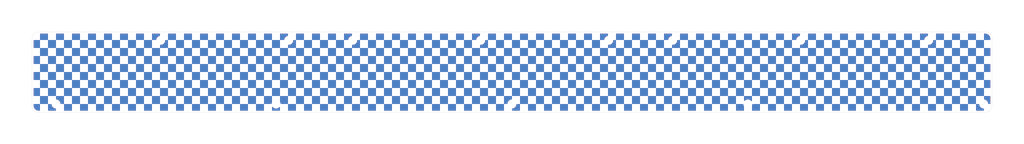
<source format=kicad_pcb>
(kicad_pcb (version 20241229) (generator "pcbnew") (generator_version "9.0")
  (layers (0 "F.Cu" signal) (2 "B.Cu" signal) (13 "F.Paste" user) (15 "B.Paste" user) (5 "F.SilkS" user "F.Silkscreen") (7 "B.SilkS" user "B.Silkscreen") (1 "F.Mask" user) (3 "B.Mask" user) (25 "Edge.Cuts" user))
  (net 0 "")
  (footprint "kbd_Hole:m2_Screw_Hole" (layer "F.Cu") (at 253.545 61.9)
    (property "Reference" "Ref**")
    (property "Value" "Val**")
    (pad "" np_thru_hole circle (at 0 0) (size 2.2 2.2) (drill 2.2) (layers "*.Cu" "*.Mask"))
  )
  (footprint "kbd_Hole:m2_Screw_Hole" (layer "F.Cu") (at 269.285 42.95)
    (property "Reference" "Ref**")
    (property "Value" "Val**")
    (pad "" np_thru_hole circle (at 0 0) (size 2.2 2.2) (drill 2.2) (layers "*.Cu" "*.Mask"))
  )
  (footprint "kbd_Hole:m2_Screw_Hole" (layer "F.Cu") (at 78.785 42.95)
    (property "Reference" "Ref**")
    (property "Value" "Val**")
    (pad "" np_thru_hole circle (at 0 0) (size 2.2 2.2) (drill 2.2) (layers "*.Cu" "*.Mask"))
  )
  (footprint "kbd_Hole:m2_Screw_Hole" (layer "F.Cu") (at 113.135 61.9)
    (property "Reference" "Ref**")
    (property "Value" "Val**")
    (pad "" np_thru_hole circle (at 0 0) (size 2.2 2.2) (drill 2.2) (layers "*.Cu" "*.Mask"))
  )
  (footprint "kbd_Hole:m2_Screw_Hole" (layer "F.Cu") (at 231.185 42.95)
    (property "Reference" "Ref**")
    (property "Value" "Val**")
    (pad "" np_thru_hole circle (at 0 0) (size 2.2 2.2) (drill 2.2) (layers "*.Cu" "*.Mask"))
  )
  (footprint "kbd_Hole:m2_Screw_Hole" (layer "F.Cu") (at 116.885 42.95)
    (property "Reference" "Ref**")
    (property "Value" "Val**")
    (pad "" np_thru_hole circle (at 0 0) (size 2.2 2.2) (drill 2.2) (layers "*.Cu" "*.Mask"))
  )
  (footprint "kbd_Hole:m2_Screw_Hole" (layer "F.Cu") (at 174.035 42.95)
    (property "Reference" "Ref**")
    (property "Value" "Val**")
    (pad "" np_thru_hole circle (at 0 0) (size 2.2 2.2) (drill 2.2) (layers "*.Cu" "*.Mask"))
  )
  (footprint "kbd_Hole:m2_Screw_Hole" (layer "F.Cu") (at 307.385 42.95)
    (property "Reference" "Ref**")
    (property "Value" "Val**")
    (pad "" np_thru_hole circle (at 0 0) (size 2.2 2.2) (drill 2.2) (layers "*.Cu" "*.Mask"))
  )
  (footprint "kbd_Hole:m2_Screw_Hole" (layer "F.Cu") (at 323.75 61.9)
    (property "Reference" "Ref**")
    (property "Value" "Val**")
    (pad "" np_thru_hole circle (at 0 0) (size 2.2 2.2) (drill 2.2) (layers "*.Cu" "*.Mask"))
  )
  (footprint "kbd_Hole:m2_Screw_Hole" (layer "F.Cu") (at 183.34 61.9)
    (property "Reference" "Ref**")
    (property "Value" "Val**")
    (pad "" np_thru_hole circle (at 0 0) (size 2.2 2.2) (drill 2.2) (layers "*.Cu" "*.Mask"))
  )
  (footprint "kbd_Hole:m2_Screw_Hole" (layer "F.Cu") (at 212.135 42.95)
    (property "Reference" "Ref**")
    (property "Value" "Val**")
    (pad "" np_thru_hole circle (at 0 0) (size 2.2 2.2) (drill 2.2) (layers "*.Cu" "*.Mask"))
  )
  (footprint "kbd_Hole:m2_Screw_Hole" (layer "F.Cu") (at 47.62 61.9)
    (property "Reference" "Ref**")
    (property "Value" "Val**")
    (pad "" np_thru_hole circle (at 0 0) (size 2.2 2.2) (drill 2.2) (layers "*.Cu" "*.Mask"))
  )
  (footprint "kbd_Hole:m2_Screw_Hole" (layer "F.Cu") (at 135.935 42.95)
    (property "Reference" "Ref**")
    (property "Value" "Val**")
    (pad "" np_thru_hole circle (at 0 0) (size 2.2 2.2) (drill 2.2) (layers "*.Cu" "*.Mask"))
  )
  (gr_line (start 326.225 42.475) (end 326.225 62.38) (stroke (width 0.05)) (layer "Edge.Cuts"))
  (gr_arc (start 326.225232 62.38) (mid 325.639446 63.794214) (end 324.225232 64.38) (stroke (width 0.05)) (layer "Edge.Cuts"))
  (gr_line (start 42.475 64.38) (end 324.225 64.38) (stroke (width 0.05)) (layer "Edge.Cuts"))
  (gr_arc (start 40.475 42.475) (mid 41.060786 41.060786) (end 42.475 40.475) (stroke (width 0.05)) (layer "Edge.Cuts"))
  (gr_arc (start 324.225 40.475) (mid 325.639214 41.060786) (end 326.225 42.475) (stroke (width 0.05)) (layer "Edge.Cuts"))
  (gr_line (start 40.475 62.38) (end 40.475 42.475) (stroke (width 0.05)) (layer "Edge.Cuts"))
  (gr_line (start 42.475 40.475) (end 324.225 40.475) (stroke (width 0.05)) (layer "Edge.Cuts"))
  (gr_arc (start 42.475 64.38) (mid 41.060786 63.794214) (end 40.475 62.38) (stroke (width 0.05)) (layer "Edge.Cuts"))
  (zone (net 0) (net_name "") (layers "F.Cu" "B.Cu") (connect_pads (clearance 0)) (min_thickness 0.25)
    (keepout (tracks allowed) (vias allowed) (pads allowed) (copperpour not_allowed) (footprints allowed))
    (fill (thermal_gap 0.5) (thermal_bridge_width 0.5))
    (polygon (pts (xy 292.8875 40.475) (xy 295.26875 40.475) (xy 295.26875 42.85625) (xy 292.8875 42.85625)))
  )
  (zone (net 0) (net_name "") (layers "F.Cu" "B.Cu") (connect_pads (clearance 0)) (min_thickness 0.25)
    (keepout (tracks allowed) (vias allowed) (pads allowed) (copperpour not_allowed) (footprints allowed))
    (fill (thermal_gap 0.5) (thermal_bridge_width 0.5))
    (polygon (pts (xy 128.58125 47.61875) (xy 130.9625 47.61875) (xy 130.9625 50) (xy 128.58125 50)))
  )
  (zone (net 0) (net_name "") (layers "F.Cu" "B.Cu") (connect_pads (clearance 0)) (min_thickness 0.25)
    (keepout (tracks allowed) (vias allowed) (pads allowed) (copperpour not_allowed) (footprints allowed))
    (fill (thermal_gap 0.5) (thermal_bridge_width 0.5))
    (polygon (pts (xy 264.3125 50) (xy 266.69375 50) (xy 266.69375 52.38125) (xy 264.3125 52.38125)))
  )
  (zone (net 0) (net_name "") (layers "F.Cu" "B.Cu") (connect_pads (clearance 0)) (min_thickness 0.25)
    (keepout (tracks allowed) (vias allowed) (pads allowed) (copperpour not_allowed) (footprints allowed))
    (fill (thermal_gap 0.5) (thermal_bridge_width 0.5))
    (polygon (pts (xy 185.73125 52.38125) (xy 188.1125 52.38125) (xy 188.1125 54.7625) (xy 185.73125 54.7625)))
  )
  (zone (net 0) (net_name "") (layers "F.Cu" "B.Cu") (connect_pads (clearance 0)) (min_thickness 0.25)
    (keepout (tracks allowed) (vias allowed) (pads allowed) (copperpour not_allowed) (footprints allowed))
    (fill (thermal_gap 0.5) (thermal_bridge_width 0.5))
    (polygon (pts (xy 180.96875 61.90625) (xy 183.35 61.90625) (xy 183.35 64.2875) (xy 180.96875 64.2875)))
  )
  (zone (net 0) (net_name "") (layers "F.Cu" "B.Cu") (connect_pads (clearance 0)) (min_thickness 0.25)
    (keepout (tracks allowed) (vias allowed) (pads allowed) (copperpour not_allowed) (footprints allowed))
    (fill (thermal_gap 0.5) (thermal_bridge_width 0.5))
    (polygon (pts (xy 228.59375 33.33125) (xy 230.975 33.33125) (xy 230.975 35.7125) (xy 228.59375 35.7125)))
  )
  (zone (net 0) (net_name "") (layers "F.Cu" "B.Cu") (connect_pads (clearance 0)) (min_thickness 0.25)
    (keepout (tracks allowed) (vias allowed) (pads allowed) (copperpour not_allowed) (footprints allowed))
    (fill (thermal_gap 0.5) (thermal_bridge_width 0.5))
    (polygon (pts (xy 292.8875 69.05) (xy 295.26875 69.05) (xy 295.26875 71.43125) (xy 292.8875 71.43125)))
  )
  (zone (net 0) (net_name "") (layers "F.Cu" "B.Cu") (connect_pads (clearance 0)) (min_thickness 0.25)
    (keepout (tracks allowed) (vias allowed) (pads allowed) (copperpour not_allowed) (footprints allowed))
    (fill (thermal_gap 0.5) (thermal_bridge_width 0.5))
    (polygon (pts (xy 126.2 64.2875) (xy 128.58125 64.2875) (xy 128.58125 66.66875) (xy 126.2 66.66875)))
  )
  (zone (net 0) (net_name "") (layers "F.Cu" "B.Cu") (connect_pads (clearance 0)) (min_thickness 0.25)
    (keepout (tracks allowed) (vias allowed) (pads allowed) (copperpour not_allowed) (footprints allowed))
    (fill (thermal_gap 0.5) (thermal_bridge_width 0.5))
    (polygon (pts (xy 233.35625 33.33125) (xy 235.7375 33.33125) (xy 235.7375 35.7125) (xy 233.35625 35.7125)))
  )
  (zone (net 0) (net_name "") (layers "F.Cu" "B.Cu") (connect_pads (clearance 0)) (min_thickness 0.25)
    (keepout (tracks allowed) (vias allowed) (pads allowed) (copperpour not_allowed) (footprints allowed))
    (fill (thermal_gap 0.5) (thermal_bridge_width 0.5))
    (polygon (pts (xy 42.85625 66.66875) (xy 45.2375 66.66875) (xy 45.2375 69.05) (xy 42.85625 69.05)))
  )
  (zone (net 0) (net_name "") (layers "F.Cu" "B.Cu") (connect_pads (clearance 0)) (min_thickness 0.25)
    (keepout (tracks allowed) (vias allowed) (pads allowed) (copperpour not_allowed) (footprints allowed))
    (fill (thermal_gap 0.5) (thermal_bridge_width 0.5))
    (polygon (pts (xy 97.625 64.2875) (xy 100.00625 64.2875) (xy 100.00625 66.66875) (xy 97.625 66.66875)))
  )
  (zone (net 0) (net_name "") (layers "F.Cu" "B.Cu") (connect_pads (clearance 0)) (min_thickness 0.25)
    (keepout (tracks allowed) (vias allowed) (pads allowed) (copperpour not_allowed) (footprints allowed))
    (fill (thermal_gap 0.5) (thermal_bridge_width 0.5))
    (polygon (pts (xy 264.3125 64.2875) (xy 266.69375 64.2875) (xy 266.69375 66.66875) (xy 264.3125 66.66875)))
  )
  (zone (net 0) (net_name "") (layers "F.Cu" "B.Cu") (connect_pads (clearance 0)) (min_thickness 0.25)
    (keepout (tracks allowed) (vias allowed) (pads allowed) (copperpour not_allowed) (footprints allowed))
    (fill (thermal_gap 0.5) (thermal_bridge_width 0.5))
    (polygon (pts (xy 30.95 59.525) (xy 33.33125 59.525) (xy 33.33125 61.90625) (xy 30.95 61.90625)))
  )
  (zone (net 0) (net_name "") (layers "F.Cu" "B.Cu") (connect_pads (clearance 0)) (min_thickness 0.25)
    (keepout (tracks allowed) (vias allowed) (pads allowed) (copperpour not_allowed) (footprints allowed))
    (fill (thermal_gap 0.5) (thermal_bridge_width 0.5))
    (polygon (pts (xy 302.4125 30.95) (xy 304.79375 30.95) (xy 304.79375 33.33125) (xy 302.4125 33.33125)))
  )
  (zone (net 0) (net_name "") (layers "F.Cu" "B.Cu") (connect_pads (clearance 0)) (min_thickness 0.25)
    (keepout (tracks allowed) (vias allowed) (pads allowed) (copperpour not_allowed) (footprints allowed))
    (fill (thermal_gap 0.5) (thermal_bridge_width 0.5))
    (polygon (pts (xy 219.06875 71.43125) (xy 221.45 71.43125) (xy 221.45 73.8125) (xy 219.06875 73.8125)))
  )
  (zone (net 0) (net_name "") (layers "F.Cu" "B.Cu") (connect_pads (clearance 0)) (min_thickness 0.25)
    (keepout (tracks allowed) (vias allowed) (pads allowed) (copperpour not_allowed) (footprints allowed))
    (fill (thermal_gap 0.5) (thermal_bridge_width 0.5))
    (polygon (pts (xy 50 54.7625) (xy 52.38125 54.7625) (xy 52.38125 57.14375) (xy 50 57.14375)))
  )
  (zone (net 0) (net_name "") (layers "F.Cu" "B.Cu") (connect_pads (clearance 0)) (min_thickness 0.25)
    (keepout (tracks allowed) (vias allowed) (pads allowed) (copperpour not_allowed) (footprints allowed))
    (fill (thermal_gap 0.5) (thermal_bridge_width 0.5))
    (polygon (pts (xy 197.6375 30.95) (xy 200.01875 30.95) (xy 200.01875 33.33125) (xy 197.6375 33.33125)))
  )
  (zone (net 0) (net_name "") (layers "F.Cu" "B.Cu") (connect_pads (clearance 0)) (min_thickness 0.25)
    (keepout (tracks allowed) (vias allowed) (pads allowed) (copperpour not_allowed) (footprints allowed))
    (fill (thermal_gap 0.5) (thermal_bridge_width 0.5))
    (polygon (pts (xy 211.925 30.95) (xy 214.30625 30.95) (xy 214.30625 33.33125) (xy 211.925 33.33125)))
  )
  (zone (net 0) (net_name "") (layers "F.Cu" "B.Cu") (connect_pads (clearance 0)) (min_thickness 0.25)
    (keepout (tracks allowed) (vias allowed) (pads allowed) (copperpour not_allowed) (footprints allowed))
    (fill (thermal_gap 0.5) (thermal_bridge_width 0.5))
    (polygon (pts (xy 226.2125 50) (xy 228.59375 50) (xy 228.59375 52.38125) (xy 226.2125 52.38125)))
  )
  (zone (net 0) (net_name "") (layers "F.Cu" "B.Cu") (connect_pads (clearance 0)) (min_thickness 0.25)
    (keepout (tracks allowed) (vias allowed) (pads allowed) (copperpour not_allowed) (footprints allowed))
    (fill (thermal_gap 0.5) (thermal_bridge_width 0.5))
    (polygon (pts (xy 78.575 59.525) (xy 80.95625 59.525) (xy 80.95625 61.90625) (xy 78.575 61.90625)))
  )
  (zone (net 0) (net_name "") (layers "F.Cu" "B.Cu") (connect_pads (clearance 0)) (min_thickness 0.25)
    (keepout (tracks allowed) (vias allowed) (pads allowed) (copperpour not_allowed) (footprints allowed))
    (fill (thermal_gap 0.5) (thermal_bridge_width 0.5))
    (polygon (pts (xy 245.2625 59.525) (xy 247.64375 59.525) (xy 247.64375 61.90625) (xy 245.2625 61.90625)))
  )
  (zone (net 0) (net_name "") (layers "F.Cu" "B.Cu") (connect_pads (clearance 0)) (min_thickness 0.25)
    (keepout (tracks allowed) (vias allowed) (pads allowed) (copperpour not_allowed) (footprints allowed))
    (fill (thermal_gap 0.5) (thermal_bridge_width 0.5))
    (polygon (pts (xy 95.24375 38.09375) (xy 97.625 38.09375) (xy 97.625 40.475) (xy 95.24375 40.475)))
  )
  (zone (net 0) (net_name "") (layers "F.Cu" "B.Cu") (connect_pads (clearance 0)) (min_thickness 0.25)
    (keepout (tracks allowed) (vias allowed) (pads allowed) (copperpour not_allowed) (footprints allowed))
    (fill (thermal_gap 0.5) (thermal_bridge_width 0.5))
    (polygon (pts (xy 264.3125 40.475) (xy 266.69375 40.475) (xy 266.69375 42.85625) (xy 264.3125 42.85625)))
  )
  (zone (net 0) (net_name "") (layers "F.Cu" "B.Cu") (connect_pads (clearance 0)) (min_thickness 0.25)
    (keepout (tracks allowed) (vias allowed) (pads allowed) (copperpour not_allowed) (footprints allowed))
    (fill (thermal_gap 0.5) (thermal_bridge_width 0.5))
    (polygon (pts (xy 76.19375 33.33125) (xy 78.575 33.33125) (xy 78.575 35.7125) (xy 76.19375 35.7125)))
  )
  (zone (net 0) (net_name "") (layers "F.Cu" "B.Cu") (connect_pads (clearance 0)) (min_thickness 0.25)
    (keepout (tracks allowed) (vias allowed) (pads allowed) (copperpour not_allowed) (footprints allowed))
    (fill (thermal_gap 0.5) (thermal_bridge_width 0.5))
    (polygon (pts (xy 121.4375 69.05) (xy 123.81875 69.05) (xy 123.81875 71.43125) (xy 121.4375 71.43125)))
  )
  (zone (net 0) (net_name "") (layers "F.Cu" "B.Cu") (connect_pads (clearance 0)) (min_thickness 0.25)
    (keepout (tracks allowed) (vias allowed) (pads allowed) (copperpour not_allowed) (footprints allowed))
    (fill (thermal_gap 0.5) (thermal_bridge_width 0.5))
    (polygon (pts (xy 240.5 64.2875) (xy 242.88125 64.2875) (xy 242.88125 66.66875) (xy 240.5 66.66875)))
  )
  (zone (net 0) (net_name "") (layers "F.Cu" "B.Cu") (connect_pads (clearance 0)) (min_thickness 0.25)
    (keepout (tracks allowed) (vias allowed) (pads allowed) (copperpour not_allowed) (footprints allowed))
    (fill (thermal_gap 0.5) (thermal_bridge_width 0.5))
    (polygon (pts (xy 316.7 59.525) (xy 319.08125 59.525) (xy 319.08125 61.90625) (xy 316.7 61.90625)))
  )
  (zone (net 0) (net_name "") (layers "F.Cu" "B.Cu") (connect_pads (clearance 0)) (min_thickness 0.25)
    (keepout (tracks allowed) (vias allowed) (pads allowed) (copperpour not_allowed) (footprints allowed))
    (fill (thermal_gap 0.5) (thermal_bridge_width 0.5))
    (polygon (pts (xy 40.475 30.95) (xy 42.85625 30.95) (xy 42.85625 33.33125) (xy 40.475 33.33125)))
  )
  (zone (net 0) (net_name "") (layers "F.Cu" "B.Cu") (connect_pads (clearance 0)) (min_thickness 0.25)
    (keepout (tracks allowed) (vias allowed) (pads allowed) (copperpour not_allowed) (footprints allowed))
    (fill (thermal_gap 0.5) (thermal_bridge_width 0.5))
    (polygon (pts (xy 92.8625 40.475) (xy 95.24375 40.475) (xy 95.24375 42.85625) (xy 92.8625 42.85625)))
  )
  (zone (net 0) (net_name "") (layers "F.Cu" "B.Cu") (connect_pads (clearance 0)) (min_thickness 0.25)
    (keepout (tracks allowed) (vias allowed) (pads allowed) (copperpour not_allowed) (footprints allowed))
    (fill (thermal_gap 0.5) (thermal_bridge_width 0.5))
    (polygon (pts (xy 228.59375 71.43125) (xy 230.975 71.43125) (xy 230.975 73.8125) (xy 228.59375 73.8125)))
  )
  (zone (net 0) (net_name "") (layers "F.Cu" "B.Cu") (connect_pads (clearance 0)) (min_thickness 0.25)
    (keepout (tracks allowed) (vias allowed) (pads allowed) (copperpour not_allowed) (footprints allowed))
    (fill (thermal_gap 0.5) (thermal_bridge_width 0.5))
    (polygon (pts (xy 178.5875 59.525) (xy 180.96875 59.525) (xy 180.96875 61.90625) (xy 178.5875 61.90625)))
  )
  (zone (net 0) (net_name "") (layers "F.Cu" "B.Cu") (connect_pads (clearance 0)) (min_thickness 0.25)
    (keepout (tracks allowed) (vias allowed) (pads allowed) (copperpour not_allowed) (footprints allowed))
    (fill (thermal_gap 0.5) (thermal_bridge_width 0.5))
    (polygon (pts (xy 183.35 45.2375) (xy 185.73125 45.2375) (xy 185.73125 47.61875) (xy 183.35 47.61875)))
  )
  (zone (net 0) (net_name "") (layers "F.Cu" "B.Cu") (connect_pads (clearance 0)) (min_thickness 0.25)
    (keepout (tracks allowed) (vias allowed) (pads allowed) (copperpour not_allowed) (footprints allowed))
    (fill (thermal_gap 0.5) (thermal_bridge_width 0.5))
    (polygon (pts (xy 209.54375 71.43125) (xy 211.925 71.43125) (xy 211.925 73.8125) (xy 209.54375 73.8125)))
  )
  (zone (net 0) (net_name "") (layers "F.Cu" "B.Cu") (connect_pads (clearance 0)) (min_thickness 0.25)
    (keepout (tracks allowed) (vias allowed) (pads allowed) (copperpour not_allowed) (footprints allowed))
    (fill (thermal_gap 0.5) (thermal_bridge_width 0.5))
    (polygon (pts (xy 33.33125 38.09375) (xy 35.7125 38.09375) (xy 35.7125 40.475) (xy 33.33125 40.475)))
  )
  (zone (net 0) (net_name "") (layers "F.Cu" "B.Cu") (connect_pads (clearance 0)) (min_thickness 0.25)
    (keepout (tracks allowed) (vias allowed) (pads allowed) (copperpour not_allowed) (footprints allowed))
    (fill (thermal_gap 0.5) (thermal_bridge_width 0.5))
    (polygon (pts (xy 328.60625 57.14375) (xy 330.9875 57.14375) (xy 330.9875 59.525) (xy 328.60625 59.525)))
  )
  (zone (net 0) (net_name "") (layers "F.Cu" "B.Cu") (connect_pads (clearance 0)) (min_thickness 0.25)
    (keepout (tracks allowed) (vias allowed) (pads allowed) (copperpour not_allowed) (footprints allowed))
    (fill (thermal_gap 0.5) (thermal_bridge_width 0.5))
    (polygon (pts (xy 228.59375 42.85625) (xy 230.975 42.85625) (xy 230.975 45.2375) (xy 228.59375 45.2375)))
  )
  (zone (net 0) (net_name "") (layers "F.Cu" "B.Cu") (connect_pads (clearance 0)) (min_thickness 0.25)
    (keepout (tracks allowed) (vias allowed) (pads allowed) (copperpour not_allowed) (footprints allowed))
    (fill (thermal_gap 0.5) (thermal_bridge_width 0.5))
    (polygon (pts (xy 276.21875 61.90625) (xy 278.6 61.90625) (xy 278.6 64.2875) (xy 276.21875 64.2875)))
  )
  (zone (net 0) (net_name "") (layers "F.Cu" "B.Cu") (connect_pads (clearance 0)) (min_thickness 0.25)
    (keepout (tracks allowed) (vias allowed) (pads allowed) (copperpour not_allowed) (footprints allowed))
    (fill (thermal_gap 0.5) (thermal_bridge_width 0.5))
    (polygon (pts (xy 47.61875 66.66875) (xy 50 66.66875) (xy 50 69.05) (xy 47.61875 69.05)))
  )
  (zone (net 0) (net_name "") (layers "F.Cu" "B.Cu") (connect_pads (clearance 0)) (min_thickness 0.25)
    (keepout (tracks allowed) (vias allowed) (pads allowed) (copperpour not_allowed) (footprints allowed))
    (fill (thermal_gap 0.5) (thermal_bridge_width 0.5))
    (polygon (pts (xy 66.66875 33.33125) (xy 69.05 33.33125) (xy 69.05 35.7125) (xy 66.66875 35.7125)))
  )
  (zone (net 0) (net_name "") (layers "F.Cu" "B.Cu") (connect_pads (clearance 0)) (min_thickness 0.25)
    (keepout (tracks allowed) (vias allowed) (pads allowed) (copperpour not_allowed) (footprints allowed))
    (fill (thermal_gap 0.5) (thermal_bridge_width 0.5))
    (polygon (pts (xy 247.64375 71.43125) (xy 250.025 71.43125) (xy 250.025 73.8125) (xy 247.64375 73.8125)))
  )
  (zone (net 0) (net_name "") (layers "F.Cu" "B.Cu") (connect_pads (clearance 0)) (min_thickness 0.25)
    (keepout (tracks allowed) (vias allowed) (pads allowed) (copperpour not_allowed) (footprints allowed))
    (fill (thermal_gap 0.5) (thermal_bridge_width 0.5))
    (polygon (pts (xy 47.61875 33.33125) (xy 50 33.33125) (xy 50 35.7125) (xy 47.61875 35.7125)))
  )
  (zone (net 0) (net_name "") (layers "F.Cu" "B.Cu") (connect_pads (clearance 0)) (min_thickness 0.25)
    (keepout (tracks allowed) (vias allowed) (pads allowed) (copperpour not_allowed) (footprints allowed))
    (fill (thermal_gap 0.5) (thermal_bridge_width 0.5))
    (polygon (pts (xy 254.7875 40.475) (xy 257.16875 40.475) (xy 257.16875 42.85625) (xy 254.7875 42.85625)))
  )
  (zone (net 0) (net_name "") (layers "F.Cu" "B.Cu") (connect_pads (clearance 0)) (min_thickness 0.25)
    (keepout (tracks allowed) (vias allowed) (pads allowed) (copperpour not_allowed) (footprints allowed))
    (fill (thermal_gap 0.5) (thermal_bridge_width 0.5))
    (polygon (pts (xy 104.76875 71.43125) (xy 107.15 71.43125) (xy 107.15 73.8125) (xy 104.76875 73.8125)))
  )
  (zone (net 0) (net_name "") (layers "F.Cu" "B.Cu") (connect_pads (clearance 0)) (min_thickness 0.25)
    (keepout (tracks allowed) (vias allowed) (pads allowed) (copperpour not_allowed) (footprints allowed))
    (fill (thermal_gap 0.5) (thermal_bridge_width 0.5))
    (polygon (pts (xy 302.4125 45.2375) (xy 304.79375 45.2375) (xy 304.79375 47.61875) (xy 302.4125 47.61875)))
  )
  (zone (net 0) (net_name "") (layers "F.Cu" "B.Cu") (connect_pads (clearance 0)) (min_thickness 0.25)
    (keepout (tracks allowed) (vias allowed) (pads allowed) (copperpour not_allowed) (footprints allowed))
    (fill (thermal_gap 0.5) (thermal_bridge_width 0.5))
    (polygon (pts (xy 78.575 35.7125) (xy 80.95625 35.7125) (xy 80.95625 38.09375) (xy 78.575 38.09375)))
  )
  (zone (net 0) (net_name "") (layers "F.Cu" "B.Cu") (connect_pads (clearance 0)) (min_thickness 0.25)
    (keepout (tracks allowed) (vias allowed) (pads allowed) (copperpour not_allowed) (footprints allowed))
    (fill (thermal_gap 0.5) (thermal_bridge_width 0.5))
    (polygon (pts (xy 309.55625 38.09375) (xy 311.9375 38.09375) (xy 311.9375 40.475) (xy 309.55625 40.475)))
  )
  (zone (net 0) (net_name "") (layers "F.Cu" "B.Cu") (connect_pads (clearance 0)) (min_thickness 0.25)
    (keepout (tracks allowed) (vias allowed) (pads allowed) (copperpour not_allowed) (footprints allowed))
    (fill (thermal_gap 0.5) (thermal_bridge_width 0.5))
    (polygon (pts (xy 276.21875 33.33125) (xy 278.6 33.33125) (xy 278.6 35.7125) (xy 276.21875 35.7125)))
  )
  (zone (net 0) (net_name "") (layers "F.Cu" "B.Cu") (connect_pads (clearance 0)) (min_thickness 0.25)
    (keepout (tracks allowed) (vias allowed) (pads allowed) (copperpour not_allowed) (footprints allowed))
    (fill (thermal_gap 0.5) (thermal_bridge_width 0.5))
    (polygon (pts (xy 45.2375 54.7625) (xy 47.61875 54.7625) (xy 47.61875 57.14375) (xy 45.2375 57.14375)))
  )
  (zone (net 0) (net_name "") (layers "F.Cu" "B.Cu") (connect_pads (clearance 0)) (min_thickness 0.25)
    (keepout (tracks allowed) (vias allowed) (pads allowed) (copperpour not_allowed) (footprints allowed))
    (fill (thermal_gap 0.5) (thermal_bridge_width 0.5))
    (polygon (pts (xy 30.95 45.2375) (xy 33.33125 45.2375) (xy 33.33125 47.61875) (xy 30.95 47.61875)))
  )
  (zone (net 0) (net_name "") (layers "F.Cu" "B.Cu") (connect_pads (clearance 0)) (min_thickness 0.25)
    (keepout (tracks allowed) (vias allowed) (pads allowed) (copperpour not_allowed) (footprints allowed))
    (fill (thermal_gap 0.5) (thermal_bridge_width 0.5))
    (polygon (pts (xy 135.725 50) (xy 138.10625 50) (xy 138.10625 52.38125) (xy 135.725 52.38125)))
  )
  (zone (net 0) (net_name "") (layers "F.Cu" "B.Cu") (connect_pads (clearance 0)) (min_thickness 0.25)
    (keepout (tracks allowed) (vias allowed) (pads allowed) (copperpour not_allowed) (footprints allowed))
    (fill (thermal_gap 0.5) (thermal_bridge_width 0.5))
    (polygon (pts (xy 319.08125 33.33125) (xy 321.4625 33.33125) (xy 321.4625 35.7125) (xy 319.08125 35.7125)))
  )
  (zone (net 0) (net_name "") (layers "F.Cu" "B.Cu") (connect_pads (clearance 0)) (min_thickness 0.25)
    (keepout (tracks allowed) (vias allowed) (pads allowed) (copperpour not_allowed) (footprints allowed))
    (fill (thermal_gap 0.5) (thermal_bridge_width 0.5))
    (polygon (pts (xy 278.6 40.475) (xy 280.98125 40.475) (xy 280.98125 42.85625) (xy 278.6 42.85625)))
  )
  (zone (net 0) (net_name "") (layers "F.Cu" "B.Cu") (connect_pads (clearance 0)) (min_thickness 0.25)
    (keepout (tracks allowed) (vias allowed) (pads allowed) (copperpour not_allowed) (footprints allowed))
    (fill (thermal_gap 0.5) (thermal_bridge_width 0.5))
    (polygon (pts (xy 88.1 69.05) (xy 90.48125 69.05) (xy 90.48125 71.43125) (xy 88.1 71.43125)))
  )
  (zone (net 0) (net_name "") (layers "F.Cu" "B.Cu") (connect_pads (clearance 0)) (min_thickness 0.25)
    (keepout (tracks allowed) (vias allowed) (pads allowed) (copperpour not_allowed) (footprints allowed))
    (fill (thermal_gap 0.5) (thermal_bridge_width 0.5))
    (polygon (pts (xy 64.2875 40.475) (xy 66.66875 40.475) (xy 66.66875 42.85625) (xy 64.2875 42.85625)))
  )
  (zone (net 0) (net_name "") (layers "F.Cu" "B.Cu") (connect_pads (clearance 0)) (min_thickness 0.25)
    (keepout (tracks allowed) (vias allowed) (pads allowed) (copperpour not_allowed) (footprints allowed))
    (fill (thermal_gap 0.5) (thermal_bridge_width 0.5))
    (polygon (pts (xy 197.6375 69.05) (xy 200.01875 69.05) (xy 200.01875 71.43125) (xy 197.6375 71.43125)))
  )
  (zone (net 0) (net_name "") (layers "F.Cu" "B.Cu") (connect_pads (clearance 0)) (min_thickness 0.25)
    (keepout (tracks allowed) (vias allowed) (pads allowed) (copperpour not_allowed) (footprints allowed))
    (fill (thermal_gap 0.5) (thermal_bridge_width 0.5))
    (polygon (pts (xy 316.7 30.95) (xy 319.08125 30.95) (xy 319.08125 33.33125) (xy 316.7 33.33125)))
  )
  (zone (net 0) (net_name "") (layers "F.Cu" "B.Cu") (connect_pads (clearance 0)) (min_thickness 0.25)
    (keepout (tracks allowed) (vias allowed) (pads allowed) (copperpour not_allowed) (footprints allowed))
    (fill (thermal_gap 0.5) (thermal_bridge_width 0.5))
    (polygon (pts (xy 71.43125 47.61875) (xy 73.8125 47.61875) (xy 73.8125 50) (xy 71.43125 50)))
  )
  (zone (net 0) (net_name "") (layers "F.Cu" "B.Cu") (connect_pads (clearance 0)) (min_thickness 0.25)
    (keepout (tracks allowed) (vias allowed) (pads allowed) (copperpour not_allowed) (footprints allowed))
    (fill (thermal_gap 0.5) (thermal_bridge_width 0.5))
    (polygon (pts (xy 73.8125 40.475) (xy 76.19375 40.475) (xy 76.19375 42.85625) (xy 73.8125 42.85625)))
  )
  (zone (net 0) (net_name "") (layers "F.Cu" "B.Cu") (connect_pads (clearance 0)) (min_thickness 0.25)
    (keepout (tracks allowed) (vias allowed) (pads allowed) (copperpour not_allowed) (footprints allowed))
    (fill (thermal_gap 0.5) (thermal_bridge_width 0.5))
    (polygon (pts (xy 119.05625 33.33125) (xy 121.4375 33.33125) (xy 121.4375 35.7125) (xy 119.05625 35.7125)))
  )
  (zone (net 0) (net_name "") (layers "F.Cu" "B.Cu") (connect_pads (clearance 0)) (min_thickness 0.25)
    (keepout (tracks allowed) (vias allowed) (pads allowed) (copperpour not_allowed) (footprints allowed))
    (fill (thermal_gap 0.5) (thermal_bridge_width 0.5))
    (polygon (pts (xy 157.15625 38.09375) (xy 159.5375 38.09375) (xy 159.5375 40.475) (xy 157.15625 40.475)))
  )
  (zone (net 0) (net_name "") (layers "F.Cu" "B.Cu") (connect_pads (clearance 0)) (min_thickness 0.25)
    (keepout (tracks allowed) (vias allowed) (pads allowed) (copperpour not_allowed) (footprints allowed))
    (fill (thermal_gap 0.5) (thermal_bridge_width 0.5))
    (polygon (pts (xy 164.3 50) (xy 166.68125 50) (xy 166.68125 52.38125) (xy 164.3 52.38125)))
  )
  (zone (net 0) (net_name "") (layers "F.Cu" "B.Cu") (connect_pads (clearance 0)) (min_thickness 0.25)
    (keepout (tracks allowed) (vias allowed) (pads allowed) (copperpour not_allowed) (footprints allowed))
    (fill (thermal_gap 0.5) (thermal_bridge_width 0.5))
    (polygon (pts (xy 321.4625 69.05) (xy 323.84375 69.05) (xy 323.84375 71.43125) (xy 321.4625 71.43125)))
  )
  (zone (net 0) (net_name "") (layers "F.Cu" "B.Cu") (connect_pads (clearance 0)) (min_thickness 0.25)
    (keepout (tracks allowed) (vias allowed) (pads allowed) (copperpour not_allowed) (footprints allowed))
    (fill (thermal_gap 0.5) (thermal_bridge_width 0.5))
    (polygon (pts (xy 192.875 54.7625) (xy 195.25625 54.7625) (xy 195.25625 57.14375) (xy 192.875 57.14375)))
  )
  (zone (net 0) (net_name "") (layers "F.Cu" "B.Cu") (connect_pads (clearance 0)) (min_thickness 0.25)
    (keepout (tracks allowed) (vias allowed) (pads allowed) (copperpour not_allowed) (footprints allowed))
    (fill (thermal_gap 0.5) (thermal_bridge_width 0.5))
    (polygon (pts (xy 85.71875 47.61875) (xy 88.1 47.61875) (xy 88.1 50) (xy 85.71875 50)))
  )
  (zone (net 0) (net_name "") (layers "F.Cu" "B.Cu") (connect_pads (clearance 0)) (min_thickness 0.25)
    (keepout (tracks allowed) (vias allowed) (pads allowed) (copperpour not_allowed) (footprints allowed))
    (fill (thermal_gap 0.5) (thermal_bridge_width 0.5))
    (polygon (pts (xy 209.54375 42.85625) (xy 211.925 42.85625) (xy 211.925 45.2375) (xy 209.54375 45.2375)))
  )
  (zone (net 0) (net_name "") (layers "F.Cu" "B.Cu") (connect_pads (clearance 0)) (min_thickness 0.25)
    (keepout (tracks allowed) (vias allowed) (pads allowed) (copperpour not_allowed) (footprints allowed))
    (fill (thermal_gap 0.5) (thermal_bridge_width 0.5))
    (polygon (pts (xy 95.24375 42.85625) (xy 97.625 42.85625) (xy 97.625 45.2375) (xy 95.24375 45.2375)))
  )
  (zone (net 0) (net_name "") (layers "F.Cu" "B.Cu") (connect_pads (clearance 0)) (min_thickness 0.25)
    (keepout (tracks allowed) (vias allowed) (pads allowed) (copperpour not_allowed) (footprints allowed))
    (fill (thermal_gap 0.5) (thermal_bridge_width 0.5))
    (polygon (pts (xy 42.85625 38.09375) (xy 45.2375 38.09375) (xy 45.2375 40.475) (xy 42.85625 40.475)))
  )
  (zone (net 0) (net_name "") (layers "F.Cu" "B.Cu") (connect_pads (clearance 0)) (min_thickness 0.25)
    (keepout (tracks allowed) (vias allowed) (pads allowed) (copperpour not_allowed) (footprints allowed))
    (fill (thermal_gap 0.5) (thermal_bridge_width 0.5))
    (polygon (pts (xy 154.775 30.95) (xy 157.15625 30.95) (xy 157.15625 33.33125) (xy 154.775 33.33125)))
  )
  (zone (net 0) (net_name "") (layers "F.Cu" "B.Cu") (connect_pads (clearance 0)) (min_thickness 0.25)
    (keepout (tracks allowed) (vias allowed) (pads allowed) (copperpour not_allowed) (footprints allowed))
    (fill (thermal_gap 0.5) (thermal_bridge_width 0.5))
    (polygon (pts (xy 133.34375 47.61875) (xy 135.725 47.61875) (xy 135.725 50) (xy 133.34375 50)))
  )
  (zone (net 0) (net_name "") (layers "F.Cu" "B.Cu") (connect_pads (clearance 0)) (min_thickness 0.25)
    (keepout (tracks allowed) (vias allowed) (pads allowed) (copperpour not_allowed) (footprints allowed))
    (fill (thermal_gap 0.5) (thermal_bridge_width 0.5))
    (polygon (pts (xy 304.79375 47.61875) (xy 307.175 47.61875) (xy 307.175 50) (xy 304.79375 50)))
  )
  (zone (net 0) (net_name "") (layers "F.Cu" "B.Cu") (connect_pads (clearance 0)) (min_thickness 0.25)
    (keepout (tracks allowed) (vias allowed) (pads allowed) (copperpour not_allowed) (footprints allowed))
    (fill (thermal_gap 0.5) (thermal_bridge_width 0.5))
    (polygon (pts (xy 73.8125 59.525) (xy 76.19375 59.525) (xy 76.19375 61.90625) (xy 73.8125 61.90625)))
  )
  (zone (net 0) (net_name "") (layers "F.Cu" "B.Cu") (connect_pads (clearance 0)) (min_thickness 0.25)
    (keepout (tracks allowed) (vias allowed) (pads allowed) (copperpour not_allowed) (footprints allowed))
    (fill (thermal_gap 0.5) (thermal_bridge_width 0.5))
    (polygon (pts (xy 197.6375 35.7125) (xy 200.01875 35.7125) (xy 200.01875 38.09375) (xy 197.6375 38.09375)))
  )
  (zone (net 0) (net_name "") (layers "F.Cu" "B.Cu") (connect_pads (clearance 0)) (min_thickness 0.25)
    (keepout (tracks allowed) (vias allowed) (pads allowed) (copperpour not_allowed) (footprints allowed))
    (fill (thermal_gap 0.5) (thermal_bridge_width 0.5))
    (polygon (pts (xy 261.93125 71.43125) (xy 264.3125 71.43125) (xy 264.3125 73.8125) (xy 261.93125 73.8125)))
  )
  (zone (net 0) (net_name "") (layers "F.Cu" "B.Cu") (connect_pads (clearance 0)) (min_thickness 0.25)
    (keepout (tracks allowed) (vias allowed) (pads allowed) (copperpour not_allowed) (footprints allowed))
    (fill (thermal_gap 0.5) (thermal_bridge_width 0.5))
    (polygon (pts (xy 116.675 45.2375) (xy 119.05625 45.2375) (xy 119.05625 47.61875) (xy 116.675 47.61875)))
  )
  (zone (net 0) (net_name "") (layers "F.Cu" "B.Cu") (connect_pads (clearance 0)) (min_thickness 0.25)
    (keepout (tracks allowed) (vias allowed) (pads allowed) (copperpour not_allowed) (footprints allowed))
    (fill (thermal_gap 0.5) (thermal_bridge_width 0.5))
    (polygon (pts (xy 85.71875 71.43125) (xy 88.1 71.43125) (xy 88.1 73.8125) (xy 85.71875 73.8125)))
  )
  (zone (net 0) (net_name "") (layers "F.Cu" "B.Cu") (connect_pads (clearance 0)) (min_thickness 0.25)
    (keepout (tracks allowed) (vias allowed) (pads allowed) (copperpour not_allowed) (footprints allowed))
    (fill (thermal_gap 0.5) (thermal_bridge_width 0.5))
    (polygon (pts (xy 190.49375 66.66875) (xy 192.875 66.66875) (xy 192.875 69.05) (xy 190.49375 69.05)))
  )
  (zone (net 0) (net_name "") (layers "F.Cu" "B.Cu") (connect_pads (clearance 0)) (min_thickness 0.25)
    (keepout (tracks allowed) (vias allowed) (pads allowed) (copperpour not_allowed) (footprints allowed))
    (fill (thermal_gap 0.5) (thermal_bridge_width 0.5))
    (polygon (pts (xy 259.55 45.2375) (xy 261.93125 45.2375) (xy 261.93125 47.61875) (xy 259.55 47.61875)))
  )
  (zone (net 0) (net_name "") (layers "F.Cu" "B.Cu") (connect_pads (clearance 0)) (min_thickness 0.25)
    (keepout (tracks allowed) (vias allowed) (pads allowed) (copperpour not_allowed) (footprints allowed))
    (fill (thermal_gap 0.5) (thermal_bridge_width 0.5))
    (polygon (pts (xy 302.4125 35.7125) (xy 304.79375 35.7125) (xy 304.79375 38.09375) (xy 302.4125 38.09375)))
  )
  (zone (net 0) (net_name "") (layers "F.Cu" "B.Cu") (connect_pads (clearance 0)) (min_thickness 0.25)
    (keepout (tracks allowed) (vias allowed) (pads allowed) (copperpour not_allowed) (footprints allowed))
    (fill (thermal_gap 0.5) (thermal_bridge_width 0.5))
    (polygon (pts (xy 316.7 45.2375) (xy 319.08125 45.2375) (xy 319.08125 47.61875) (xy 316.7 47.61875)))
  )
  (zone (net 0) (net_name "") (layers "F.Cu" "B.Cu") (connect_pads (clearance 0)) (min_thickness 0.25)
    (keepout (tracks allowed) (vias allowed) (pads allowed) (copperpour not_allowed) (footprints allowed))
    (fill (thermal_gap 0.5) (thermal_bridge_width 0.5))
    (polygon (pts (xy 323.84375 42.85625) (xy 326.225 42.85625) (xy 326.225 45.2375) (xy 323.84375 45.2375)))
  )
  (zone (net 0) (net_name "") (layers "F.Cu" "B.Cu") (connect_pads (clearance 0)) (min_thickness 0.25)
    (keepout (tracks allowed) (vias allowed) (pads allowed) (copperpour not_allowed) (footprints allowed))
    (fill (thermal_gap 0.5) (thermal_bridge_width 0.5))
    (polygon (pts (xy 76.19375 61.90625) (xy 78.575 61.90625) (xy 78.575 64.2875) (xy 76.19375 64.2875)))
  )
  (zone (net 0) (net_name "") (layers "F.Cu" "B.Cu") (connect_pads (clearance 0)) (min_thickness 0.25)
    (keepout (tracks allowed) (vias allowed) (pads allowed) (copperpour not_allowed) (footprints allowed))
    (fill (thermal_gap 0.5) (thermal_bridge_width 0.5))
    (polygon (pts (xy 223.83125 61.90625) (xy 226.2125 61.90625) (xy 226.2125 64.2875) (xy 223.83125 64.2875)))
  )
  (zone (net 0) (net_name "") (layers "F.Cu" "B.Cu") (connect_pads (clearance 0)) (min_thickness 0.25)
    (keepout (tracks allowed) (vias allowed) (pads allowed) (copperpour not_allowed) (footprints allowed))
    (fill (thermal_gap 0.5) (thermal_bridge_width 0.5))
    (polygon (pts (xy 40.475 54.7625) (xy 42.85625 54.7625) (xy 42.85625 57.14375) (xy 40.475 57.14375)))
  )
  (zone (net 0) (net_name "") (layers "F.Cu" "B.Cu") (connect_pads (clearance 0)) (min_thickness 0.25)
    (keepout (tracks allowed) (vias allowed) (pads allowed) (copperpour not_allowed) (footprints allowed))
    (fill (thermal_gap 0.5) (thermal_bridge_width 0.5))
    (polygon (pts (xy 288.125 64.2875) (xy 290.50625 64.2875) (xy 290.50625 66.66875) (xy 288.125 66.66875)))
  )
  (zone (net 0) (net_name "") (layers "F.Cu" "B.Cu") (connect_pads (clearance 0)) (min_thickness 0.25)
    (keepout (tracks allowed) (vias allowed) (pads allowed) (copperpour not_allowed) (footprints allowed))
    (fill (thermal_gap 0.5) (thermal_bridge_width 0.5))
    (polygon (pts (xy 83.3375 30.95) (xy 85.71875 30.95) (xy 85.71875 33.33125) (xy 83.3375 33.33125)))
  )
  (zone (net 0) (net_name "") (layers "F.Cu" "B.Cu") (connect_pads (clearance 0)) (min_thickness 0.25)
    (keepout (tracks allowed) (vias allowed) (pads allowed) (copperpour not_allowed) (footprints allowed))
    (fill (thermal_gap 0.5) (thermal_bridge_width 0.5))
    (polygon (pts (xy 130.9625 54.7625) (xy 133.34375 54.7625) (xy 133.34375 57.14375) (xy 130.9625 57.14375)))
  )
  (zone (net 0) (net_name "") (layers "F.Cu" "B.Cu") (connect_pads (clearance 0)) (min_thickness 0.25)
    (keepout (tracks allowed) (vias allowed) (pads allowed) (copperpour not_allowed) (footprints allowed))
    (fill (thermal_gap 0.5) (thermal_bridge_width 0.5))
    (polygon (pts (xy 326.225 69.05) (xy 328.60625 69.05) (xy 328.60625 71.43125) (xy 326.225 71.43125)))
  )
  (zone (net 0) (net_name "") (layers "F.Cu" "B.Cu") (connect_pads (clearance 0)) (min_thickness 0.25)
    (keepout (tracks allowed) (vias allowed) (pads allowed) (copperpour not_allowed) (footprints allowed))
    (fill (thermal_gap 0.5) (thermal_bridge_width 0.5))
    (polygon (pts (xy 154.775 64.2875) (xy 157.15625 64.2875) (xy 157.15625 66.66875) (xy 154.775 66.66875)))
  )
  (zone (net 0) (net_name "") (layers "F.Cu" "B.Cu") (connect_pads (clearance 0)) (min_thickness 0.25)
    (keepout (tracks allowed) (vias allowed) (pads allowed) (copperpour not_allowed) (footprints allowed))
    (fill (thermal_gap 0.5) (thermal_bridge_width 0.5))
    (polygon (pts (xy 161.91875 38.09375) (xy 164.3 38.09375) (xy 164.3 40.475) (xy 161.91875 40.475)))
  )
  (zone (net 0) (net_name "") (layers "F.Cu" "B.Cu") (connect_pads (clearance 0)) (min_thickness 0.25)
    (keepout (tracks allowed) (vias allowed) (pads allowed) (copperpour not_allowed) (footprints allowed))
    (fill (thermal_gap 0.5) (thermal_bridge_width 0.5))
    (polygon (pts (xy 183.35 69.05) (xy 185.73125 69.05) (xy 185.73125 71.43125) (xy 183.35 71.43125)))
  )
  (zone (net 0) (net_name "") (layers "F.Cu" "B.Cu") (connect_pads (clearance 0)) (min_thickness 0.25)
    (keepout (tracks allowed) (vias allowed) (pads allowed) (copperpour not_allowed) (footprints allowed))
    (fill (thermal_gap 0.5) (thermal_bridge_width 0.5))
    (polygon (pts (xy 119.05625 42.85625) (xy 121.4375 42.85625) (xy 121.4375 45.2375) (xy 119.05625 45.2375)))
  )
  (zone (net 0) (net_name "") (layers "F.Cu" "B.Cu") (connect_pads (clearance 0)) (min_thickness 0.25)
    (keepout (tracks allowed) (vias allowed) (pads allowed) (copperpour not_allowed) (footprints allowed))
    (fill (thermal_gap 0.5) (thermal_bridge_width 0.5))
    (polygon (pts (xy 223.83125 66.66875) (xy 226.2125 66.66875) (xy 226.2125 69.05) (xy 223.83125 69.05)))
  )
  (zone (net 0) (net_name "") (layers "F.Cu" "B.Cu") (connect_pads (clearance 0)) (min_thickness 0.25)
    (keepout (tracks allowed) (vias allowed) (pads allowed) (copperpour not_allowed) (footprints allowed))
    (fill (thermal_gap 0.5) (thermal_bridge_width 0.5))
    (polygon (pts (xy 221.45 59.525) (xy 223.83125 59.525) (xy 223.83125 61.90625) (xy 221.45 61.90625)))
  )
  (zone (net 0) (net_name "") (layers "F.Cu" "B.Cu") (connect_pads (clearance 0)) (min_thickness 0.25)
    (keepout (tracks allowed) (vias allowed) (pads allowed) (copperpour not_allowed) (footprints allowed))
    (fill (thermal_gap 0.5) (thermal_bridge_width 0.5))
    (polygon (pts (xy 285.74375 61.90625) (xy 288.125 61.90625) (xy 288.125 64.2875) (xy 285.74375 64.2875)))
  )
  (zone (net 0) (net_name "") (layers "F.Cu" "B.Cu") (connect_pads (clearance 0)) (min_thickness 0.25)
    (keepout (tracks allowed) (vias allowed) (pads allowed) (copperpour not_allowed) (footprints allowed))
    (fill (thermal_gap 0.5) (thermal_bridge_width 0.5))
    (polygon (pts (xy 76.19375 38.09375) (xy 78.575 38.09375) (xy 78.575 40.475) (xy 76.19375 40.475)))
  )
  (zone (net 0) (net_name "") (layers "F.Cu" "B.Cu") (connect_pads (clearance 0)) (min_thickness 0.25)
    (keepout (tracks allowed) (vias allowed) (pads allowed) (copperpour not_allowed) (footprints allowed))
    (fill (thermal_gap 0.5) (thermal_bridge_width 0.5))
    (polygon (pts (xy 240.5 35.7125) (xy 242.88125 35.7125) (xy 242.88125 38.09375) (xy 240.5 38.09375)))
  )
  (zone (net 0) (net_name "") (layers "F.Cu" "B.Cu") (connect_pads (clearance 0)) (min_thickness 0.25)
    (keepout (tracks allowed) (vias allowed) (pads allowed) (copperpour not_allowed) (footprints allowed))
    (fill (thermal_gap 0.5) (thermal_bridge_width 0.5))
    (polygon (pts (xy 214.30625 52.38125) (xy 216.6875 52.38125) (xy 216.6875 54.7625) (xy 214.30625 54.7625)))
  )
  (zone (net 0) (net_name "") (layers "F.Cu" "B.Cu") (connect_pads (clearance 0)) (min_thickness 0.25)
    (keepout (tracks allowed) (vias allowed) (pads allowed) (copperpour not_allowed) (footprints allowed))
    (fill (thermal_gap 0.5) (thermal_bridge_width 0.5))
    (polygon (pts (xy 97.625 69.05) (xy 100.00625 69.05) (xy 100.00625 71.43125) (xy 97.625 71.43125)))
  )
  (zone (net 0) (net_name "") (layers "F.Cu" "B.Cu") (connect_pads (clearance 0)) (min_thickness 0.25)
    (keepout (tracks allowed) (vias allowed) (pads allowed) (copperpour not_allowed) (footprints allowed))
    (fill (thermal_gap 0.5) (thermal_bridge_width 0.5))
    (polygon (pts (xy 319.08125 42.85625) (xy 321.4625 42.85625) (xy 321.4625 45.2375) (xy 319.08125 45.2375)))
  )
  (zone (net 0) (net_name "") (layers "F.Cu" "B.Cu") (connect_pads (clearance 0)) (min_thickness 0.25)
    (keepout (tracks allowed) (vias allowed) (pads allowed) (copperpour not_allowed) (footprints allowed))
    (fill (thermal_gap 0.5) (thermal_bridge_width 0.5))
    (polygon (pts (xy 219.06875 38.09375) (xy 221.45 38.09375) (xy 221.45 40.475) (xy 219.06875 40.475)))
  )
  (zone (net 0) (net_name "") (layers "F.Cu" "B.Cu") (connect_pads (clearance 0)) (min_thickness 0.25)
    (keepout (tracks allowed) (vias allowed) (pads allowed) (copperpour not_allowed) (footprints allowed))
    (fill (thermal_gap 0.5) (thermal_bridge_width 0.5))
    (polygon (pts (xy 238.11875 38.09375) (xy 240.5 38.09375) (xy 240.5 40.475) (xy 238.11875 40.475)))
  )
  (zone (net 0) (net_name "") (layers "F.Cu" "B.Cu") (connect_pads (clearance 0)) (min_thickness 0.25)
    (keepout (tracks allowed) (vias allowed) (pads allowed) (copperpour not_allowed) (footprints allowed))
    (fill (thermal_gap 0.5) (thermal_bridge_width 0.5))
    (polygon (pts (xy 121.4375 54.7625) (xy 123.81875 54.7625) (xy 123.81875 57.14375) (xy 121.4375 57.14375)))
  )
  (zone (net 0) (net_name "") (layers "F.Cu" "B.Cu") (connect_pads (clearance 0)) (min_thickness 0.25)
    (keepout (tracks allowed) (vias allowed) (pads allowed) (copperpour not_allowed) (footprints allowed))
    (fill (thermal_gap 0.5) (thermal_bridge_width 0.5))
    (polygon (pts (xy 204.78125 57.14375) (xy 207.1625 57.14375) (xy 207.1625 59.525) (xy 204.78125 59.525)))
  )
  (zone (net 0) (net_name "") (layers "F.Cu" "B.Cu") (connect_pads (clearance 0)) (min_thickness 0.25)
    (keepout (tracks allowed) (vias allowed) (pads allowed) (copperpour not_allowed) (footprints allowed))
    (fill (thermal_gap 0.5) (thermal_bridge_width 0.5))
    (polygon (pts (xy 180.96875 52.38125) (xy 183.35 52.38125) (xy 183.35 54.7625) (xy 180.96875 54.7625)))
  )
  (zone (net 0) (net_name "") (layers "F.Cu" "B.Cu") (connect_pads (clearance 0)) (min_thickness 0.25)
    (keepout (tracks allowed) (vias allowed) (pads allowed) (copperpour not_allowed) (footprints allowed))
    (fill (thermal_gap 0.5) (thermal_bridge_width 0.5))
    (polygon (pts (xy 161.91875 52.38125) (xy 164.3 52.38125) (xy 164.3 54.7625) (xy 161.91875 54.7625)))
  )
  (zone (net 0) (net_name "") (layers "F.Cu" "B.Cu") (connect_pads (clearance 0)) (min_thickness 0.25)
    (keepout (tracks allowed) (vias allowed) (pads allowed) (copperpour not_allowed) (footprints allowed))
    (fill (thermal_gap 0.5) (thermal_bridge_width 0.5))
    (polygon (pts (xy 64.2875 69.05) (xy 66.66875 69.05) (xy 66.66875 71.43125) (xy 64.2875 71.43125)))
  )
  (zone (net 0) (net_name "") (layers "F.Cu" "B.Cu") (connect_pads (clearance 0)) (min_thickness 0.25)
    (keepout (tracks allowed) (vias allowed) (pads allowed) (copperpour not_allowed) (footprints allowed))
    (fill (thermal_gap 0.5) (thermal_bridge_width 0.5))
    (polygon (pts (xy 228.59375 38.09375) (xy 230.975 38.09375) (xy 230.975 40.475) (xy 228.59375 40.475)))
  )
  (zone (net 0) (net_name "") (layers "F.Cu" "B.Cu") (connect_pads (clearance 0)) (min_thickness 0.25)
    (keepout (tracks allowed) (vias allowed) (pads allowed) (copperpour not_allowed) (footprints allowed))
    (fill (thermal_gap 0.5) (thermal_bridge_width 0.5))
    (polygon (pts (xy 252.40625 33.33125) (xy 254.7875 33.33125) (xy 254.7875 35.7125) (xy 252.40625 35.7125)))
  )
  (zone (net 0) (net_name "") (layers "F.Cu" "B.Cu") (connect_pads (clearance 0)) (min_thickness 0.25)
    (keepout (tracks allowed) (vias allowed) (pads allowed) (copperpour not_allowed) (footprints allowed))
    (fill (thermal_gap 0.5) (thermal_bridge_width 0.5))
    (polygon (pts (xy 57.14375 57.14375) (xy 59.525 57.14375) (xy 59.525 59.525) (xy 57.14375 59.525)))
  )
  (zone (net 0) (net_name "") (layers "F.Cu" "B.Cu") (connect_pads (clearance 0)) (min_thickness 0.25)
    (keepout (tracks allowed) (vias allowed) (pads allowed) (copperpour not_allowed) (footprints allowed))
    (fill (thermal_gap 0.5) (thermal_bridge_width 0.5))
    (polygon (pts (xy 150.0125 59.525) (xy 152.39375 59.525) (xy 152.39375 61.90625) (xy 150.0125 61.90625)))
  )
  (zone (net 0) (net_name "") (layers "F.Cu" "B.Cu") (connect_pads (clearance 0)) (min_thickness 0.25)
    (keepout (tracks allowed) (vias allowed) (pads allowed) (copperpour not_allowed) (footprints allowed))
    (fill (thermal_gap 0.5) (thermal_bridge_width 0.5))
    (polygon (pts (xy 80.95625 71.43125) (xy 83.3375 71.43125) (xy 83.3375 73.8125) (xy 80.95625 73.8125)))
  )
  (zone (net 0) (net_name "") (layers "F.Cu" "B.Cu") (connect_pads (clearance 0)) (min_thickness 0.25)
    (keepout (tracks allowed) (vias allowed) (pads allowed) (copperpour not_allowed) (footprints allowed))
    (fill (thermal_gap 0.5) (thermal_bridge_width 0.5))
    (polygon (pts (xy 195.25625 47.61875) (xy 197.6375 47.61875) (xy 197.6375 50) (xy 195.25625 50)))
  )
  (zone (net 0) (net_name "") (layers "F.Cu" "B.Cu") (connect_pads (clearance 0)) (min_thickness 0.25)
    (keepout (tracks allowed) (vias allowed) (pads allowed) (copperpour not_allowed) (footprints allowed))
    (fill (thermal_gap 0.5) (thermal_bridge_width 0.5))
    (polygon (pts (xy 142.86875 47.61875) (xy 145.25 47.61875) (xy 145.25 50) (xy 142.86875 50)))
  )
  (zone (net 0) (net_name "") (layers "F.Cu" "B.Cu") (connect_pads (clearance 0)) (min_thickness 0.25)
    (keepout (tracks allowed) (vias allowed) (pads allowed) (copperpour not_allowed) (footprints allowed))
    (fill (thermal_gap 0.5) (thermal_bridge_width 0.5))
    (polygon (pts (xy 126.2 30.95) (xy 128.58125 30.95) (xy 128.58125 33.33125) (xy 126.2 33.33125)))
  )
  (zone (net 0) (net_name "") (layers "F.Cu" "B.Cu") (connect_pads (clearance 0)) (min_thickness 0.25)
    (keepout (tracks allowed) (vias allowed) (pads allowed) (copperpour not_allowed) (footprints allowed))
    (fill (thermal_gap 0.5) (thermal_bridge_width 0.5))
    (polygon (pts (xy 176.20625 47.61875) (xy 178.5875 47.61875) (xy 178.5875 50) (xy 176.20625 50)))
  )
  (zone (net 0) (net_name "") (layers "F.Cu" "B.Cu") (connect_pads (clearance 0)) (min_thickness 0.25)
    (keepout (tracks allowed) (vias allowed) (pads allowed) (copperpour not_allowed) (footprints allowed))
    (fill (thermal_gap 0.5) (thermal_bridge_width 0.5))
    (polygon (pts (xy 97.625 30.95) (xy 100.00625 30.95) (xy 100.00625 33.33125) (xy 97.625 33.33125)))
  )
  (zone (net 0) (net_name "") (layers "F.Cu" "B.Cu") (connect_pads (clearance 0)) (min_thickness 0.25)
    (keepout (tracks allowed) (vias allowed) (pads allowed) (copperpour not_allowed) (footprints allowed))
    (fill (thermal_gap 0.5) (thermal_bridge_width 0.5))
    (polygon (pts (xy 157.15625 61.90625) (xy 159.5375 61.90625) (xy 159.5375 64.2875) (xy 157.15625 64.2875)))
  )
  (zone (net 0) (net_name "") (layers "F.Cu" "B.Cu") (connect_pads (clearance 0)) (min_thickness 0.25)
    (keepout (tracks allowed) (vias allowed) (pads allowed) (copperpour not_allowed) (footprints allowed))
    (fill (thermal_gap 0.5) (thermal_bridge_width 0.5))
    (polygon (pts (xy 314.31875 47.61875) (xy 316.7 47.61875) (xy 316.7 50) (xy 314.31875 50)))
  )
  (zone (net 0) (net_name "") (layers "F.Cu" "B.Cu") (connect_pads (clearance 0)) (min_thickness 0.25)
    (keepout (tracks allowed) (vias allowed) (pads allowed) (copperpour not_allowed) (footprints allowed))
    (fill (thermal_gap 0.5) (thermal_bridge_width 0.5))
    (polygon (pts (xy 230.975 50) (xy 233.35625 50) (xy 233.35625 52.38125) (xy 230.975 52.38125)))
  )
  (zone (net 0) (net_name "") (layers "F.Cu" "B.Cu") (connect_pads (clearance 0)) (min_thickness 0.25)
    (keepout (tracks allowed) (vias allowed) (pads allowed) (copperpour not_allowed) (footprints allowed))
    (fill (thermal_gap 0.5) (thermal_bridge_width 0.5))
    (polygon (pts (xy 104.76875 47.61875) (xy 107.15 47.61875) (xy 107.15 50) (xy 104.76875 50)))
  )
  (zone (net 0) (net_name "") (layers "F.Cu" "B.Cu") (connect_pads (clearance 0)) (min_thickness 0.25)
    (keepout (tracks allowed) (vias allowed) (pads allowed) (copperpour not_allowed) (footprints allowed))
    (fill (thermal_gap 0.5) (thermal_bridge_width 0.5))
    (polygon (pts (xy 333.36875 61.90625) (xy 335.75 61.90625) (xy 335.75 64.2875) (xy 333.36875 64.2875)))
  )
  (zone (net 0) (net_name "") (layers "F.Cu" "B.Cu") (connect_pads (clearance 0)) (min_thickness 0.25)
    (keepout (tracks allowed) (vias allowed) (pads allowed) (copperpour not_allowed) (footprints allowed))
    (fill (thermal_gap 0.5) (thermal_bridge_width 0.5))
    (polygon (pts (xy 33.33125 57.14375) (xy 35.7125 57.14375) (xy 35.7125 59.525) (xy 33.33125 59.525)))
  )
  (zone (net 0) (net_name "") (layers "F.Cu" "B.Cu") (connect_pads (clearance 0)) (min_thickness 0.25)
    (keepout (tracks allowed) (vias allowed) (pads allowed) (copperpour not_allowed) (footprints allowed))
    (fill (thermal_gap 0.5) (thermal_bridge_width 0.5))
    (polygon (pts (xy 278.6 50) (xy 280.98125 50) (xy 280.98125 52.38125) (xy 278.6 52.38125)))
  )
  (zone (net 0) (net_name "") (layers "F.Cu" "B.Cu") (connect_pads (clearance 0)) (min_thickness 0.25)
    (keepout (tracks allowed) (vias allowed) (pads allowed) (copperpour not_allowed) (footprints allowed))
    (fill (thermal_gap 0.5) (thermal_bridge_width 0.5))
    (polygon (pts (xy 150.0125 35.7125) (xy 152.39375 35.7125) (xy 152.39375 38.09375) (xy 150.0125 38.09375)))
  )
  (zone (net 0) (net_name "") (layers "F.Cu" "B.Cu") (connect_pads (clearance 0)) (min_thickness 0.25)
    (keepout (tracks allowed) (vias allowed) (pads allowed) (copperpour not_allowed) (footprints allowed))
    (fill (thermal_gap 0.5) (thermal_bridge_width 0.5))
    (polygon (pts (xy 195.25625 71.43125) (xy 197.6375 71.43125) (xy 197.6375 73.8125) (xy 195.25625 73.8125)))
  )
  (zone (net 0) (net_name "") (layers "F.Cu" "B.Cu") (connect_pads (clearance 0)) (min_thickness 0.25)
    (keepout (tracks allowed) (vias allowed) (pads allowed) (copperpour not_allowed) (footprints allowed))
    (fill (thermal_gap 0.5) (thermal_bridge_width 0.5))
    (polygon (pts (xy 261.93125 38.09375) (xy 264.3125 38.09375) (xy 264.3125 40.475) (xy 261.93125 40.475)))
  )
  (zone (net 0) (net_name "") (layers "F.Cu" "B.Cu") (connect_pads (clearance 0)) (min_thickness 0.25)
    (keepout (tracks allowed) (vias allowed) (pads allowed) (copperpour not_allowed) (footprints allowed))
    (fill (thermal_gap 0.5) (thermal_bridge_width 0.5))
    (polygon (pts (xy 240.5 40.475) (xy 242.88125 40.475) (xy 242.88125 42.85625) (xy 240.5 42.85625)))
  )
  (zone (net 0) (net_name "") (layers "F.Cu" "B.Cu") (connect_pads (clearance 0)) (min_thickness 0.25)
    (keepout (tracks allowed) (vias allowed) (pads allowed) (copperpour not_allowed) (footprints allowed))
    (fill (thermal_gap 0.5) (thermal_bridge_width 0.5))
    (polygon (pts (xy 197.6375 50) (xy 200.01875 50) (xy 200.01875 52.38125) (xy 197.6375 52.38125)))
  )
  (zone (net 0) (net_name "") (layers "F.Cu" "B.Cu") (connect_pads (clearance 0)) (min_thickness 0.25)
    (keepout (tracks allowed) (vias allowed) (pads allowed) (copperpour not_allowed) (footprints allowed))
    (fill (thermal_gap 0.5) (thermal_bridge_width 0.5))
    (polygon (pts (xy 111.9125 45.2375) (xy 114.29375 45.2375) (xy 114.29375 47.61875) (xy 111.9125 47.61875)))
  )
  (zone (net 0) (net_name "") (layers "F.Cu" "B.Cu") (connect_pads (clearance 0)) (min_thickness 0.25)
    (keepout (tracks allowed) (vias allowed) (pads allowed) (copperpour not_allowed) (footprints allowed))
    (fill (thermal_gap 0.5) (thermal_bridge_width 0.5))
    (polygon (pts (xy 38.09375 66.66875) (xy 40.475 66.66875) (xy 40.475 69.05) (xy 38.09375 69.05)))
  )
  (zone (net 0) (net_name "") (layers "F.Cu" "B.Cu") (connect_pads (clearance 0)) (min_thickness 0.25)
    (keepout (tracks allowed) (vias allowed) (pads allowed) (copperpour not_allowed) (footprints allowed))
    (fill (thermal_gap 0.5) (thermal_bridge_width 0.5))
    (polygon (pts (xy 204.78125 33.33125) (xy 207.1625 33.33125) (xy 207.1625 35.7125) (xy 204.78125 35.7125)))
  )
  (zone (net 0) (net_name "") (layers "F.Cu" "B.Cu") (connect_pads (clearance 0)) (min_thickness 0.25)
    (keepout (tracks allowed) (vias allowed) (pads allowed) (copperpour not_allowed) (footprints allowed))
    (fill (thermal_gap 0.5) (thermal_bridge_width 0.5))
    (polygon (pts (xy 161.91875 66.66875) (xy 164.3 66.66875) (xy 164.3 69.05) (xy 161.91875 69.05)))
  )
  (zone (net 0) (net_name "") (layers "F.Cu" "B.Cu") (connect_pads (clearance 0)) (min_thickness 0.25)
    (keepout (tracks allowed) (vias allowed) (pads allowed) (copperpour not_allowed) (footprints allowed))
    (fill (thermal_gap 0.5) (thermal_bridge_width 0.5))
    (polygon (pts (xy 202.4 59.525) (xy 204.78125 59.525) (xy 204.78125 61.90625) (xy 202.4 61.90625)))
  )
  (zone (net 0) (net_name "") (layers "F.Cu" "B.Cu") (connect_pads (clearance 0)) (min_thickness 0.25)
    (keepout (tracks allowed) (vias allowed) (pads allowed) (copperpour not_allowed) (footprints allowed))
    (fill (thermal_gap 0.5) (thermal_bridge_width 0.5))
    (polygon (pts (xy 200.01875 42.85625) (xy 202.4 42.85625) (xy 202.4 45.2375) (xy 200.01875 45.2375)))
  )
  (zone (net 0) (net_name "") (layers "F.Cu" "B.Cu") (connect_pads (clearance 0)) (min_thickness 0.25)
    (keepout (tracks allowed) (vias allowed) (pads allowed) (copperpour not_allowed) (footprints allowed))
    (fill (thermal_gap 0.5) (thermal_bridge_width 0.5))
    (polygon (pts (xy 176.20625 71.43125) (xy 178.5875 71.43125) (xy 178.5875 73.8125) (xy 176.20625 73.8125)))
  )
  (zone (net 0) (net_name "") (layers "F.Cu" "B.Cu") (connect_pads (clearance 0)) (min_thickness 0.25)
    (keepout (tracks allowed) (vias allowed) (pads allowed) (copperpour not_allowed) (footprints allowed))
    (fill (thermal_gap 0.5) (thermal_bridge_width 0.5))
    (polygon (pts (xy 211.925 54.7625) (xy 214.30625 54.7625) (xy 214.30625 57.14375) (xy 211.925 57.14375)))
  )
  (zone (net 0) (net_name "") (layers "F.Cu" "B.Cu") (connect_pads (clearance 0)) (min_thickness 0.25)
    (keepout (tracks allowed) (vias allowed) (pads allowed) (copperpour not_allowed) (footprints allowed))
    (fill (thermal_gap 0.5) (thermal_bridge_width 0.5))
    (polygon (pts (xy 304.79375 66.66875) (xy 307.175 66.66875) (xy 307.175 69.05) (xy 304.79375 69.05)))
  )
  (zone (net 0) (net_name "") (layers "F.Cu" "B.Cu") (connect_pads (clearance 0)) (min_thickness 0.25)
    (keepout (tracks allowed) (vias allowed) (pads allowed) (copperpour not_allowed) (footprints allowed))
    (fill (thermal_gap 0.5) (thermal_bridge_width 0.5))
    (polygon (pts (xy 154.775 59.525) (xy 157.15625 59.525) (xy 157.15625 61.90625) (xy 154.775 61.90625)))
  )
  (zone (net 0) (net_name "") (layers "F.Cu" "B.Cu") (connect_pads (clearance 0)) (min_thickness 0.25)
    (keepout (tracks allowed) (vias allowed) (pads allowed) (copperpour not_allowed) (footprints allowed))
    (fill (thermal_gap 0.5) (thermal_bridge_width 0.5))
    (polygon (pts (xy 200.01875 47.61875) (xy 202.4 47.61875) (xy 202.4 50) (xy 200.01875 50)))
  )
  (zone (net 0) (net_name "") (layers "F.Cu" "B.Cu") (connect_pads (clearance 0)) (min_thickness 0.25)
    (keepout (tracks allowed) (vias allowed) (pads allowed) (copperpour not_allowed) (footprints allowed))
    (fill (thermal_gap 0.5) (thermal_bridge_width 0.5))
    (polygon (pts (xy 273.8375 69.05) (xy 276.21875 69.05) (xy 276.21875 71.43125) (xy 273.8375 71.43125)))
  )
  (zone (net 0) (net_name "") (layers "F.Cu" "B.Cu") (connect_pads (clearance 0)) (min_thickness 0.25)
    (keepout (tracks allowed) (vias allowed) (pads allowed) (copperpour not_allowed) (footprints allowed))
    (fill (thermal_gap 0.5) (thermal_bridge_width 0.5))
    (polygon (pts (xy 61.90625 61.90625) (xy 64.2875 61.90625) (xy 64.2875 64.2875) (xy 61.90625 64.2875)))
  )
  (zone (net 0) (net_name "") (layers "F.Cu" "B.Cu") (connect_pads (clearance 0)) (min_thickness 0.25)
    (keepout (tracks allowed) (vias allowed) (pads allowed) (copperpour not_allowed) (footprints allowed))
    (fill (thermal_gap 0.5) (thermal_bridge_width 0.5))
    (polygon (pts (xy 242.88125 47.61875) (xy 245.2625 47.61875) (xy 245.2625 50) (xy 242.88125 50)))
  )
  (zone (net 0) (net_name "") (layers "F.Cu" "B.Cu") (connect_pads (clearance 0)) (min_thickness 0.25)
    (keepout (tracks allowed) (vias allowed) (pads allowed) (copperpour not_allowed) (footprints allowed))
    (fill (thermal_gap 0.5) (thermal_bridge_width 0.5))
    (polygon (pts (xy 180.96875 42.85625) (xy 183.35 42.85625) (xy 183.35 45.2375) (xy 180.96875 45.2375)))
  )
  (zone (net 0) (net_name "") (layers "F.Cu" "B.Cu") (connect_pads (clearance 0)) (min_thickness 0.25)
    (keepout (tracks allowed) (vias allowed) (pads allowed) (copperpour not_allowed) (footprints allowed))
    (fill (thermal_gap 0.5) (thermal_bridge_width 0.5))
    (polygon (pts (xy 166.68125 33.33125) (xy 169.0625 33.33125) (xy 169.0625 35.7125) (xy 166.68125 35.7125)))
  )
  (zone (net 0) (net_name "") (layers "F.Cu" "B.Cu") (connect_pads (clearance 0)) (min_thickness 0.25)
    (keepout (tracks allowed) (vias allowed) (pads allowed) (copperpour not_allowed) (footprints allowed))
    (fill (thermal_gap 0.5) (thermal_bridge_width 0.5))
    (polygon (pts (xy 176.20625 52.38125) (xy 178.5875 52.38125) (xy 178.5875 54.7625) (xy 176.20625 54.7625)))
  )
  (zone (net 0) (net_name "") (layers "F.Cu" "B.Cu") (connect_pads (clearance 0)) (min_thickness 0.25)
    (keepout (tracks allowed) (vias allowed) (pads allowed) (copperpour not_allowed) (footprints allowed))
    (fill (thermal_gap 0.5) (thermal_bridge_width 0.5))
    (polygon (pts (xy 302.4125 54.7625) (xy 304.79375 54.7625) (xy 304.79375 57.14375) (xy 302.4125 57.14375)))
  )
  (zone (net 0) (net_name "") (layers "F.Cu" "B.Cu") (connect_pads (clearance 0)) (min_thickness 0.25)
    (keepout (tracks allowed) (vias allowed) (pads allowed) (copperpour not_allowed) (footprints allowed))
    (fill (thermal_gap 0.5) (thermal_bridge_width 0.5))
    (polygon (pts (xy 183.35 40.475) (xy 185.73125 40.475) (xy 185.73125 42.85625) (xy 183.35 42.85625)))
  )
  (zone (net 0) (net_name "") (layers "F.Cu" "B.Cu") (connect_pads (clearance 0)) (min_thickness 0.25)
    (keepout (tracks allowed) (vias allowed) (pads allowed) (copperpour not_allowed) (footprints allowed))
    (fill (thermal_gap 0.5) (thermal_bridge_width 0.5))
    (polygon (pts (xy 173.825 35.7125) (xy 176.20625 35.7125) (xy 176.20625 38.09375) (xy 173.825 38.09375)))
  )
  (zone (net 0) (net_name "") (layers "F.Cu" "B.Cu") (connect_pads (clearance 0)) (min_thickness 0.25)
    (keepout (tracks allowed) (vias allowed) (pads allowed) (copperpour not_allowed) (footprints allowed))
    (fill (thermal_gap 0.5) (thermal_bridge_width 0.5))
    (polygon (pts (xy 211.925 45.2375) (xy 214.30625 45.2375) (xy 214.30625 47.61875) (xy 211.925 47.61875)))
  )
  (zone (net 0) (net_name "") (layers "F.Cu" "B.Cu") (connect_pads (clearance 0)) (min_thickness 0.25)
    (keepout (tracks allowed) (vias allowed) (pads allowed) (copperpour not_allowed) (footprints allowed))
    (fill (thermal_gap 0.5) (thermal_bridge_width 0.5))
    (polygon (pts (xy 223.83125 57.14375) (xy 226.2125 57.14375) (xy 226.2125 59.525) (xy 223.83125 59.525)))
  )
  (zone (net 0) (net_name "") (layers "F.Cu" "B.Cu") (connect_pads (clearance 0)) (min_thickness 0.25)
    (keepout (tracks allowed) (vias allowed) (pads allowed) (copperpour not_allowed) (footprints allowed))
    (fill (thermal_gap 0.5) (thermal_bridge_width 0.5))
    (polygon (pts (xy 164.3 35.7125) (xy 166.68125 35.7125) (xy 166.68125 38.09375) (xy 164.3 38.09375)))
  )
  (zone (net 0) (net_name "") (layers "F.Cu" "B.Cu") (connect_pads (clearance 0)) (min_thickness 0.25)
    (keepout (tracks allowed) (vias allowed) (pads allowed) (copperpour not_allowed) (footprints allowed))
    (fill (thermal_gap 0.5) (thermal_bridge_width 0.5))
    (polygon (pts (xy 140.4875 40.475) (xy 142.86875 40.475) (xy 142.86875 42.85625) (xy 140.4875 42.85625)))
  )
  (zone (net 0) (net_name "") (layers "F.Cu" "B.Cu") (connect_pads (clearance 0)) (min_thickness 0.25)
    (keepout (tracks allowed) (vias allowed) (pads allowed) (copperpour not_allowed) (footprints allowed))
    (fill (thermal_gap 0.5) (thermal_bridge_width 0.5))
    (polygon (pts (xy 45.2375 50) (xy 47.61875 50) (xy 47.61875 52.38125) (xy 45.2375 52.38125)))
  )
  (zone (net 0) (net_name "") (layers "F.Cu" "B.Cu") (connect_pads (clearance 0)) (min_thickness 0.25)
    (keepout (tracks allowed) (vias allowed) (pads allowed) (copperpour not_allowed) (footprints allowed))
    (fill (thermal_gap 0.5) (thermal_bridge_width 0.5))
    (polygon (pts (xy 126.2 50) (xy 128.58125 50) (xy 128.58125 52.38125) (xy 126.2 52.38125)))
  )
  (zone (net 0) (net_name "") (layers "F.Cu" "B.Cu") (connect_pads (clearance 0)) (min_thickness 0.25)
    (keepout (tracks allowed) (vias allowed) (pads allowed) (copperpour not_allowed) (footprints allowed))
    (fill (thermal_gap 0.5) (thermal_bridge_width 0.5))
    (polygon (pts (xy 78.575 45.2375) (xy 80.95625 45.2375) (xy 80.95625 47.61875) (xy 78.575 47.61875)))
  )
  (zone (net 0) (net_name "") (layers "F.Cu" "B.Cu") (connect_pads (clearance 0)) (min_thickness 0.25)
    (keepout (tracks allowed) (vias allowed) (pads allowed) (copperpour not_allowed) (footprints allowed))
    (fill (thermal_gap 0.5) (thermal_bridge_width 0.5))
    (polygon (pts (xy 85.71875 33.33125) (xy 88.1 33.33125) (xy 88.1 35.7125) (xy 85.71875 35.7125)))
  )
  (zone (net 0) (net_name "") (layers "F.Cu" "B.Cu") (connect_pads (clearance 0)) (min_thickness 0.25)
    (keepout (tracks allowed) (vias allowed) (pads allowed) (copperpour not_allowed) (footprints allowed))
    (fill (thermal_gap 0.5) (thermal_bridge_width 0.5))
    (polygon (pts (xy 328.60625 47.61875) (xy 330.9875 47.61875) (xy 330.9875 50) (xy 328.60625 50)))
  )
  (zone (net 0) (net_name "") (layers "F.Cu" "B.Cu") (connect_pads (clearance 0)) (min_thickness 0.25)
    (keepout (tracks allowed) (vias allowed) (pads allowed) (copperpour not_allowed) (footprints allowed))
    (fill (thermal_gap 0.5) (thermal_bridge_width 0.5))
    (polygon (pts (xy 45.2375 64.2875) (xy 47.61875 64.2875) (xy 47.61875 66.66875) (xy 45.2375 66.66875)))
  )
  (zone (net 0) (net_name "") (layers "F.Cu" "B.Cu") (connect_pads (clearance 0)) (min_thickness 0.25)
    (keepout (tracks allowed) (vias allowed) (pads allowed) (copperpour not_allowed) (footprints allowed))
    (fill (thermal_gap 0.5) (thermal_bridge_width 0.5))
    (polygon (pts (xy 235.7375 45.2375) (xy 238.11875 45.2375) (xy 238.11875 47.61875) (xy 235.7375 47.61875)))
  )
  (zone (net 0) (net_name "") (layers "F.Cu" "B.Cu") (connect_pads (clearance 0)) (min_thickness 0.25)
    (keepout (tracks allowed) (vias allowed) (pads allowed) (copperpour not_allowed) (footprints allowed))
    (fill (thermal_gap 0.5) (thermal_bridge_width 0.5))
    (polygon (pts (xy 97.625 59.525) (xy 100.00625 59.525) (xy 100.00625 61.90625) (xy 97.625 61.90625)))
  )
  (zone (net 0) (net_name "") (layers "F.Cu" "B.Cu") (connect_pads (clearance 0)) (min_thickness 0.25)
    (keepout (tracks allowed) (vias allowed) (pads allowed) (copperpour not_allowed) (footprints allowed))
    (fill (thermal_gap 0.5) (thermal_bridge_width 0.5))
    (polygon (pts (xy 295.26875 33.33125) (xy 297.65 33.33125) (xy 297.65 35.7125) (xy 295.26875 35.7125)))
  )
  (zone (net 0) (net_name "") (layers "F.Cu" "B.Cu") (connect_pads (clearance 0)) (min_thickness 0.25)
    (keepout (tracks allowed) (vias allowed) (pads allowed) (copperpour not_allowed) (footprints allowed))
    (fill (thermal_gap 0.5) (thermal_bridge_width 0.5))
    (polygon (pts (xy 302.4125 69.05) (xy 304.79375 69.05) (xy 304.79375 71.43125) (xy 302.4125 71.43125)))
  )
  (zone (net 0) (net_name "") (layers "F.Cu" "B.Cu") (connect_pads (clearance 0)) (min_thickness 0.25)
    (keepout (tracks allowed) (vias allowed) (pads allowed) (copperpour not_allowed) (footprints allowed))
    (fill (thermal_gap 0.5) (thermal_bridge_width 0.5))
    (polygon (pts (xy 240.5 69.05) (xy 242.88125 69.05) (xy 242.88125 71.43125) (xy 240.5 71.43125)))
  )
  (zone (net 0) (net_name "") (layers "F.Cu" "B.Cu") (connect_pads (clearance 0)) (min_thickness 0.25)
    (keepout (tracks allowed) (vias allowed) (pads allowed) (copperpour not_allowed) (footprints allowed))
    (fill (thermal_gap 0.5) (thermal_bridge_width 0.5))
    (polygon (pts (xy 92.8625 45.2375) (xy 95.24375 45.2375) (xy 95.24375 47.61875) (xy 92.8625 47.61875)))
  )
  (zone (net 0) (net_name "") (layers "F.Cu" "B.Cu") (connect_pads (clearance 0)) (min_thickness 0.25)
    (keepout (tracks allowed) (vias allowed) (pads allowed) (copperpour not_allowed) (footprints allowed))
    (fill (thermal_gap 0.5) (thermal_bridge_width 0.5))
    (polygon (pts (xy 80.95625 57.14375) (xy 83.3375 57.14375) (xy 83.3375 59.525) (xy 80.95625 59.525)))
  )
  (zone (net 0) (net_name "") (layers "F.Cu" "B.Cu") (connect_pads (clearance 0)) (min_thickness 0.25)
    (keepout (tracks allowed) (vias allowed) (pads allowed) (copperpour not_allowed) (footprints allowed))
    (fill (thermal_gap 0.5) (thermal_bridge_width 0.5))
    (polygon (pts (xy 42.85625 52.38125) (xy 45.2375 52.38125) (xy 45.2375 54.7625) (xy 42.85625 54.7625)))
  )
  (zone (net 0) (net_name "") (layers "F.Cu" "B.Cu") (connect_pads (clearance 0)) (min_thickness 0.25)
    (keepout (tracks allowed) (vias allowed) (pads allowed) (copperpour not_allowed) (footprints allowed))
    (fill (thermal_gap 0.5) (thermal_bridge_width 0.5))
    (polygon (pts (xy 216.6875 50) (xy 219.06875 50) (xy 219.06875 52.38125) (xy 216.6875 52.38125)))
  )
  (zone (net 0) (net_name "") (layers "F.Cu" "B.Cu") (connect_pads (clearance 0)) (min_thickness 0.25)
    (keepout (tracks allowed) (vias allowed) (pads allowed) (copperpour not_allowed) (footprints allowed))
    (fill (thermal_gap 0.5) (thermal_bridge_width 0.5))
    (polygon (pts (xy 123.81875 38.09375) (xy 126.2 38.09375) (xy 126.2 40.475) (xy 123.81875 40.475)))
  )
  (zone (net 0) (net_name "") (layers "F.Cu" "B.Cu") (connect_pads (clearance 0)) (min_thickness 0.25)
    (keepout (tracks allowed) (vias allowed) (pads allowed) (copperpour not_allowed) (footprints allowed))
    (fill (thermal_gap 0.5) (thermal_bridge_width 0.5))
    (polygon (pts (xy 152.39375 71.43125) (xy 154.775 71.43125) (xy 154.775 73.8125) (xy 152.39375 73.8125)))
  )
  (zone (net 0) (net_name "") (layers "F.Cu" "B.Cu") (connect_pads (clearance 0)) (min_thickness 0.25)
    (keepout (tracks allowed) (vias allowed) (pads allowed) (copperpour not_allowed) (footprints allowed))
    (fill (thermal_gap 0.5) (thermal_bridge_width 0.5))
    (polygon (pts (xy 330.9875 50) (xy 333.36875 50) (xy 333.36875 52.38125) (xy 330.9875 52.38125)))
  )
  (zone (net 0) (net_name "") (layers "F.Cu" "B.Cu") (connect_pads (clearance 0)) (min_thickness 0.25)
    (keepout (tracks allowed) (vias allowed) (pads allowed) (copperpour not_allowed) (footprints allowed))
    (fill (thermal_gap 0.5) (thermal_bridge_width 0.5))
    (polygon (pts (xy 38.09375 38.09375) (xy 40.475 38.09375) (xy 40.475 40.475) (xy 38.09375 40.475)))
  )
  (zone (net 0) (net_name "") (layers "F.Cu" "B.Cu") (connect_pads (clearance 0)) (min_thickness 0.25)
    (keepout (tracks allowed) (vias allowed) (pads allowed) (copperpour not_allowed) (footprints allowed))
    (fill (thermal_gap 0.5) (thermal_bridge_width 0.5))
    (polygon (pts (xy 138.10625 61.90625) (xy 140.4875 61.90625) (xy 140.4875 64.2875) (xy 138.10625 64.2875)))
  )
  (zone (net 0) (net_name "") (layers "F.Cu" "B.Cu") (connect_pads (clearance 0)) (min_thickness 0.25)
    (keepout (tracks allowed) (vias allowed) (pads allowed) (copperpour not_allowed) (footprints allowed))
    (fill (thermal_gap 0.5) (thermal_bridge_width 0.5))
    (polygon (pts (xy 300.03125 47.61875) (xy 302.4125 47.61875) (xy 302.4125 50) (xy 300.03125 50)))
  )
  (zone (net 0) (net_name "") (layers "F.Cu" "B.Cu") (connect_pads (clearance 0)) (min_thickness 0.25)
    (keepout (tracks allowed) (vias allowed) (pads allowed) (copperpour not_allowed) (footprints allowed))
    (fill (thermal_gap 0.5) (thermal_bridge_width 0.5))
    (polygon (pts (xy 128.58125 38.09375) (xy 130.9625 38.09375) (xy 130.9625 40.475) (xy 128.58125 40.475)))
  )
  (zone (net 0) (net_name "") (layers "F.Cu" "B.Cu") (connect_pads (clearance 0)) (min_thickness 0.25)
    (keepout (tracks allowed) (vias allowed) (pads allowed) (copperpour not_allowed) (footprints allowed))
    (fill (thermal_gap 0.5) (thermal_bridge_width 0.5))
    (polygon (pts (xy 323.84375 66.66875) (xy 326.225 66.66875) (xy 326.225 69.05) (xy 323.84375 69.05)))
  )
  (zone (net 0) (net_name "") (layers "F.Cu" "B.Cu") (connect_pads (clearance 0)) (min_thickness 0.25)
    (keepout (tracks allowed) (vias allowed) (pads allowed) (copperpour not_allowed) (footprints allowed))
    (fill (thermal_gap 0.5) (thermal_bridge_width 0.5))
    (polygon (pts (xy 64.2875 59.525) (xy 66.66875 59.525) (xy 66.66875 61.90625) (xy 64.2875 61.90625)))
  )
  (zone (net 0) (net_name "") (layers "F.Cu" "B.Cu") (connect_pads (clearance 0)) (min_thickness 0.25)
    (keepout (tracks allowed) (vias allowed) (pads allowed) (copperpour not_allowed) (footprints allowed))
    (fill (thermal_gap 0.5) (thermal_bridge_width 0.5))
    (polygon (pts (xy 197.6375 40.475) (xy 200.01875 40.475) (xy 200.01875 42.85625) (xy 197.6375 42.85625)))
  )
  (zone (net 0) (net_name "") (layers "F.Cu" "B.Cu") (connect_pads (clearance 0)) (min_thickness 0.25)
    (keepout (tracks allowed) (vias allowed) (pads allowed) (copperpour not_allowed) (footprints allowed))
    (fill (thermal_gap 0.5) (thermal_bridge_width 0.5))
    (polygon (pts (xy 128.58125 71.43125) (xy 130.9625 71.43125) (xy 130.9625 73.8125) (xy 128.58125 73.8125)))
  )
  (zone (net 0) (net_name "") (layers "F.Cu" "B.Cu") (connect_pads (clearance 0)) (min_thickness 0.25)
    (keepout (tracks allowed) (vias allowed) (pads allowed) (copperpour not_allowed) (footprints allowed))
    (fill (thermal_gap 0.5) (thermal_bridge_width 0.5))
    (polygon (pts (xy 145.25 54.7625) (xy 147.63125 54.7625) (xy 147.63125 57.14375) (xy 145.25 57.14375)))
  )
  (zone (net 0) (net_name "") (layers "F.Cu" "B.Cu") (connect_pads (clearance 0)) (min_thickness 0.25)
    (keepout (tracks allowed) (vias allowed) (pads allowed) (copperpour not_allowed) (footprints allowed))
    (fill (thermal_gap 0.5) (thermal_bridge_width 0.5))
    (polygon (pts (xy 52.38125 57.14375) (xy 54.7625 57.14375) (xy 54.7625 59.525) (xy 52.38125 59.525)))
  )
  (zone (net 0) (net_name "") (layers "F.Cu" "B.Cu") (connect_pads (clearance 0)) (min_thickness 0.25)
    (keepout (tracks allowed) (vias allowed) (pads allowed) (copperpour not_allowed) (footprints allowed))
    (fill (thermal_gap 0.5) (thermal_bridge_width 0.5))
    (polygon (pts (xy 54.7625 59.525) (xy 57.14375 59.525) (xy 57.14375 61.90625) (xy 54.7625 61.90625)))
  )
  (zone (net 0) (net_name "") (layers "F.Cu" "B.Cu") (connect_pads (clearance 0)) (min_thickness 0.25)
    (keepout (tracks allowed) (vias allowed) (pads allowed) (copperpour not_allowed) (footprints allowed))
    (fill (thermal_gap 0.5) (thermal_bridge_width 0.5))
    (polygon (pts (xy 114.29375 52.38125) (xy 116.675 52.38125) (xy 116.675 54.7625) (xy 114.29375 54.7625)))
  )
  (zone (net 0) (net_name "") (layers "F.Cu" "B.Cu") (connect_pads (clearance 0)) (min_thickness 0.25)
    (keepout (tracks allowed) (vias allowed) (pads allowed) (copperpour not_allowed) (footprints allowed))
    (fill (thermal_gap 0.5) (thermal_bridge_width 0.5))
    (polygon (pts (xy 130.9625 40.475) (xy 133.34375 40.475) (xy 133.34375 42.85625) (xy 130.9625 42.85625)))
  )
  (zone (net 0) (net_name "") (layers "F.Cu" "B.Cu") (connect_pads (clearance 0)) (min_thickness 0.25)
    (keepout (tracks allowed) (vias allowed) (pads allowed) (copperpour not_allowed) (footprints allowed))
    (fill (thermal_gap 0.5) (thermal_bridge_width 0.5))
    (polygon (pts (xy 300.03125 38.09375) (xy 302.4125 38.09375) (xy 302.4125 40.475) (xy 300.03125 40.475)))
  )
  (zone (net 0) (net_name "") (layers "F.Cu" "B.Cu") (connect_pads (clearance 0)) (min_thickness 0.25)
    (keepout (tracks allowed) (vias allowed) (pads allowed) (copperpour not_allowed) (footprints allowed))
    (fill (thermal_gap 0.5) (thermal_bridge_width 0.5))
    (polygon (pts (xy 161.91875 71.43125) (xy 164.3 71.43125) (xy 164.3 73.8125) (xy 161.91875 73.8125)))
  )
  (zone (net 0) (net_name "") (layers "F.Cu" "B.Cu") (connect_pads (clearance 0)) (min_thickness 0.25)
    (keepout (tracks allowed) (vias allowed) (pads allowed) (copperpour not_allowed) (footprints allowed))
    (fill (thermal_gap 0.5) (thermal_bridge_width 0.5))
    (polygon (pts (xy 64.2875 45.2375) (xy 66.66875 45.2375) (xy 66.66875 47.61875) (xy 64.2875 47.61875)))
  )
  (zone (net 0) (net_name "") (layers "F.Cu" "B.Cu") (connect_pads (clearance 0)) (min_thickness 0.25)
    (keepout (tracks allowed) (vias allowed) (pads allowed) (copperpour not_allowed) (footprints allowed))
    (fill (thermal_gap 0.5) (thermal_bridge_width 0.5))
    (polygon (pts (xy 211.925 69.05) (xy 214.30625 69.05) (xy 214.30625 71.43125) (xy 211.925 71.43125)))
  )
  (zone (net 0) (net_name "") (layers "F.Cu" "B.Cu") (connect_pads (clearance 0)) (min_thickness 0.25)
    (keepout (tracks allowed) (vias allowed) (pads allowed) (copperpour not_allowed) (footprints allowed))
    (fill (thermal_gap 0.5) (thermal_bridge_width 0.5))
    (polygon (pts (xy 228.59375 47.61875) (xy 230.975 47.61875) (xy 230.975 50) (xy 228.59375 50)))
  )
  (zone (net 0) (net_name "") (layers "F.Cu" "B.Cu") (connect_pads (clearance 0)) (min_thickness 0.25)
    (keepout (tracks allowed) (vias allowed) (pads allowed) (copperpour not_allowed) (footprints allowed))
    (fill (thermal_gap 0.5) (thermal_bridge_width 0.5))
    (polygon (pts (xy 104.76875 38.09375) (xy 107.15 38.09375) (xy 107.15 40.475) (xy 104.76875 40.475)))
  )
  (zone (net 0) (net_name "") (layers "F.Cu" "B.Cu") (connect_pads (clearance 0)) (min_thickness 0.25)
    (keepout (tracks allowed) (vias allowed) (pads allowed) (copperpour not_allowed) (footprints allowed))
    (fill (thermal_gap 0.5) (thermal_bridge_width 0.5))
    (polygon (pts (xy 83.3375 50) (xy 85.71875 50) (xy 85.71875 52.38125) (xy 83.3375 52.38125)))
  )
  (zone (net 0) (net_name "") (layers "F.Cu" "B.Cu") (connect_pads (clearance 0)) (min_thickness 0.25)
    (keepout (tracks allowed) (vias allowed) (pads allowed) (copperpour not_allowed) (footprints allowed))
    (fill (thermal_gap 0.5) (thermal_bridge_width 0.5))
    (polygon (pts (xy 280.98125 66.66875) (xy 283.3625 66.66875) (xy 283.3625 69.05) (xy 280.98125 69.05)))
  )
  (zone (net 0) (net_name "") (layers "F.Cu" "B.Cu") (connect_pads (clearance 0)) (min_thickness 0.25)
    (keepout (tracks allowed) (vias allowed) (pads allowed) (copperpour not_allowed) (footprints allowed))
    (fill (thermal_gap 0.5) (thermal_bridge_width 0.5))
    (polygon (pts (xy 240.5 59.525) (xy 242.88125 59.525) (xy 242.88125 61.90625) (xy 240.5 61.90625)))
  )
  (zone (net 0) (net_name "") (layers "F.Cu" "B.Cu") (connect_pads (clearance 0)) (min_thickness 0.25)
    (keepout (tracks allowed) (vias allowed) (pads allowed) (copperpour not_allowed) (footprints allowed))
    (fill (thermal_gap 0.5) (thermal_bridge_width 0.5))
    (polygon (pts (xy 200.01875 61.90625) (xy 202.4 61.90625) (xy 202.4 64.2875) (xy 200.01875 64.2875)))
  )
  (zone (net 0) (net_name "") (layers "F.Cu" "B.Cu") (connect_pads (clearance 0)) (min_thickness 0.25)
    (keepout (tracks allowed) (vias allowed) (pads allowed) (copperpour not_allowed) (footprints allowed))
    (fill (thermal_gap 0.5) (thermal_bridge_width 0.5))
    (polygon (pts (xy 150.0125 40.475) (xy 152.39375 40.475) (xy 152.39375 42.85625) (xy 150.0125 42.85625)))
  )
  (zone (net 0) (net_name "") (layers "F.Cu" "B.Cu") (connect_pads (clearance 0)) (min_thickness 0.25)
    (keepout (tracks allowed) (vias allowed) (pads allowed) (copperpour not_allowed) (footprints allowed))
    (fill (thermal_gap 0.5) (thermal_bridge_width 0.5))
    (polygon (pts (xy 95.24375 47.61875) (xy 97.625 47.61875) (xy 97.625 50) (xy 95.24375 50)))
  )
  (zone (net 0) (net_name "") (layers "F.Cu" "B.Cu") (connect_pads (clearance 0)) (min_thickness 0.25)
    (keepout (tracks allowed) (vias allowed) (pads allowed) (copperpour not_allowed) (footprints allowed))
    (fill (thermal_gap 0.5) (thermal_bridge_width 0.5))
    (polygon (pts (xy 145.25 69.05) (xy 147.63125 69.05) (xy 147.63125 71.43125) (xy 145.25 71.43125)))
  )
  (zone (net 0) (net_name "") (layers "F.Cu" "B.Cu") (connect_pads (clearance 0)) (min_thickness 0.25)
    (keepout (tracks allowed) (vias allowed) (pads allowed) (copperpour not_allowed) (footprints allowed))
    (fill (thermal_gap 0.5) (thermal_bridge_width 0.5))
    (polygon (pts (xy 214.30625 33.33125) (xy 216.6875 33.33125) (xy 216.6875 35.7125) (xy 214.30625 35.7125)))
  )
  (zone (net 0) (net_name "") (layers "F.Cu" "B.Cu") (connect_pads (clearance 0)) (min_thickness 0.25)
    (keepout (tracks allowed) (vias allowed) (pads allowed) (copperpour not_allowed) (footprints allowed))
    (fill (thermal_gap 0.5) (thermal_bridge_width 0.5))
    (polygon (pts (xy 235.7375 54.7625) (xy 238.11875 54.7625) (xy 238.11875 57.14375) (xy 235.7375 57.14375)))
  )
  (zone (net 0) (net_name "") (layers "F.Cu" "B.Cu") (connect_pads (clearance 0)) (min_thickness 0.25)
    (keepout (tracks allowed) (vias allowed) (pads allowed) (copperpour not_allowed) (footprints allowed))
    (fill (thermal_gap 0.5) (thermal_bridge_width 0.5))
    (polygon (pts (xy 235.7375 64.2875) (xy 238.11875 64.2875) (xy 238.11875 66.66875) (xy 235.7375 66.66875)))
  )
  (zone (net 0) (net_name "") (layers "F.Cu" "B.Cu") (connect_pads (clearance 0)) (min_thickness 0.25)
    (keepout (tracks allowed) (vias allowed) (pads allowed) (copperpour not_allowed) (footprints allowed))
    (fill (thermal_gap 0.5) (thermal_bridge_width 0.5))
    (polygon (pts (xy 135.725 35.7125) (xy 138.10625 35.7125) (xy 138.10625 38.09375) (xy 135.725 38.09375)))
  )
  (zone (net 0) (net_name "") (layers "F.Cu" "B.Cu") (connect_pads (clearance 0)) (min_thickness 0.25)
    (keepout (tracks allowed) (vias allowed) (pads allowed) (copperpour not_allowed) (footprints allowed))
    (fill (thermal_gap 0.5) (thermal_bridge_width 0.5))
    (polygon (pts (xy 135.725 59.525) (xy 138.10625 59.525) (xy 138.10625 61.90625) (xy 135.725 61.90625)))
  )
  (zone (net 0) (net_name "") (layers "F.Cu" "B.Cu") (connect_pads (clearance 0)) (min_thickness 0.25)
    (keepout (tracks allowed) (vias allowed) (pads allowed) (copperpour not_allowed) (footprints allowed))
    (fill (thermal_gap 0.5) (thermal_bridge_width 0.5))
    (polygon (pts (xy 100.00625 47.61875) (xy 102.3875 47.61875) (xy 102.3875 50) (xy 100.00625 50)))
  )
  (zone (net 0) (net_name "") (layers "F.Cu" "B.Cu") (connect_pads (clearance 0)) (min_thickness 0.25)
    (keepout (tracks allowed) (vias allowed) (pads allowed) (copperpour not_allowed) (footprints allowed))
    (fill (thermal_gap 0.5) (thermal_bridge_width 0.5))
    (polygon (pts (xy 171.44375 71.43125) (xy 173.825 71.43125) (xy 173.825 73.8125) (xy 171.44375 73.8125)))
  )
  (zone (net 0) (net_name "") (layers "F.Cu" "B.Cu") (connect_pads (clearance 0)) (min_thickness 0.25)
    (keepout (tracks allowed) (vias allowed) (pads allowed) (copperpour not_allowed) (footprints allowed))
    (fill (thermal_gap 0.5) (thermal_bridge_width 0.5))
    (polygon (pts (xy 45.2375 59.525) (xy 47.61875 59.525) (xy 47.61875 61.90625) (xy 45.2375 61.90625)))
  )
  (zone (net 0) (net_name "") (layers "F.Cu" "B.Cu") (connect_pads (clearance 0)) (min_thickness 0.25)
    (keepout (tracks allowed) (vias allowed) (pads allowed) (copperpour not_allowed) (footprints allowed))
    (fill (thermal_gap 0.5) (thermal_bridge_width 0.5))
    (polygon (pts (xy 35.7125 30.95) (xy 38.09375 30.95) (xy 38.09375 33.33125) (xy 35.7125 33.33125)))
  )
  (zone (net 0) (net_name "") (layers "F.Cu" "B.Cu") (connect_pads (clearance 0)) (min_thickness 0.25)
    (keepout (tracks allowed) (vias allowed) (pads allowed) (copperpour not_allowed) (footprints allowed))
    (fill (thermal_gap 0.5) (thermal_bridge_width 0.5))
    (polygon (pts (xy 295.26875 47.61875) (xy 297.65 47.61875) (xy 297.65 50) (xy 295.26875 50)))
  )
  (zone (net 0) (net_name "") (layers "F.Cu" "B.Cu") (connect_pads (clearance 0)) (min_thickness 0.25)
    (keepout (tracks allowed) (vias allowed) (pads allowed) (copperpour not_allowed) (footprints allowed))
    (fill (thermal_gap 0.5) (thermal_bridge_width 0.5))
    (polygon (pts (xy 216.6875 59.525) (xy 219.06875 59.525) (xy 219.06875 61.90625) (xy 216.6875 61.90625)))
  )
  (zone (net 0) (net_name "") (layers "F.Cu" "B.Cu") (connect_pads (clearance 0)) (min_thickness 0.25)
    (keepout (tracks allowed) (vias allowed) (pads allowed) (copperpour not_allowed) (footprints allowed))
    (fill (thermal_gap 0.5) (thermal_bridge_width 0.5))
    (polygon (pts (xy 166.68125 66.66875) (xy 169.0625 66.66875) (xy 169.0625 69.05) (xy 166.68125 69.05)))
  )
  (zone (net 0) (net_name "") (layers "F.Cu" "B.Cu") (connect_pads (clearance 0)) (min_thickness 0.25)
    (keepout (tracks allowed) (vias allowed) (pads allowed) (copperpour not_allowed) (footprints allowed))
    (fill (thermal_gap 0.5) (thermal_bridge_width 0.5))
    (polygon (pts (xy 54.7625 35.7125) (xy 57.14375 35.7125) (xy 57.14375 38.09375) (xy 54.7625 38.09375)))
  )
  (zone (net 0) (net_name "") (layers "F.Cu" "B.Cu") (connect_pads (clearance 0)) (min_thickness 0.25)
    (keepout (tracks allowed) (vias allowed) (pads allowed) (copperpour not_allowed) (footprints allowed))
    (fill (thermal_gap 0.5) (thermal_bridge_width 0.5))
    (polygon (pts (xy 128.58125 61.90625) (xy 130.9625 61.90625) (xy 130.9625 64.2875) (xy 128.58125 64.2875)))
  )
  (zone (net 0) (net_name "") (layers "F.Cu" "B.Cu") (connect_pads (clearance 0)) (min_thickness 0.25)
    (keepout (tracks allowed) (vias allowed) (pads allowed) (copperpour not_allowed) (footprints allowed))
    (fill (thermal_gap 0.5) (thermal_bridge_width 0.5))
    (polygon (pts (xy 42.85625 61.90625) (xy 45.2375 61.90625) (xy 45.2375 64.2875) (xy 42.85625 64.2875)))
  )
  (zone (net 0) (net_name "") (layers "F.Cu" "B.Cu") (connect_pads (clearance 0)) (min_thickness 0.25)
    (keepout (tracks allowed) (vias allowed) (pads allowed) (copperpour not_allowed) (footprints allowed))
    (fill (thermal_gap 0.5) (thermal_bridge_width 0.5))
    (polygon (pts (xy 288.125 35.7125) (xy 290.50625 35.7125) (xy 290.50625 38.09375) (xy 288.125 38.09375)))
  )
  (zone (net 0) (net_name "") (layers "F.Cu" "B.Cu") (connect_pads (clearance 0)) (min_thickness 0.25)
    (keepout (tracks allowed) (vias allowed) (pads allowed) (copperpour not_allowed) (footprints allowed))
    (fill (thermal_gap 0.5) (thermal_bridge_width 0.5))
    (polygon (pts (xy 216.6875 54.7625) (xy 219.06875 54.7625) (xy 219.06875 57.14375) (xy 216.6875 57.14375)))
  )
  (zone (net 0) (net_name "") (layers "F.Cu" "B.Cu") (connect_pads (clearance 0)) (min_thickness 0.25)
    (keepout (tracks allowed) (vias allowed) (pads allowed) (copperpour not_allowed) (footprints allowed))
    (fill (thermal_gap 0.5) (thermal_bridge_width 0.5))
    (polygon (pts (xy 247.64375 47.61875) (xy 250.025 47.61875) (xy 250.025 50) (xy 247.64375 50)))
  )
  (zone (net 0) (net_name "") (layers "F.Cu" "B.Cu") (connect_pads (clearance 0)) (min_thickness 0.25)
    (keepout (tracks allowed) (vias allowed) (pads allowed) (copperpour not_allowed) (footprints allowed))
    (fill (thermal_gap 0.5) (thermal_bridge_width 0.5))
    (polygon (pts (xy 59.525 35.7125) (xy 61.90625 35.7125) (xy 61.90625 38.09375) (xy 59.525 38.09375)))
  )
  (zone (net 0) (net_name "") (layers "F.Cu" "B.Cu") (connect_pads (clearance 0)) (min_thickness 0.25)
    (keepout (tracks allowed) (vias allowed) (pads allowed) (copperpour not_allowed) (footprints allowed))
    (fill (thermal_gap 0.5) (thermal_bridge_width 0.5))
    (polygon (pts (xy 195.25625 52.38125) (xy 197.6375 52.38125) (xy 197.6375 54.7625) (xy 195.25625 54.7625)))
  )
  (zone (net 0) (net_name "") (layers "F.Cu" "B.Cu") (connect_pads (clearance 0)) (min_thickness 0.25)
    (keepout (tracks allowed) (vias allowed) (pads allowed) (copperpour not_allowed) (footprints allowed))
    (fill (thermal_gap 0.5) (thermal_bridge_width 0.5))
    (polygon (pts (xy 47.61875 52.38125) (xy 50 52.38125) (xy 50 54.7625) (xy 47.61875 54.7625)))
  )
  (zone (net 0) (net_name "") (layers "F.Cu" "B.Cu") (connect_pads (clearance 0)) (min_thickness 0.25)
    (keepout (tracks allowed) (vias allowed) (pads allowed) (copperpour not_allowed) (footprints allowed))
    (fill (thermal_gap 0.5) (thermal_bridge_width 0.5))
    (polygon (pts (xy 107.15 64.2875) (xy 109.53125 64.2875) (xy 109.53125 66.66875) (xy 107.15 66.66875)))
  )
  (zone (net 0) (net_name "") (layers "F.Cu" "B.Cu") (connect_pads (clearance 0)) (min_thickness 0.25)
    (keepout (tracks allowed) (vias allowed) (pads allowed) (copperpour not_allowed) (footprints allowed))
    (fill (thermal_gap 0.5) (thermal_bridge_width 0.5))
    (polygon (pts (xy 247.64375 57.14375) (xy 250.025 57.14375) (xy 250.025 59.525) (xy 247.64375 59.525)))
  )
  (zone (net 0) (net_name "") (layers "F.Cu" "B.Cu") (connect_pads (clearance 0)) (min_thickness 0.25)
    (keepout (tracks allowed) (vias allowed) (pads allowed) (copperpour not_allowed) (footprints allowed))
    (fill (thermal_gap 0.5) (thermal_bridge_width 0.5))
    (polygon (pts (xy 147.63125 47.61875) (xy 150.0125 47.61875) (xy 150.0125 50) (xy 147.63125 50)))
  )
  (zone (net 0) (net_name "") (layers "F.Cu" "B.Cu") (connect_pads (clearance 0)) (min_thickness 0.25)
    (keepout (tracks allowed) (vias allowed) (pads allowed) (copperpour not_allowed) (footprints allowed))
    (fill (thermal_gap 0.5) (thermal_bridge_width 0.5))
    (polygon (pts (xy 119.05625 71.43125) (xy 121.4375 71.43125) (xy 121.4375 73.8125) (xy 119.05625 73.8125)))
  )
  (zone (net 0) (net_name "") (layers "F.Cu" "B.Cu") (connect_pads (clearance 0)) (min_thickness 0.25)
    (keepout (tracks allowed) (vias allowed) (pads allowed) (copperpour not_allowed) (footprints allowed))
    (fill (thermal_gap 0.5) (thermal_bridge_width 0.5))
    (polygon (pts (xy 278.6 35.7125) (xy 280.98125 35.7125) (xy 280.98125 38.09375) (xy 278.6 38.09375)))
  )
  (zone (net 0) (net_name "") (layers "F.Cu" "B.Cu") (connect_pads (clearance 0)) (min_thickness 0.25)
    (keepout (tracks allowed) (vias allowed) (pads allowed) (copperpour not_allowed) (footprints allowed))
    (fill (thermal_gap 0.5) (thermal_bridge_width 0.5))
    (polygon (pts (xy 204.78125 38.09375) (xy 207.1625 38.09375) (xy 207.1625 40.475) (xy 204.78125 40.475)))
  )
  (zone (net 0) (net_name "") (layers "F.Cu" "B.Cu") (connect_pads (clearance 0)) (min_thickness 0.25)
    (keepout (tracks allowed) (vias allowed) (pads allowed) (copperpour not_allowed) (footprints allowed))
    (fill (thermal_gap 0.5) (thermal_bridge_width 0.5))
    (polygon (pts (xy 238.11875 57.14375) (xy 240.5 57.14375) (xy 240.5 59.525) (xy 238.11875 59.525)))
  )
  (zone (net 0) (net_name "") (layers "F.Cu" "B.Cu") (connect_pads (clearance 0)) (min_thickness 0.25)
    (keepout (tracks allowed) (vias allowed) (pads allowed) (copperpour not_allowed) (footprints allowed))
    (fill (thermal_gap 0.5) (thermal_bridge_width 0.5))
    (polygon (pts (xy 159.5375 45.2375) (xy 161.91875 45.2375) (xy 161.91875 47.61875) (xy 159.5375 47.61875)))
  )
  (zone (net 0) (net_name "") (layers "F.Cu" "B.Cu") (connect_pads (clearance 0)) (min_thickness 0.25)
    (keepout (tracks allowed) (vias allowed) (pads allowed) (copperpour not_allowed) (footprints allowed))
    (fill (thermal_gap 0.5) (thermal_bridge_width 0.5))
    (polygon (pts (xy 192.875 40.475) (xy 195.25625 40.475) (xy 195.25625 42.85625) (xy 192.875 42.85625)))
  )
  (zone (net 0) (net_name "") (layers "F.Cu" "B.Cu") (connect_pads (clearance 0)) (min_thickness 0.25)
    (keepout (tracks allowed) (vias allowed) (pads allowed) (copperpour not_allowed) (footprints allowed))
    (fill (thermal_gap 0.5) (thermal_bridge_width 0.5))
    (polygon (pts (xy 66.66875 61.90625) (xy 69.05 61.90625) (xy 69.05 64.2875) (xy 66.66875 64.2875)))
  )
  (zone (net 0) (net_name "") (layers "F.Cu" "B.Cu") (connect_pads (clearance 0)) (min_thickness 0.25)
    (keepout (tracks allowed) (vias allowed) (pads allowed) (copperpour not_allowed) (footprints allowed))
    (fill (thermal_gap 0.5) (thermal_bridge_width 0.5))
    (polygon (pts (xy 157.15625 57.14375) (xy 159.5375 57.14375) (xy 159.5375 59.525) (xy 157.15625 59.525)))
  )
  (zone (net 0) (net_name "") (layers "F.Cu" "B.Cu") (connect_pads (clearance 0)) (min_thickness 0.25)
    (keepout (tracks allowed) (vias allowed) (pads allowed) (copperpour not_allowed) (footprints allowed))
    (fill (thermal_gap 0.5) (thermal_bridge_width 0.5))
    (polygon (pts (xy 92.8625 64.2875) (xy 95.24375 64.2875) (xy 95.24375 66.66875) (xy 92.8625 66.66875)))
  )
  (zone (net 0) (net_name "") (layers "F.Cu" "B.Cu") (connect_pads (clearance 0)) (min_thickness 0.25)
    (keepout (tracks allowed) (vias allowed) (pads allowed) (copperpour not_allowed) (footprints allowed))
    (fill (thermal_gap 0.5) (thermal_bridge_width 0.5))
    (polygon (pts (xy 180.96875 47.61875) (xy 183.35 47.61875) (xy 183.35 50) (xy 180.96875 50)))
  )
  (zone (net 0) (net_name "") (layers "F.Cu" "B.Cu") (connect_pads (clearance 0)) (min_thickness 0.25)
    (keepout (tracks allowed) (vias allowed) (pads allowed) (copperpour not_allowed) (footprints allowed))
    (fill (thermal_gap 0.5) (thermal_bridge_width 0.5))
    (polygon (pts (xy 116.675 54.7625) (xy 119.05625 54.7625) (xy 119.05625 57.14375) (xy 116.675 57.14375)))
  )
  (zone (net 0) (net_name "") (layers "F.Cu" "B.Cu") (connect_pads (clearance 0)) (min_thickness 0.25)
    (keepout (tracks allowed) (vias allowed) (pads allowed) (copperpour not_allowed) (footprints allowed))
    (fill (thermal_gap 0.5) (thermal_bridge_width 0.5))
    (polygon (pts (xy 226.2125 30.95) (xy 228.59375 30.95) (xy 228.59375 33.33125) (xy 226.2125 33.33125)))
  )
  (zone (net 0) (net_name "") (layers "F.Cu" "B.Cu") (connect_pads (clearance 0)) (min_thickness 0.25)
    (keepout (tracks allowed) (vias allowed) (pads allowed) (copperpour not_allowed) (footprints allowed))
    (fill (thermal_gap 0.5) (thermal_bridge_width 0.5))
    (polygon (pts (xy 52.38125 38.09375) (xy 54.7625 38.09375) (xy 54.7625 40.475) (xy 52.38125 40.475)))
  )
  (zone (net 0) (net_name "") (layers "F.Cu" "B.Cu") (connect_pads (clearance 0)) (min_thickness 0.25)
    (keepout (tracks allowed) (vias allowed) (pads allowed) (copperpour not_allowed) (footprints allowed))
    (fill (thermal_gap 0.5) (thermal_bridge_width 0.5))
    (polygon (pts (xy 185.73125 61.90625) (xy 188.1125 61.90625) (xy 188.1125 64.2875) (xy 185.73125 64.2875)))
  )
  (zone (net 0) (net_name "") (layers "F.Cu" "B.Cu") (connect_pads (clearance 0)) (min_thickness 0.25)
    (keepout (tracks allowed) (vias allowed) (pads allowed) (copperpour not_allowed) (footprints allowed))
    (fill (thermal_gap 0.5) (thermal_bridge_width 0.5))
    (polygon (pts (xy 245.2625 40.475) (xy 247.64375 40.475) (xy 247.64375 42.85625) (xy 245.2625 42.85625)))
  )
  (zone (net 0) (net_name "") (layers "F.Cu" "B.Cu") (connect_pads (clearance 0)) (min_thickness 0.25)
    (keepout (tracks allowed) (vias allowed) (pads allowed) (copperpour not_allowed) (footprints allowed))
    (fill (thermal_gap 0.5) (thermal_bridge_width 0.5))
    (polygon (pts (xy 326.225 30.95) (xy 328.60625 30.95) (xy 328.60625 33.33125) (xy 326.225 33.33125)))
  )
  (zone (net 0) (net_name "") (layers "F.Cu" "B.Cu") (connect_pads (clearance 0)) (min_thickness 0.25)
    (keepout (tracks allowed) (vias allowed) (pads allowed) (copperpour not_allowed) (footprints allowed))
    (fill (thermal_gap 0.5) (thermal_bridge_width 0.5))
    (polygon (pts (xy 247.64375 66.66875) (xy 250.025 66.66875) (xy 250.025 69.05) (xy 247.64375 69.05)))
  )
  (zone (net 0) (net_name "") (layers "F.Cu" "B.Cu") (connect_pads (clearance 0)) (min_thickness 0.25)
    (keepout (tracks allowed) (vias allowed) (pads allowed) (copperpour not_allowed) (footprints allowed))
    (fill (thermal_gap 0.5) (thermal_bridge_width 0.5))
    (polygon (pts (xy 116.675 59.525) (xy 119.05625 59.525) (xy 119.05625 61.90625) (xy 116.675 61.90625)))
  )
  (zone (net 0) (net_name "") (layers "F.Cu" "B.Cu") (connect_pads (clearance 0)) (min_thickness 0.25)
    (keepout (tracks allowed) (vias allowed) (pads allowed) (copperpour not_allowed) (footprints allowed))
    (fill (thermal_gap 0.5) (thermal_bridge_width 0.5))
    (polygon (pts (xy 276.21875 57.14375) (xy 278.6 57.14375) (xy 278.6 59.525) (xy 276.21875 59.525)))
  )
  (zone (net 0) (net_name "") (layers "F.Cu" "B.Cu") (connect_pads (clearance 0)) (min_thickness 0.25)
    (keepout (tracks allowed) (vias allowed) (pads allowed) (copperpour not_allowed) (footprints allowed))
    (fill (thermal_gap 0.5) (thermal_bridge_width 0.5))
    (polygon (pts (xy 295.26875 42.85625) (xy 297.65 42.85625) (xy 297.65 45.2375) (xy 295.26875 45.2375)))
  )
  (zone (net 0) (net_name "") (layers "F.Cu" "B.Cu") (connect_pads (clearance 0)) (min_thickness 0.25)
    (keepout (tracks allowed) (vias allowed) (pads allowed) (copperpour not_allowed) (footprints allowed))
    (fill (thermal_gap 0.5) (thermal_bridge_width 0.5))
    (polygon (pts (xy 321.4625 30.95) (xy 323.84375 30.95) (xy 323.84375 33.33125) (xy 321.4625 33.33125)))
  )
  (zone (net 0) (net_name "") (layers "F.Cu" "B.Cu") (connect_pads (clearance 0)) (min_thickness 0.25)
    (keepout (tracks allowed) (vias allowed) (pads allowed) (copperpour not_allowed) (footprints allowed))
    (fill (thermal_gap 0.5) (thermal_bridge_width 0.5))
    (polygon (pts (xy 235.7375 59.525) (xy 238.11875 59.525) (xy 238.11875 61.90625) (xy 235.7375 61.90625)))
  )
  (zone (net 0) (net_name "") (layers "F.Cu" "B.Cu") (connect_pads (clearance 0)) (min_thickness 0.25)
    (keepout (tracks allowed) (vias allowed) (pads allowed) (copperpour not_allowed) (footprints allowed))
    (fill (thermal_gap 0.5) (thermal_bridge_width 0.5))
    (polygon (pts (xy 71.43125 61.90625) (xy 73.8125 61.90625) (xy 73.8125 64.2875) (xy 71.43125 64.2875)))
  )
  (zone (net 0) (net_name "") (layers "F.Cu" "B.Cu") (connect_pads (clearance 0)) (min_thickness 0.25)
    (keepout (tracks allowed) (vias allowed) (pads allowed) (copperpour not_allowed) (footprints allowed))
    (fill (thermal_gap 0.5) (thermal_bridge_width 0.5))
    (polygon (pts (xy 247.64375 42.85625) (xy 250.025 42.85625) (xy 250.025 45.2375) (xy 247.64375 45.2375)))
  )
  (zone (net 0) (net_name "") (layers "F.Cu" "B.Cu") (connect_pads (clearance 0)) (min_thickness 0.25)
    (keepout (tracks allowed) (vias allowed) (pads allowed) (copperpour not_allowed) (footprints allowed))
    (fill (thermal_gap 0.5) (thermal_bridge_width 0.5))
    (polygon (pts (xy 247.64375 61.90625) (xy 250.025 61.90625) (xy 250.025 64.2875) (xy 247.64375 64.2875)))
  )
  (zone (net 0) (net_name "") (layers "F.Cu" "B.Cu") (connect_pads (clearance 0)) (min_thickness 0.25)
    (keepout (tracks allowed) (vias allowed) (pads allowed) (copperpour not_allowed) (footprints allowed))
    (fill (thermal_gap 0.5) (thermal_bridge_width 0.5))
    (polygon (pts (xy 261.93125 47.61875) (xy 264.3125 47.61875) (xy 264.3125 50) (xy 261.93125 50)))
  )
  (zone (net 0) (net_name "") (layers "F.Cu" "B.Cu") (connect_pads (clearance 0)) (min_thickness 0.25)
    (keepout (tracks allowed) (vias allowed) (pads allowed) (copperpour not_allowed) (footprints allowed))
    (fill (thermal_gap 0.5) (thermal_bridge_width 0.5))
    (polygon (pts (xy 88.1 59.525) (xy 90.48125 59.525) (xy 90.48125 61.90625) (xy 88.1 61.90625)))
  )
  (zone (net 0) (net_name "") (layers "F.Cu" "B.Cu") (connect_pads (clearance 0)) (min_thickness 0.25)
    (keepout (tracks allowed) (vias allowed) (pads allowed) (copperpour not_allowed) (footprints allowed))
    (fill (thermal_gap 0.5) (thermal_bridge_width 0.5))
    (polygon (pts (xy 290.50625 47.61875) (xy 292.8875 47.61875) (xy 292.8875 50) (xy 290.50625 50)))
  )
  (zone (net 0) (net_name "") (layers "F.Cu" "B.Cu") (connect_pads (clearance 0)) (min_thickness 0.25)
    (keepout (tracks allowed) (vias allowed) (pads allowed) (copperpour not_allowed) (footprints allowed))
    (fill (thermal_gap 0.5) (thermal_bridge_width 0.5))
    (polygon (pts (xy 309.55625 42.85625) (xy 311.9375 42.85625) (xy 311.9375 45.2375) (xy 309.55625 45.2375)))
  )
  (zone (net 0) (net_name "") (layers "F.Cu" "B.Cu") (connect_pads (clearance 0)) (min_thickness 0.25)
    (keepout (tracks allowed) (vias allowed) (pads allowed) (copperpour not_allowed) (footprints allowed))
    (fill (thermal_gap 0.5) (thermal_bridge_width 0.5))
    (polygon (pts (xy 314.31875 33.33125) (xy 316.7 33.33125) (xy 316.7 35.7125) (xy 314.31875 35.7125)))
  )
  (zone (net 0) (net_name "") (layers "F.Cu" "B.Cu") (connect_pads (clearance 0)) (min_thickness 0.25)
    (keepout (tracks allowed) (vias allowed) (pads allowed) (copperpour not_allowed) (footprints allowed))
    (fill (thermal_gap 0.5) (thermal_bridge_width 0.5))
    (polygon (pts (xy 245.2625 69.05) (xy 247.64375 69.05) (xy 247.64375 71.43125) (xy 245.2625 71.43125)))
  )
  (zone (net 0) (net_name "") (layers "F.Cu" "B.Cu") (connect_pads (clearance 0)) (min_thickness 0.25)
    (keepout (tracks allowed) (vias allowed) (pads allowed) (copperpour not_allowed) (footprints allowed))
    (fill (thermal_gap 0.5) (thermal_bridge_width 0.5))
    (polygon (pts (xy 119.05625 47.61875) (xy 121.4375 47.61875) (xy 121.4375 50) (xy 119.05625 50)))
  )
  (zone (net 0) (net_name "") (layers "F.Cu" "B.Cu") (connect_pads (clearance 0)) (min_thickness 0.25)
    (keepout (tracks allowed) (vias allowed) (pads allowed) (copperpour not_allowed) (footprints allowed))
    (fill (thermal_gap 0.5) (thermal_bridge_width 0.5))
    (polygon (pts (xy 319.08125 38.09375) (xy 321.4625 38.09375) (xy 321.4625 40.475) (xy 319.08125 40.475)))
  )
  (zone (net 0) (net_name "") (layers "F.Cu" "B.Cu") (connect_pads (clearance 0)) (min_thickness 0.25)
    (keepout (tracks allowed) (vias allowed) (pads allowed) (copperpour not_allowed) (footprints allowed))
    (fill (thermal_gap 0.5) (thermal_bridge_width 0.5))
    (polygon (pts (xy 311.9375 30.95) (xy 314.31875 30.95) (xy 314.31875 33.33125) (xy 311.9375 33.33125)))
  )
  (zone (net 0) (net_name "") (layers "F.Cu" "B.Cu") (connect_pads (clearance 0)) (min_thickness 0.25)
    (keepout (tracks allowed) (vias allowed) (pads allowed) (copperpour not_allowed) (footprints allowed))
    (fill (thermal_gap 0.5) (thermal_bridge_width 0.5))
    (polygon (pts (xy 259.55 40.475) (xy 261.93125 40.475) (xy 261.93125 42.85625) (xy 259.55 42.85625)))
  )
  (zone (net 0) (net_name "") (layers "F.Cu" "B.Cu") (connect_pads (clearance 0)) (min_thickness 0.25)
    (keepout (tracks allowed) (vias allowed) (pads allowed) (copperpour not_allowed) (footprints allowed))
    (fill (thermal_gap 0.5) (thermal_bridge_width 0.5))
    (polygon (pts (xy 92.8625 54.7625) (xy 95.24375 54.7625) (xy 95.24375 57.14375) (xy 92.8625 57.14375)))
  )
  (zone (net 0) (net_name "") (layers "F.Cu" "B.Cu") (connect_pads (clearance 0)) (min_thickness 0.25)
    (keepout (tracks allowed) (vias allowed) (pads allowed) (copperpour not_allowed) (footprints allowed))
    (fill (thermal_gap 0.5) (thermal_bridge_width 0.5))
    (polygon (pts (xy 33.33125 47.61875) (xy 35.7125 47.61875) (xy 35.7125 50) (xy 33.33125 50)))
  )
  (zone (net 0) (net_name "") (layers "F.Cu" "B.Cu") (connect_pads (clearance 0)) (min_thickness 0.25)
    (keepout (tracks allowed) (vias allowed) (pads allowed) (copperpour not_allowed) (footprints allowed))
    (fill (thermal_gap 0.5) (thermal_bridge_width 0.5))
    (polygon (pts (xy 138.10625 52.38125) (xy 140.4875 52.38125) (xy 140.4875 54.7625) (xy 138.10625 54.7625)))
  )
  (zone (net 0) (net_name "") (layers "F.Cu" "B.Cu") (connect_pads (clearance 0)) (min_thickness 0.25)
    (keepout (tracks allowed) (vias allowed) (pads allowed) (copperpour not_allowed) (footprints allowed))
    (fill (thermal_gap 0.5) (thermal_bridge_width 0.5))
    (polygon (pts (xy 38.09375 61.90625) (xy 40.475 61.90625) (xy 40.475 64.2875) (xy 38.09375 64.2875)))
  )
  (zone (net 0) (net_name "") (layers "F.Cu" "B.Cu") (connect_pads (clearance 0)) (min_thickness 0.25)
    (keepout (tracks allowed) (vias allowed) (pads allowed) (copperpour not_allowed) (footprints allowed))
    (fill (thermal_gap 0.5) (thermal_bridge_width 0.5))
    (polygon (pts (xy 316.7 64.2875) (xy 319.08125 64.2875) (xy 319.08125 66.66875) (xy 316.7 66.66875)))
  )
  (zone (net 0) (net_name "") (layers "F.Cu" "B.Cu") (connect_pads (clearance 0)) (min_thickness 0.25)
    (keepout (tracks allowed) (vias allowed) (pads allowed) (copperpour not_allowed) (footprints allowed))
    (fill (thermal_gap 0.5) (thermal_bridge_width 0.5))
    (polygon (pts (xy 216.6875 45.2375) (xy 219.06875 45.2375) (xy 219.06875 47.61875) (xy 216.6875 47.61875)))
  )
  (zone (net 0) (net_name "") (layers "F.Cu" "B.Cu") (connect_pads (clearance 0)) (min_thickness 0.25)
    (keepout (tracks allowed) (vias allowed) (pads allowed) (copperpour not_allowed) (footprints allowed))
    (fill (thermal_gap 0.5) (thermal_bridge_width 0.5))
    (polygon (pts (xy 171.44375 38.09375) (xy 173.825 38.09375) (xy 173.825 40.475) (xy 171.44375 40.475)))
  )
  (zone (net 0) (net_name "") (layers "F.Cu" "B.Cu") (connect_pads (clearance 0)) (min_thickness 0.25)
    (keepout (tracks allowed) (vias allowed) (pads allowed) (copperpour not_allowed) (footprints allowed))
    (fill (thermal_gap 0.5) (thermal_bridge_width 0.5))
    (polygon (pts (xy 100.00625 61.90625) (xy 102.3875 61.90625) (xy 102.3875 64.2875) (xy 100.00625 64.2875)))
  )
  (zone (net 0) (net_name "") (layers "F.Cu" "B.Cu") (connect_pads (clearance 0)) (min_thickness 0.25)
    (keepout (tracks allowed) (vias allowed) (pads allowed) (copperpour not_allowed) (footprints allowed))
    (fill (thermal_gap 0.5) (thermal_bridge_width 0.5))
    (polygon (pts (xy 76.19375 47.61875) (xy 78.575 47.61875) (xy 78.575 50) (xy 76.19375 50)))
  )
  (zone (net 0) (net_name "") (layers "F.Cu" "B.Cu") (connect_pads (clearance 0)) (min_thickness 0.25)
    (keepout (tracks allowed) (vias allowed) (pads allowed) (copperpour not_allowed) (footprints allowed))
    (fill (thermal_gap 0.5) (thermal_bridge_width 0.5))
    (polygon (pts (xy 102.3875 35.7125) (xy 104.76875 35.7125) (xy 104.76875 38.09375) (xy 102.3875 38.09375)))
  )
  (zone (net 0) (net_name "") (layers "F.Cu" "B.Cu") (connect_pads (clearance 0)) (min_thickness 0.25)
    (keepout (tracks allowed) (vias allowed) (pads allowed) (copperpour not_allowed) (footprints allowed))
    (fill (thermal_gap 0.5) (thermal_bridge_width 0.5))
    (polygon (pts (xy 214.30625 61.90625) (xy 216.6875 61.90625) (xy 216.6875 64.2875) (xy 214.30625 64.2875)))
  )
  (zone (net 0) (net_name "") (layers "F.Cu" "B.Cu") (connect_pads (clearance 0)) (min_thickness 0.25)
    (keepout (tracks allowed) (vias allowed) (pads allowed) (copperpour not_allowed) (footprints allowed))
    (fill (thermal_gap 0.5) (thermal_bridge_width 0.5))
    (polygon (pts (xy 52.38125 71.43125) (xy 54.7625 71.43125) (xy 54.7625 73.8125) (xy 52.38125 73.8125)))
  )
  (zone (net 0) (net_name "") (layers "F.Cu" "B.Cu") (connect_pads (clearance 0)) (min_thickness 0.25)
    (keepout (tracks allowed) (vias allowed) (pads allowed) (copperpour not_allowed) (footprints allowed))
    (fill (thermal_gap 0.5) (thermal_bridge_width 0.5))
    (polygon (pts (xy 100.00625 66.66875) (xy 102.3875 66.66875) (xy 102.3875 69.05) (xy 100.00625 69.05)))
  )
  (zone (net 0) (net_name "") (layers "F.Cu" "B.Cu") (connect_pads (clearance 0)) (min_thickness 0.25)
    (keepout (tracks allowed) (vias allowed) (pads allowed) (copperpour not_allowed) (footprints allowed))
    (fill (thermal_gap 0.5) (thermal_bridge_width 0.5))
    (polygon (pts (xy 321.4625 35.7125) (xy 323.84375 35.7125) (xy 323.84375 38.09375) (xy 321.4625 38.09375)))
  )
  (zone (net 0) (net_name "") (layers "F.Cu" "B.Cu") (connect_pads (clearance 0)) (min_thickness 0.25)
    (keepout (tracks allowed) (vias allowed) (pads allowed) (copperpour not_allowed) (footprints allowed))
    (fill (thermal_gap 0.5) (thermal_bridge_width 0.5))
    (polygon (pts (xy 288.125 40.475) (xy 290.50625 40.475) (xy 290.50625 42.85625) (xy 288.125 42.85625)))
  )
  (zone (net 0) (net_name "") (layers "F.Cu" "B.Cu") (connect_pads (clearance 0)) (min_thickness 0.25)
    (keepout (tracks allowed) (vias allowed) (pads allowed) (copperpour not_allowed) (footprints allowed))
    (fill (thermal_gap 0.5) (thermal_bridge_width 0.5))
    (polygon (pts (xy 316.7 40.475) (xy 319.08125 40.475) (xy 319.08125 42.85625) (xy 316.7 42.85625)))
  )
  (zone (net 0) (net_name "") (layers "F.Cu" "B.Cu") (connect_pads (clearance 0)) (min_thickness 0.25)
    (keepout (tracks allowed) (vias allowed) (pads allowed) (copperpour not_allowed) (footprints allowed))
    (fill (thermal_gap 0.5) (thermal_bridge_width 0.5))
    (polygon (pts (xy 121.4375 50) (xy 123.81875 50) (xy 123.81875 52.38125) (xy 121.4375 52.38125)))
  )
  (zone (net 0) (net_name "") (layers "F.Cu" "B.Cu") (connect_pads (clearance 0)) (min_thickness 0.25)
    (keepout (tracks allowed) (vias allowed) (pads allowed) (copperpour not_allowed) (footprints allowed))
    (fill (thermal_gap 0.5) (thermal_bridge_width 0.5))
    (polygon (pts (xy 40.475 40.475) (xy 42.85625 40.475) (xy 42.85625 42.85625) (xy 40.475 42.85625)))
  )
  (zone (net 0) (net_name "") (layers "F.Cu" "B.Cu") (connect_pads (clearance 0)) (min_thickness 0.25)
    (keepout (tracks allowed) (vias allowed) (pads allowed) (copperpour not_allowed) (footprints allowed))
    (fill (thermal_gap 0.5) (thermal_bridge_width 0.5))
    (polygon (pts (xy 142.86875 38.09375) (xy 145.25 38.09375) (xy 145.25 40.475) (xy 142.86875 40.475)))
  )
  (zone (net 0) (net_name "") (layers "F.Cu" "B.Cu") (connect_pads (clearance 0)) (min_thickness 0.25)
    (keepout (tracks allowed) (vias allowed) (pads allowed) (copperpour not_allowed) (footprints allowed))
    (fill (thermal_gap 0.5) (thermal_bridge_width 0.5))
    (polygon (pts (xy 183.35 35.7125) (xy 185.73125 35.7125) (xy 185.73125 38.09375) (xy 183.35 38.09375)))
  )
  (zone (net 0) (net_name "") (layers "F.Cu" "B.Cu") (connect_pads (clearance 0)) (min_thickness 0.25)
    (keepout (tracks allowed) (vias allowed) (pads allowed) (copperpour not_allowed) (footprints allowed))
    (fill (thermal_gap 0.5) (thermal_bridge_width 0.5))
    (polygon (pts (xy 133.34375 52.38125) (xy 135.725 52.38125) (xy 135.725 54.7625) (xy 133.34375 54.7625)))
  )
  (zone (net 0) (net_name "") (layers "F.Cu" "B.Cu") (connect_pads (clearance 0)) (min_thickness 0.25)
    (keepout (tracks allowed) (vias allowed) (pads allowed) (copperpour not_allowed) (footprints allowed))
    (fill (thermal_gap 0.5) (thermal_bridge_width 0.5))
    (polygon (pts (xy 292.8875 50) (xy 295.26875 50) (xy 295.26875 52.38125) (xy 292.8875 52.38125)))
  )
  (zone (net 0) (net_name "") (layers "F.Cu" "B.Cu") (connect_pads (clearance 0)) (min_thickness 0.25)
    (keepout (tracks allowed) (vias allowed) (pads allowed) (copperpour not_allowed) (footprints allowed))
    (fill (thermal_gap 0.5) (thermal_bridge_width 0.5))
    (polygon (pts (xy 192.875 30.95) (xy 195.25625 30.95) (xy 195.25625 33.33125) (xy 192.875 33.33125)))
  )
  (zone (net 0) (net_name "") (layers "F.Cu" "B.Cu") (connect_pads (clearance 0)) (min_thickness 0.25)
    (keepout (tracks allowed) (vias allowed) (pads allowed) (copperpour not_allowed) (footprints allowed))
    (fill (thermal_gap 0.5) (thermal_bridge_width 0.5))
    (polygon (pts (xy 273.8375 50) (xy 276.21875 50) (xy 276.21875 52.38125) (xy 273.8375 52.38125)))
  )
  (zone (net 0) (net_name "") (layers "F.Cu" "B.Cu") (connect_pads (clearance 0)) (min_thickness 0.25)
    (keepout (tracks allowed) (vias allowed) (pads allowed) (copperpour not_allowed) (footprints allowed))
    (fill (thermal_gap 0.5) (thermal_bridge_width 0.5))
    (polygon (pts (xy 304.79375 61.90625) (xy 307.175 61.90625) (xy 307.175 64.2875) (xy 304.79375 64.2875)))
  )
  (zone (net 0) (net_name "") (layers "F.Cu" "B.Cu") (connect_pads (clearance 0)) (min_thickness 0.25)
    (keepout (tracks allowed) (vias allowed) (pads allowed) (copperpour not_allowed) (footprints allowed))
    (fill (thermal_gap 0.5) (thermal_bridge_width 0.5))
    (polygon (pts (xy 152.39375 42.85625) (xy 154.775 42.85625) (xy 154.775 45.2375) (xy 152.39375 45.2375)))
  )
  (zone (net 0) (net_name "") (layers "F.Cu" "B.Cu") (connect_pads (clearance 0)) (min_thickness 0.25)
    (keepout (tracks allowed) (vias allowed) (pads allowed) (copperpour not_allowed) (footprints allowed))
    (fill (thermal_gap 0.5) (thermal_bridge_width 0.5))
    (polygon (pts (xy 226.2125 35.7125) (xy 228.59375 35.7125) (xy 228.59375 38.09375) (xy 226.2125 38.09375)))
  )
  (zone (net 0) (net_name "") (layers "F.Cu" "B.Cu") (connect_pads (clearance 0)) (min_thickness 0.25)
    (keepout (tracks allowed) (vias allowed) (pads allowed) (copperpour not_allowed) (footprints allowed))
    (fill (thermal_gap 0.5) (thermal_bridge_width 0.5))
    (polygon (pts (xy 150.0125 54.7625) (xy 152.39375 54.7625) (xy 152.39375 57.14375) (xy 150.0125 57.14375)))
  )
  (zone (net 0) (net_name "") (layers "F.Cu" "B.Cu") (connect_pads (clearance 0)) (min_thickness 0.25)
    (keepout (tracks allowed) (vias allowed) (pads allowed) (copperpour not_allowed) (footprints allowed))
    (fill (thermal_gap 0.5) (thermal_bridge_width 0.5))
    (polygon (pts (xy 109.53125 52.38125) (xy 111.9125 52.38125) (xy 111.9125 54.7625) (xy 109.53125 54.7625)))
  )
  (zone (net 0) (net_name "") (layers "F.Cu" "B.Cu") (connect_pads (clearance 0)) (min_thickness 0.25)
    (keepout (tracks allowed) (vias allowed) (pads allowed) (copperpour not_allowed) (footprints allowed))
    (fill (thermal_gap 0.5) (thermal_bridge_width 0.5))
    (polygon (pts (xy 126.2 54.7625) (xy 128.58125 54.7625) (xy 128.58125 57.14375) (xy 126.2 57.14375)))
  )
  (zone (net 0) (net_name "") (layers "F.Cu" "B.Cu") (connect_pads (clearance 0)) (min_thickness 0.25)
    (keepout (tracks allowed) (vias allowed) (pads allowed) (copperpour not_allowed) (footprints allowed))
    (fill (thermal_gap 0.5) (thermal_bridge_width 0.5))
    (polygon (pts (xy 309.55625 47.61875) (xy 311.9375 47.61875) (xy 311.9375 50) (xy 309.55625 50)))
  )
  (zone (net 0) (net_name "") (layers "F.Cu" "B.Cu") (connect_pads (clearance 0)) (min_thickness 0.25)
    (keepout (tracks allowed) (vias allowed) (pads allowed) (copperpour not_allowed) (footprints allowed))
    (fill (thermal_gap 0.5) (thermal_bridge_width 0.5))
    (polygon (pts (xy 64.2875 54.7625) (xy 66.66875 54.7625) (xy 66.66875 57.14375) (xy 64.2875 57.14375)))
  )
  (zone (net 0) (net_name "") (layers "F.Cu" "B.Cu") (connect_pads (clearance 0)) (min_thickness 0.25)
    (keepout (tracks allowed) (vias allowed) (pads allowed) (copperpour not_allowed) (footprints allowed))
    (fill (thermal_gap 0.5) (thermal_bridge_width 0.5))
    (polygon (pts (xy 290.50625 57.14375) (xy 292.8875 57.14375) (xy 292.8875 59.525) (xy 290.50625 59.525)))
  )
  (zone (net 0) (net_name "") (layers "F.Cu" "B.Cu") (connect_pads (clearance 0)) (min_thickness 0.25)
    (keepout (tracks allowed) (vias allowed) (pads allowed) (copperpour not_allowed) (footprints allowed))
    (fill (thermal_gap 0.5) (thermal_bridge_width 0.5))
    (polygon (pts (xy 323.84375 61.90625) (xy 326.225 61.90625) (xy 326.225 64.2875) (xy 323.84375 64.2875)))
  )
  (zone (net 0) (net_name "") (layers "F.Cu" "B.Cu") (connect_pads (clearance 0)) (min_thickness 0.25)
    (keepout (tracks allowed) (vias allowed) (pads allowed) (copperpour not_allowed) (footprints allowed))
    (fill (thermal_gap 0.5) (thermal_bridge_width 0.5))
    (polygon (pts (xy 202.4 30.95) (xy 204.78125 30.95) (xy 204.78125 33.33125) (xy 202.4 33.33125)))
  )
  (zone (net 0) (net_name "") (layers "F.Cu" "B.Cu") (connect_pads (clearance 0)) (min_thickness 0.25)
    (keepout (tracks allowed) (vias allowed) (pads allowed) (copperpour not_allowed) (footprints allowed))
    (fill (thermal_gap 0.5) (thermal_bridge_width 0.5))
    (polygon (pts (xy 233.35625 71.43125) (xy 235.7375 71.43125) (xy 235.7375 73.8125) (xy 233.35625 73.8125)))
  )
  (zone (net 0) (net_name "") (layers "F.Cu" "B.Cu") (connect_pads (clearance 0)) (min_thickness 0.25)
    (keepout (tracks allowed) (vias allowed) (pads allowed) (copperpour not_allowed) (footprints allowed))
    (fill (thermal_gap 0.5) (thermal_bridge_width 0.5))
    (polygon (pts (xy 309.55625 52.38125) (xy 311.9375 52.38125) (xy 311.9375 54.7625) (xy 309.55625 54.7625)))
  )
  (zone (net 0) (net_name "") (layers "F.Cu" "B.Cu") (connect_pads (clearance 0)) (min_thickness 0.25)
    (keepout (tracks allowed) (vias allowed) (pads allowed) (copperpour not_allowed) (footprints allowed))
    (fill (thermal_gap 0.5) (thermal_bridge_width 0.5))
    (polygon (pts (xy 50 69.05) (xy 52.38125 69.05) (xy 52.38125 71.43125) (xy 50 71.43125)))
  )
  (zone (net 0) (net_name "") (layers "F.Cu" "B.Cu") (connect_pads (clearance 0)) (min_thickness 0.25)
    (keepout (tracks allowed) (vias allowed) (pads allowed) (copperpour not_allowed) (footprints allowed))
    (fill (thermal_gap 0.5) (thermal_bridge_width 0.5))
    (polygon (pts (xy 169.0625 59.525) (xy 171.44375 59.525) (xy 171.44375 61.90625) (xy 169.0625 61.90625)))
  )
  (zone (net 0) (net_name "") (layers "F.Cu" "B.Cu") (connect_pads (clearance 0)) (min_thickness 0.25)
    (keepout (tracks allowed) (vias allowed) (pads allowed) (copperpour not_allowed) (footprints allowed))
    (fill (thermal_gap 0.5) (thermal_bridge_width 0.5))
    (polygon (pts (xy 278.6 30.95) (xy 280.98125 30.95) (xy 280.98125 33.33125) (xy 278.6 33.33125)))
  )
  (zone (net 0) (net_name "") (layers "F.Cu" "B.Cu") (connect_pads (clearance 0)) (min_thickness 0.25)
    (keepout (tracks allowed) (vias allowed) (pads allowed) (copperpour not_allowed) (footprints allowed))
    (fill (thermal_gap 0.5) (thermal_bridge_width 0.5))
    (polygon (pts (xy 238.11875 61.90625) (xy 240.5 61.90625) (xy 240.5 64.2875) (xy 238.11875 64.2875)))
  )
  (zone (net 0) (net_name "") (layers "F.Cu" "B.Cu") (connect_pads (clearance 0)) (min_thickness 0.25)
    (keepout (tracks allowed) (vias allowed) (pads allowed) (copperpour not_allowed) (footprints allowed))
    (fill (thermal_gap 0.5) (thermal_bridge_width 0.5))
    (polygon (pts (xy 230.975 64.2875) (xy 233.35625 64.2875) (xy 233.35625 66.66875) (xy 230.975 66.66875)))
  )
  (zone (net 0) (net_name "") (layers "F.Cu" "B.Cu") (connect_pads (clearance 0)) (min_thickness 0.25)
    (keepout (tracks allowed) (vias allowed) (pads allowed) (copperpour not_allowed) (footprints allowed))
    (fill (thermal_gap 0.5) (thermal_bridge_width 0.5))
    (polygon (pts (xy 38.09375 47.61875) (xy 40.475 47.61875) (xy 40.475 50) (xy 38.09375 50)))
  )
  (zone (net 0) (net_name "") (layers "F.Cu" "B.Cu") (connect_pads (clearance 0)) (min_thickness 0.25)
    (keepout (tracks allowed) (vias allowed) (pads allowed) (copperpour not_allowed) (footprints allowed))
    (fill (thermal_gap 0.5) (thermal_bridge_width 0.5))
    (polygon (pts (xy 152.39375 38.09375) (xy 154.775 38.09375) (xy 154.775 40.475) (xy 152.39375 40.475)))
  )
  (zone (net 0) (net_name "") (layers "F.Cu" "B.Cu") (connect_pads (clearance 0)) (min_thickness 0.25)
    (keepout (tracks allowed) (vias allowed) (pads allowed) (copperpour not_allowed) (footprints allowed))
    (fill (thermal_gap 0.5) (thermal_bridge_width 0.5))
    (polygon (pts (xy 295.26875 38.09375) (xy 297.65 38.09375) (xy 297.65 40.475) (xy 295.26875 40.475)))
  )
  (zone (net 0) (net_name "") (layers "F.Cu" "B.Cu") (connect_pads (clearance 0)) (min_thickness 0.25)
    (keepout (tracks allowed) (vias allowed) (pads allowed) (copperpour not_allowed) (footprints allowed))
    (fill (thermal_gap 0.5) (thermal_bridge_width 0.5))
    (polygon (pts (xy 319.08125 66.66875) (xy 321.4625 66.66875) (xy 321.4625 69.05) (xy 319.08125 69.05)))
  )
  (zone (net 0) (net_name "") (layers "F.Cu" "B.Cu") (connect_pads (clearance 0)) (min_thickness 0.25)
    (keepout (tracks allowed) (vias allowed) (pads allowed) (copperpour not_allowed) (footprints allowed))
    (fill (thermal_gap 0.5) (thermal_bridge_width 0.5))
    (polygon (pts (xy 283.3625 30.95) (xy 285.74375 30.95) (xy 285.74375 33.33125) (xy 283.3625 33.33125)))
  )
  (zone (net 0) (net_name "") (layers "F.Cu" "B.Cu") (connect_pads (clearance 0)) (min_thickness 0.25)
    (keepout (tracks allowed) (vias allowed) (pads allowed) (copperpour not_allowed) (footprints allowed))
    (fill (thermal_gap 0.5) (thermal_bridge_width 0.5))
    (polygon (pts (xy 78.575 64.2875) (xy 80.95625 64.2875) (xy 80.95625 66.66875) (xy 78.575 66.66875)))
  )
  (zone (net 0) (net_name "") (layers "F.Cu" "B.Cu") (connect_pads (clearance 0)) (min_thickness 0.25)
    (keepout (tracks allowed) (vias allowed) (pads allowed) (copperpour not_allowed) (footprints allowed))
    (fill (thermal_gap 0.5) (thermal_bridge_width 0.5))
    (polygon (pts (xy 145.25 30.95) (xy 147.63125 30.95) (xy 147.63125 33.33125) (xy 145.25 33.33125)))
  )
  (zone (net 0) (net_name "") (layers "F.Cu" "B.Cu") (connect_pads (clearance 0)) (min_thickness 0.25)
    (keepout (tracks allowed) (vias allowed) (pads allowed) (copperpour not_allowed) (footprints allowed))
    (fill (thermal_gap 0.5) (thermal_bridge_width 0.5))
    (polygon (pts (xy 202.4 50) (xy 204.78125 50) (xy 204.78125 52.38125) (xy 202.4 52.38125)))
  )
  (zone (net 0) (net_name "") (layers "F.Cu" "B.Cu") (connect_pads (clearance 0)) (min_thickness 0.25)
    (keepout (tracks allowed) (vias allowed) (pads allowed) (copperpour not_allowed) (footprints allowed))
    (fill (thermal_gap 0.5) (thermal_bridge_width 0.5))
    (polygon (pts (xy 261.93125 66.66875) (xy 264.3125 66.66875) (xy 264.3125 69.05) (xy 261.93125 69.05)))
  )
  (zone (net 0) (net_name "") (layers "F.Cu" "B.Cu") (connect_pads (clearance 0)) (min_thickness 0.25)
    (keepout (tracks allowed) (vias allowed) (pads allowed) (copperpour not_allowed) (footprints allowed))
    (fill (thermal_gap 0.5) (thermal_bridge_width 0.5))
    (polygon (pts (xy 95.24375 71.43125) (xy 97.625 71.43125) (xy 97.625 73.8125) (xy 95.24375 73.8125)))
  )
  (zone (net 0) (net_name "") (layers "F.Cu" "B.Cu") (connect_pads (clearance 0)) (min_thickness 0.25)
    (keepout (tracks allowed) (vias allowed) (pads allowed) (copperpour not_allowed) (footprints allowed))
    (fill (thermal_gap 0.5) (thermal_bridge_width 0.5))
    (polygon (pts (xy 119.05625 66.66875) (xy 121.4375 66.66875) (xy 121.4375 69.05) (xy 119.05625 69.05)))
  )
  (zone (net 0) (net_name "") (layers "F.Cu" "B.Cu") (connect_pads (clearance 0)) (min_thickness 0.25)
    (keepout (tracks allowed) (vias allowed) (pads allowed) (copperpour not_allowed) (footprints allowed))
    (fill (thermal_gap 0.5) (thermal_bridge_width 0.5))
    (polygon (pts (xy 190.49375 47.61875) (xy 192.875 47.61875) (xy 192.875 50) (xy 190.49375 50)))
  )
  (zone (net 0) (net_name "") (layers "F.Cu" "B.Cu") (connect_pads (clearance 0)) (min_thickness 0.25)
    (keepout (tracks allowed) (vias allowed) (pads allowed) (copperpour not_allowed) (footprints allowed))
    (fill (thermal_gap 0.5) (thermal_bridge_width 0.5))
    (polygon (pts (xy 97.625 50) (xy 100.00625 50) (xy 100.00625 52.38125) (xy 97.625 52.38125)))
  )
  (zone (net 0) (net_name "") (layers "F.Cu" "B.Cu") (connect_pads (clearance 0)) (min_thickness 0.25)
    (keepout (tracks allowed) (vias allowed) (pads allowed) (copperpour not_allowed) (footprints allowed))
    (fill (thermal_gap 0.5) (thermal_bridge_width 0.5))
    (polygon (pts (xy 104.76875 66.66875) (xy 107.15 66.66875) (xy 107.15 69.05) (xy 104.76875 69.05)))
  )
  (zone (net 0) (net_name "") (layers "F.Cu" "B.Cu") (connect_pads (clearance 0)) (min_thickness 0.25)
    (keepout (tracks allowed) (vias allowed) (pads allowed) (copperpour not_allowed) (footprints allowed))
    (fill (thermal_gap 0.5) (thermal_bridge_width 0.5))
    (polygon (pts (xy 111.9125 35.7125) (xy 114.29375 35.7125) (xy 114.29375 38.09375) (xy 111.9125 38.09375)))
  )
  (zone (net 0) (net_name "") (layers "F.Cu" "B.Cu") (connect_pads (clearance 0)) (min_thickness 0.25)
    (keepout (tracks allowed) (vias allowed) (pads allowed) (copperpour not_allowed) (footprints allowed))
    (fill (thermal_gap 0.5) (thermal_bridge_width 0.5))
    (polygon (pts (xy 250.025 40.475) (xy 252.40625 40.475) (xy 252.40625 42.85625) (xy 250.025 42.85625)))
  )
  (zone (net 0) (net_name "") (layers "F.Cu" "B.Cu") (connect_pads (clearance 0)) (min_thickness 0.25)
    (keepout (tracks allowed) (vias allowed) (pads allowed) (copperpour not_allowed) (footprints allowed))
    (fill (thermal_gap 0.5) (thermal_bridge_width 0.5))
    (polygon (pts (xy 73.8125 54.7625) (xy 76.19375 54.7625) (xy 76.19375 57.14375) (xy 73.8125 57.14375)))
  )
  (zone (net 0) (net_name "") (layers "F.Cu" "B.Cu") (connect_pads (clearance 0)) (min_thickness 0.25)
    (keepout (tracks allowed) (vias allowed) (pads allowed) (copperpour not_allowed) (footprints allowed))
    (fill (thermal_gap 0.5) (thermal_bridge_width 0.5))
    (polygon (pts (xy 88.1 35.7125) (xy 90.48125 35.7125) (xy 90.48125 38.09375) (xy 88.1 38.09375)))
  )
  (zone (net 0) (net_name "") (layers "F.Cu" "B.Cu") (connect_pads (clearance 0)) (min_thickness 0.25)
    (keepout (tracks allowed) (vias allowed) (pads allowed) (copperpour not_allowed) (footprints allowed))
    (fill (thermal_gap 0.5) (thermal_bridge_width 0.5))
    (polygon (pts (xy 330.9875 64.2875) (xy 333.36875 64.2875) (xy 333.36875 66.66875) (xy 330.9875 66.66875)))
  )
  (zone (net 0) (net_name "") (layers "F.Cu" "B.Cu") (connect_pads (clearance 0)) (min_thickness 0.25)
    (keepout (tracks allowed) (vias allowed) (pads allowed) (copperpour not_allowed) (footprints allowed))
    (fill (thermal_gap 0.5) (thermal_bridge_width 0.5))
    (polygon (pts (xy 280.98125 57.14375) (xy 283.3625 57.14375) (xy 283.3625 59.525) (xy 280.98125 59.525)))
  )
  (zone (net 0) (net_name "") (layers "F.Cu" "B.Cu") (connect_pads (clearance 0)) (min_thickness 0.25)
    (keepout (tracks allowed) (vias allowed) (pads allowed) (copperpour not_allowed) (footprints allowed))
    (fill (thermal_gap 0.5) (thermal_bridge_width 0.5))
    (polygon (pts (xy 295.26875 52.38125) (xy 297.65 52.38125) (xy 297.65 54.7625) (xy 295.26875 54.7625)))
  )
  (zone (net 0) (net_name "") (layers "F.Cu" "B.Cu") (connect_pads (clearance 0)) (min_thickness 0.25)
    (keepout (tracks allowed) (vias allowed) (pads allowed) (copperpour not_allowed) (footprints allowed))
    (fill (thermal_gap 0.5) (thermal_bridge_width 0.5))
    (polygon (pts (xy 333.36875 71.43125) (xy 335.75 71.43125) (xy 335.75 73.8125) (xy 333.36875 73.8125)))
  )
  (zone (net 0) (net_name "") (layers "F.Cu" "B.Cu") (connect_pads (clearance 0)) (min_thickness 0.25)
    (keepout (tracks allowed) (vias allowed) (pads allowed) (copperpour not_allowed) (footprints allowed))
    (fill (thermal_gap 0.5) (thermal_bridge_width 0.5))
    (polygon (pts (xy 107.15 59.525) (xy 109.53125 59.525) (xy 109.53125 61.90625) (xy 107.15 61.90625)))
  )
  (zone (net 0) (net_name "") (layers "F.Cu" "B.Cu") (connect_pads (clearance 0)) (min_thickness 0.25)
    (keepout (tracks allowed) (vias allowed) (pads allowed) (copperpour not_allowed) (footprints allowed))
    (fill (thermal_gap 0.5) (thermal_bridge_width 0.5))
    (polygon (pts (xy 126.2 35.7125) (xy 128.58125 35.7125) (xy 128.58125 38.09375) (xy 126.2 38.09375)))
  )
  (zone (net 0) (net_name "") (layers "F.Cu" "B.Cu") (connect_pads (clearance 0)) (min_thickness 0.25)
    (keepout (tracks allowed) (vias allowed) (pads allowed) (copperpour not_allowed) (footprints allowed))
    (fill (thermal_gap 0.5) (thermal_bridge_width 0.5))
    (polygon (pts (xy 140.4875 69.05) (xy 142.86875 69.05) (xy 142.86875 71.43125) (xy 140.4875 71.43125)))
  )
  (zone (net 0) (net_name "") (layers "F.Cu" "B.Cu") (connect_pads (clearance 0)) (min_thickness 0.25)
    (keepout (tracks allowed) (vias allowed) (pads allowed) (copperpour not_allowed) (footprints allowed))
    (fill (thermal_gap 0.5) (thermal_bridge_width 0.5))
    (polygon (pts (xy 269.075 35.7125) (xy 271.45625 35.7125) (xy 271.45625 38.09375) (xy 269.075 38.09375)))
  )
  (zone (net 0) (net_name "") (layers "F.Cu" "B.Cu") (connect_pads (clearance 0)) (min_thickness 0.25)
    (keepout (tracks allowed) (vias allowed) (pads allowed) (copperpour not_allowed) (footprints allowed))
    (fill (thermal_gap 0.5) (thermal_bridge_width 0.5))
    (polygon (pts (xy 264.3125 54.7625) (xy 266.69375 54.7625) (xy 266.69375 57.14375) (xy 264.3125 57.14375)))
  )
  (zone (net 0) (net_name "") (layers "F.Cu" "B.Cu") (connect_pads (clearance 0)) (min_thickness 0.25)
    (keepout (tracks allowed) (vias allowed) (pads allowed) (copperpour not_allowed) (footprints allowed))
    (fill (thermal_gap 0.5) (thermal_bridge_width 0.5))
    (polygon (pts (xy 107.15 50) (xy 109.53125 50) (xy 109.53125 52.38125) (xy 107.15 52.38125)))
  )
  (zone (net 0) (net_name "") (layers "F.Cu" "B.Cu") (connect_pads (clearance 0)) (min_thickness 0.25)
    (keepout (tracks allowed) (vias allowed) (pads allowed) (copperpour not_allowed) (footprints allowed))
    (fill (thermal_gap 0.5) (thermal_bridge_width 0.5))
    (polygon (pts (xy 104.76875 57.14375) (xy 107.15 57.14375) (xy 107.15 59.525) (xy 104.76875 59.525)))
  )
  (zone (net 0) (net_name "") (layers "F.Cu" "B.Cu") (connect_pads (clearance 0)) (min_thickness 0.25)
    (keepout (tracks allowed) (vias allowed) (pads allowed) (copperpour not_allowed) (footprints allowed))
    (fill (thermal_gap 0.5) (thermal_bridge_width 0.5))
    (polygon (pts (xy 147.63125 71.43125) (xy 150.0125 71.43125) (xy 150.0125 73.8125) (xy 147.63125 73.8125)))
  )
  (zone (net 0) (net_name "") (layers "F.Cu" "B.Cu") (connect_pads (clearance 0)) (min_thickness 0.25)
    (keepout (tracks allowed) (vias allowed) (pads allowed) (copperpour not_allowed) (footprints allowed))
    (fill (thermal_gap 0.5) (thermal_bridge_width 0.5))
    (polygon (pts (xy 59.525 50) (xy 61.90625 50) (xy 61.90625 52.38125) (xy 59.525 52.38125)))
  )
  (zone (net 0) (net_name "") (layers "F.Cu" "B.Cu") (connect_pads (clearance 0)) (min_thickness 0.25)
    (keepout (tracks allowed) (vias allowed) (pads allowed) (copperpour not_allowed) (footprints allowed))
    (fill (thermal_gap 0.5) (thermal_bridge_width 0.5))
    (polygon (pts (xy 273.8375 54.7625) (xy 276.21875 54.7625) (xy 276.21875 57.14375) (xy 273.8375 57.14375)))
  )
  (zone (net 0) (net_name "") (layers "F.Cu" "B.Cu") (connect_pads (clearance 0)) (min_thickness 0.25)
    (keepout (tracks allowed) (vias allowed) (pads allowed) (copperpour not_allowed) (footprints allowed))
    (fill (thermal_gap 0.5) (thermal_bridge_width 0.5))
    (polygon (pts (xy 57.14375 33.33125) (xy 59.525 33.33125) (xy 59.525 35.7125) (xy 57.14375 35.7125)))
  )
  (zone (net 0) (net_name "") (layers "F.Cu" "B.Cu") (connect_pads (clearance 0)) (min_thickness 0.25)
    (keepout (tracks allowed) (vias allowed) (pads allowed) (copperpour not_allowed) (footprints allowed))
    (fill (thermal_gap 0.5) (thermal_bridge_width 0.5))
    (polygon (pts (xy 271.45625 52.38125) (xy 273.8375 52.38125) (xy 273.8375 54.7625) (xy 271.45625 54.7625)))
  )
  (zone (net 0) (net_name "") (layers "F.Cu" "B.Cu") (connect_pads (clearance 0)) (min_thickness 0.25)
    (keepout (tracks allowed) (vias allowed) (pads allowed) (copperpour not_allowed) (footprints allowed))
    (fill (thermal_gap 0.5) (thermal_bridge_width 0.5))
    (polygon (pts (xy 59.525 64.2875) (xy 61.90625 64.2875) (xy 61.90625 66.66875) (xy 59.525 66.66875)))
  )
  (zone (net 0) (net_name "") (layers "F.Cu" "B.Cu") (connect_pads (clearance 0)) (min_thickness 0.25)
    (keepout (tracks allowed) (vias allowed) (pads allowed) (copperpour not_allowed) (footprints allowed))
    (fill (thermal_gap 0.5) (thermal_bridge_width 0.5))
    (polygon (pts (xy 135.725 30.95) (xy 138.10625 30.95) (xy 138.10625 33.33125) (xy 135.725 33.33125)))
  )
  (zone (net 0) (net_name "") (layers "F.Cu" "B.Cu") (connect_pads (clearance 0)) (min_thickness 0.25)
    (keepout (tracks allowed) (vias allowed) (pads allowed) (copperpour not_allowed) (footprints allowed))
    (fill (thermal_gap 0.5) (thermal_bridge_width 0.5))
    (polygon (pts (xy 92.8625 59.525) (xy 95.24375 59.525) (xy 95.24375 61.90625) (xy 92.8625 61.90625)))
  )
  (zone (net 0) (net_name "") (layers "F.Cu" "B.Cu") (connect_pads (clearance 0)) (min_thickness 0.25)
    (keepout (tracks allowed) (vias allowed) (pads allowed) (copperpour not_allowed) (footprints allowed))
    (fill (thermal_gap 0.5) (thermal_bridge_width 0.5))
    (polygon (pts (xy 314.31875 42.85625) (xy 316.7 42.85625) (xy 316.7 45.2375) (xy 314.31875 45.2375)))
  )
  (zone (net 0) (net_name "") (layers "F.Cu" "B.Cu") (connect_pads (clearance 0)) (min_thickness 0.25)
    (keepout (tracks allowed) (vias allowed) (pads allowed) (copperpour not_allowed) (footprints allowed))
    (fill (thermal_gap 0.5) (thermal_bridge_width 0.5))
    (polygon (pts (xy 242.88125 42.85625) (xy 245.2625 42.85625) (xy 245.2625 45.2375) (xy 242.88125 45.2375)))
  )
  (zone (net 0) (net_name "") (layers "F.Cu" "B.Cu") (connect_pads (clearance 0)) (min_thickness 0.25)
    (keepout (tracks allowed) (vias allowed) (pads allowed) (copperpour not_allowed) (footprints allowed))
    (fill (thermal_gap 0.5) (thermal_bridge_width 0.5))
    (polygon (pts (xy 47.61875 71.43125) (xy 50 71.43125) (xy 50 73.8125) (xy 47.61875 73.8125)))
  )
  (zone (net 0) (net_name "") (layers "F.Cu" "B.Cu") (connect_pads (clearance 0)) (min_thickness 0.25)
    (keepout (tracks allowed) (vias allowed) (pads allowed) (copperpour not_allowed) (footprints allowed))
    (fill (thermal_gap 0.5) (thermal_bridge_width 0.5))
    (polygon (pts (xy 100.00625 71.43125) (xy 102.3875 71.43125) (xy 102.3875 73.8125) (xy 100.00625 73.8125)))
  )
  (zone (net 0) (net_name "") (layers "F.Cu" "B.Cu") (connect_pads (clearance 0)) (min_thickness 0.25)
    (keepout (tracks allowed) (vias allowed) (pads allowed) (copperpour not_allowed) (footprints allowed))
    (fill (thermal_gap 0.5) (thermal_bridge_width 0.5))
    (polygon (pts (xy 223.83125 71.43125) (xy 226.2125 71.43125) (xy 226.2125 73.8125) (xy 223.83125 73.8125)))
  )
  (zone (net 0) (net_name "") (layers "F.Cu" "B.Cu") (connect_pads (clearance 0)) (min_thickness 0.25)
    (keepout (tracks allowed) (vias allowed) (pads allowed) (copperpour not_allowed) (footprints allowed))
    (fill (thermal_gap 0.5) (thermal_bridge_width 0.5))
    (polygon (pts (xy 104.76875 33.33125) (xy 107.15 33.33125) (xy 107.15 35.7125) (xy 104.76875 35.7125)))
  )
  (zone (net 0) (net_name "") (layers "F.Cu" "B.Cu") (connect_pads (clearance 0)) (min_thickness 0.25)
    (keepout (tracks allowed) (vias allowed) (pads allowed) (copperpour not_allowed) (footprints allowed))
    (fill (thermal_gap 0.5) (thermal_bridge_width 0.5))
    (polygon (pts (xy 330.9875 30.95) (xy 333.36875 30.95) (xy 333.36875 33.33125) (xy 330.9875 33.33125)))
  )
  (zone (net 0) (net_name "") (layers "F.Cu" "B.Cu") (connect_pads (clearance 0)) (min_thickness 0.25)
    (keepout (tracks allowed) (vias allowed) (pads allowed) (copperpour not_allowed) (footprints allowed))
    (fill (thermal_gap 0.5) (thermal_bridge_width 0.5))
    (polygon (pts (xy 50 50) (xy 52.38125 50) (xy 52.38125 52.38125) (xy 50 52.38125)))
  )
  (zone (net 0) (net_name "") (layers "F.Cu" "B.Cu") (connect_pads (clearance 0)) (min_thickness 0.25)
    (keepout (tracks allowed) (vias allowed) (pads allowed) (copperpour not_allowed) (footprints allowed))
    (fill (thermal_gap 0.5) (thermal_bridge_width 0.5))
    (polygon (pts (xy 188.1125 59.525) (xy 190.49375 59.525) (xy 190.49375 61.90625) (xy 188.1125 61.90625)))
  )
  (zone (net 0) (net_name "") (layers "F.Cu" "B.Cu") (connect_pads (clearance 0)) (min_thickness 0.25)
    (keepout (tracks allowed) (vias allowed) (pads allowed) (copperpour not_allowed) (footprints allowed))
    (fill (thermal_gap 0.5) (thermal_bridge_width 0.5))
    (polygon (pts (xy 76.19375 42.85625) (xy 78.575 42.85625) (xy 78.575 45.2375) (xy 76.19375 45.2375)))
  )
  (zone (net 0) (net_name "") (layers "F.Cu" "B.Cu") (connect_pads (clearance 0)) (min_thickness 0.25)
    (keepout (tracks allowed) (vias allowed) (pads allowed) (copperpour not_allowed) (footprints allowed))
    (fill (thermal_gap 0.5) (thermal_bridge_width 0.5))
    (polygon (pts (xy 133.34375 42.85625) (xy 135.725 42.85625) (xy 135.725 45.2375) (xy 133.34375 45.2375)))
  )
  (zone (net 0) (net_name "") (layers "F.Cu" "B.Cu") (connect_pads (clearance 0)) (min_thickness 0.25)
    (keepout (tracks allowed) (vias allowed) (pads allowed) (copperpour not_allowed) (footprints allowed))
    (fill (thermal_gap 0.5) (thermal_bridge_width 0.5))
    (polygon (pts (xy 242.88125 71.43125) (xy 245.2625 71.43125) (xy 245.2625 73.8125) (xy 242.88125 73.8125)))
  )
  (zone (net 0) (net_name "") (layers "F.Cu" "B.Cu") (connect_pads (clearance 0)) (min_thickness 0.25)
    (keepout (tracks allowed) (vias allowed) (pads allowed) (copperpour not_allowed) (footprints allowed))
    (fill (thermal_gap 0.5) (thermal_bridge_width 0.5))
    (polygon (pts (xy 250.025 59.525) (xy 252.40625 59.525) (xy 252.40625 61.90625) (xy 250.025 61.90625)))
  )
  (zone (net 0) (net_name "") (layers "F.Cu" "B.Cu") (connect_pads (clearance 0)) (min_thickness 0.25)
    (keepout (tracks allowed) (vias allowed) (pads allowed) (copperpour not_allowed) (footprints allowed))
    (fill (thermal_gap 0.5) (thermal_bridge_width 0.5))
    (polygon (pts (xy 59.525 45.2375) (xy 61.90625 45.2375) (xy 61.90625 47.61875) (xy 59.525 47.61875)))
  )
  (zone (net 0) (net_name "") (layers "F.Cu" "B.Cu") (connect_pads (clearance 0)) (min_thickness 0.25)
    (keepout (tracks allowed) (vias allowed) (pads allowed) (copperpour not_allowed) (footprints allowed))
    (fill (thermal_gap 0.5) (thermal_bridge_width 0.5))
    (polygon (pts (xy 266.69375 33.33125) (xy 269.075 33.33125) (xy 269.075 35.7125) (xy 266.69375 35.7125)))
  )
  (zone (net 0) (net_name "") (layers "F.Cu" "B.Cu") (connect_pads (clearance 0)) (min_thickness 0.25)
    (keepout (tracks allowed) (vias allowed) (pads allowed) (copperpour not_allowed) (footprints allowed))
    (fill (thermal_gap 0.5) (thermal_bridge_width 0.5))
    (polygon (pts (xy 40.475 45.2375) (xy 42.85625 45.2375) (xy 42.85625 47.61875) (xy 40.475 47.61875)))
  )
  (zone (net 0) (net_name "") (layers "F.Cu" "B.Cu") (connect_pads (clearance 0)) (min_thickness 0.25)
    (keepout (tracks allowed) (vias allowed) (pads allowed) (copperpour not_allowed) (footprints allowed))
    (fill (thermal_gap 0.5) (thermal_bridge_width 0.5))
    (polygon (pts (xy 202.4 40.475) (xy 204.78125 40.475) (xy 204.78125 42.85625) (xy 202.4 42.85625)))
  )
  (zone (net 0) (net_name "") (layers "F.Cu" "B.Cu") (connect_pads (clearance 0)) (min_thickness 0.25)
    (keepout (tracks allowed) (vias allowed) (pads allowed) (copperpour not_allowed) (footprints allowed))
    (fill (thermal_gap 0.5) (thermal_bridge_width 0.5))
    (polygon (pts (xy 166.68125 38.09375) (xy 169.0625 38.09375) (xy 169.0625 40.475) (xy 166.68125 40.475)))
  )
  (zone (net 0) (net_name "") (layers "F.Cu" "B.Cu") (connect_pads (clearance 0)) (min_thickness 0.25)
    (keepout (tracks allowed) (vias allowed) (pads allowed) (copperpour not_allowed) (footprints allowed))
    (fill (thermal_gap 0.5) (thermal_bridge_width 0.5))
    (polygon (pts (xy 183.35 50) (xy 185.73125 50) (xy 185.73125 52.38125) (xy 183.35 52.38125)))
  )
  (zone (net 0) (net_name "") (layers "F.Cu" "B.Cu") (connect_pads (clearance 0)) (min_thickness 0.25)
    (keepout (tracks allowed) (vias allowed) (pads allowed) (copperpour not_allowed) (footprints allowed))
    (fill (thermal_gap 0.5) (thermal_bridge_width 0.5))
    (polygon (pts (xy 326.225 40.475) (xy 328.60625 40.475) (xy 328.60625 42.85625) (xy 326.225 42.85625)))
  )
  (zone (net 0) (net_name "") (layers "F.Cu" "B.Cu") (connect_pads (clearance 0)) (min_thickness 0.25)
    (keepout (tracks allowed) (vias allowed) (pads allowed) (copperpour not_allowed) (footprints allowed))
    (fill (thermal_gap 0.5) (thermal_bridge_width 0.5))
    (polygon (pts (xy 90.48125 38.09375) (xy 92.8625 38.09375) (xy 92.8625 40.475) (xy 90.48125 40.475)))
  )
  (zone (net 0) (net_name "") (layers "F.Cu" "B.Cu") (connect_pads (clearance 0)) (min_thickness 0.25)
    (keepout (tracks allowed) (vias allowed) (pads allowed) (copperpour not_allowed) (footprints allowed))
    (fill (thermal_gap 0.5) (thermal_bridge_width 0.5))
    (polygon (pts (xy 150.0125 45.2375) (xy 152.39375 45.2375) (xy 152.39375 47.61875) (xy 150.0125 47.61875)))
  )
  (zone (net 0) (net_name "") (layers "F.Cu" "B.Cu") (connect_pads (clearance 0)) (min_thickness 0.25)
    (keepout (tracks allowed) (vias allowed) (pads allowed) (copperpour not_allowed) (footprints allowed))
    (fill (thermal_gap 0.5) (thermal_bridge_width 0.5))
    (polygon (pts (xy 200.01875 52.38125) (xy 202.4 52.38125) (xy 202.4 54.7625) (xy 200.01875 54.7625)))
  )
  (zone (net 0) (net_name "") (layers "F.Cu" "B.Cu") (connect_pads (clearance 0)) (min_thickness 0.25)
    (keepout (tracks allowed) (vias allowed) (pads allowed) (copperpour not_allowed) (footprints allowed))
    (fill (thermal_gap 0.5) (thermal_bridge_width 0.5))
    (polygon (pts (xy 326.225 35.7125) (xy 328.60625 35.7125) (xy 328.60625 38.09375) (xy 326.225 38.09375)))
  )
  (zone (net 0) (net_name "") (layers "F.Cu" "B.Cu") (connect_pads (clearance 0)) (min_thickness 0.25)
    (keepout (tracks allowed) (vias allowed) (pads allowed) (copperpour not_allowed) (footprints allowed))
    (fill (thermal_gap 0.5) (thermal_bridge_width 0.5))
    (polygon (pts (xy 252.40625 52.38125) (xy 254.7875 52.38125) (xy 254.7875 54.7625) (xy 252.40625 54.7625)))
  )
  (zone (net 0) (net_name "") (layers "F.Cu" "B.Cu") (connect_pads (clearance 0)) (min_thickness 0.25)
    (keepout (tracks allowed) (vias allowed) (pads allowed) (copperpour not_allowed) (footprints allowed))
    (fill (thermal_gap 0.5) (thermal_bridge_width 0.5))
    (polygon (pts (xy 235.7375 40.475) (xy 238.11875 40.475) (xy 238.11875 42.85625) (xy 235.7375 42.85625)))
  )
  (zone (net 0) (net_name "") (layers "F.Cu" "B.Cu") (connect_pads (clearance 0)) (min_thickness 0.25)
    (keepout (tracks allowed) (vias allowed) (pads allowed) (copperpour not_allowed) (footprints allowed))
    (fill (thermal_gap 0.5) (thermal_bridge_width 0.5))
    (polygon (pts (xy 300.03125 33.33125) (xy 302.4125 33.33125) (xy 302.4125 35.7125) (xy 300.03125 35.7125)))
  )
  (zone (net 0) (net_name "") (layers "F.Cu" "B.Cu") (connect_pads (clearance 0)) (min_thickness 0.25)
    (keepout (tracks allowed) (vias allowed) (pads allowed) (copperpour not_allowed) (footprints allowed))
    (fill (thermal_gap 0.5) (thermal_bridge_width 0.5))
    (polygon (pts (xy 100.00625 52.38125) (xy 102.3875 52.38125) (xy 102.3875 54.7625) (xy 100.00625 54.7625)))
  )
  (zone (net 0) (net_name "") (layers "F.Cu" "B.Cu") (connect_pads (clearance 0)) (min_thickness 0.25)
    (keepout (tracks allowed) (vias allowed) (pads allowed) (copperpour not_allowed) (footprints allowed))
    (fill (thermal_gap 0.5) (thermal_bridge_width 0.5))
    (polygon (pts (xy 233.35625 61.90625) (xy 235.7375 61.90625) (xy 235.7375 64.2875) (xy 233.35625 64.2875)))
  )
  (zone (net 0) (net_name "") (layers "F.Cu" "B.Cu") (connect_pads (clearance 0)) (min_thickness 0.25)
    (keepout (tracks allowed) (vias allowed) (pads allowed) (copperpour not_allowed) (footprints allowed))
    (fill (thermal_gap 0.5) (thermal_bridge_width 0.5))
    (polygon (pts (xy 123.81875 42.85625) (xy 126.2 42.85625) (xy 126.2 45.2375) (xy 123.81875 45.2375)))
  )
  (zone (net 0) (net_name "") (layers "F.Cu" "B.Cu") (connect_pads (clearance 0)) (min_thickness 0.25)
    (keepout (tracks allowed) (vias allowed) (pads allowed) (copperpour not_allowed) (footprints allowed))
    (fill (thermal_gap 0.5) (thermal_bridge_width 0.5))
    (polygon (pts (xy 107.15 30.95) (xy 109.53125 30.95) (xy 109.53125 33.33125) (xy 107.15 33.33125)))
  )
  (zone (net 0) (net_name "") (layers "F.Cu" "B.Cu") (connect_pads (clearance 0)) (min_thickness 0.25)
    (keepout (tracks allowed) (vias allowed) (pads allowed) (copperpour not_allowed) (footprints allowed))
    (fill (thermal_gap 0.5) (thermal_bridge_width 0.5))
    (polygon (pts (xy 192.875 69.05) (xy 195.25625 69.05) (xy 195.25625 71.43125) (xy 192.875 71.43125)))
  )
  (zone (net 0) (net_name "") (layers "F.Cu" "B.Cu") (connect_pads (clearance 0)) (min_thickness 0.25)
    (keepout (tracks allowed) (vias allowed) (pads allowed) (copperpour not_allowed) (footprints allowed))
    (fill (thermal_gap 0.5) (thermal_bridge_width 0.5))
    (polygon (pts (xy 102.3875 30.95) (xy 104.76875 30.95) (xy 104.76875 33.33125) (xy 102.3875 33.33125)))
  )
  (zone (net 0) (net_name "") (layers "F.Cu" "B.Cu") (connect_pads (clearance 0)) (min_thickness 0.25)
    (keepout (tracks allowed) (vias allowed) (pads allowed) (copperpour not_allowed) (footprints allowed))
    (fill (thermal_gap 0.5) (thermal_bridge_width 0.5))
    (polygon (pts (xy 185.73125 71.43125) (xy 188.1125 71.43125) (xy 188.1125 73.8125) (xy 185.73125 73.8125)))
  )
  (zone (net 0) (net_name "") (layers "F.Cu" "B.Cu") (connect_pads (clearance 0)) (min_thickness 0.25)
    (keepout (tracks allowed) (vias allowed) (pads allowed) (copperpour not_allowed) (footprints allowed))
    (fill (thermal_gap 0.5) (thermal_bridge_width 0.5))
    (polygon (pts (xy 90.48125 33.33125) (xy 92.8625 33.33125) (xy 92.8625 35.7125) (xy 90.48125 35.7125)))
  )
  (zone (net 0) (net_name "") (layers "F.Cu" "B.Cu") (connect_pads (clearance 0)) (min_thickness 0.25)
    (keepout (tracks allowed) (vias allowed) (pads allowed) (copperpour not_allowed) (footprints allowed))
    (fill (thermal_gap 0.5) (thermal_bridge_width 0.5))
    (polygon (pts (xy 109.53125 66.66875) (xy 111.9125 66.66875) (xy 111.9125 69.05) (xy 109.53125 69.05)))
  )
  (zone (net 0) (net_name "") (layers "F.Cu" "B.Cu") (connect_pads (clearance 0)) (min_thickness 0.25)
    (keepout (tracks allowed) (vias allowed) (pads allowed) (copperpour not_allowed) (footprints allowed))
    (fill (thermal_gap 0.5) (thermal_bridge_width 0.5))
    (polygon (pts (xy 242.88125 38.09375) (xy 245.2625 38.09375) (xy 245.2625 40.475) (xy 242.88125 40.475)))
  )
  (zone (net 0) (net_name "") (layers "F.Cu" "B.Cu") (connect_pads (clearance 0)) (min_thickness 0.25)
    (keepout (tracks allowed) (vias allowed) (pads allowed) (copperpour not_allowed) (footprints allowed))
    (fill (thermal_gap 0.5) (thermal_bridge_width 0.5))
    (polygon (pts (xy 183.35 54.7625) (xy 185.73125 54.7625) (xy 185.73125 57.14375) (xy 183.35 57.14375)))
  )
  (zone (net 0) (net_name "") (layers "F.Cu" "B.Cu") (connect_pads (clearance 0)) (min_thickness 0.25)
    (keepout (tracks allowed) (vias allowed) (pads allowed) (copperpour not_allowed) (footprints allowed))
    (fill (thermal_gap 0.5) (thermal_bridge_width 0.5))
    (polygon (pts (xy 100.00625 38.09375) (xy 102.3875 38.09375) (xy 102.3875 40.475) (xy 100.00625 40.475)))
  )
  (zone (net 0) (net_name "") (layers "F.Cu" "B.Cu") (connect_pads (clearance 0)) (min_thickness 0.25)
    (keepout (tracks allowed) (vias allowed) (pads allowed) (copperpour not_allowed) (footprints allowed))
    (fill (thermal_gap 0.5) (thermal_bridge_width 0.5))
    (polygon (pts (xy 230.975 40.475) (xy 233.35625 40.475) (xy 233.35625 42.85625) (xy 230.975 42.85625)))
  )
  (zone (net 0) (net_name "") (layers "F.Cu" "B.Cu") (connect_pads (clearance 0)) (min_thickness 0.25)
    (keepout (tracks allowed) (vias allowed) (pads allowed) (copperpour not_allowed) (footprints allowed))
    (fill (thermal_gap 0.5) (thermal_bridge_width 0.5))
    (polygon (pts (xy 311.9375 54.7625) (xy 314.31875 54.7625) (xy 314.31875 57.14375) (xy 311.9375 57.14375)))
  )
  (zone (net 0) (net_name "") (layers "F.Cu" "B.Cu") (connect_pads (clearance 0)) (min_thickness 0.25)
    (keepout (tracks allowed) (vias allowed) (pads allowed) (copperpour not_allowed) (footprints allowed))
    (fill (thermal_gap 0.5) (thermal_bridge_width 0.5))
    (polygon (pts (xy 271.45625 33.33125) (xy 273.8375 33.33125) (xy 273.8375 35.7125) (xy 271.45625 35.7125)))
  )
  (zone (net 0) (net_name "") (layers "F.Cu" "B.Cu") (connect_pads (clearance 0)) (min_thickness 0.25)
    (keepout (tracks allowed) (vias allowed) (pads allowed) (copperpour not_allowed) (footprints allowed))
    (fill (thermal_gap 0.5) (thermal_bridge_width 0.5))
    (polygon (pts (xy 147.63125 66.66875) (xy 150.0125 66.66875) (xy 150.0125 69.05) (xy 147.63125 69.05)))
  )
  (zone (net 0) (net_name "") (layers "F.Cu" "B.Cu") (connect_pads (clearance 0)) (min_thickness 0.25)
    (keepout (tracks allowed) (vias allowed) (pads allowed) (copperpour not_allowed) (footprints allowed))
    (fill (thermal_gap 0.5) (thermal_bridge_width 0.5))
    (polygon (pts (xy 328.60625 61.90625) (xy 330.9875 61.90625) (xy 330.9875 64.2875) (xy 328.60625 64.2875)))
  )
  (zone (net 0) (net_name "") (layers "F.Cu" "B.Cu") (connect_pads (clearance 0)) (min_thickness 0.25)
    (keepout (tracks allowed) (vias allowed) (pads allowed) (copperpour not_allowed) (footprints allowed))
    (fill (thermal_gap 0.5) (thermal_bridge_width 0.5))
    (polygon (pts (xy 71.43125 66.66875) (xy 73.8125 66.66875) (xy 73.8125 69.05) (xy 71.43125 69.05)))
  )
  (zone (net 0) (net_name "") (layers "F.Cu" "B.Cu") (connect_pads (clearance 0)) (min_thickness 0.25)
    (keepout (tracks allowed) (vias allowed) (pads allowed) (copperpour not_allowed) (footprints allowed))
    (fill (thermal_gap 0.5) (thermal_bridge_width 0.5))
    (polygon (pts (xy 264.3125 35.7125) (xy 266.69375 35.7125) (xy 266.69375 38.09375) (xy 264.3125 38.09375)))
  )
  (zone (net 0) (net_name "") (layers "F.Cu" "B.Cu") (connect_pads (clearance 0)) (min_thickness 0.25)
    (keepout (tracks allowed) (vias allowed) (pads allowed) (copperpour not_allowed) (footprints allowed))
    (fill (thermal_gap 0.5) (thermal_bridge_width 0.5))
    (polygon (pts (xy 250.025 69.05) (xy 252.40625 69.05) (xy 252.40625 71.43125) (xy 250.025 71.43125)))
  )
  (zone (net 0) (net_name "") (layers "F.Cu" "B.Cu") (connect_pads (clearance 0)) (min_thickness 0.25)
    (keepout (tracks allowed) (vias allowed) (pads allowed) (copperpour not_allowed) (footprints allowed))
    (fill (thermal_gap 0.5) (thermal_bridge_width 0.5))
    (polygon (pts (xy 242.88125 61.90625) (xy 245.2625 61.90625) (xy 245.2625 64.2875) (xy 242.88125 64.2875)))
  )
  (zone (net 0) (net_name "") (layers "F.Cu" "B.Cu") (connect_pads (clearance 0)) (min_thickness 0.25)
    (keepout (tracks allowed) (vias allowed) (pads allowed) (copperpour not_allowed) (footprints allowed))
    (fill (thermal_gap 0.5) (thermal_bridge_width 0.5))
    (polygon (pts (xy 66.66875 66.66875) (xy 69.05 66.66875) (xy 69.05 69.05) (xy 66.66875 69.05)))
  )
  (zone (net 0) (net_name "") (layers "F.Cu" "B.Cu") (connect_pads (clearance 0)) (min_thickness 0.25)
    (keepout (tracks allowed) (vias allowed) (pads allowed) (copperpour not_allowed) (footprints allowed))
    (fill (thermal_gap 0.5) (thermal_bridge_width 0.5))
    (polygon (pts (xy 316.7 50) (xy 319.08125 50) (xy 319.08125 52.38125) (xy 316.7 52.38125)))
  )
  (zone (net 0) (net_name "") (layers "F.Cu" "B.Cu") (connect_pads (clearance 0)) (min_thickness 0.25)
    (keepout (tracks allowed) (vias allowed) (pads allowed) (copperpour not_allowed) (footprints allowed))
    (fill (thermal_gap 0.5) (thermal_bridge_width 0.5))
    (polygon (pts (xy 295.26875 57.14375) (xy 297.65 57.14375) (xy 297.65 59.525) (xy 295.26875 59.525)))
  )
  (zone (net 0) (net_name "") (layers "F.Cu" "B.Cu") (connect_pads (clearance 0)) (min_thickness 0.25)
    (keepout (tracks allowed) (vias allowed) (pads allowed) (copperpour not_allowed) (footprints allowed))
    (fill (thermal_gap 0.5) (thermal_bridge_width 0.5))
    (polygon (pts (xy 109.53125 71.43125) (xy 111.9125 71.43125) (xy 111.9125 73.8125) (xy 109.53125 73.8125)))
  )
  (zone (net 0) (net_name "") (layers "F.Cu" "B.Cu") (connect_pads (clearance 0)) (min_thickness 0.25)
    (keepout (tracks allowed) (vias allowed) (pads allowed) (copperpour not_allowed) (footprints allowed))
    (fill (thermal_gap 0.5) (thermal_bridge_width 0.5))
    (polygon (pts (xy 102.3875 40.475) (xy 104.76875 40.475) (xy 104.76875 42.85625) (xy 102.3875 42.85625)))
  )
  (zone (net 0) (net_name "") (layers "F.Cu" "B.Cu") (connect_pads (clearance 0)) (min_thickness 0.25)
    (keepout (tracks allowed) (vias allowed) (pads allowed) (copperpour not_allowed) (footprints allowed))
    (fill (thermal_gap 0.5) (thermal_bridge_width 0.5))
    (polygon (pts (xy 147.63125 57.14375) (xy 150.0125 57.14375) (xy 150.0125 59.525) (xy 147.63125 59.525)))
  )
  (zone (net 0) (net_name "") (layers "F.Cu" "B.Cu") (connect_pads (clearance 0)) (min_thickness 0.25)
    (keepout (tracks allowed) (vias allowed) (pads allowed) (copperpour not_allowed) (footprints allowed))
    (fill (thermal_gap 0.5) (thermal_bridge_width 0.5))
    (polygon (pts (xy 209.54375 57.14375) (xy 211.925 57.14375) (xy 211.925 59.525) (xy 209.54375 59.525)))
  )
  (zone (net 0) (net_name "") (layers "F.Cu" "B.Cu") (connect_pads (clearance 0)) (min_thickness 0.25)
    (keepout (tracks allowed) (vias allowed) (pads allowed) (copperpour not_allowed) (footprints allowed))
    (fill (thermal_gap 0.5) (thermal_bridge_width 0.5))
    (polygon (pts (xy 254.7875 59.525) (xy 257.16875 59.525) (xy 257.16875 61.90625) (xy 254.7875 61.90625)))
  )
  (zone (net 0) (net_name "") (layers "F.Cu" "B.Cu") (connect_pads (clearance 0)) (min_thickness 0.25)
    (keepout (tracks allowed) (vias allowed) (pads allowed) (copperpour not_allowed) (footprints allowed))
    (fill (thermal_gap 0.5) (thermal_bridge_width 0.5))
    (polygon (pts (xy 276.21875 38.09375) (xy 278.6 38.09375) (xy 278.6 40.475) (xy 276.21875 40.475)))
  )
  (zone (net 0) (net_name "") (layers "F.Cu" "B.Cu") (connect_pads (clearance 0)) (min_thickness 0.25)
    (keepout (tracks allowed) (vias allowed) (pads allowed) (copperpour not_allowed) (footprints allowed))
    (fill (thermal_gap 0.5) (thermal_bridge_width 0.5))
    (polygon (pts (xy 188.1125 54.7625) (xy 190.49375 54.7625) (xy 190.49375 57.14375) (xy 188.1125 57.14375)))
  )
  (zone (net 0) (net_name "") (layers "F.Cu" "B.Cu") (connect_pads (clearance 0)) (min_thickness 0.25)
    (keepout (tracks allowed) (vias allowed) (pads allowed) (copperpour not_allowed) (footprints allowed))
    (fill (thermal_gap 0.5) (thermal_bridge_width 0.5))
    (polygon (pts (xy 259.55 35.7125) (xy 261.93125 35.7125) (xy 261.93125 38.09375) (xy 259.55 38.09375)))
  )
  (zone (net 0) (net_name "") (layers "F.Cu" "B.Cu") (connect_pads (clearance 0)) (min_thickness 0.25)
    (keepout (tracks allowed) (vias allowed) (pads allowed) (copperpour not_allowed) (footprints allowed))
    (fill (thermal_gap 0.5) (thermal_bridge_width 0.5))
    (polygon (pts (xy 80.95625 38.09375) (xy 83.3375 38.09375) (xy 83.3375 40.475) (xy 80.95625 40.475)))
  )
  (zone (net 0) (net_name "") (layers "F.Cu" "B.Cu") (connect_pads (clearance 0)) (min_thickness 0.25)
    (keepout (tracks allowed) (vias allowed) (pads allowed) (copperpour not_allowed) (footprints allowed))
    (fill (thermal_gap 0.5) (thermal_bridge_width 0.5))
    (polygon (pts (xy 128.58125 42.85625) (xy 130.9625 42.85625) (xy 130.9625 45.2375) (xy 128.58125 45.2375)))
  )
  (zone (net 0) (net_name "") (layers "F.Cu" "B.Cu") (connect_pads (clearance 0)) (min_thickness 0.25)
    (keepout (tracks allowed) (vias allowed) (pads allowed) (copperpour not_allowed) (footprints allowed))
    (fill (thermal_gap 0.5) (thermal_bridge_width 0.5))
    (polygon (pts (xy 176.20625 33.33125) (xy 178.5875 33.33125) (xy 178.5875 35.7125) (xy 176.20625 35.7125)))
  )
  (zone (net 0) (net_name "") (layers "F.Cu" "B.Cu") (connect_pads (clearance 0)) (min_thickness 0.25)
    (keepout (tracks allowed) (vias allowed) (pads allowed) (copperpour not_allowed) (footprints allowed))
    (fill (thermal_gap 0.5) (thermal_bridge_width 0.5))
    (polygon (pts (xy 300.03125 52.38125) (xy 302.4125 52.38125) (xy 302.4125 54.7625) (xy 300.03125 54.7625)))
  )
  (zone (net 0) (net_name "") (layers "F.Cu" "B.Cu") (connect_pads (clearance 0)) (min_thickness 0.25)
    (keepout (tracks allowed) (vias allowed) (pads allowed) (copperpour not_allowed) (footprints allowed))
    (fill (thermal_gap 0.5) (thermal_bridge_width 0.5))
    (polygon (pts (xy 226.2125 69.05) (xy 228.59375 69.05) (xy 228.59375 71.43125) (xy 226.2125 71.43125)))
  )
  (zone (net 0) (net_name "") (layers "F.Cu" "B.Cu") (connect_pads (clearance 0)) (min_thickness 0.25)
    (keepout (tracks allowed) (vias allowed) (pads allowed) (copperpour not_allowed) (footprints allowed))
    (fill (thermal_gap 0.5) (thermal_bridge_width 0.5))
    (polygon (pts (xy 64.2875 50) (xy 66.66875 50) (xy 66.66875 52.38125) (xy 64.2875 52.38125)))
  )
  (zone (net 0) (net_name "") (layers "F.Cu" "B.Cu") (connect_pads (clearance 0)) (min_thickness 0.25)
    (keepout (tracks allowed) (vias allowed) (pads allowed) (copperpour not_allowed) (footprints allowed))
    (fill (thermal_gap 0.5) (thermal_bridge_width 0.5))
    (polygon (pts (xy 104.76875 61.90625) (xy 107.15 61.90625) (xy 107.15 64.2875) (xy 104.76875 64.2875)))
  )
  (zone (net 0) (net_name "") (layers "F.Cu" "B.Cu") (connect_pads (clearance 0)) (min_thickness 0.25)
    (keepout (tracks allowed) (vias allowed) (pads allowed) (copperpour not_allowed) (footprints allowed))
    (fill (thermal_gap 0.5) (thermal_bridge_width 0.5))
    (polygon (pts (xy 250.025 45.2375) (xy 252.40625 45.2375) (xy 252.40625 47.61875) (xy 250.025 47.61875)))
  )
  (zone (net 0) (net_name "") (layers "F.Cu" "B.Cu") (connect_pads (clearance 0)) (min_thickness 0.25)
    (keepout (tracks allowed) (vias allowed) (pads allowed) (copperpour not_allowed) (footprints allowed))
    (fill (thermal_gap 0.5) (thermal_bridge_width 0.5))
    (polygon (pts (xy 183.35 59.525) (xy 185.73125 59.525) (xy 185.73125 61.90625) (xy 183.35 61.90625)))
  )
  (zone (net 0) (net_name "") (layers "F.Cu" "B.Cu") (connect_pads (clearance 0)) (min_thickness 0.25)
    (keepout (tracks allowed) (vias allowed) (pads allowed) (copperpour not_allowed) (footprints allowed))
    (fill (thermal_gap 0.5) (thermal_bridge_width 0.5))
    (polygon (pts (xy 271.45625 42.85625) (xy 273.8375 42.85625) (xy 273.8375 45.2375) (xy 271.45625 45.2375)))
  )
  (zone (net 0) (net_name "") (layers "F.Cu" "B.Cu") (connect_pads (clearance 0)) (min_thickness 0.25)
    (keepout (tracks allowed) (vias allowed) (pads allowed) (copperpour not_allowed) (footprints allowed))
    (fill (thermal_gap 0.5) (thermal_bridge_width 0.5))
    (polygon (pts (xy 40.475 64.2875) (xy 42.85625 64.2875) (xy 42.85625 66.66875) (xy 40.475 66.66875)))
  )
  (zone (net 0) (net_name "") (layers "F.Cu" "B.Cu") (connect_pads (clearance 0)) (min_thickness 0.25)
    (keepout (tracks allowed) (vias allowed) (pads allowed) (copperpour not_allowed) (footprints allowed))
    (fill (thermal_gap 0.5) (thermal_bridge_width 0.5))
    (polygon (pts (xy 328.60625 52.38125) (xy 330.9875 52.38125) (xy 330.9875 54.7625) (xy 328.60625 54.7625)))
  )
  (zone (net 0) (net_name "") (layers "F.Cu" "B.Cu") (connect_pads (clearance 0)) (min_thickness 0.25)
    (keepout (tracks allowed) (vias allowed) (pads allowed) (copperpour not_allowed) (footprints allowed))
    (fill (thermal_gap 0.5) (thermal_bridge_width 0.5))
    (polygon (pts (xy 221.45 45.2375) (xy 223.83125 45.2375) (xy 223.83125 47.61875) (xy 221.45 47.61875)))
  )
  (zone (net 0) (net_name "") (layers "F.Cu" "B.Cu") (connect_pads (clearance 0)) (min_thickness 0.25)
    (keepout (tracks allowed) (vias allowed) (pads allowed) (copperpour not_allowed) (footprints allowed))
    (fill (thermal_gap 0.5) (thermal_bridge_width 0.5))
    (polygon (pts (xy 185.73125 38.09375) (xy 188.1125 38.09375) (xy 188.1125 40.475) (xy 185.73125 40.475)))
  )
  (zone (net 0) (net_name "") (layers "F.Cu" "B.Cu") (connect_pads (clearance 0)) (min_thickness 0.25)
    (keepout (tracks allowed) (vias allowed) (pads allowed) (copperpour not_allowed) (footprints allowed))
    (fill (thermal_gap 0.5) (thermal_bridge_width 0.5))
    (polygon (pts (xy 314.31875 57.14375) (xy 316.7 57.14375) (xy 316.7 59.525) (xy 314.31875 59.525)))
  )
  (zone (net 0) (net_name "") (layers "F.Cu" "B.Cu") (connect_pads (clearance 0)) (min_thickness 0.25)
    (keepout (tracks allowed) (vias allowed) (pads allowed) (copperpour not_allowed) (footprints allowed))
    (fill (thermal_gap 0.5) (thermal_bridge_width 0.5))
    (polygon (pts (xy 154.775 40.475) (xy 157.15625 40.475) (xy 157.15625 42.85625) (xy 154.775 42.85625)))
  )
  (zone (net 0) (net_name "") (layers "F.Cu" "B.Cu") (connect_pads (clearance 0)) (min_thickness 0.25)
    (keepout (tracks allowed) (vias allowed) (pads allowed) (copperpour not_allowed) (footprints allowed))
    (fill (thermal_gap 0.5) (thermal_bridge_width 0.5))
    (polygon (pts (xy 323.84375 33.33125) (xy 326.225 33.33125) (xy 326.225 35.7125) (xy 323.84375 35.7125)))
  )
  (zone (net 0) (net_name "") (layers "F.Cu" "B.Cu") (connect_pads (clearance 0)) (min_thickness 0.25)
    (keepout (tracks allowed) (vias allowed) (pads allowed) (copperpour not_allowed) (footprints allowed))
    (fill (thermal_gap 0.5) (thermal_bridge_width 0.5))
    (polygon (pts (xy 157.15625 52.38125) (xy 159.5375 52.38125) (xy 159.5375 54.7625) (xy 157.15625 54.7625)))
  )
  (zone (net 0) (net_name "") (layers "F.Cu" "B.Cu") (connect_pads (clearance 0)) (min_thickness 0.25)
    (keepout (tracks allowed) (vias allowed) (pads allowed) (copperpour not_allowed) (footprints allowed))
    (fill (thermal_gap 0.5) (thermal_bridge_width 0.5))
    (polygon (pts (xy 233.35625 42.85625) (xy 235.7375 42.85625) (xy 235.7375 45.2375) (xy 233.35625 45.2375)))
  )
  (zone (net 0) (net_name "") (layers "F.Cu" "B.Cu") (connect_pads (clearance 0)) (min_thickness 0.25)
    (keepout (tracks allowed) (vias allowed) (pads allowed) (copperpour not_allowed) (footprints allowed))
    (fill (thermal_gap 0.5) (thermal_bridge_width 0.5))
    (polygon (pts (xy 128.58125 57.14375) (xy 130.9625 57.14375) (xy 130.9625 59.525) (xy 128.58125 59.525)))
  )
  (zone (net 0) (net_name "") (layers "F.Cu" "B.Cu") (connect_pads (clearance 0)) (min_thickness 0.25)
    (keepout (tracks allowed) (vias allowed) (pads allowed) (copperpour not_allowed) (footprints allowed))
    (fill (thermal_gap 0.5) (thermal_bridge_width 0.5))
    (polygon (pts (xy 207.1625 59.525) (xy 209.54375 59.525) (xy 209.54375 61.90625) (xy 207.1625 61.90625)))
  )
  (zone (net 0) (net_name "") (layers "F.Cu" "B.Cu") (connect_pads (clearance 0)) (min_thickness 0.25)
    (keepout (tracks allowed) (vias allowed) (pads allowed) (copperpour not_allowed) (footprints allowed))
    (fill (thermal_gap 0.5) (thermal_bridge_width 0.5))
    (polygon (pts (xy 38.09375 57.14375) (xy 40.475 57.14375) (xy 40.475 59.525) (xy 38.09375 59.525)))
  )
  (zone (net 0) (net_name "") (layers "F.Cu" "B.Cu") (connect_pads (clearance 0)) (min_thickness 0.25)
    (keepout (tracks allowed) (vias allowed) (pads allowed) (copperpour not_allowed) (footprints allowed))
    (fill (thermal_gap 0.5) (thermal_bridge_width 0.5))
    (polygon (pts (xy 119.05625 61.90625) (xy 121.4375 61.90625) (xy 121.4375 64.2875) (xy 119.05625 64.2875)))
  )
  (zone (net 0) (net_name "") (layers "F.Cu" "B.Cu") (connect_pads (clearance 0)) (min_thickness 0.25)
    (keepout (tracks allowed) (vias allowed) (pads allowed) (copperpour not_allowed) (footprints allowed))
    (fill (thermal_gap 0.5) (thermal_bridge_width 0.5))
    (polygon (pts (xy 297.65 35.7125) (xy 300.03125 35.7125) (xy 300.03125 38.09375) (xy 297.65 38.09375)))
  )
  (zone (net 0) (net_name "") (layers "F.Cu" "B.Cu") (connect_pads (clearance 0)) (min_thickness 0.25)
    (keepout (tracks allowed) (vias allowed) (pads allowed) (copperpour not_allowed) (footprints allowed))
    (fill (thermal_gap 0.5) (thermal_bridge_width 0.5))
    (polygon (pts (xy 204.78125 52.38125) (xy 207.1625 52.38125) (xy 207.1625 54.7625) (xy 204.78125 54.7625)))
  )
  (zone (net 0) (net_name "") (layers "F.Cu" "B.Cu") (connect_pads (clearance 0)) (min_thickness 0.25)
    (keepout (tracks allowed) (vias allowed) (pads allowed) (copperpour not_allowed) (footprints allowed))
    (fill (thermal_gap 0.5) (thermal_bridge_width 0.5))
    (polygon (pts (xy 116.675 64.2875) (xy 119.05625 64.2875) (xy 119.05625 66.66875) (xy 116.675 66.66875)))
  )
  (zone (net 0) (net_name "") (layers "F.Cu" "B.Cu") (connect_pads (clearance 0)) (min_thickness 0.25)
    (keepout (tracks allowed) (vias allowed) (pads allowed) (copperpour not_allowed) (footprints allowed))
    (fill (thermal_gap 0.5) (thermal_bridge_width 0.5))
    (polygon (pts (xy 321.4625 40.475) (xy 323.84375 40.475) (xy 323.84375 42.85625) (xy 321.4625 42.85625)))
  )
  (zone (net 0) (net_name "") (layers "F.Cu" "B.Cu") (connect_pads (clearance 0)) (min_thickness 0.25)
    (keepout (tracks allowed) (vias allowed) (pads allowed) (copperpour not_allowed) (footprints allowed))
    (fill (thermal_gap 0.5) (thermal_bridge_width 0.5))
    (polygon (pts (xy 157.15625 47.61875) (xy 159.5375 47.61875) (xy 159.5375 50) (xy 157.15625 50)))
  )
  (zone (net 0) (net_name "") (layers "F.Cu" "B.Cu") (connect_pads (clearance 0)) (min_thickness 0.25)
    (keepout (tracks allowed) (vias allowed) (pads allowed) (copperpour not_allowed) (footprints allowed))
    (fill (thermal_gap 0.5) (thermal_bridge_width 0.5))
    (polygon (pts (xy 226.2125 64.2875) (xy 228.59375 64.2875) (xy 228.59375 66.66875) (xy 226.2125 66.66875)))
  )
  (zone (net 0) (net_name "") (layers "F.Cu" "B.Cu") (connect_pads (clearance 0)) (min_thickness 0.25)
    (keepout (tracks allowed) (vias allowed) (pads allowed) (copperpour not_allowed) (footprints allowed))
    (fill (thermal_gap 0.5) (thermal_bridge_width 0.5))
    (polygon (pts (xy 297.65 40.475) (xy 300.03125 40.475) (xy 300.03125 42.85625) (xy 297.65 42.85625)))
  )
  (zone (net 0) (net_name "") (layers "F.Cu" "B.Cu") (connect_pads (clearance 0)) (min_thickness 0.25)
    (keepout (tracks allowed) (vias allowed) (pads allowed) (copperpour not_allowed) (footprints allowed))
    (fill (thermal_gap 0.5) (thermal_bridge_width 0.5))
    (polygon (pts (xy 102.3875 64.2875) (xy 104.76875 64.2875) (xy 104.76875 66.66875) (xy 102.3875 66.66875)))
  )
  (zone (net 0) (net_name "") (layers "F.Cu" "B.Cu") (connect_pads (clearance 0)) (min_thickness 0.25)
    (keepout (tracks allowed) (vias allowed) (pads allowed) (copperpour not_allowed) (footprints allowed))
    (fill (thermal_gap 0.5) (thermal_bridge_width 0.5))
    (polygon (pts (xy 214.30625 71.43125) (xy 216.6875 71.43125) (xy 216.6875 73.8125) (xy 214.30625 73.8125)))
  )
  (zone (net 0) (net_name "") (layers "F.Cu" "B.Cu") (connect_pads (clearance 0)) (min_thickness 0.25)
    (keepout (tracks allowed) (vias allowed) (pads allowed) (copperpour not_allowed) (footprints allowed))
    (fill (thermal_gap 0.5) (thermal_bridge_width 0.5))
    (polygon (pts (xy 257.16875 42.85625) (xy 259.55 42.85625) (xy 259.55 45.2375) (xy 257.16875 45.2375)))
  )
  (zone (net 0) (net_name "") (layers "F.Cu" "B.Cu") (connect_pads (clearance 0)) (min_thickness 0.25)
    (keepout (tracks allowed) (vias allowed) (pads allowed) (copperpour not_allowed) (footprints allowed))
    (fill (thermal_gap 0.5) (thermal_bridge_width 0.5))
    (polygon (pts (xy 161.91875 57.14375) (xy 164.3 57.14375) (xy 164.3 59.525) (xy 161.91875 59.525)))
  )
  (zone (net 0) (net_name "") (layers "F.Cu" "B.Cu") (connect_pads (clearance 0)) (min_thickness 0.25)
    (keepout (tracks allowed) (vias allowed) (pads allowed) (copperpour not_allowed) (footprints allowed))
    (fill (thermal_gap 0.5) (thermal_bridge_width 0.5))
    (polygon (pts (xy 140.4875 64.2875) (xy 142.86875 64.2875) (xy 142.86875 66.66875) (xy 140.4875 66.66875)))
  )
  (zone (net 0) (net_name "") (layers "F.Cu" "B.Cu") (connect_pads (clearance 0)) (min_thickness 0.25)
    (keepout (tracks allowed) (vias allowed) (pads allowed) (copperpour not_allowed) (footprints allowed))
    (fill (thermal_gap 0.5) (thermal_bridge_width 0.5))
    (polygon (pts (xy 216.6875 64.2875) (xy 219.06875 64.2875) (xy 219.06875 66.66875) (xy 216.6875 66.66875)))
  )
  (zone (net 0) (net_name "") (layers "F.Cu" "B.Cu") (connect_pads (clearance 0)) (min_thickness 0.25)
    (keepout (tracks allowed) (vias allowed) (pads allowed) (copperpour not_allowed) (footprints allowed))
    (fill (thermal_gap 0.5) (thermal_bridge_width 0.5))
    (polygon (pts (xy 285.74375 42.85625) (xy 288.125 42.85625) (xy 288.125 45.2375) (xy 285.74375 45.2375)))
  )
  (zone (net 0) (net_name "") (layers "F.Cu" "B.Cu") (connect_pads (clearance 0)) (min_thickness 0.25)
    (keepout (tracks allowed) (vias allowed) (pads allowed) (copperpour not_allowed) (footprints allowed))
    (fill (thermal_gap 0.5) (thermal_bridge_width 0.5))
    (polygon (pts (xy 111.9125 59.525) (xy 114.29375 59.525) (xy 114.29375 61.90625) (xy 111.9125 61.90625)))
  )
  (zone (net 0) (net_name "") (layers "F.Cu" "B.Cu") (connect_pads (clearance 0)) (min_thickness 0.25)
    (keepout (tracks allowed) (vias allowed) (pads allowed) (copperpour not_allowed) (footprints allowed))
    (fill (thermal_gap 0.5) (thermal_bridge_width 0.5))
    (polygon (pts (xy 109.53125 42.85625) (xy 111.9125 42.85625) (xy 111.9125 45.2375) (xy 109.53125 45.2375)))
  )
  (zone (net 0) (net_name "") (layers "F.Cu" "B.Cu") (connect_pads (clearance 0)) (min_thickness 0.25)
    (keepout (tracks allowed) (vias allowed) (pads allowed) (copperpour not_allowed) (footprints allowed))
    (fill (thermal_gap 0.5) (thermal_bridge_width 0.5))
    (polygon (pts (xy 76.19375 66.66875) (xy 78.575 66.66875) (xy 78.575 69.05) (xy 76.19375 69.05)))
  )
  (zone (net 0) (net_name "") (layers "F.Cu" "B.Cu") (connect_pads (clearance 0)) (min_thickness 0.25)
    (keepout (tracks allowed) (vias allowed) (pads allowed) (copperpour not_allowed) (footprints allowed))
    (fill (thermal_gap 0.5) (thermal_bridge_width 0.5))
    (polygon (pts (xy 314.31875 71.43125) (xy 316.7 71.43125) (xy 316.7 73.8125) (xy 314.31875 73.8125)))
  )
  (zone (net 0) (net_name "") (layers "F.Cu" "B.Cu") (connect_pads (clearance 0)) (min_thickness 0.25)
    (keepout (tracks allowed) (vias allowed) (pads allowed) (copperpour not_allowed) (footprints allowed))
    (fill (thermal_gap 0.5) (thermal_bridge_width 0.5))
    (polygon (pts (xy 233.35625 47.61875) (xy 235.7375 47.61875) (xy 235.7375 50) (xy 233.35625 50)))
  )
  (zone (net 0) (net_name "") (layers "F.Cu" "B.Cu") (connect_pads (clearance 0)) (min_thickness 0.25)
    (keepout (tracks allowed) (vias allowed) (pads allowed) (copperpour not_allowed) (footprints allowed))
    (fill (thermal_gap 0.5) (thermal_bridge_width 0.5))
    (polygon (pts (xy 142.86875 33.33125) (xy 145.25 33.33125) (xy 145.25 35.7125) (xy 142.86875 35.7125)))
  )
  (zone (net 0) (net_name "") (layers "F.Cu" "B.Cu") (connect_pads (clearance 0)) (min_thickness 0.25)
    (keepout (tracks allowed) (vias allowed) (pads allowed) (copperpour not_allowed) (footprints allowed))
    (fill (thermal_gap 0.5) (thermal_bridge_width 0.5))
    (polygon (pts (xy 111.9125 40.475) (xy 114.29375 40.475) (xy 114.29375 42.85625) (xy 111.9125 42.85625)))
  )
  (zone (net 0) (net_name "") (layers "F.Cu" "B.Cu") (connect_pads (clearance 0)) (min_thickness 0.25)
    (keepout (tracks allowed) (vias allowed) (pads allowed) (copperpour not_allowed) (footprints allowed))
    (fill (thermal_gap 0.5) (thermal_bridge_width 0.5))
    (polygon (pts (xy 173.825 54.7625) (xy 176.20625 54.7625) (xy 176.20625 57.14375) (xy 173.825 57.14375)))
  )
  (zone (net 0) (net_name "") (layers "F.Cu" "B.Cu") (connect_pads (clearance 0)) (min_thickness 0.25)
    (keepout (tracks allowed) (vias allowed) (pads allowed) (copperpour not_allowed) (footprints allowed))
    (fill (thermal_gap 0.5) (thermal_bridge_width 0.5))
    (polygon (pts (xy 326.225 54.7625) (xy 328.60625 54.7625) (xy 328.60625 57.14375) (xy 326.225 57.14375)))
  )
  (zone (net 0) (net_name "") (layers "F.Cu" "B.Cu") (connect_pads (clearance 0)) (min_thickness 0.25)
    (keepout (tracks allowed) (vias allowed) (pads allowed) (copperpour not_allowed) (footprints allowed))
    (fill (thermal_gap 0.5) (thermal_bridge_width 0.5))
    (polygon (pts (xy 266.69375 71.43125) (xy 269.075 71.43125) (xy 269.075 73.8125) (xy 266.69375 73.8125)))
  )
  (zone (net 0) (net_name "") (layers "F.Cu" "B.Cu") (connect_pads (clearance 0)) (min_thickness 0.25)
    (keepout (tracks allowed) (vias allowed) (pads allowed) (copperpour not_allowed) (footprints allowed))
    (fill (thermal_gap 0.5) (thermal_bridge_width 0.5))
    (polygon (pts (xy 109.53125 57.14375) (xy 111.9125 57.14375) (xy 111.9125 59.525) (xy 109.53125 59.525)))
  )
  (zone (net 0) (net_name "") (layers "F.Cu" "B.Cu") (connect_pads (clearance 0)) (min_thickness 0.25)
    (keepout (tracks allowed) (vias allowed) (pads allowed) (copperpour not_allowed) (footprints allowed))
    (fill (thermal_gap 0.5) (thermal_bridge_width 0.5))
    (polygon (pts (xy 309.55625 66.66875) (xy 311.9375 66.66875) (xy 311.9375 69.05) (xy 309.55625 69.05)))
  )
  (zone (net 0) (net_name "") (layers "F.Cu" "B.Cu") (connect_pads (clearance 0)) (min_thickness 0.25)
    (keepout (tracks allowed) (vias allowed) (pads allowed) (copperpour not_allowed) (footprints allowed))
    (fill (thermal_gap 0.5) (thermal_bridge_width 0.5))
    (polygon (pts (xy 71.43125 42.85625) (xy 73.8125 42.85625) (xy 73.8125 45.2375) (xy 71.43125 45.2375)))
  )
  (zone (net 0) (net_name "") (layers "F.Cu" "B.Cu") (connect_pads (clearance 0)) (min_thickness 0.25)
    (keepout (tracks allowed) (vias allowed) (pads allowed) (copperpour not_allowed) (footprints allowed))
    (fill (thermal_gap 0.5) (thermal_bridge_width 0.5))
    (polygon (pts (xy 30.95 64.2875) (xy 33.33125 64.2875) (xy 33.33125 66.66875) (xy 30.95 66.66875)))
  )
  (zone (net 0) (net_name "") (layers "F.Cu" "B.Cu") (connect_pads (clearance 0)) (min_thickness 0.25)
    (keepout (tracks allowed) (vias allowed) (pads allowed) (copperpour not_allowed) (footprints allowed))
    (fill (thermal_gap 0.5) (thermal_bridge_width 0.5))
    (polygon (pts (xy 188.1125 64.2875) (xy 190.49375 64.2875) (xy 190.49375 66.66875) (xy 188.1125 66.66875)))
  )
  (zone (net 0) (net_name "") (layers "F.Cu" "B.Cu") (connect_pads (clearance 0)) (min_thickness 0.25)
    (keepout (tracks allowed) (vias allowed) (pads allowed) (copperpour not_allowed) (footprints allowed))
    (fill (thermal_gap 0.5) (thermal_bridge_width 0.5))
    (polygon (pts (xy 178.5875 45.2375) (xy 180.96875 45.2375) (xy 180.96875 47.61875) (xy 178.5875 47.61875)))
  )
  (zone (net 0) (net_name "") (layers "F.Cu" "B.Cu") (connect_pads (clearance 0)) (min_thickness 0.25)
    (keepout (tracks allowed) (vias allowed) (pads allowed) (copperpour not_allowed) (footprints allowed))
    (fill (thermal_gap 0.5) (thermal_bridge_width 0.5))
    (polygon (pts (xy 61.90625 71.43125) (xy 64.2875 71.43125) (xy 64.2875 73.8125) (xy 61.90625 73.8125)))
  )
  (zone (net 0) (net_name "") (layers "F.Cu" "B.Cu") (connect_pads (clearance 0)) (min_thickness 0.25)
    (keepout (tracks allowed) (vias allowed) (pads allowed) (copperpour not_allowed) (footprints allowed))
    (fill (thermal_gap 0.5) (thermal_bridge_width 0.5))
    (polygon (pts (xy 38.09375 71.43125) (xy 40.475 71.43125) (xy 40.475 73.8125) (xy 38.09375 73.8125)))
  )
  (zone (net 0) (net_name "") (layers "F.Cu" "B.Cu") (connect_pads (clearance 0)) (min_thickness 0.25)
    (keepout (tracks allowed) (vias allowed) (pads allowed) (copperpour not_allowed) (footprints allowed))
    (fill (thermal_gap 0.5) (thermal_bridge_width 0.5))
    (polygon (pts (xy 161.91875 47.61875) (xy 164.3 47.61875) (xy 164.3 50) (xy 161.91875 50)))
  )
  (zone (net 0) (net_name "") (layers "F.Cu" "B.Cu") (connect_pads (clearance 0)) (min_thickness 0.25)
    (keepout (tracks allowed) (vias allowed) (pads allowed) (copperpour not_allowed) (footprints allowed))
    (fill (thermal_gap 0.5) (thermal_bridge_width 0.5))
    (polygon (pts (xy 166.68125 47.61875) (xy 169.0625 47.61875) (xy 169.0625 50) (xy 166.68125 50)))
  )
  (zone (net 0) (net_name "") (layers "F.Cu" "B.Cu") (connect_pads (clearance 0)) (min_thickness 0.25)
    (keepout (tracks allowed) (vias allowed) (pads allowed) (copperpour not_allowed) (footprints allowed))
    (fill (thermal_gap 0.5) (thermal_bridge_width 0.5))
    (polygon (pts (xy 161.91875 42.85625) (xy 164.3 42.85625) (xy 164.3 45.2375) (xy 161.91875 45.2375)))
  )
  (zone (net 0) (net_name "") (layers "F.Cu" "B.Cu") (connect_pads (clearance 0)) (min_thickness 0.25)
    (keepout (tracks allowed) (vias allowed) (pads allowed) (copperpour not_allowed) (footprints allowed))
    (fill (thermal_gap 0.5) (thermal_bridge_width 0.5))
    (polygon (pts (xy 326.225 64.2875) (xy 328.60625 64.2875) (xy 328.60625 66.66875) (xy 326.225 66.66875)))
  )
  (zone (net 0) (net_name "") (layers "F.Cu" "B.Cu") (connect_pads (clearance 0)) (min_thickness 0.25)
    (keepout (tracks allowed) (vias allowed) (pads allowed) (copperpour not_allowed) (footprints allowed))
    (fill (thermal_gap 0.5) (thermal_bridge_width 0.5))
    (polygon (pts (xy 209.54375 33.33125) (xy 211.925 33.33125) (xy 211.925 35.7125) (xy 209.54375 35.7125)))
  )
  (zone (net 0) (net_name "") (layers "F.Cu" "B.Cu") (connect_pads (clearance 0)) (min_thickness 0.25)
    (keepout (tracks allowed) (vias allowed) (pads allowed) (copperpour not_allowed) (footprints allowed))
    (fill (thermal_gap 0.5) (thermal_bridge_width 0.5))
    (polygon (pts (xy 150.0125 30.95) (xy 152.39375 30.95) (xy 152.39375 33.33125) (xy 150.0125 33.33125)))
  )
  (zone (net 0) (net_name "") (layers "F.Cu" "B.Cu") (connect_pads (clearance 0)) (min_thickness 0.25)
    (keepout (tracks allowed) (vias allowed) (pads allowed) (copperpour not_allowed) (footprints allowed))
    (fill (thermal_gap 0.5) (thermal_bridge_width 0.5))
    (polygon (pts (xy 107.15 69.05) (xy 109.53125 69.05) (xy 109.53125 71.43125) (xy 107.15 71.43125)))
  )
  (zone (net 0) (net_name "") (layers "F.Cu" "B.Cu") (connect_pads (clearance 0)) (min_thickness 0.25)
    (keepout (tracks allowed) (vias allowed) (pads allowed) (copperpour not_allowed) (footprints allowed))
    (fill (thermal_gap 0.5) (thermal_bridge_width 0.5))
    (polygon (pts (xy 123.81875 47.61875) (xy 126.2 47.61875) (xy 126.2 50) (xy 123.81875 50)))
  )
  (zone (net 0) (net_name "") (layers "F.Cu" "B.Cu") (connect_pads (clearance 0)) (min_thickness 0.25)
    (keepout (tracks allowed) (vias allowed) (pads allowed) (copperpour not_allowed) (footprints allowed))
    (fill (thermal_gap 0.5) (thermal_bridge_width 0.5))
    (polygon (pts (xy 164.3 59.525) (xy 166.68125 59.525) (xy 166.68125 61.90625) (xy 164.3 61.90625)))
  )
  (zone (net 0) (net_name "") (layers "F.Cu" "B.Cu") (connect_pads (clearance 0)) (min_thickness 0.25)
    (keepout (tracks allowed) (vias allowed) (pads allowed) (copperpour not_allowed) (footprints allowed))
    (fill (thermal_gap 0.5) (thermal_bridge_width 0.5))
    (polygon (pts (xy 245.2625 45.2375) (xy 247.64375 45.2375) (xy 247.64375 47.61875) (xy 245.2625 47.61875)))
  )
  (zone (net 0) (net_name "") (layers "F.Cu" "B.Cu") (connect_pads (clearance 0)) (min_thickness 0.25)
    (keepout (tracks allowed) (vias allowed) (pads allowed) (copperpour not_allowed) (footprints allowed))
    (fill (thermal_gap 0.5) (thermal_bridge_width 0.5))
    (polygon (pts (xy 202.4 69.05) (xy 204.78125 69.05) (xy 204.78125 71.43125) (xy 202.4 71.43125)))
  )
  (zone (net 0) (net_name "") (layers "F.Cu" "B.Cu") (connect_pads (clearance 0)) (min_thickness 0.25)
    (keepout (tracks allowed) (vias allowed) (pads allowed) (copperpour not_allowed) (footprints allowed))
    (fill (thermal_gap 0.5) (thermal_bridge_width 0.5))
    (polygon (pts (xy 333.36875 47.61875) (xy 335.75 47.61875) (xy 335.75 50) (xy 333.36875 50)))
  )
  (zone (net 0) (net_name "") (layers "F.Cu" "B.Cu") (connect_pads (clearance 0)) (min_thickness 0.25)
    (keepout (tracks allowed) (vias allowed) (pads allowed) (copperpour not_allowed) (footprints allowed))
    (fill (thermal_gap 0.5) (thermal_bridge_width 0.5))
    (polygon (pts (xy 42.85625 47.61875) (xy 45.2375 47.61875) (xy 45.2375 50) (xy 42.85625 50)))
  )
  (zone (net 0) (net_name "") (layers "F.Cu" "B.Cu") (connect_pads (clearance 0)) (min_thickness 0.25)
    (keepout (tracks allowed) (vias allowed) (pads allowed) (copperpour not_allowed) (footprints allowed))
    (fill (thermal_gap 0.5) (thermal_bridge_width 0.5))
    (polygon (pts (xy 121.4375 40.475) (xy 123.81875 40.475) (xy 123.81875 42.85625) (xy 121.4375 42.85625)))
  )
  (zone (net 0) (net_name "") (layers "F.Cu" "B.Cu") (connect_pads (clearance 0)) (min_thickness 0.25)
    (keepout (tracks allowed) (vias allowed) (pads allowed) (copperpour not_allowed) (footprints allowed))
    (fill (thermal_gap 0.5) (thermal_bridge_width 0.5))
    (polygon (pts (xy 188.1125 40.475) (xy 190.49375 40.475) (xy 190.49375 42.85625) (xy 188.1125 42.85625)))
  )
  (zone (net 0) (net_name "") (layers "F.Cu" "B.Cu") (connect_pads (clearance 0)) (min_thickness 0.25)
    (keepout (tracks allowed) (vias allowed) (pads allowed) (copperpour not_allowed) (footprints allowed))
    (fill (thermal_gap 0.5) (thermal_bridge_width 0.5))
    (polygon (pts (xy 80.95625 66.66875) (xy 83.3375 66.66875) (xy 83.3375 69.05) (xy 80.95625 69.05)))
  )
  (zone (net 0) (net_name "") (layers "F.Cu" "B.Cu") (connect_pads (clearance 0)) (min_thickness 0.25)
    (keepout (tracks allowed) (vias allowed) (pads allowed) (copperpour not_allowed) (footprints allowed))
    (fill (thermal_gap 0.5) (thermal_bridge_width 0.5))
    (polygon (pts (xy 264.3125 30.95) (xy 266.69375 30.95) (xy 266.69375 33.33125) (xy 264.3125 33.33125)))
  )
  (zone (net 0) (net_name "") (layers "F.Cu" "B.Cu") (connect_pads (clearance 0)) (min_thickness 0.25)
    (keepout (tracks allowed) (vias allowed) (pads allowed) (copperpour not_allowed) (footprints allowed))
    (fill (thermal_gap 0.5) (thermal_bridge_width 0.5))
    (polygon (pts (xy 35.7125 40.475) (xy 38.09375 40.475) (xy 38.09375 42.85625) (xy 35.7125 42.85625)))
  )
  (zone (net 0) (net_name "") (layers "F.Cu" "B.Cu") (connect_pads (clearance 0)) (min_thickness 0.25)
    (keepout (tracks allowed) (vias allowed) (pads allowed) (copperpour not_allowed) (footprints allowed))
    (fill (thermal_gap 0.5) (thermal_bridge_width 0.5))
    (polygon (pts (xy 66.66875 52.38125) (xy 69.05 52.38125) (xy 69.05 54.7625) (xy 66.66875 54.7625)))
  )
  (zone (net 0) (net_name "") (layers "F.Cu" "B.Cu") (connect_pads (clearance 0)) (min_thickness 0.25)
    (keepout (tracks allowed) (vias allowed) (pads allowed) (copperpour not_allowed) (footprints allowed))
    (fill (thermal_gap 0.5) (thermal_bridge_width 0.5))
    (polygon (pts (xy 207.1625 45.2375) (xy 209.54375 45.2375) (xy 209.54375 47.61875) (xy 207.1625 47.61875)))
  )
  (zone (net 0) (net_name "") (layers "F.Cu" "B.Cu") (connect_pads (clearance 0)) (min_thickness 0.25)
    (keepout (tracks allowed) (vias allowed) (pads allowed) (copperpour not_allowed) (footprints allowed))
    (fill (thermal_gap 0.5) (thermal_bridge_width 0.5))
    (polygon (pts (xy 190.49375 61.90625) (xy 192.875 61.90625) (xy 192.875 64.2875) (xy 190.49375 64.2875)))
  )
  (zone (net 0) (net_name "") (layers "F.Cu" "B.Cu") (connect_pads (clearance 0)) (min_thickness 0.25)
    (keepout (tracks allowed) (vias allowed) (pads allowed) (copperpour not_allowed) (footprints allowed))
    (fill (thermal_gap 0.5) (thermal_bridge_width 0.5))
    (polygon (pts (xy 209.54375 47.61875) (xy 211.925 47.61875) (xy 211.925 50) (xy 209.54375 50)))
  )
  (zone (net 0) (net_name "") (layers "F.Cu" "B.Cu") (connect_pads (clearance 0)) (min_thickness 0.25)
    (keepout (tracks allowed) (vias allowed) (pads allowed) (copperpour not_allowed) (footprints allowed))
    (fill (thermal_gap 0.5) (thermal_bridge_width 0.5))
    (polygon (pts (xy 173.825 69.05) (xy 176.20625 69.05) (xy 176.20625 71.43125) (xy 173.825 71.43125)))
  )
  (zone (net 0) (net_name "") (layers "F.Cu" "B.Cu") (connect_pads (clearance 0)) (min_thickness 0.25)
    (keepout (tracks allowed) (vias allowed) (pads allowed) (copperpour not_allowed) (footprints allowed))
    (fill (thermal_gap 0.5) (thermal_bridge_width 0.5))
    (polygon (pts (xy 330.9875 35.7125) (xy 333.36875 35.7125) (xy 333.36875 38.09375) (xy 330.9875 38.09375)))
  )
  (zone (net 0) (net_name "") (layers "F.Cu" "B.Cu") (connect_pads (clearance 0)) (min_thickness 0.25)
    (keepout (tracks allowed) (vias allowed) (pads allowed) (copperpour not_allowed) (footprints allowed))
    (fill (thermal_gap 0.5) (thermal_bridge_width 0.5))
    (polygon (pts (xy 235.7375 69.05) (xy 238.11875 69.05) (xy 238.11875 71.43125) (xy 235.7375 71.43125)))
  )
  (zone (net 0) (net_name "") (layers "F.Cu" "B.Cu") (connect_pads (clearance 0)) (min_thickness 0.25)
    (keepout (tracks allowed) (vias allowed) (pads allowed) (copperpour not_allowed) (footprints allowed))
    (fill (thermal_gap 0.5) (thermal_bridge_width 0.5))
    (polygon (pts (xy 314.31875 52.38125) (xy 316.7 52.38125) (xy 316.7 54.7625) (xy 314.31875 54.7625)))
  )
  (zone (net 0) (net_name "") (layers "F.Cu" "B.Cu") (connect_pads (clearance 0)) (min_thickness 0.25)
    (keepout (tracks allowed) (vias allowed) (pads allowed) (copperpour not_allowed) (footprints allowed))
    (fill (thermal_gap 0.5) (thermal_bridge_width 0.5))
    (polygon (pts (xy 292.8875 64.2875) (xy 295.26875 64.2875) (xy 295.26875 66.66875) (xy 292.8875 66.66875)))
  )
  (zone (net 0) (net_name "") (layers "F.Cu" "B.Cu") (connect_pads (clearance 0)) (min_thickness 0.25)
    (keepout (tracks allowed) (vias allowed) (pads allowed) (copperpour not_allowed) (footprints allowed))
    (fill (thermal_gap 0.5) (thermal_bridge_width 0.5))
    (polygon (pts (xy 138.10625 71.43125) (xy 140.4875 71.43125) (xy 140.4875 73.8125) (xy 138.10625 73.8125)))
  )
  (zone (net 0) (net_name "") (layers "F.Cu" "B.Cu") (connect_pads (clearance 0)) (min_thickness 0.25)
    (keepout (tracks allowed) (vias allowed) (pads allowed) (copperpour not_allowed) (footprints allowed))
    (fill (thermal_gap 0.5) (thermal_bridge_width 0.5))
    (polygon (pts (xy 42.85625 57.14375) (xy 45.2375 57.14375) (xy 45.2375 59.525) (xy 42.85625 59.525)))
  )
  (zone (net 0) (net_name "") (layers "F.Cu" "B.Cu") (connect_pads (clearance 0)) (min_thickness 0.25)
    (keepout (tracks allowed) (vias allowed) (pads allowed) (copperpour not_allowed) (footprints allowed))
    (fill (thermal_gap 0.5) (thermal_bridge_width 0.5))
    (polygon (pts (xy 159.5375 35.7125) (xy 161.91875 35.7125) (xy 161.91875 38.09375) (xy 159.5375 38.09375)))
  )
  (zone (net 0) (net_name "") (layers "F.Cu" "B.Cu") (connect_pads (clearance 0)) (min_thickness 0.25)
    (keepout (tracks allowed) (vias allowed) (pads allowed) (copperpour not_allowed) (footprints allowed))
    (fill (thermal_gap 0.5) (thermal_bridge_width 0.5))
    (polygon (pts (xy 38.09375 42.85625) (xy 40.475 42.85625) (xy 40.475 45.2375) (xy 38.09375 45.2375)))
  )
  (zone (net 0) (net_name "") (layers "F.Cu" "B.Cu") (connect_pads (clearance 0)) (min_thickness 0.25)
    (keepout (tracks allowed) (vias allowed) (pads allowed) (copperpour not_allowed) (footprints allowed))
    (fill (thermal_gap 0.5) (thermal_bridge_width 0.5))
    (polygon (pts (xy 319.08125 57.14375) (xy 321.4625 57.14375) (xy 321.4625 59.525) (xy 319.08125 59.525)))
  )
  (zone (net 0) (net_name "") (layers "F.Cu" "B.Cu") (connect_pads (clearance 0)) (min_thickness 0.25)
    (keepout (tracks allowed) (vias allowed) (pads allowed) (copperpour not_allowed) (footprints allowed))
    (fill (thermal_gap 0.5) (thermal_bridge_width 0.5))
    (polygon (pts (xy 238.11875 47.61875) (xy 240.5 47.61875) (xy 240.5 50) (xy 238.11875 50)))
  )
  (zone (net 0) (net_name "") (layers "F.Cu" "B.Cu") (connect_pads (clearance 0)) (min_thickness 0.25)
    (keepout (tracks allowed) (vias allowed) (pads allowed) (copperpour not_allowed) (footprints allowed))
    (fill (thermal_gap 0.5) (thermal_bridge_width 0.5))
    (polygon (pts (xy 142.86875 42.85625) (xy 145.25 42.85625) (xy 145.25 45.2375) (xy 142.86875 45.2375)))
  )
  (zone (net 0) (net_name "") (layers "F.Cu" "B.Cu") (connect_pads (clearance 0)) (min_thickness 0.25)
    (keepout (tracks allowed) (vias allowed) (pads allowed) (copperpour not_allowed) (footprints allowed))
    (fill (thermal_gap 0.5) (thermal_bridge_width 0.5))
    (polygon (pts (xy 188.1125 69.05) (xy 190.49375 69.05) (xy 190.49375 71.43125) (xy 188.1125 71.43125)))
  )
  (zone (net 0) (net_name "") (layers "F.Cu" "B.Cu") (connect_pads (clearance 0)) (min_thickness 0.25)
    (keepout (tracks allowed) (vias allowed) (pads allowed) (copperpour not_allowed) (footprints allowed))
    (fill (thermal_gap 0.5) (thermal_bridge_width 0.5))
    (polygon (pts (xy 307.175 35.7125) (xy 309.55625 35.7125) (xy 309.55625 38.09375) (xy 307.175 38.09375)))
  )
  (zone (net 0) (net_name "") (layers "F.Cu" "B.Cu") (connect_pads (clearance 0)) (min_thickness 0.25)
    (keepout (tracks allowed) (vias allowed) (pads allowed) (copperpour not_allowed) (footprints allowed))
    (fill (thermal_gap 0.5) (thermal_bridge_width 0.5))
    (polygon (pts (xy 71.43125 57.14375) (xy 73.8125 57.14375) (xy 73.8125 59.525) (xy 71.43125 59.525)))
  )
  (zone (net 0) (net_name "") (layers "F.Cu" "B.Cu") (connect_pads (clearance 0)) (min_thickness 0.25)
    (keepout (tracks allowed) (vias allowed) (pads allowed) (copperpour not_allowed) (footprints allowed))
    (fill (thermal_gap 0.5) (thermal_bridge_width 0.5))
    (polygon (pts (xy 271.45625 57.14375) (xy 273.8375 57.14375) (xy 273.8375 59.525) (xy 271.45625 59.525)))
  )
  (zone (net 0) (net_name "") (layers "F.Cu" "B.Cu") (connect_pads (clearance 0)) (min_thickness 0.25)
    (keepout (tracks allowed) (vias allowed) (pads allowed) (copperpour not_allowed) (footprints allowed))
    (fill (thermal_gap 0.5) (thermal_bridge_width 0.5))
    (polygon (pts (xy 104.76875 52.38125) (xy 107.15 52.38125) (xy 107.15 54.7625) (xy 104.76875 54.7625)))
  )
  (zone (net 0) (net_name "") (layers "F.Cu" "B.Cu") (connect_pads (clearance 0)) (min_thickness 0.25)
    (keepout (tracks allowed) (vias allowed) (pads allowed) (copperpour not_allowed) (footprints allowed))
    (fill (thermal_gap 0.5) (thermal_bridge_width 0.5))
    (polygon (pts (xy 121.4375 45.2375) (xy 123.81875 45.2375) (xy 123.81875 47.61875) (xy 121.4375 47.61875)))
  )
  (zone (net 0) (net_name "") (layers "F.Cu" "B.Cu") (connect_pads (clearance 0)) (min_thickness 0.25)
    (keepout (tracks allowed) (vias allowed) (pads allowed) (copperpour not_allowed) (footprints allowed))
    (fill (thermal_gap 0.5) (thermal_bridge_width 0.5))
    (polygon (pts (xy 35.7125 64.2875) (xy 38.09375 64.2875) (xy 38.09375 66.66875) (xy 35.7125 66.66875)))
  )
  (zone (net 0) (net_name "") (layers "F.Cu" "B.Cu") (connect_pads (clearance 0)) (min_thickness 0.25)
    (keepout (tracks allowed) (vias allowed) (pads allowed) (copperpour not_allowed) (footprints allowed))
    (fill (thermal_gap 0.5) (thermal_bridge_width 0.5))
    (polygon (pts (xy 166.68125 52.38125) (xy 169.0625 52.38125) (xy 169.0625 54.7625) (xy 166.68125 54.7625)))
  )
  (zone (net 0) (net_name "") (layers "F.Cu" "B.Cu") (connect_pads (clearance 0)) (min_thickness 0.25)
    (keepout (tracks allowed) (vias allowed) (pads allowed) (copperpour not_allowed) (footprints allowed))
    (fill (thermal_gap 0.5) (thermal_bridge_width 0.5))
    (polygon (pts (xy 252.40625 42.85625) (xy 254.7875 42.85625) (xy 254.7875 45.2375) (xy 252.40625 45.2375)))
  )
  (zone (net 0) (net_name "") (layers "F.Cu" "B.Cu") (connect_pads (clearance 0)) (min_thickness 0.25)
    (keepout (tracks allowed) (vias allowed) (pads allowed) (copperpour not_allowed) (footprints allowed))
    (fill (thermal_gap 0.5) (thermal_bridge_width 0.5))
    (polygon (pts (xy 295.26875 71.43125) (xy 297.65 71.43125) (xy 297.65 73.8125) (xy 295.26875 73.8125)))
  )
  (zone (net 0) (net_name "") (layers "F.Cu" "B.Cu") (connect_pads (clearance 0)) (min_thickness 0.25)
    (keepout (tracks allowed) (vias allowed) (pads allowed) (copperpour not_allowed) (footprints allowed))
    (fill (thermal_gap 0.5) (thermal_bridge_width 0.5))
    (polygon (pts (xy 297.65 54.7625) (xy 300.03125 54.7625) (xy 300.03125 57.14375) (xy 297.65 57.14375)))
  )
  (zone (net 0) (net_name "") (layers "F.Cu" "B.Cu") (connect_pads (clearance 0)) (min_thickness 0.25)
    (keepout (tracks allowed) (vias allowed) (pads allowed) (copperpour not_allowed) (footprints allowed))
    (fill (thermal_gap 0.5) (thermal_bridge_width 0.5))
    (polygon (pts (xy 138.10625 66.66875) (xy 140.4875 66.66875) (xy 140.4875 69.05) (xy 138.10625 69.05)))
  )
  (zone (net 0) (net_name "") (layers "F.Cu" "B.Cu") (connect_pads (clearance 0)) (min_thickness 0.25)
    (keepout (tracks allowed) (vias allowed) (pads allowed) (copperpour not_allowed) (footprints allowed))
    (fill (thermal_gap 0.5) (thermal_bridge_width 0.5))
    (polygon (pts (xy 76.19375 57.14375) (xy 78.575 57.14375) (xy 78.575 59.525) (xy 76.19375 59.525)))
  )
  (zone (net 0) (net_name "") (layers "F.Cu" "B.Cu") (connect_pads (clearance 0)) (min_thickness 0.25)
    (keepout (tracks allowed) (vias allowed) (pads allowed) (copperpour not_allowed) (footprints allowed))
    (fill (thermal_gap 0.5) (thermal_bridge_width 0.5))
    (polygon (pts (xy 54.7625 64.2875) (xy 57.14375 64.2875) (xy 57.14375 66.66875) (xy 54.7625 66.66875)))
  )
  (zone (net 0) (net_name "") (layers "F.Cu" "B.Cu") (connect_pads (clearance 0)) (min_thickness 0.25)
    (keepout (tracks allowed) (vias allowed) (pads allowed) (copperpour not_allowed) (footprints allowed))
    (fill (thermal_gap 0.5) (thermal_bridge_width 0.5))
    (polygon (pts (xy 288.125 50) (xy 290.50625 50) (xy 290.50625 52.38125) (xy 288.125 52.38125)))
  )
  (zone (net 0) (net_name "") (layers "F.Cu" "B.Cu") (connect_pads (clearance 0)) (min_thickness 0.25)
    (keepout (tracks allowed) (vias allowed) (pads allowed) (copperpour not_allowed) (footprints allowed))
    (fill (thermal_gap 0.5) (thermal_bridge_width 0.5))
    (polygon (pts (xy 292.8875 54.7625) (xy 295.26875 54.7625) (xy 295.26875 57.14375) (xy 292.8875 57.14375)))
  )
  (zone (net 0) (net_name "") (layers "F.Cu" "B.Cu") (connect_pads (clearance 0)) (min_thickness 0.25)
    (keepout (tracks allowed) (vias allowed) (pads allowed) (copperpour not_allowed) (footprints allowed))
    (fill (thermal_gap 0.5) (thermal_bridge_width 0.5))
    (polygon (pts (xy 319.08125 47.61875) (xy 321.4625 47.61875) (xy 321.4625 50) (xy 319.08125 50)))
  )
  (zone (net 0) (net_name "") (layers "F.Cu" "B.Cu") (connect_pads (clearance 0)) (min_thickness 0.25)
    (keepout (tracks allowed) (vias allowed) (pads allowed) (copperpour not_allowed) (footprints allowed))
    (fill (thermal_gap 0.5) (thermal_bridge_width 0.5))
    (polygon (pts (xy 311.9375 50) (xy 314.31875 50) (xy 314.31875 52.38125) (xy 311.9375 52.38125)))
  )
  (zone (net 0) (net_name "") (layers "F.Cu" "B.Cu") (connect_pads (clearance 0)) (min_thickness 0.25)
    (keepout (tracks allowed) (vias allowed) (pads allowed) (copperpour not_allowed) (footprints allowed))
    (fill (thermal_gap 0.5) (thermal_bridge_width 0.5))
    (polygon (pts (xy 261.93125 42.85625) (xy 264.3125 42.85625) (xy 264.3125 45.2375) (xy 261.93125 45.2375)))
  )
  (zone (net 0) (net_name "") (layers "F.Cu" "B.Cu") (connect_pads (clearance 0)) (min_thickness 0.25)
    (keepout (tracks allowed) (vias allowed) (pads allowed) (copperpour not_allowed) (footprints allowed))
    (fill (thermal_gap 0.5) (thermal_bridge_width 0.5))
    (polygon (pts (xy 119.05625 57.14375) (xy 121.4375 57.14375) (xy 121.4375 59.525) (xy 119.05625 59.525)))
  )
  (zone (net 0) (net_name "") (layers "F.Cu" "B.Cu") (connect_pads (clearance 0)) (min_thickness 0.25)
    (keepout (tracks allowed) (vias allowed) (pads allowed) (copperpour not_allowed) (footprints allowed))
    (fill (thermal_gap 0.5) (thermal_bridge_width 0.5))
    (polygon (pts (xy 250.025 35.7125) (xy 252.40625 35.7125) (xy 252.40625 38.09375) (xy 250.025 38.09375)))
  )
  (zone (net 0) (net_name "") (layers "F.Cu" "B.Cu") (connect_pads (clearance 0)) (min_thickness 0.25)
    (keepout (tracks allowed) (vias allowed) (pads allowed) (copperpour not_allowed) (footprints allowed))
    (fill (thermal_gap 0.5) (thermal_bridge_width 0.5))
    (polygon (pts (xy 138.10625 57.14375) (xy 140.4875 57.14375) (xy 140.4875 59.525) (xy 138.10625 59.525)))
  )
  (zone (net 0) (net_name "") (layers "F.Cu" "B.Cu") (connect_pads (clearance 0)) (min_thickness 0.25)
    (keepout (tracks allowed) (vias allowed) (pads allowed) (copperpour not_allowed) (footprints allowed))
    (fill (thermal_gap 0.5) (thermal_bridge_width 0.5))
    (polygon (pts (xy 78.575 40.475) (xy 80.95625 40.475) (xy 80.95625 42.85625) (xy 78.575 42.85625)))
  )
  (zone (net 0) (net_name "") (layers "F.Cu" "B.Cu") (connect_pads (clearance 0)) (min_thickness 0.25)
    (keepout (tracks allowed) (vias allowed) (pads allowed) (copperpour not_allowed) (footprints allowed))
    (fill (thermal_gap 0.5) (thermal_bridge_width 0.5))
    (polygon (pts (xy 307.175 69.05) (xy 309.55625 69.05) (xy 309.55625 71.43125) (xy 307.175 71.43125)))
  )
  (zone (net 0) (net_name "") (layers "F.Cu" "B.Cu") (connect_pads (clearance 0)) (min_thickness 0.25)
    (keepout (tracks allowed) (vias allowed) (pads allowed) (copperpour not_allowed) (footprints allowed))
    (fill (thermal_gap 0.5) (thermal_bridge_width 0.5))
    (polygon (pts (xy 126.2 45.2375) (xy 128.58125 45.2375) (xy 128.58125 47.61875) (xy 126.2 47.61875)))
  )
  (zone (net 0) (net_name "") (layers "F.Cu" "B.Cu") (connect_pads (clearance 0)) (min_thickness 0.25)
    (keepout (tracks allowed) (vias allowed) (pads allowed) (copperpour not_allowed) (footprints allowed))
    (fill (thermal_gap 0.5) (thermal_bridge_width 0.5))
    (polygon (pts (xy 300.03125 66.66875) (xy 302.4125 66.66875) (xy 302.4125 69.05) (xy 300.03125 69.05)))
  )
  (zone (net 0) (net_name "") (layers "F.Cu" "B.Cu") (connect_pads (clearance 0)) (min_thickness 0.25)
    (keepout (tracks allowed) (vias allowed) (pads allowed) (copperpour not_allowed) (footprints allowed))
    (fill (thermal_gap 0.5) (thermal_bridge_width 0.5))
    (polygon (pts (xy 319.08125 52.38125) (xy 321.4625 52.38125) (xy 321.4625 54.7625) (xy 319.08125 54.7625)))
  )
  (zone (net 0) (net_name "") (layers "F.Cu" "B.Cu") (connect_pads (clearance 0)) (min_thickness 0.25)
    (keepout (tracks allowed) (vias allowed) (pads allowed) (copperpour not_allowed) (footprints allowed))
    (fill (thermal_gap 0.5) (thermal_bridge_width 0.5))
    (polygon (pts (xy 259.55 30.95) (xy 261.93125 30.95) (xy 261.93125 33.33125) (xy 259.55 33.33125)))
  )
  (zone (net 0) (net_name "") (layers "F.Cu" "B.Cu") (connect_pads (clearance 0)) (min_thickness 0.25)
    (keepout (tracks allowed) (vias allowed) (pads allowed) (copperpour not_allowed) (footprints allowed))
    (fill (thermal_gap 0.5) (thermal_bridge_width 0.5))
    (polygon (pts (xy 85.71875 42.85625) (xy 88.1 42.85625) (xy 88.1 45.2375) (xy 85.71875 45.2375)))
  )
  (zone (net 0) (net_name "") (layers "F.Cu" "B.Cu") (connect_pads (clearance 0)) (min_thickness 0.25)
    (keepout (tracks allowed) (vias allowed) (pads allowed) (copperpour not_allowed) (footprints allowed))
    (fill (thermal_gap 0.5) (thermal_bridge_width 0.5))
    (polygon (pts (xy 169.0625 35.7125) (xy 171.44375 35.7125) (xy 171.44375 38.09375) (xy 169.0625 38.09375)))
  )
  (zone (net 0) (net_name "") (layers "F.Cu" "B.Cu") (connect_pads (clearance 0)) (min_thickness 0.25)
    (keepout (tracks allowed) (vias allowed) (pads allowed) (copperpour not_allowed) (footprints allowed))
    (fill (thermal_gap 0.5) (thermal_bridge_width 0.5))
    (polygon (pts (xy 333.36875 42.85625) (xy 335.75 42.85625) (xy 335.75 45.2375) (xy 333.36875 45.2375)))
  )
  (zone (net 0) (net_name "") (layers "F.Cu" "B.Cu") (connect_pads (clearance 0)) (min_thickness 0.25)
    (keepout (tracks allowed) (vias allowed) (pads allowed) (copperpour not_allowed) (footprints allowed))
    (fill (thermal_gap 0.5) (thermal_bridge_width 0.5))
    (polygon (pts (xy 242.88125 33.33125) (xy 245.2625 33.33125) (xy 245.2625 35.7125) (xy 242.88125 35.7125)))
  )
  (zone (net 0) (net_name "") (layers "F.Cu" "B.Cu") (connect_pads (clearance 0)) (min_thickness 0.25)
    (keepout (tracks allowed) (vias allowed) (pads allowed) (copperpour not_allowed) (footprints allowed))
    (fill (thermal_gap 0.5) (thermal_bridge_width 0.5))
    (polygon (pts (xy 66.66875 57.14375) (xy 69.05 57.14375) (xy 69.05 59.525) (xy 66.66875 59.525)))
  )
  (zone (net 0) (net_name "") (layers "F.Cu" "B.Cu") (connect_pads (clearance 0)) (min_thickness 0.25)
    (keepout (tracks allowed) (vias allowed) (pads allowed) (copperpour not_allowed) (footprints allowed))
    (fill (thermal_gap 0.5) (thermal_bridge_width 0.5))
    (polygon (pts (xy 192.875 59.525) (xy 195.25625 59.525) (xy 195.25625 61.90625) (xy 192.875 61.90625)))
  )
  (zone (net 0) (net_name "") (layers "F.Cu" "B.Cu") (connect_pads (clearance 0)) (min_thickness 0.25)
    (keepout (tracks allowed) (vias allowed) (pads allowed) (copperpour not_allowed) (footprints allowed))
    (fill (thermal_gap 0.5) (thermal_bridge_width 0.5))
    (polygon (pts (xy 302.4125 50) (xy 304.79375 50) (xy 304.79375 52.38125) (xy 302.4125 52.38125)))
  )
  (zone (net 0) (net_name "") (layers "F.Cu" "B.Cu") (connect_pads (clearance 0)) (min_thickness 0.25)
    (keepout (tracks allowed) (vias allowed) (pads allowed) (copperpour not_allowed) (footprints allowed))
    (fill (thermal_gap 0.5) (thermal_bridge_width 0.5))
    (polygon (pts (xy 178.5875 64.2875) (xy 180.96875 64.2875) (xy 180.96875 66.66875) (xy 178.5875 66.66875)))
  )
  (zone (net 0) (net_name "") (layers "F.Cu" "B.Cu") (connect_pads (clearance 0)) (min_thickness 0.25)
    (keepout (tracks allowed) (vias allowed) (pads allowed) (copperpour not_allowed) (footprints allowed))
    (fill (thermal_gap 0.5) (thermal_bridge_width 0.5))
    (polygon (pts (xy 269.075 69.05) (xy 271.45625 69.05) (xy 271.45625 71.43125) (xy 269.075 71.43125)))
  )
  (zone (net 0) (net_name "") (layers "F.Cu" "B.Cu") (connect_pads (clearance 0)) (min_thickness 0.25)
    (keepout (tracks allowed) (vias allowed) (pads allowed) (copperpour not_allowed) (footprints allowed))
    (fill (thermal_gap 0.5) (thermal_bridge_width 0.5))
    (polygon (pts (xy 207.1625 64.2875) (xy 209.54375 64.2875) (xy 209.54375 66.66875) (xy 207.1625 66.66875)))
  )
  (zone (net 0) (net_name "") (layers "F.Cu" "B.Cu") (connect_pads (clearance 0)) (min_thickness 0.25)
    (keepout (tracks allowed) (vias allowed) (pads allowed) (copperpour not_allowed) (footprints allowed))
    (fill (thermal_gap 0.5) (thermal_bridge_width 0.5))
    (polygon (pts (xy 245.2625 50) (xy 247.64375 50) (xy 247.64375 52.38125) (xy 245.2625 52.38125)))
  )
  (zone (net 0) (net_name "") (layers "F.Cu" "B.Cu") (connect_pads (clearance 0)) (min_thickness 0.25)
    (keepout (tracks allowed) (vias allowed) (pads allowed) (copperpour not_allowed) (footprints allowed))
    (fill (thermal_gap 0.5) (thermal_bridge_width 0.5))
    (polygon (pts (xy 135.725 64.2875) (xy 138.10625 64.2875) (xy 138.10625 66.66875) (xy 135.725 66.66875)))
  )
  (zone (net 0) (net_name "") (layers "F.Cu" "B.Cu") (connect_pads (clearance 0)) (min_thickness 0.25)
    (keepout (tracks allowed) (vias allowed) (pads allowed) (copperpour not_allowed) (footprints allowed))
    (fill (thermal_gap 0.5) (thermal_bridge_width 0.5))
    (polygon (pts (xy 285.74375 66.66875) (xy 288.125 66.66875) (xy 288.125 69.05) (xy 285.74375 69.05)))
  )
  (zone (net 0) (net_name "") (layers "F.Cu" "B.Cu") (connect_pads (clearance 0)) (min_thickness 0.25)
    (keepout (tracks allowed) (vias allowed) (pads allowed) (copperpour not_allowed) (footprints allowed))
    (fill (thermal_gap 0.5) (thermal_bridge_width 0.5))
    (polygon (pts (xy 45.2375 40.475) (xy 47.61875 40.475) (xy 47.61875 42.85625) (xy 45.2375 42.85625)))
  )
  (zone (net 0) (net_name "") (layers "F.Cu" "B.Cu") (connect_pads (clearance 0)) (min_thickness 0.25)
    (keepout (tracks allowed) (vias allowed) (pads allowed) (copperpour not_allowed) (footprints allowed))
    (fill (thermal_gap 0.5) (thermal_bridge_width 0.5))
    (polygon (pts (xy 154.775 54.7625) (xy 157.15625 54.7625) (xy 157.15625 57.14375) (xy 154.775 57.14375)))
  )
  (zone (net 0) (net_name "") (layers "F.Cu" "B.Cu") (connect_pads (clearance 0)) (min_thickness 0.25)
    (keepout (tracks allowed) (vias allowed) (pads allowed) (copperpour not_allowed) (footprints allowed))
    (fill (thermal_gap 0.5) (thermal_bridge_width 0.5))
    (polygon (pts (xy 147.63125 33.33125) (xy 150.0125 33.33125) (xy 150.0125 35.7125) (xy 147.63125 35.7125)))
  )
  (zone (net 0) (net_name "") (layers "F.Cu" "B.Cu") (connect_pads (clearance 0)) (min_thickness 0.25)
    (keepout (tracks allowed) (vias allowed) (pads allowed) (copperpour not_allowed) (footprints allowed))
    (fill (thermal_gap 0.5) (thermal_bridge_width 0.5))
    (polygon (pts (xy 119.05625 38.09375) (xy 121.4375 38.09375) (xy 121.4375 40.475) (xy 119.05625 40.475)))
  )
  (zone (net 0) (net_name "") (layers "F.Cu" "B.Cu") (connect_pads (clearance 0)) (min_thickness 0.25)
    (keepout (tracks allowed) (vias allowed) (pads allowed) (copperpour not_allowed) (footprints allowed))
    (fill (thermal_gap 0.5) (thermal_bridge_width 0.5))
    (polygon (pts (xy 333.36875 38.09375) (xy 335.75 38.09375) (xy 335.75 40.475) (xy 333.36875 40.475)))
  )
  (zone (net 0) (net_name "") (layers "F.Cu" "B.Cu") (connect_pads (clearance 0)) (min_thickness 0.25)
    (keepout (tracks allowed) (vias allowed) (pads allowed) (copperpour not_allowed) (footprints allowed))
    (fill (thermal_gap 0.5) (thermal_bridge_width 0.5))
    (polygon (pts (xy 90.48125 42.85625) (xy 92.8625 42.85625) (xy 92.8625 45.2375) (xy 90.48125 45.2375)))
  )
  (zone (net 0) (net_name "") (layers "F.Cu" "B.Cu") (connect_pads (clearance 0)) (min_thickness 0.25)
    (keepout (tracks allowed) (vias allowed) (pads allowed) (copperpour not_allowed) (footprints allowed))
    (fill (thermal_gap 0.5) (thermal_bridge_width 0.5))
    (polygon (pts (xy 211.925 59.525) (xy 214.30625 59.525) (xy 214.30625 61.90625) (xy 211.925 61.90625)))
  )
  (zone (net 0) (net_name "") (layers "F.Cu" "B.Cu") (connect_pads (clearance 0)) (min_thickness 0.25)
    (keepout (tracks allowed) (vias allowed) (pads allowed) (copperpour not_allowed) (footprints allowed))
    (fill (thermal_gap 0.5) (thermal_bridge_width 0.5))
    (polygon (pts (xy 88.1 54.7625) (xy 90.48125 54.7625) (xy 90.48125 57.14375) (xy 88.1 57.14375)))
  )
  (zone (net 0) (net_name "") (layers "F.Cu" "B.Cu") (connect_pads (clearance 0)) (min_thickness 0.25)
    (keepout (tracks allowed) (vias allowed) (pads allowed) (copperpour not_allowed) (footprints allowed))
    (fill (thermal_gap 0.5) (thermal_bridge_width 0.5))
    (polygon (pts (xy 223.83125 42.85625) (xy 226.2125 42.85625) (xy 226.2125 45.2375) (xy 223.83125 45.2375)))
  )
  (zone (net 0) (net_name "") (layers "F.Cu" "B.Cu") (connect_pads (clearance 0)) (min_thickness 0.25)
    (keepout (tracks allowed) (vias allowed) (pads allowed) (copperpour not_allowed) (footprints allowed))
    (fill (thermal_gap 0.5) (thermal_bridge_width 0.5))
    (polygon (pts (xy 140.4875 45.2375) (xy 142.86875 45.2375) (xy 142.86875 47.61875) (xy 140.4875 47.61875)))
  )
  (zone (net 0) (net_name "") (layers "F.Cu" "B.Cu") (connect_pads (clearance 0)) (min_thickness 0.25)
    (keepout (tracks allowed) (vias allowed) (pads allowed) (copperpour not_allowed) (footprints allowed))
    (fill (thermal_gap 0.5) (thermal_bridge_width 0.5))
    (polygon (pts (xy 185.73125 47.61875) (xy 188.1125 47.61875) (xy 188.1125 50) (xy 185.73125 50)))
  )
  (zone (net 0) (net_name "") (layers "F.Cu" "B.Cu") (connect_pads (clearance 0)) (min_thickness 0.25)
    (keepout (tracks allowed) (vias allowed) (pads allowed) (copperpour not_allowed) (footprints allowed))
    (fill (thermal_gap 0.5) (thermal_bridge_width 0.5))
    (polygon (pts (xy 183.35 30.95) (xy 185.73125 30.95) (xy 185.73125 33.33125) (xy 183.35 33.33125)))
  )
  (zone (net 0) (net_name "") (layers "F.Cu" "B.Cu") (connect_pads (clearance 0)) (min_thickness 0.25)
    (keepout (tracks allowed) (vias allowed) (pads allowed) (copperpour not_allowed) (footprints allowed))
    (fill (thermal_gap 0.5) (thermal_bridge_width 0.5))
    (polygon (pts (xy 276.21875 42.85625) (xy 278.6 42.85625) (xy 278.6 45.2375) (xy 276.21875 45.2375)))
  )
  (zone (net 0) (net_name "") (layers "F.Cu" "B.Cu") (connect_pads (clearance 0)) (min_thickness 0.25)
    (keepout (tracks allowed) (vias allowed) (pads allowed) (copperpour not_allowed) (footprints allowed))
    (fill (thermal_gap 0.5) (thermal_bridge_width 0.5))
    (polygon (pts (xy 38.09375 52.38125) (xy 40.475 52.38125) (xy 40.475 54.7625) (xy 38.09375 54.7625)))
  )
  (zone (net 0) (net_name "") (layers "F.Cu" "B.Cu") (connect_pads (clearance 0)) (min_thickness 0.25)
    (keepout (tracks allowed) (vias allowed) (pads allowed) (copperpour not_allowed) (footprints allowed))
    (fill (thermal_gap 0.5) (thermal_bridge_width 0.5))
    (polygon (pts (xy 123.81875 57.14375) (xy 126.2 57.14375) (xy 126.2 59.525) (xy 123.81875 59.525)))
  )
  (zone (net 0) (net_name "") (layers "F.Cu" "B.Cu") (connect_pads (clearance 0)) (min_thickness 0.25)
    (keepout (tracks allowed) (vias allowed) (pads allowed) (copperpour not_allowed) (footprints allowed))
    (fill (thermal_gap 0.5) (thermal_bridge_width 0.5))
    (polygon (pts (xy 292.8875 45.2375) (xy 295.26875 45.2375) (xy 295.26875 47.61875) (xy 292.8875 47.61875)))
  )
  (zone (net 0) (net_name "") (layers "F.Cu" "B.Cu") (connect_pads (clearance 0)) (min_thickness 0.25)
    (keepout (tracks allowed) (vias allowed) (pads allowed) (copperpour not_allowed) (footprints allowed))
    (fill (thermal_gap 0.5) (thermal_bridge_width 0.5))
    (polygon (pts (xy 197.6375 59.525) (xy 200.01875 59.525) (xy 200.01875 61.90625) (xy 197.6375 61.90625)))
  )
  (zone (net 0) (net_name "") (layers "F.Cu" "B.Cu") (connect_pads (clearance 0)) (min_thickness 0.25)
    (keepout (tracks allowed) (vias allowed) (pads allowed) (copperpour not_allowed) (footprints allowed))
    (fill (thermal_gap 0.5) (thermal_bridge_width 0.5))
    (polygon (pts (xy 169.0625 40.475) (xy 171.44375 40.475) (xy 171.44375 42.85625) (xy 169.0625 42.85625)))
  )
  (zone (net 0) (net_name "") (layers "F.Cu" "B.Cu") (connect_pads (clearance 0)) (min_thickness 0.25)
    (keepout (tracks allowed) (vias allowed) (pads allowed) (copperpour not_allowed) (footprints allowed))
    (fill (thermal_gap 0.5) (thermal_bridge_width 0.5))
    (polygon (pts (xy 42.85625 33.33125) (xy 45.2375 33.33125) (xy 45.2375 35.7125) (xy 42.85625 35.7125)))
  )
  (zone (net 0) (net_name "") (layers "F.Cu" "B.Cu") (connect_pads (clearance 0)) (min_thickness 0.25)
    (keepout (tracks allowed) (vias allowed) (pads allowed) (copperpour not_allowed) (footprints allowed))
    (fill (thermal_gap 0.5) (thermal_bridge_width 0.5))
    (polygon (pts (xy 157.15625 71.43125) (xy 159.5375 71.43125) (xy 159.5375 73.8125) (xy 157.15625 73.8125)))
  )
  (zone (net 0) (net_name "") (layers "F.Cu" "B.Cu") (connect_pads (clearance 0)) (min_thickness 0.25)
    (keepout (tracks allowed) (vias allowed) (pads allowed) (copperpour not_allowed) (footprints allowed))
    (fill (thermal_gap 0.5) (thermal_bridge_width 0.5))
    (polygon (pts (xy 173.825 59.525) (xy 176.20625 59.525) (xy 176.20625 61.90625) (xy 173.825 61.90625)))
  )
  (zone (net 0) (net_name "") (layers "F.Cu" "B.Cu") (connect_pads (clearance 0)) (min_thickness 0.25)
    (keepout (tracks allowed) (vias allowed) (pads allowed) (copperpour not_allowed) (footprints allowed))
    (fill (thermal_gap 0.5) (thermal_bridge_width 0.5))
    (polygon (pts (xy 57.14375 71.43125) (xy 59.525 71.43125) (xy 59.525 73.8125) (xy 57.14375 73.8125)))
  )
  (zone (net 0) (net_name "") (layers "F.Cu" "B.Cu") (connect_pads (clearance 0)) (min_thickness 0.25)
    (keepout (tracks allowed) (vias allowed) (pads allowed) (copperpour not_allowed) (footprints allowed))
    (fill (thermal_gap 0.5) (thermal_bridge_width 0.5))
    (polygon (pts (xy 159.5375 50) (xy 161.91875 50) (xy 161.91875 52.38125) (xy 159.5375 52.38125)))
  )
  (zone (net 0) (net_name "") (layers "F.Cu" "B.Cu") (connect_pads (clearance 0)) (min_thickness 0.25)
    (keepout (tracks allowed) (vias allowed) (pads allowed) (copperpour not_allowed) (footprints allowed))
    (fill (thermal_gap 0.5) (thermal_bridge_width 0.5))
    (polygon (pts (xy 202.4 54.7625) (xy 204.78125 54.7625) (xy 204.78125 57.14375) (xy 202.4 57.14375)))
  )
  (zone (net 0) (net_name "") (layers "F.Cu" "B.Cu") (connect_pads (clearance 0)) (min_thickness 0.25)
    (keepout (tracks allowed) (vias allowed) (pads allowed) (copperpour not_allowed) (footprints allowed))
    (fill (thermal_gap 0.5) (thermal_bridge_width 0.5))
    (polygon (pts (xy 173.825 64.2875) (xy 176.20625 64.2875) (xy 176.20625 66.66875) (xy 173.825 66.66875)))
  )
  (zone (net 0) (net_name "") (layers "F.Cu" "B.Cu") (connect_pads (clearance 0)) (min_thickness 0.25)
    (keepout (tracks allowed) (vias allowed) (pads allowed) (copperpour not_allowed) (footprints allowed))
    (fill (thermal_gap 0.5) (thermal_bridge_width 0.5))
    (polygon (pts (xy 254.7875 30.95) (xy 257.16875 30.95) (xy 257.16875 33.33125) (xy 254.7875 33.33125)))
  )
  (zone (net 0) (net_name "") (layers "F.Cu" "B.Cu") (connect_pads (clearance 0)) (min_thickness 0.25)
    (keepout (tracks allowed) (vias allowed) (pads allowed) (copperpour not_allowed) (footprints allowed))
    (fill (thermal_gap 0.5) (thermal_bridge_width 0.5))
    (polygon (pts (xy 314.31875 61.90625) (xy 316.7 61.90625) (xy 316.7 64.2875) (xy 314.31875 64.2875)))
  )
  (zone (net 0) (net_name "") (layers "F.Cu" "B.Cu") (connect_pads (clearance 0)) (min_thickness 0.25)
    (keepout (tracks allowed) (vias allowed) (pads allowed) (copperpour not_allowed) (footprints allowed))
    (fill (thermal_gap 0.5) (thermal_bridge_width 0.5))
    (polygon (pts (xy 259.55 59.525) (xy 261.93125 59.525) (xy 261.93125 61.90625) (xy 259.55 61.90625)))
  )
  (zone (net 0) (net_name "") (layers "F.Cu" "B.Cu") (connect_pads (clearance 0)) (min_thickness 0.25)
    (keepout (tracks allowed) (vias allowed) (pads allowed) (copperpour not_allowed) (footprints allowed))
    (fill (thermal_gap 0.5) (thermal_bridge_width 0.5))
    (polygon (pts (xy 207.1625 40.475) (xy 209.54375 40.475) (xy 209.54375 42.85625) (xy 207.1625 42.85625)))
  )
  (zone (net 0) (net_name "") (layers "F.Cu" "B.Cu") (connect_pads (clearance 0)) (min_thickness 0.25)
    (keepout (tracks allowed) (vias allowed) (pads allowed) (copperpour not_allowed) (footprints allowed))
    (fill (thermal_gap 0.5) (thermal_bridge_width 0.5))
    (polygon (pts (xy 47.61875 47.61875) (xy 50 47.61875) (xy 50 50) (xy 47.61875 50)))
  )
  (zone (net 0) (net_name "") (layers "F.Cu" "B.Cu") (connect_pads (clearance 0)) (min_thickness 0.25)
    (keepout (tracks allowed) (vias allowed) (pads allowed) (copperpour not_allowed) (footprints allowed))
    (fill (thermal_gap 0.5) (thermal_bridge_width 0.5))
    (polygon (pts (xy 133.34375 33.33125) (xy 135.725 33.33125) (xy 135.725 35.7125) (xy 133.34375 35.7125)))
  )
  (zone (net 0) (net_name "") (layers "F.Cu" "B.Cu") (connect_pads (clearance 0)) (min_thickness 0.25)
    (keepout (tracks allowed) (vias allowed) (pads allowed) (copperpour not_allowed) (footprints allowed))
    (fill (thermal_gap 0.5) (thermal_bridge_width 0.5))
    (polygon (pts (xy 309.55625 57.14375) (xy 311.9375 57.14375) (xy 311.9375 59.525) (xy 309.55625 59.525)))
  )
  (zone (net 0) (net_name "") (layers "F.Cu" "B.Cu") (connect_pads (clearance 0)) (min_thickness 0.25)
    (keepout (tracks allowed) (vias allowed) (pads allowed) (copperpour not_allowed) (footprints allowed))
    (fill (thermal_gap 0.5) (thermal_bridge_width 0.5))
    (polygon (pts (xy 152.39375 47.61875) (xy 154.775 47.61875) (xy 154.775 50) (xy 152.39375 50)))
  )
  (zone (net 0) (net_name "") (layers "F.Cu" "B.Cu") (connect_pads (clearance 0)) (min_thickness 0.25)
    (keepout (tracks allowed) (vias allowed) (pads allowed) (copperpour not_allowed) (footprints allowed))
    (fill (thermal_gap 0.5) (thermal_bridge_width 0.5))
    (polygon (pts (xy 30.95 35.7125) (xy 33.33125 35.7125) (xy 33.33125 38.09375) (xy 30.95 38.09375)))
  )
  (zone (net 0) (net_name "") (layers "F.Cu" "B.Cu") (connect_pads (clearance 0)) (min_thickness 0.25)
    (keepout (tracks allowed) (vias allowed) (pads allowed) (copperpour not_allowed) (footprints allowed))
    (fill (thermal_gap 0.5) (thermal_bridge_width 0.5))
    (polygon (pts (xy 276.21875 71.43125) (xy 278.6 71.43125) (xy 278.6 73.8125) (xy 276.21875 73.8125)))
  )
  (zone (net 0) (net_name "") (layers "F.Cu" "B.Cu") (connect_pads (clearance 0)) (min_thickness 0.25)
    (keepout (tracks allowed) (vias allowed) (pads allowed) (copperpour not_allowed) (footprints allowed))
    (fill (thermal_gap 0.5) (thermal_bridge_width 0.5))
    (polygon (pts (xy 116.675 50) (xy 119.05625 50) (xy 119.05625 52.38125) (xy 116.675 52.38125)))
  )
  (zone (net 0) (net_name "") (layers "F.Cu" "B.Cu") (connect_pads (clearance 0)) (min_thickness 0.25)
    (keepout (tracks allowed) (vias allowed) (pads allowed) (copperpour not_allowed) (footprints allowed))
    (fill (thermal_gap 0.5) (thermal_bridge_width 0.5))
    (polygon (pts (xy 211.925 35.7125) (xy 214.30625 35.7125) (xy 214.30625 38.09375) (xy 211.925 38.09375)))
  )
  (zone (net 0) (net_name "") (layers "F.Cu" "B.Cu") (connect_pads (clearance 0)) (min_thickness 0.25)
    (keepout (tracks allowed) (vias allowed) (pads allowed) (copperpour not_allowed) (footprints allowed))
    (fill (thermal_gap 0.5) (thermal_bridge_width 0.5))
    (polygon (pts (xy 69.05 45.2375) (xy 71.43125 45.2375) (xy 71.43125 47.61875) (xy 69.05 47.61875)))
  )
  (zone (net 0) (net_name "") (layers "F.Cu" "B.Cu") (connect_pads (clearance 0)) (min_thickness 0.25)
    (keepout (tracks allowed) (vias allowed) (pads allowed) (copperpour not_allowed) (footprints allowed))
    (fill (thermal_gap 0.5) (thermal_bridge_width 0.5))
    (polygon (pts (xy 40.475 69.05) (xy 42.85625 69.05) (xy 42.85625 71.43125) (xy 40.475 71.43125)))
  )
  (zone (net 0) (net_name "") (layers "F.Cu" "B.Cu") (connect_pads (clearance 0)) (min_thickness 0.25)
    (keepout (tracks allowed) (vias allowed) (pads allowed) (copperpour not_allowed) (footprints allowed))
    (fill (thermal_gap 0.5) (thermal_bridge_width 0.5))
    (polygon (pts (xy 80.95625 33.33125) (xy 83.3375 33.33125) (xy 83.3375 35.7125) (xy 80.95625 35.7125)))
  )
  (zone (net 0) (net_name "") (layers "F.Cu" "B.Cu") (connect_pads (clearance 0)) (min_thickness 0.25)
    (keepout (tracks allowed) (vias allowed) (pads allowed) (copperpour not_allowed) (footprints allowed))
    (fill (thermal_gap 0.5) (thermal_bridge_width 0.5))
    (polygon (pts (xy 145.25 40.475) (xy 147.63125 40.475) (xy 147.63125 42.85625) (xy 145.25 42.85625)))
  )
  (zone (net 0) (net_name "") (layers "F.Cu" "B.Cu") (connect_pads (clearance 0)) (min_thickness 0.25)
    (keepout (tracks allowed) (vias allowed) (pads allowed) (copperpour not_allowed) (footprints allowed))
    (fill (thermal_gap 0.5) (thermal_bridge_width 0.5))
    (polygon (pts (xy 316.7 69.05) (xy 319.08125 69.05) (xy 319.08125 71.43125) (xy 316.7 71.43125)))
  )
  (zone (net 0) (net_name "") (layers "F.Cu" "B.Cu") (connect_pads (clearance 0)) (min_thickness 0.25)
    (keepout (tracks allowed) (vias allowed) (pads allowed) (copperpour not_allowed) (footprints allowed))
    (fill (thermal_gap 0.5) (thermal_bridge_width 0.5))
    (polygon (pts (xy 311.9375 40.475) (xy 314.31875 40.475) (xy 314.31875 42.85625) (xy 311.9375 42.85625)))
  )
  (zone (net 0) (net_name "") (layers "F.Cu" "B.Cu") (connect_pads (clearance 0)) (min_thickness 0.25)
    (keepout (tracks allowed) (vias allowed) (pads allowed) (copperpour not_allowed) (footprints allowed))
    (fill (thermal_gap 0.5) (thermal_bridge_width 0.5))
    (polygon (pts (xy 311.9375 45.2375) (xy 314.31875 45.2375) (xy 314.31875 47.61875) (xy 311.9375 47.61875)))
  )
  (zone (net 0) (net_name "") (layers "F.Cu" "B.Cu") (connect_pads (clearance 0)) (min_thickness 0.25)
    (keepout (tracks allowed) (vias allowed) (pads allowed) (copperpour not_allowed) (footprints allowed))
    (fill (thermal_gap 0.5) (thermal_bridge_width 0.5))
    (polygon (pts (xy 114.29375 42.85625) (xy 116.675 42.85625) (xy 116.675 45.2375) (xy 114.29375 45.2375)))
  )
  (zone (net 0) (net_name "") (layers "F.Cu" "B.Cu") (connect_pads (clearance 0)) (min_thickness 0.25)
    (keepout (tracks allowed) (vias allowed) (pads allowed) (copperpour not_allowed) (footprints allowed))
    (fill (thermal_gap 0.5) (thermal_bridge_width 0.5))
    (polygon (pts (xy 247.64375 33.33125) (xy 250.025 33.33125) (xy 250.025 35.7125) (xy 247.64375 35.7125)))
  )
  (zone (net 0) (net_name "") (layers "F.Cu" "B.Cu") (connect_pads (clearance 0)) (min_thickness 0.25)
    (keepout (tracks allowed) (vias allowed) (pads allowed) (copperpour not_allowed) (footprints allowed))
    (fill (thermal_gap 0.5) (thermal_bridge_width 0.5))
    (polygon (pts (xy 245.2625 54.7625) (xy 247.64375 54.7625) (xy 247.64375 57.14375) (xy 245.2625 57.14375)))
  )
  (zone (net 0) (net_name "") (layers "F.Cu" "B.Cu") (connect_pads (clearance 0)) (min_thickness 0.25)
    (keepout (tracks allowed) (vias allowed) (pads allowed) (copperpour not_allowed) (footprints allowed))
    (fill (thermal_gap 0.5) (thermal_bridge_width 0.5))
    (polygon (pts (xy 278.6 64.2875) (xy 280.98125 64.2875) (xy 280.98125 66.66875) (xy 278.6 66.66875)))
  )
  (zone (net 0) (net_name "") (layers "F.Cu" "B.Cu") (connect_pads (clearance 0)) (min_thickness 0.25)
    (keepout (tracks allowed) (vias allowed) (pads allowed) (copperpour not_allowed) (footprints allowed))
    (fill (thermal_gap 0.5) (thermal_bridge_width 0.5))
    (polygon (pts (xy 195.25625 42.85625) (xy 197.6375 42.85625) (xy 197.6375 45.2375) (xy 195.25625 45.2375)))
  )
  (zone (net 0) (net_name "") (layers "F.Cu" "B.Cu") (connect_pads (clearance 0)) (min_thickness 0.25)
    (keepout (tracks allowed) (vias allowed) (pads allowed) (copperpour not_allowed) (footprints allowed))
    (fill (thermal_gap 0.5) (thermal_bridge_width 0.5))
    (polygon (pts (xy 171.44375 52.38125) (xy 173.825 52.38125) (xy 173.825 54.7625) (xy 171.44375 54.7625)))
  )
  (zone (net 0) (net_name "") (layers "F.Cu" "B.Cu") (connect_pads (clearance 0)) (min_thickness 0.25)
    (keepout (tracks allowed) (vias allowed) (pads allowed) (copperpour not_allowed) (footprints allowed))
    (fill (thermal_gap 0.5) (thermal_bridge_width 0.5))
    (polygon (pts (xy 219.06875 57.14375) (xy 221.45 57.14375) (xy 221.45 59.525) (xy 219.06875 59.525)))
  )
  (zone (net 0) (net_name "") (layers "F.Cu" "B.Cu") (connect_pads (clearance 0)) (min_thickness 0.25)
    (keepout (tracks allowed) (vias allowed) (pads allowed) (copperpour not_allowed) (footprints allowed))
    (fill (thermal_gap 0.5) (thermal_bridge_width 0.5))
    (polygon (pts (xy 197.6375 54.7625) (xy 200.01875 54.7625) (xy 200.01875 57.14375) (xy 197.6375 57.14375)))
  )
  (zone (net 0) (net_name "") (layers "F.Cu" "B.Cu") (connect_pads (clearance 0)) (min_thickness 0.25)
    (keepout (tracks allowed) (vias allowed) (pads allowed) (copperpour not_allowed) (footprints allowed))
    (fill (thermal_gap 0.5) (thermal_bridge_width 0.5))
    (polygon (pts (xy 290.50625 61.90625) (xy 292.8875 61.90625) (xy 292.8875 64.2875) (xy 290.50625 64.2875)))
  )
  (zone (net 0) (net_name "") (layers "F.Cu" "B.Cu") (connect_pads (clearance 0)) (min_thickness 0.25)
    (keepout (tracks allowed) (vias allowed) (pads allowed) (copperpour not_allowed) (footprints allowed))
    (fill (thermal_gap 0.5) (thermal_bridge_width 0.5))
    (polygon (pts (xy 57.14375 42.85625) (xy 59.525 42.85625) (xy 59.525 45.2375) (xy 57.14375 45.2375)))
  )
  (zone (net 0) (net_name "") (layers "F.Cu" "B.Cu") (connect_pads (clearance 0)) (min_thickness 0.25)
    (keepout (tracks allowed) (vias allowed) (pads allowed) (copperpour not_allowed) (footprints allowed))
    (fill (thermal_gap 0.5) (thermal_bridge_width 0.5))
    (polygon (pts (xy 190.49375 57.14375) (xy 192.875 57.14375) (xy 192.875 59.525) (xy 190.49375 59.525)))
  )
  (zone (net 0) (net_name "") (layers "F.Cu" "B.Cu") (connect_pads (clearance 0)) (min_thickness 0.25)
    (keepout (tracks allowed) (vias allowed) (pads allowed) (copperpour not_allowed) (footprints allowed))
    (fill (thermal_gap 0.5) (thermal_bridge_width 0.5))
    (polygon (pts (xy 297.65 50) (xy 300.03125 50) (xy 300.03125 52.38125) (xy 297.65 52.38125)))
  )
  (zone (net 0) (net_name "") (layers "F.Cu" "B.Cu") (connect_pads (clearance 0)) (min_thickness 0.25)
    (keepout (tracks allowed) (vias allowed) (pads allowed) (copperpour not_allowed) (footprints allowed))
    (fill (thermal_gap 0.5) (thermal_bridge_width 0.5))
    (polygon (pts (xy 252.40625 71.43125) (xy 254.7875 71.43125) (xy 254.7875 73.8125) (xy 252.40625 73.8125)))
  )
  (zone (net 0) (net_name "") (layers "F.Cu" "B.Cu") (connect_pads (clearance 0)) (min_thickness 0.25)
    (keepout (tracks allowed) (vias allowed) (pads allowed) (copperpour not_allowed) (footprints allowed))
    (fill (thermal_gap 0.5) (thermal_bridge_width 0.5))
    (polygon (pts (xy 66.66875 47.61875) (xy 69.05 47.61875) (xy 69.05 50) (xy 66.66875 50)))
  )
  (zone (net 0) (net_name "") (layers "F.Cu" "B.Cu") (connect_pads (clearance 0)) (min_thickness 0.25)
    (keepout (tracks allowed) (vias allowed) (pads allowed) (copperpour not_allowed) (footprints allowed))
    (fill (thermal_gap 0.5) (thermal_bridge_width 0.5))
    (polygon (pts (xy 252.40625 66.66875) (xy 254.7875 66.66875) (xy 254.7875 69.05) (xy 252.40625 69.05)))
  )
  (zone (net 0) (net_name "") (layers "F.Cu" "B.Cu") (connect_pads (clearance 0)) (min_thickness 0.25)
    (keepout (tracks allowed) (vias allowed) (pads allowed) (copperpour not_allowed) (footprints allowed))
    (fill (thermal_gap 0.5) (thermal_bridge_width 0.5))
    (polygon (pts (xy 164.3 30.95) (xy 166.68125 30.95) (xy 166.68125 33.33125) (xy 164.3 33.33125)))
  )
  (zone (net 0) (net_name "") (layers "F.Cu" "B.Cu") (connect_pads (clearance 0)) (min_thickness 0.25)
    (keepout (tracks allowed) (vias allowed) (pads allowed) (copperpour not_allowed) (footprints allowed))
    (fill (thermal_gap 0.5) (thermal_bridge_width 0.5))
    (polygon (pts (xy 133.34375 57.14375) (xy 135.725 57.14375) (xy 135.725 59.525) (xy 133.34375 59.525)))
  )
  (zone (net 0) (net_name "") (layers "F.Cu" "B.Cu") (connect_pads (clearance 0)) (min_thickness 0.25)
    (keepout (tracks allowed) (vias allowed) (pads allowed) (copperpour not_allowed) (footprints allowed))
    (fill (thermal_gap 0.5) (thermal_bridge_width 0.5))
    (polygon (pts (xy 311.9375 35.7125) (xy 314.31875 35.7125) (xy 314.31875 38.09375) (xy 311.9375 38.09375)))
  )
  (zone (net 0) (net_name "") (layers "F.Cu" "B.Cu") (connect_pads (clearance 0)) (min_thickness 0.25)
    (keepout (tracks allowed) (vias allowed) (pads allowed) (copperpour not_allowed) (footprints allowed))
    (fill (thermal_gap 0.5) (thermal_bridge_width 0.5))
    (polygon (pts (xy 45.2375 35.7125) (xy 47.61875 35.7125) (xy 47.61875 38.09375) (xy 45.2375 38.09375)))
  )
  (zone (net 0) (net_name "") (layers "F.Cu" "B.Cu") (connect_pads (clearance 0)) (min_thickness 0.25)
    (keepout (tracks allowed) (vias allowed) (pads allowed) (copperpour not_allowed) (footprints allowed))
    (fill (thermal_gap 0.5) (thermal_bridge_width 0.5))
    (polygon (pts (xy 180.96875 71.43125) (xy 183.35 71.43125) (xy 183.35 73.8125) (xy 180.96875 73.8125)))
  )
  (zone (net 0) (net_name "") (layers "F.Cu" "B.Cu") (connect_pads (clearance 0)) (min_thickness 0.25)
    (keepout (tracks allowed) (vias allowed) (pads allowed) (copperpour not_allowed) (footprints allowed))
    (fill (thermal_gap 0.5) (thermal_bridge_width 0.5))
    (polygon (pts (xy 61.90625 47.61875) (xy 64.2875 47.61875) (xy 64.2875 50) (xy 61.90625 50)))
  )
  (zone (net 0) (net_name "") (layers "F.Cu" "B.Cu") (connect_pads (clearance 0)) (min_thickness 0.25)
    (keepout (tracks allowed) (vias allowed) (pads allowed) (copperpour not_allowed) (footprints allowed))
    (fill (thermal_gap 0.5) (thermal_bridge_width 0.5))
    (polygon (pts (xy 330.9875 45.2375) (xy 333.36875 45.2375) (xy 333.36875 47.61875) (xy 330.9875 47.61875)))
  )
  (zone (net 0) (net_name "") (layers "F.Cu" "B.Cu") (connect_pads (clearance 0)) (min_thickness 0.25)
    (keepout (tracks allowed) (vias allowed) (pads allowed) (copperpour not_allowed) (footprints allowed))
    (fill (thermal_gap 0.5) (thermal_bridge_width 0.5))
    (polygon (pts (xy 276.21875 52.38125) (xy 278.6 52.38125) (xy 278.6 54.7625) (xy 276.21875 54.7625)))
  )
  (zone (net 0) (net_name "") (layers "F.Cu" "B.Cu") (connect_pads (clearance 0)) (min_thickness 0.25)
    (keepout (tracks allowed) (vias allowed) (pads allowed) (copperpour not_allowed) (footprints allowed))
    (fill (thermal_gap 0.5) (thermal_bridge_width 0.5))
    (polygon (pts (xy 147.63125 52.38125) (xy 150.0125 52.38125) (xy 150.0125 54.7625) (xy 147.63125 54.7625)))
  )
  (zone (net 0) (net_name "") (layers "F.Cu" "B.Cu") (connect_pads (clearance 0)) (min_thickness 0.25)
    (keepout (tracks allowed) (vias allowed) (pads allowed) (copperpour not_allowed) (footprints allowed))
    (fill (thermal_gap 0.5) (thermal_bridge_width 0.5))
    (polygon (pts (xy 261.93125 33.33125) (xy 264.3125 33.33125) (xy 264.3125 35.7125) (xy 261.93125 35.7125)))
  )
  (zone (net 0) (net_name "") (layers "F.Cu" "B.Cu") (connect_pads (clearance 0)) (min_thickness 0.25)
    (keepout (tracks allowed) (vias allowed) (pads allowed) (copperpour not_allowed) (footprints allowed))
    (fill (thermal_gap 0.5) (thermal_bridge_width 0.5))
    (polygon (pts (xy 226.2125 54.7625) (xy 228.59375 54.7625) (xy 228.59375 57.14375) (xy 226.2125 57.14375)))
  )
  (zone (net 0) (net_name "") (layers "F.Cu" "B.Cu") (connect_pads (clearance 0)) (min_thickness 0.25)
    (keepout (tracks allowed) (vias allowed) (pads allowed) (copperpour not_allowed) (footprints allowed))
    (fill (thermal_gap 0.5) (thermal_bridge_width 0.5))
    (polygon (pts (xy 257.16875 38.09375) (xy 259.55 38.09375) (xy 259.55 40.475) (xy 257.16875 40.475)))
  )
  (zone (net 0) (net_name "") (layers "F.Cu" "B.Cu") (connect_pads (clearance 0)) (min_thickness 0.25)
    (keepout (tracks allowed) (vias allowed) (pads allowed) (copperpour not_allowed) (footprints allowed))
    (fill (thermal_gap 0.5) (thermal_bridge_width 0.5))
    (polygon (pts (xy 166.68125 42.85625) (xy 169.0625 42.85625) (xy 169.0625 45.2375) (xy 166.68125 45.2375)))
  )
  (zone (net 0) (net_name "") (layers "F.Cu" "B.Cu") (connect_pads (clearance 0)) (min_thickness 0.25)
    (keepout (tracks allowed) (vias allowed) (pads allowed) (copperpour not_allowed) (footprints allowed))
    (fill (thermal_gap 0.5) (thermal_bridge_width 0.5))
    (polygon (pts (xy 290.50625 42.85625) (xy 292.8875 42.85625) (xy 292.8875 45.2375) (xy 290.50625 45.2375)))
  )
  (zone (net 0) (net_name "") (layers "F.Cu" "B.Cu") (connect_pads (clearance 0)) (min_thickness 0.25)
    (keepout (tracks allowed) (vias allowed) (pads allowed) (copperpour not_allowed) (footprints allowed))
    (fill (thermal_gap 0.5) (thermal_bridge_width 0.5))
    (polygon (pts (xy 161.91875 61.90625) (xy 164.3 61.90625) (xy 164.3 64.2875) (xy 161.91875 64.2875)))
  )
  (zone (net 0) (net_name "") (layers "F.Cu" "B.Cu") (connect_pads (clearance 0)) (min_thickness 0.25)
    (keepout (tracks allowed) (vias allowed) (pads allowed) (copperpour not_allowed) (footprints allowed))
    (fill (thermal_gap 0.5) (thermal_bridge_width 0.5))
    (polygon (pts (xy 80.95625 52.38125) (xy 83.3375 52.38125) (xy 83.3375 54.7625) (xy 80.95625 54.7625)))
  )
  (zone (net 0) (net_name "") (layers "F.Cu" "B.Cu") (connect_pads (clearance 0)) (min_thickness 0.25)
    (keepout (tracks allowed) (vias allowed) (pads allowed) (copperpour not_allowed) (footprints allowed))
    (fill (thermal_gap 0.5) (thermal_bridge_width 0.5))
    (polygon (pts (xy 266.69375 42.85625) (xy 269.075 42.85625) (xy 269.075 45.2375) (xy 266.69375 45.2375)))
  )
  (zone (net 0) (net_name "") (layers "F.Cu" "B.Cu") (connect_pads (clearance 0)) (min_thickness 0.25)
    (keepout (tracks allowed) (vias allowed) (pads allowed) (copperpour not_allowed) (footprints allowed))
    (fill (thermal_gap 0.5) (thermal_bridge_width 0.5))
    (polygon (pts (xy 326.225 50) (xy 328.60625 50) (xy 328.60625 52.38125) (xy 326.225 52.38125)))
  )
  (zone (net 0) (net_name "") (layers "F.Cu" "B.Cu") (connect_pads (clearance 0)) (min_thickness 0.25)
    (keepout (tracks allowed) (vias allowed) (pads allowed) (copperpour not_allowed) (footprints allowed))
    (fill (thermal_gap 0.5) (thermal_bridge_width 0.5))
    (polygon (pts (xy 40.475 35.7125) (xy 42.85625 35.7125) (xy 42.85625 38.09375) (xy 40.475 38.09375)))
  )
  (zone (net 0) (net_name "") (layers "F.Cu" "B.Cu") (connect_pads (clearance 0)) (min_thickness 0.25)
    (keepout (tracks allowed) (vias allowed) (pads allowed) (copperpour not_allowed) (footprints allowed))
    (fill (thermal_gap 0.5) (thermal_bridge_width 0.5))
    (polygon (pts (xy 188.1125 45.2375) (xy 190.49375 45.2375) (xy 190.49375 47.61875) (xy 188.1125 47.61875)))
  )
  (zone (net 0) (net_name "") (layers "F.Cu" "B.Cu") (connect_pads (clearance 0)) (min_thickness 0.25)
    (keepout (tracks allowed) (vias allowed) (pads allowed) (copperpour not_allowed) (footprints allowed))
    (fill (thermal_gap 0.5) (thermal_bridge_width 0.5))
    (polygon (pts (xy 107.15 35.7125) (xy 109.53125 35.7125) (xy 109.53125 38.09375) (xy 107.15 38.09375)))
  )
  (zone (net 0) (net_name "") (layers "F.Cu" "B.Cu") (connect_pads (clearance 0)) (min_thickness 0.25)
    (keepout (tracks allowed) (vias allowed) (pads allowed) (copperpour not_allowed) (footprints allowed))
    (fill (thermal_gap 0.5) (thermal_bridge_width 0.5))
    (polygon (pts (xy 97.625 45.2375) (xy 100.00625 45.2375) (xy 100.00625 47.61875) (xy 97.625 47.61875)))
  )
  (zone (net 0) (net_name "") (layers "F.Cu" "B.Cu") (connect_pads (clearance 0)) (min_thickness 0.25)
    (keepout (tracks allowed) (vias allowed) (pads allowed) (copperpour not_allowed) (footprints allowed))
    (fill (thermal_gap 0.5) (thermal_bridge_width 0.5))
    (polygon (pts (xy 259.55 64.2875) (xy 261.93125 64.2875) (xy 261.93125 66.66875) (xy 259.55 66.66875)))
  )
  (zone (net 0) (net_name "") (layers "F.Cu" "B.Cu") (connect_pads (clearance 0)) (min_thickness 0.25)
    (keepout (tracks allowed) (vias allowed) (pads allowed) (copperpour not_allowed) (footprints allowed))
    (fill (thermal_gap 0.5) (thermal_bridge_width 0.5))
    (polygon (pts (xy 278.6 69.05) (xy 280.98125 69.05) (xy 280.98125 71.43125) (xy 278.6 71.43125)))
  )
  (zone (net 0) (net_name "") (layers "F.Cu" "B.Cu") (connect_pads (clearance 0)) (min_thickness 0.25)
    (keepout (tracks allowed) (vias allowed) (pads allowed) (copperpour not_allowed) (footprints allowed))
    (fill (thermal_gap 0.5) (thermal_bridge_width 0.5))
    (polygon (pts (xy 123.81875 52.38125) (xy 126.2 52.38125) (xy 126.2 54.7625) (xy 123.81875 54.7625)))
  )
  (zone (net 0) (net_name "") (layers "F.Cu" "B.Cu") (connect_pads (clearance 0)) (min_thickness 0.25)
    (keepout (tracks allowed) (vias allowed) (pads allowed) (copperpour not_allowed) (footprints allowed))
    (fill (thermal_gap 0.5) (thermal_bridge_width 0.5))
    (polygon (pts (xy 126.2 59.525) (xy 128.58125 59.525) (xy 128.58125 61.90625) (xy 126.2 61.90625)))
  )
  (zone (net 0) (net_name "") (layers "F.Cu" "B.Cu") (connect_pads (clearance 0)) (min_thickness 0.25)
    (keepout (tracks allowed) (vias allowed) (pads allowed) (copperpour not_allowed) (footprints allowed))
    (fill (thermal_gap 0.5) (thermal_bridge_width 0.5))
    (polygon (pts (xy 321.4625 50) (xy 323.84375 50) (xy 323.84375 52.38125) (xy 321.4625 52.38125)))
  )
  (zone (net 0) (net_name "") (layers "F.Cu" "B.Cu") (connect_pads (clearance 0)) (min_thickness 0.25)
    (keepout (tracks allowed) (vias allowed) (pads allowed) (copperpour not_allowed) (footprints allowed))
    (fill (thermal_gap 0.5) (thermal_bridge_width 0.5))
    (polygon (pts (xy 297.65 69.05) (xy 300.03125 69.05) (xy 300.03125 71.43125) (xy 297.65 71.43125)))
  )
  (zone (net 0) (net_name "") (layers "F.Cu" "B.Cu") (connect_pads (clearance 0)) (min_thickness 0.25)
    (keepout (tracks allowed) (vias allowed) (pads allowed) (copperpour not_allowed) (footprints allowed))
    (fill (thermal_gap 0.5) (thermal_bridge_width 0.5))
    (polygon (pts (xy 33.33125 42.85625) (xy 35.7125 42.85625) (xy 35.7125 45.2375) (xy 33.33125 45.2375)))
  )
  (zone (net 0) (net_name "") (layers "F.Cu" "B.Cu") (connect_pads (clearance 0)) (min_thickness 0.25)
    (keepout (tracks allowed) (vias allowed) (pads allowed) (copperpour not_allowed) (footprints allowed))
    (fill (thermal_gap 0.5) (thermal_bridge_width 0.5))
    (polygon (pts (xy 328.60625 42.85625) (xy 330.9875 42.85625) (xy 330.9875 45.2375) (xy 328.60625 45.2375)))
  )
  (zone (net 0) (net_name "") (layers "F.Cu" "B.Cu") (connect_pads (clearance 0)) (min_thickness 0.25)
    (keepout (tracks allowed) (vias allowed) (pads allowed) (copperpour not_allowed) (footprints allowed))
    (fill (thermal_gap 0.5) (thermal_bridge_width 0.5))
    (polygon (pts (xy 164.3 69.05) (xy 166.68125 69.05) (xy 166.68125 71.43125) (xy 164.3 71.43125)))
  )
  (zone (net 0) (net_name "") (layers "F.Cu" "B.Cu") (connect_pads (clearance 0)) (min_thickness 0.25)
    (keepout (tracks allowed) (vias allowed) (pads allowed) (copperpour not_allowed) (footprints allowed))
    (fill (thermal_gap 0.5) (thermal_bridge_width 0.5))
    (polygon (pts (xy 102.3875 45.2375) (xy 104.76875 45.2375) (xy 104.76875 47.61875) (xy 102.3875 47.61875)))
  )
  (zone (net 0) (net_name "") (layers "F.Cu" "B.Cu") (connect_pads (clearance 0)) (min_thickness 0.25)
    (keepout (tracks allowed) (vias allowed) (pads allowed) (copperpour not_allowed) (footprints allowed))
    (fill (thermal_gap 0.5) (thermal_bridge_width 0.5))
    (polygon (pts (xy 109.53125 38.09375) (xy 111.9125 38.09375) (xy 111.9125 40.475) (xy 109.53125 40.475)))
  )
  (zone (net 0) (net_name "") (layers "F.Cu" "B.Cu") (connect_pads (clearance 0)) (min_thickness 0.25)
    (keepout (tracks allowed) (vias allowed) (pads allowed) (copperpour not_allowed) (footprints allowed))
    (fill (thermal_gap 0.5) (thermal_bridge_width 0.5))
    (polygon (pts (xy 269.075 54.7625) (xy 271.45625 54.7625) (xy 271.45625 57.14375) (xy 269.075 57.14375)))
  )
  (zone (net 0) (net_name "") (layers "F.Cu" "B.Cu") (connect_pads (clearance 0)) (min_thickness 0.25)
    (keepout (tracks allowed) (vias allowed) (pads allowed) (copperpour not_allowed) (footprints allowed))
    (fill (thermal_gap 0.5) (thermal_bridge_width 0.5))
    (polygon (pts (xy 261.93125 52.38125) (xy 264.3125 52.38125) (xy 264.3125 54.7625) (xy 261.93125 54.7625)))
  )
  (zone (net 0) (net_name "") (layers "F.Cu" "B.Cu") (connect_pads (clearance 0)) (min_thickness 0.25)
    (keepout (tracks allowed) (vias allowed) (pads allowed) (copperpour not_allowed) (footprints allowed))
    (fill (thermal_gap 0.5) (thermal_bridge_width 0.5))
    (polygon (pts (xy 285.74375 47.61875) (xy 288.125 47.61875) (xy 288.125 50) (xy 285.74375 50)))
  )
  (zone (net 0) (net_name "") (layers "F.Cu" "B.Cu") (connect_pads (clearance 0)) (min_thickness 0.25)
    (keepout (tracks allowed) (vias allowed) (pads allowed) (copperpour not_allowed) (footprints allowed))
    (fill (thermal_gap 0.5) (thermal_bridge_width 0.5))
    (polygon (pts (xy 114.29375 47.61875) (xy 116.675 47.61875) (xy 116.675 50) (xy 114.29375 50)))
  )
  (zone (net 0) (net_name "") (layers "F.Cu" "B.Cu") (connect_pads (clearance 0)) (min_thickness 0.25)
    (keepout (tracks allowed) (vias allowed) (pads allowed) (copperpour not_allowed) (footprints allowed))
    (fill (thermal_gap 0.5) (thermal_bridge_width 0.5))
    (polygon (pts (xy 280.98125 38.09375) (xy 283.3625 38.09375) (xy 283.3625 40.475) (xy 280.98125 40.475)))
  )
  (zone (net 0) (net_name "") (layers "F.Cu" "B.Cu") (connect_pads (clearance 0)) (min_thickness 0.25)
    (keepout (tracks allowed) (vias allowed) (pads allowed) (copperpour not_allowed) (footprints allowed))
    (fill (thermal_gap 0.5) (thermal_bridge_width 0.5))
    (polygon (pts (xy 302.4125 64.2875) (xy 304.79375 64.2875) (xy 304.79375 66.66875) (xy 302.4125 66.66875)))
  )
  (zone (net 0) (net_name "") (layers "F.Cu" "B.Cu") (connect_pads (clearance 0)) (min_thickness 0.25)
    (keepout (tracks allowed) (vias allowed) (pads allowed) (copperpour not_allowed) (footprints allowed))
    (fill (thermal_gap 0.5) (thermal_bridge_width 0.5))
    (polygon (pts (xy 214.30625 38.09375) (xy 216.6875 38.09375) (xy 216.6875 40.475) (xy 214.30625 40.475)))
  )
  (zone (net 0) (net_name "") (layers "F.Cu" "B.Cu") (connect_pads (clearance 0)) (min_thickness 0.25)
    (keepout (tracks allowed) (vias allowed) (pads allowed) (copperpour not_allowed) (footprints allowed))
    (fill (thermal_gap 0.5) (thermal_bridge_width 0.5))
    (polygon (pts (xy 142.86875 57.14375) (xy 145.25 57.14375) (xy 145.25 59.525) (xy 142.86875 59.525)))
  )
  (zone (net 0) (net_name "") (layers "F.Cu" "B.Cu") (connect_pads (clearance 0)) (min_thickness 0.25)
    (keepout (tracks allowed) (vias allowed) (pads allowed) (copperpour not_allowed) (footprints allowed))
    (fill (thermal_gap 0.5) (thermal_bridge_width 0.5))
    (polygon (pts (xy 35.7125 54.7625) (xy 38.09375 54.7625) (xy 38.09375 57.14375) (xy 35.7125 57.14375)))
  )
  (zone (net 0) (net_name "") (layers "F.Cu" "B.Cu") (connect_pads (clearance 0)) (min_thickness 0.25)
    (keepout (tracks allowed) (vias allowed) (pads allowed) (copperpour not_allowed) (footprints allowed))
    (fill (thermal_gap 0.5) (thermal_bridge_width 0.5))
    (polygon (pts (xy 180.96875 66.66875) (xy 183.35 66.66875) (xy 183.35 69.05) (xy 180.96875 69.05)))
  )
  (zone (net 0) (net_name "") (layers "F.Cu" "B.Cu") (connect_pads (clearance 0)) (min_thickness 0.25)
    (keepout (tracks allowed) (vias allowed) (pads allowed) (copperpour not_allowed) (footprints allowed))
    (fill (thermal_gap 0.5) (thermal_bridge_width 0.5))
    (polygon (pts (xy 250.025 54.7625) (xy 252.40625 54.7625) (xy 252.40625 57.14375) (xy 250.025 57.14375)))
  )
  (zone (net 0) (net_name "") (layers "F.Cu" "B.Cu") (connect_pads (clearance 0)) (min_thickness 0.25)
    (keepout (tracks allowed) (vias allowed) (pads allowed) (copperpour not_allowed) (footprints allowed))
    (fill (thermal_gap 0.5) (thermal_bridge_width 0.5))
    (polygon (pts (xy 57.14375 47.61875) (xy 59.525 47.61875) (xy 59.525 50) (xy 57.14375 50)))
  )
  (zone (net 0) (net_name "") (layers "F.Cu" "B.Cu") (connect_pads (clearance 0)) (min_thickness 0.25)
    (keepout (tracks allowed) (vias allowed) (pads allowed) (copperpour not_allowed) (footprints allowed))
    (fill (thermal_gap 0.5) (thermal_bridge_width 0.5))
    (polygon (pts (xy 71.43125 71.43125) (xy 73.8125 71.43125) (xy 73.8125 73.8125) (xy 71.43125 73.8125)))
  )
  (zone (net 0) (net_name "") (layers "F.Cu" "B.Cu") (connect_pads (clearance 0)) (min_thickness 0.25)
    (keepout (tracks allowed) (vias allowed) (pads allowed) (copperpour not_allowed) (footprints allowed))
    (fill (thermal_gap 0.5) (thermal_bridge_width 0.5))
    (polygon (pts (xy 78.575 54.7625) (xy 80.95625 54.7625) (xy 80.95625 57.14375) (xy 78.575 57.14375)))
  )
  (zone (net 0) (net_name "") (layers "F.Cu" "B.Cu") (connect_pads (clearance 0)) (min_thickness 0.25)
    (keepout (tracks allowed) (vias allowed) (pads allowed) (copperpour not_allowed) (footprints allowed))
    (fill (thermal_gap 0.5) (thermal_bridge_width 0.5))
    (polygon (pts (xy 178.5875 54.7625) (xy 180.96875 54.7625) (xy 180.96875 57.14375) (xy 178.5875 57.14375)))
  )
  (zone (net 0) (net_name "") (layers "F.Cu" "B.Cu") (connect_pads (clearance 0)) (min_thickness 0.25)
    (keepout (tracks allowed) (vias allowed) (pads allowed) (copperpour not_allowed) (footprints allowed))
    (fill (thermal_gap 0.5) (thermal_bridge_width 0.5))
    (polygon (pts (xy 152.39375 61.90625) (xy 154.775 61.90625) (xy 154.775 64.2875) (xy 152.39375 64.2875)))
  )
  (zone (net 0) (net_name "") (layers "F.Cu" "B.Cu") (connect_pads (clearance 0)) (min_thickness 0.25)
    (keepout (tracks allowed) (vias allowed) (pads allowed) (copperpour not_allowed) (footprints allowed))
    (fill (thermal_gap 0.5) (thermal_bridge_width 0.5))
    (polygon (pts (xy 50 59.525) (xy 52.38125 59.525) (xy 52.38125 61.90625) (xy 50 61.90625)))
  )
  (zone (net 0) (net_name "") (layers "F.Cu" "B.Cu") (connect_pads (clearance 0)) (min_thickness 0.25)
    (keepout (tracks allowed) (vias allowed) (pads allowed) (copperpour not_allowed) (footprints allowed))
    (fill (thermal_gap 0.5) (thermal_bridge_width 0.5))
    (polygon (pts (xy 35.7125 45.2375) (xy 38.09375 45.2375) (xy 38.09375 47.61875) (xy 35.7125 47.61875)))
  )
  (zone (net 0) (net_name "") (layers "F.Cu" "B.Cu") (connect_pads (clearance 0)) (min_thickness 0.25)
    (keepout (tracks allowed) (vias allowed) (pads allowed) (copperpour not_allowed) (footprints allowed))
    (fill (thermal_gap 0.5) (thermal_bridge_width 0.5))
    (polygon (pts (xy 90.48125 52.38125) (xy 92.8625 52.38125) (xy 92.8625 54.7625) (xy 90.48125 54.7625)))
  )
  (zone (net 0) (net_name "") (layers "F.Cu" "B.Cu") (connect_pads (clearance 0)) (min_thickness 0.25)
    (keepout (tracks allowed) (vias allowed) (pads allowed) (copperpour not_allowed) (footprints allowed))
    (fill (thermal_gap 0.5) (thermal_bridge_width 0.5))
    (polygon (pts (xy 261.93125 61.90625) (xy 264.3125 61.90625) (xy 264.3125 64.2875) (xy 261.93125 64.2875)))
  )
  (zone (net 0) (net_name "") (layers "F.Cu" "B.Cu") (connect_pads (clearance 0)) (min_thickness 0.25)
    (keepout (tracks allowed) (vias allowed) (pads allowed) (copperpour not_allowed) (footprints allowed))
    (fill (thermal_gap 0.5) (thermal_bridge_width 0.5))
    (polygon (pts (xy 54.7625 69.05) (xy 57.14375 69.05) (xy 57.14375 71.43125) (xy 54.7625 71.43125)))
  )
  (zone (net 0) (net_name "") (layers "F.Cu" "B.Cu") (connect_pads (clearance 0)) (min_thickness 0.25)
    (keepout (tracks allowed) (vias allowed) (pads allowed) (copperpour not_allowed) (footprints allowed))
    (fill (thermal_gap 0.5) (thermal_bridge_width 0.5))
    (polygon (pts (xy 90.48125 71.43125) (xy 92.8625 71.43125) (xy 92.8625 73.8125) (xy 90.48125 73.8125)))
  )
  (zone (net 0) (net_name "") (layers "F.Cu" "B.Cu") (connect_pads (clearance 0)) (min_thickness 0.25)
    (keepout (tracks allowed) (vias allowed) (pads allowed) (copperpour not_allowed) (footprints allowed))
    (fill (thermal_gap 0.5) (thermal_bridge_width 0.5))
    (polygon (pts (xy 228.59375 66.66875) (xy 230.975 66.66875) (xy 230.975 69.05) (xy 228.59375 69.05)))
  )
  (zone (net 0) (net_name "") (layers "F.Cu" "B.Cu") (connect_pads (clearance 0)) (min_thickness 0.25)
    (keepout (tracks allowed) (vias allowed) (pads allowed) (copperpour not_allowed) (footprints allowed))
    (fill (thermal_gap 0.5) (thermal_bridge_width 0.5))
    (polygon (pts (xy 142.86875 66.66875) (xy 145.25 66.66875) (xy 145.25 69.05) (xy 142.86875 69.05)))
  )
  (zone (net 0) (net_name "") (layers "F.Cu" "B.Cu") (connect_pads (clearance 0)) (min_thickness 0.25)
    (keepout (tracks allowed) (vias allowed) (pads allowed) (copperpour not_allowed) (footprints allowed))
    (fill (thermal_gap 0.5) (thermal_bridge_width 0.5))
    (polygon (pts (xy 328.60625 33.33125) (xy 330.9875 33.33125) (xy 330.9875 35.7125) (xy 328.60625 35.7125)))
  )
  (zone (net 0) (net_name "") (layers "F.Cu" "B.Cu") (connect_pads (clearance 0)) (min_thickness 0.25)
    (keepout (tracks allowed) (vias allowed) (pads allowed) (copperpour not_allowed) (footprints allowed))
    (fill (thermal_gap 0.5) (thermal_bridge_width 0.5))
    (polygon (pts (xy 73.8125 69.05) (xy 76.19375 69.05) (xy 76.19375 71.43125) (xy 73.8125 71.43125)))
  )
  (zone (net 0) (net_name "") (layers "F.Cu" "B.Cu") (connect_pads (clearance 0)) (min_thickness 0.25)
    (keepout (tracks allowed) (vias allowed) (pads allowed) (copperpour not_allowed) (footprints allowed))
    (fill (thermal_gap 0.5) (thermal_bridge_width 0.5))
    (polygon (pts (xy 57.14375 52.38125) (xy 59.525 52.38125) (xy 59.525 54.7625) (xy 57.14375 54.7625)))
  )
  (zone (net 0) (net_name "") (layers "F.Cu" "B.Cu") (connect_pads (clearance 0)) (min_thickness 0.25)
    (keepout (tracks allowed) (vias allowed) (pads allowed) (copperpour not_allowed) (footprints allowed))
    (fill (thermal_gap 0.5) (thermal_bridge_width 0.5))
    (polygon (pts (xy 304.79375 42.85625) (xy 307.175 42.85625) (xy 307.175 45.2375) (xy 304.79375 45.2375)))
  )
  (zone (net 0) (net_name "") (layers "F.Cu" "B.Cu") (connect_pads (clearance 0)) (min_thickness 0.25)
    (keepout (tracks allowed) (vias allowed) (pads allowed) (copperpour not_allowed) (footprints allowed))
    (fill (thermal_gap 0.5) (thermal_bridge_width 0.5))
    (polygon (pts (xy 204.78125 42.85625) (xy 207.1625 42.85625) (xy 207.1625 45.2375) (xy 204.78125 45.2375)))
  )
  (zone (net 0) (net_name "") (layers "F.Cu" "B.Cu") (connect_pads (clearance 0)) (min_thickness 0.25)
    (keepout (tracks allowed) (vias allowed) (pads allowed) (copperpour not_allowed) (footprints allowed))
    (fill (thermal_gap 0.5) (thermal_bridge_width 0.5))
    (polygon (pts (xy 219.06875 33.33125) (xy 221.45 33.33125) (xy 221.45 35.7125) (xy 219.06875 35.7125)))
  )
  (zone (net 0) (net_name "") (layers "F.Cu" "B.Cu") (connect_pads (clearance 0)) (min_thickness 0.25)
    (keepout (tracks allowed) (vias allowed) (pads allowed) (copperpour not_allowed) (footprints allowed))
    (fill (thermal_gap 0.5) (thermal_bridge_width 0.5))
    (polygon (pts (xy 190.49375 42.85625) (xy 192.875 42.85625) (xy 192.875 45.2375) (xy 190.49375 45.2375)))
  )
  (zone (net 0) (net_name "") (layers "F.Cu" "B.Cu") (connect_pads (clearance 0)) (min_thickness 0.25)
    (keepout (tracks allowed) (vias allowed) (pads allowed) (copperpour not_allowed) (footprints allowed))
    (fill (thermal_gap 0.5) (thermal_bridge_width 0.5))
    (polygon (pts (xy 300.03125 71.43125) (xy 302.4125 71.43125) (xy 302.4125 73.8125) (xy 300.03125 73.8125)))
  )
  (zone (net 0) (net_name "") (layers "F.Cu" "B.Cu") (connect_pads (clearance 0)) (min_thickness 0.25)
    (keepout (tracks allowed) (vias allowed) (pads allowed) (copperpour not_allowed) (footprints allowed))
    (fill (thermal_gap 0.5) (thermal_bridge_width 0.5))
    (polygon (pts (xy 54.7625 30.95) (xy 57.14375 30.95) (xy 57.14375 33.33125) (xy 54.7625 33.33125)))
  )
  (zone (net 0) (net_name "") (layers "F.Cu" "B.Cu") (connect_pads (clearance 0)) (min_thickness 0.25)
    (keepout (tracks allowed) (vias allowed) (pads allowed) (copperpour not_allowed) (footprints allowed))
    (fill (thermal_gap 0.5) (thermal_bridge_width 0.5))
    (polygon (pts (xy 250.025 30.95) (xy 252.40625 30.95) (xy 252.40625 33.33125) (xy 250.025 33.33125)))
  )
  (zone (net 0) (net_name "") (layers "F.Cu" "B.Cu") (connect_pads (clearance 0)) (min_thickness 0.25)
    (keepout (tracks allowed) (vias allowed) (pads allowed) (copperpour not_allowed) (footprints allowed))
    (fill (thermal_gap 0.5) (thermal_bridge_width 0.5))
    (polygon (pts (xy 157.15625 33.33125) (xy 159.5375 33.33125) (xy 159.5375 35.7125) (xy 157.15625 35.7125)))
  )
  (zone (net 0) (net_name "") (layers "F.Cu" "B.Cu") (connect_pads (clearance 0)) (min_thickness 0.25)
    (keepout (tracks allowed) (vias allowed) (pads allowed) (copperpour not_allowed) (footprints allowed))
    (fill (thermal_gap 0.5) (thermal_bridge_width 0.5))
    (polygon (pts (xy 171.44375 42.85625) (xy 173.825 42.85625) (xy 173.825 45.2375) (xy 171.44375 45.2375)))
  )
  (zone (net 0) (net_name "") (layers "F.Cu" "B.Cu") (connect_pads (clearance 0)) (min_thickness 0.25)
    (keepout (tracks allowed) (vias allowed) (pads allowed) (copperpour not_allowed) (footprints allowed))
    (fill (thermal_gap 0.5) (thermal_bridge_width 0.5))
    (polygon (pts (xy 152.39375 33.33125) (xy 154.775 33.33125) (xy 154.775 35.7125) (xy 152.39375 35.7125)))
  )
  (zone (net 0) (net_name "") (layers "F.Cu" "B.Cu") (connect_pads (clearance 0)) (min_thickness 0.25)
    (keepout (tracks allowed) (vias allowed) (pads allowed) (copperpour not_allowed) (footprints allowed))
    (fill (thermal_gap 0.5) (thermal_bridge_width 0.5))
    (polygon (pts (xy 69.05 40.475) (xy 71.43125 40.475) (xy 71.43125 42.85625) (xy 69.05 42.85625)))
  )
  (zone (net 0) (net_name "") (layers "F.Cu" "B.Cu") (connect_pads (clearance 0)) (min_thickness 0.25)
    (keepout (tracks allowed) (vias allowed) (pads allowed) (copperpour not_allowed) (footprints allowed))
    (fill (thermal_gap 0.5) (thermal_bridge_width 0.5))
    (polygon (pts (xy 264.3125 45.2375) (xy 266.69375 45.2375) (xy 266.69375 47.61875) (xy 264.3125 47.61875)))
  )
  (zone (net 0) (net_name "") (layers "F.Cu" "B.Cu") (connect_pads (clearance 0)) (min_thickness 0.25)
    (keepout (tracks allowed) (vias allowed) (pads allowed) (copperpour not_allowed) (footprints allowed))
    (fill (thermal_gap 0.5) (thermal_bridge_width 0.5))
    (polygon (pts (xy 204.78125 66.66875) (xy 207.1625 66.66875) (xy 207.1625 69.05) (xy 204.78125 69.05)))
  )
  (zone (net 0) (net_name "") (layers "F.Cu" "B.Cu") (connect_pads (clearance 0)) (min_thickness 0.25)
    (keepout (tracks allowed) (vias allowed) (pads allowed) (copperpour not_allowed) (footprints allowed))
    (fill (thermal_gap 0.5) (thermal_bridge_width 0.5))
    (polygon (pts (xy 271.45625 66.66875) (xy 273.8375 66.66875) (xy 273.8375 69.05) (xy 271.45625 69.05)))
  )
  (zone (net 0) (net_name "") (layers "F.Cu" "B.Cu") (connect_pads (clearance 0)) (min_thickness 0.25)
    (keepout (tracks allowed) (vias allowed) (pads allowed) (copperpour not_allowed) (footprints allowed))
    (fill (thermal_gap 0.5) (thermal_bridge_width 0.5))
    (polygon (pts (xy 80.95625 61.90625) (xy 83.3375 61.90625) (xy 83.3375 64.2875) (xy 80.95625 64.2875)))
  )
  (zone (net 0) (net_name "") (layers "F.Cu" "B.Cu") (connect_pads (clearance 0)) (min_thickness 0.25)
    (keepout (tracks allowed) (vias allowed) (pads allowed) (copperpour not_allowed) (footprints allowed))
    (fill (thermal_gap 0.5) (thermal_bridge_width 0.5))
    (polygon (pts (xy 278.6 59.525) (xy 280.98125 59.525) (xy 280.98125 61.90625) (xy 278.6 61.90625)))
  )
  (zone (net 0) (net_name "") (layers "F.Cu" "B.Cu") (connect_pads (clearance 0)) (min_thickness 0.25)
    (keepout (tracks allowed) (vias allowed) (pads allowed) (copperpour not_allowed) (footprints allowed))
    (fill (thermal_gap 0.5) (thermal_bridge_width 0.5))
    (polygon (pts (xy 88.1 50) (xy 90.48125 50) (xy 90.48125 52.38125) (xy 88.1 52.38125)))
  )
  (zone (net 0) (net_name "") (layers "F.Cu" "B.Cu") (connect_pads (clearance 0)) (min_thickness 0.25)
    (keepout (tracks allowed) (vias allowed) (pads allowed) (copperpour not_allowed) (footprints allowed))
    (fill (thermal_gap 0.5) (thermal_bridge_width 0.5))
    (polygon (pts (xy 52.38125 47.61875) (xy 54.7625 47.61875) (xy 54.7625 50) (xy 52.38125 50)))
  )
  (zone (net 0) (net_name "") (layers "F.Cu" "B.Cu") (connect_pads (clearance 0)) (min_thickness 0.25)
    (keepout (tracks allowed) (vias allowed) (pads allowed) (copperpour not_allowed) (footprints allowed))
    (fill (thermal_gap 0.5) (thermal_bridge_width 0.5))
    (polygon (pts (xy 166.68125 61.90625) (xy 169.0625 61.90625) (xy 169.0625 64.2875) (xy 166.68125 64.2875)))
  )
  (zone (net 0) (net_name "") (layers "F.Cu" "B.Cu") (connect_pads (clearance 0)) (min_thickness 0.25)
    (keepout (tracks allowed) (vias allowed) (pads allowed) (copperpour not_allowed) (footprints allowed))
    (fill (thermal_gap 0.5) (thermal_bridge_width 0.5))
    (polygon (pts (xy 304.79375 52.38125) (xy 307.175 52.38125) (xy 307.175 54.7625) (xy 304.79375 54.7625)))
  )
  (zone (net 0) (net_name "") (layers "F.Cu" "B.Cu") (connect_pads (clearance 0)) (min_thickness 0.25)
    (keepout (tracks allowed) (vias allowed) (pads allowed) (copperpour not_allowed) (footprints allowed))
    (fill (thermal_gap 0.5) (thermal_bridge_width 0.5))
    (polygon (pts (xy 266.69375 57.14375) (xy 269.075 57.14375) (xy 269.075 59.525) (xy 266.69375 59.525)))
  )
  (zone (net 0) (net_name "") (layers "F.Cu" "B.Cu") (connect_pads (clearance 0)) (min_thickness 0.25)
    (keepout (tracks allowed) (vias allowed) (pads allowed) (copperpour not_allowed) (footprints allowed))
    (fill (thermal_gap 0.5) (thermal_bridge_width 0.5))
    (polygon (pts (xy 135.725 45.2375) (xy 138.10625 45.2375) (xy 138.10625 47.61875) (xy 135.725 47.61875)))
  )
  (zone (net 0) (net_name "") (layers "F.Cu" "B.Cu") (connect_pads (clearance 0)) (min_thickness 0.25)
    (keepout (tracks allowed) (vias allowed) (pads allowed) (copperpour not_allowed) (footprints allowed))
    (fill (thermal_gap 0.5) (thermal_bridge_width 0.5))
    (polygon (pts (xy 188.1125 30.95) (xy 190.49375 30.95) (xy 190.49375 33.33125) (xy 188.1125 33.33125)))
  )
  (zone (net 0) (net_name "") (layers "F.Cu" "B.Cu") (connect_pads (clearance 0)) (min_thickness 0.25)
    (keepout (tracks allowed) (vias allowed) (pads allowed) (copperpour not_allowed) (footprints allowed))
    (fill (thermal_gap 0.5) (thermal_bridge_width 0.5))
    (polygon (pts (xy 221.45 69.05) (xy 223.83125 69.05) (xy 223.83125 71.43125) (xy 221.45 71.43125)))
  )
  (zone (net 0) (net_name "") (layers "F.Cu" "B.Cu") (connect_pads (clearance 0)) (min_thickness 0.25)
    (keepout (tracks allowed) (vias allowed) (pads allowed) (copperpour not_allowed) (footprints allowed))
    (fill (thermal_gap 0.5) (thermal_bridge_width 0.5))
    (polygon (pts (xy 288.125 30.95) (xy 290.50625 30.95) (xy 290.50625 33.33125) (xy 288.125 33.33125)))
  )
  (zone (net 0) (net_name "") (layers "F.Cu" "B.Cu") (connect_pads (clearance 0)) (min_thickness 0.25)
    (keepout (tracks allowed) (vias allowed) (pads allowed) (copperpour not_allowed) (footprints allowed))
    (fill (thermal_gap 0.5) (thermal_bridge_width 0.5))
    (polygon (pts (xy 145.25 59.525) (xy 147.63125 59.525) (xy 147.63125 61.90625) (xy 145.25 61.90625)))
  )
  (zone (net 0) (net_name "") (layers "F.Cu" "B.Cu") (connect_pads (clearance 0)) (min_thickness 0.25)
    (keepout (tracks allowed) (vias allowed) (pads allowed) (copperpour not_allowed) (footprints allowed))
    (fill (thermal_gap 0.5) (thermal_bridge_width 0.5))
    (polygon (pts (xy 297.65 64.2875) (xy 300.03125 64.2875) (xy 300.03125 66.66875) (xy 297.65 66.66875)))
  )
  (zone (net 0) (net_name "") (layers "F.Cu" "B.Cu") (connect_pads (clearance 0)) (min_thickness 0.25)
    (keepout (tracks allowed) (vias allowed) (pads allowed) (copperpour not_allowed) (footprints allowed))
    (fill (thermal_gap 0.5) (thermal_bridge_width 0.5))
    (polygon (pts (xy 276.21875 47.61875) (xy 278.6 47.61875) (xy 278.6 50) (xy 276.21875 50)))
  )
  (zone (net 0) (net_name "") (layers "F.Cu" "B.Cu") (connect_pads (clearance 0)) (min_thickness 0.25)
    (keepout (tracks allowed) (vias allowed) (pads allowed) (copperpour not_allowed) (footprints allowed))
    (fill (thermal_gap 0.5) (thermal_bridge_width 0.5))
    (polygon (pts (xy 57.14375 61.90625) (xy 59.525 61.90625) (xy 59.525 64.2875) (xy 57.14375 64.2875)))
  )
  (zone (net 0) (net_name "") (layers "F.Cu" "B.Cu") (connect_pads (clearance 0)) (min_thickness 0.25)
    (keepout (tracks allowed) (vias allowed) (pads allowed) (copperpour not_allowed) (footprints allowed))
    (fill (thermal_gap 0.5) (thermal_bridge_width 0.5))
    (polygon (pts (xy 130.9625 64.2875) (xy 133.34375 64.2875) (xy 133.34375 66.66875) (xy 130.9625 66.66875)))
  )
  (zone (net 0) (net_name "") (layers "F.Cu" "B.Cu") (connect_pads (clearance 0)) (min_thickness 0.25)
    (keepout (tracks allowed) (vias allowed) (pads allowed) (copperpour not_allowed) (footprints allowed))
    (fill (thermal_gap 0.5) (thermal_bridge_width 0.5))
    (polygon (pts (xy 209.54375 38.09375) (xy 211.925 38.09375) (xy 211.925 40.475) (xy 209.54375 40.475)))
  )
  (zone (net 0) (net_name "") (layers "F.Cu" "B.Cu") (connect_pads (clearance 0)) (min_thickness 0.25)
    (keepout (tracks allowed) (vias allowed) (pads allowed) (copperpour not_allowed) (footprints allowed))
    (fill (thermal_gap 0.5) (thermal_bridge_width 0.5))
    (polygon (pts (xy 283.3625 59.525) (xy 285.74375 59.525) (xy 285.74375 61.90625) (xy 283.3625 61.90625)))
  )
  (zone (net 0) (net_name "") (layers "F.Cu" "B.Cu") (connect_pads (clearance 0)) (min_thickness 0.25)
    (keepout (tracks allowed) (vias allowed) (pads allowed) (copperpour not_allowed) (footprints allowed))
    (fill (thermal_gap 0.5) (thermal_bridge_width 0.5))
    (polygon (pts (xy 190.49375 71.43125) (xy 192.875 71.43125) (xy 192.875 73.8125) (xy 190.49375 73.8125)))
  )
  (zone (net 0) (net_name "") (layers "F.Cu" "B.Cu") (connect_pads (clearance 0)) (min_thickness 0.25)
    (keepout (tracks allowed) (vias allowed) (pads allowed) (copperpour not_allowed) (footprints allowed))
    (fill (thermal_gap 0.5) (thermal_bridge_width 0.5))
    (polygon (pts (xy 204.78125 61.90625) (xy 207.1625 61.90625) (xy 207.1625 64.2875) (xy 204.78125 64.2875)))
  )
  (zone (net 0) (net_name "") (layers "F.Cu" "B.Cu") (connect_pads (clearance 0)) (min_thickness 0.25)
    (keepout (tracks allowed) (vias allowed) (pads allowed) (copperpour not_allowed) (footprints allowed))
    (fill (thermal_gap 0.5) (thermal_bridge_width 0.5))
    (polygon (pts (xy 159.5375 30.95) (xy 161.91875 30.95) (xy 161.91875 33.33125) (xy 159.5375 33.33125)))
  )
  (zone (net 0) (net_name "") (layers "F.Cu" "B.Cu") (connect_pads (clearance 0)) (min_thickness 0.25)
    (keepout (tracks allowed) (vias allowed) (pads allowed) (copperpour not_allowed) (footprints allowed))
    (fill (thermal_gap 0.5) (thermal_bridge_width 0.5))
    (polygon (pts (xy 228.59375 61.90625) (xy 230.975 61.90625) (xy 230.975 64.2875) (xy 228.59375 64.2875)))
  )
  (zone (net 0) (net_name "") (layers "F.Cu" "B.Cu") (connect_pads (clearance 0)) (min_thickness 0.25)
    (keepout (tracks allowed) (vias allowed) (pads allowed) (copperpour not_allowed) (footprints allowed))
    (fill (thermal_gap 0.5) (thermal_bridge_width 0.5))
    (polygon (pts (xy 138.10625 47.61875) (xy 140.4875 47.61875) (xy 140.4875 50) (xy 138.10625 50)))
  )
  (zone (net 0) (net_name "") (layers "F.Cu" "B.Cu") (connect_pads (clearance 0)) (min_thickness 0.25)
    (keepout (tracks allowed) (vias allowed) (pads allowed) (copperpour not_allowed) (footprints allowed))
    (fill (thermal_gap 0.5) (thermal_bridge_width 0.5))
    (polygon (pts (xy 302.4125 59.525) (xy 304.79375 59.525) (xy 304.79375 61.90625) (xy 302.4125 61.90625)))
  )
  (zone (net 0) (net_name "") (layers "F.Cu" "B.Cu") (connect_pads (clearance 0)) (min_thickness 0.25)
    (keepout (tracks allowed) (vias allowed) (pads allowed) (copperpour not_allowed) (footprints allowed))
    (fill (thermal_gap 0.5) (thermal_bridge_width 0.5))
    (polygon (pts (xy 92.8625 50) (xy 95.24375 50) (xy 95.24375 52.38125) (xy 92.8625 52.38125)))
  )
  (zone (net 0) (net_name "") (layers "F.Cu" "B.Cu") (connect_pads (clearance 0)) (min_thickness 0.25)
    (keepout (tracks allowed) (vias allowed) (pads allowed) (copperpour not_allowed) (footprints allowed))
    (fill (thermal_gap 0.5) (thermal_bridge_width 0.5))
    (polygon (pts (xy 176.20625 57.14375) (xy 178.5875 57.14375) (xy 178.5875 59.525) (xy 176.20625 59.525)))
  )
  (zone (net 0) (net_name "") (layers "F.Cu" "B.Cu") (connect_pads (clearance 0)) (min_thickness 0.25)
    (keepout (tracks allowed) (vias allowed) (pads allowed) (copperpour not_allowed) (footprints allowed))
    (fill (thermal_gap 0.5) (thermal_bridge_width 0.5))
    (polygon (pts (xy 283.3625 40.475) (xy 285.74375 40.475) (xy 285.74375 42.85625) (xy 283.3625 42.85625)))
  )
  (zone (net 0) (net_name "") (layers "F.Cu" "B.Cu") (connect_pads (clearance 0)) (min_thickness 0.25)
    (keepout (tracks allowed) (vias allowed) (pads allowed) (copperpour not_allowed) (footprints allowed))
    (fill (thermal_gap 0.5) (thermal_bridge_width 0.5))
    (polygon (pts (xy 83.3375 40.475) (xy 85.71875 40.475) (xy 85.71875 42.85625) (xy 83.3375 42.85625)))
  )
  (zone (net 0) (net_name "") (layers "F.Cu" "B.Cu") (connect_pads (clearance 0)) (min_thickness 0.25)
    (keepout (tracks allowed) (vias allowed) (pads allowed) (copperpour not_allowed) (footprints allowed))
    (fill (thermal_gap 0.5) (thermal_bridge_width 0.5))
    (polygon (pts (xy 266.69375 66.66875) (xy 269.075 66.66875) (xy 269.075 69.05) (xy 266.69375 69.05)))
  )
  (zone (net 0) (net_name "") (layers "F.Cu" "B.Cu") (connect_pads (clearance 0)) (min_thickness 0.25)
    (keepout (tracks allowed) (vias allowed) (pads allowed) (copperpour not_allowed) (footprints allowed))
    (fill (thermal_gap 0.5) (thermal_bridge_width 0.5))
    (polygon (pts (xy 250.025 50) (xy 252.40625 50) (xy 252.40625 52.38125) (xy 250.025 52.38125)))
  )
  (zone (net 0) (net_name "") (layers "F.Cu" "B.Cu") (connect_pads (clearance 0)) (min_thickness 0.25)
    (keepout (tracks allowed) (vias allowed) (pads allowed) (copperpour not_allowed) (footprints allowed))
    (fill (thermal_gap 0.5) (thermal_bridge_width 0.5))
    (polygon (pts (xy 300.03125 57.14375) (xy 302.4125 57.14375) (xy 302.4125 59.525) (xy 300.03125 59.525)))
  )
  (zone (net 0) (net_name "") (layers "F.Cu" "B.Cu") (connect_pads (clearance 0)) (min_thickness 0.25)
    (keepout (tracks allowed) (vias allowed) (pads allowed) (copperpour not_allowed) (footprints allowed))
    (fill (thermal_gap 0.5) (thermal_bridge_width 0.5))
    (polygon (pts (xy 116.675 69.05) (xy 119.05625 69.05) (xy 119.05625 71.43125) (xy 116.675 71.43125)))
  )
  (zone (net 0) (net_name "") (layers "F.Cu" "B.Cu") (connect_pads (clearance 0)) (min_thickness 0.25)
    (keepout (tracks allowed) (vias allowed) (pads allowed) (copperpour not_allowed) (footprints allowed))
    (fill (thermal_gap 0.5) (thermal_bridge_width 0.5))
    (polygon (pts (xy 121.4375 35.7125) (xy 123.81875 35.7125) (xy 123.81875 38.09375) (xy 121.4375 38.09375)))
  )
  (zone (net 0) (net_name "") (layers "F.Cu" "B.Cu") (connect_pads (clearance 0)) (min_thickness 0.25)
    (keepout (tracks allowed) (vias allowed) (pads allowed) (copperpour not_allowed) (footprints allowed))
    (fill (thermal_gap 0.5) (thermal_bridge_width 0.5))
    (polygon (pts (xy 130.9625 30.95) (xy 133.34375 30.95) (xy 133.34375 33.33125) (xy 130.9625 33.33125)))
  )
  (zone (net 0) (net_name "") (layers "F.Cu" "B.Cu") (connect_pads (clearance 0)) (min_thickness 0.25)
    (keepout (tracks allowed) (vias allowed) (pads allowed) (copperpour not_allowed) (footprints allowed))
    (fill (thermal_gap 0.5) (thermal_bridge_width 0.5))
    (polygon (pts (xy 278.6 45.2375) (xy 280.98125 45.2375) (xy 280.98125 47.61875) (xy 278.6 47.61875)))
  )
  (zone (net 0) (net_name "") (layers "F.Cu" "B.Cu") (connect_pads (clearance 0)) (min_thickness 0.25)
    (keepout (tracks allowed) (vias allowed) (pads allowed) (copperpour not_allowed) (footprints allowed))
    (fill (thermal_gap 0.5) (thermal_bridge_width 0.5))
    (polygon (pts (xy 142.86875 71.43125) (xy 145.25 71.43125) (xy 145.25 73.8125) (xy 142.86875 73.8125)))
  )
  (zone (net 0) (net_name "") (layers "F.Cu" "B.Cu") (connect_pads (clearance 0)) (min_thickness 0.25)
    (keepout (tracks allowed) (vias allowed) (pads allowed) (copperpour not_allowed) (footprints allowed))
    (fill (thermal_gap 0.5) (thermal_bridge_width 0.5))
    (polygon (pts (xy 307.175 50) (xy 309.55625 50) (xy 309.55625 52.38125) (xy 307.175 52.38125)))
  )
  (zone (net 0) (net_name "") (layers "F.Cu" "B.Cu") (connect_pads (clearance 0)) (min_thickness 0.25)
    (keepout (tracks allowed) (vias allowed) (pads allowed) (copperpour not_allowed) (footprints allowed))
    (fill (thermal_gap 0.5) (thermal_bridge_width 0.5))
    (polygon (pts (xy 192.875 50) (xy 195.25625 50) (xy 195.25625 52.38125) (xy 192.875 52.38125)))
  )
  (zone (net 0) (net_name "") (layers "F.Cu" "B.Cu") (connect_pads (clearance 0)) (min_thickness 0.25)
    (keepout (tracks allowed) (vias allowed) (pads allowed) (copperpour not_allowed) (footprints allowed))
    (fill (thermal_gap 0.5) (thermal_bridge_width 0.5))
    (polygon (pts (xy 254.7875 54.7625) (xy 257.16875 54.7625) (xy 257.16875 57.14375) (xy 254.7875 57.14375)))
  )
  (zone (net 0) (net_name "") (layers "F.Cu" "B.Cu") (connect_pads (clearance 0)) (min_thickness 0.25)
    (keepout (tracks allowed) (vias allowed) (pads allowed) (copperpour not_allowed) (footprints allowed))
    (fill (thermal_gap 0.5) (thermal_bridge_width 0.5))
    (polygon (pts (xy 33.33125 52.38125) (xy 35.7125 52.38125) (xy 35.7125 54.7625) (xy 33.33125 54.7625)))
  )
  (zone (net 0) (net_name "") (layers "F.Cu" "B.Cu") (connect_pads (clearance 0)) (min_thickness 0.25)
    (keepout (tracks allowed) (vias allowed) (pads allowed) (copperpour not_allowed) (footprints allowed))
    (fill (thermal_gap 0.5) (thermal_bridge_width 0.5))
    (polygon (pts (xy 230.975 45.2375) (xy 233.35625 45.2375) (xy 233.35625 47.61875) (xy 230.975 47.61875)))
  )
  (zone (net 0) (net_name "") (layers "F.Cu" "B.Cu") (connect_pads (clearance 0)) (min_thickness 0.25)
    (keepout (tracks allowed) (vias allowed) (pads allowed) (copperpour not_allowed) (footprints allowed))
    (fill (thermal_gap 0.5) (thermal_bridge_width 0.5))
    (polygon (pts (xy 30.95 54.7625) (xy 33.33125 54.7625) (xy 33.33125 57.14375) (xy 30.95 57.14375)))
  )
  (zone (net 0) (net_name "") (layers "F.Cu" "B.Cu") (connect_pads (clearance 0)) (min_thickness 0.25)
    (keepout (tracks allowed) (vias allowed) (pads allowed) (copperpour not_allowed) (footprints allowed))
    (fill (thermal_gap 0.5) (thermal_bridge_width 0.5))
    (polygon (pts (xy 307.175 54.7625) (xy 309.55625 54.7625) (xy 309.55625 57.14375) (xy 307.175 57.14375)))
  )
  (zone (net 0) (net_name "") (layers "F.Cu" "B.Cu") (connect_pads (clearance 0)) (min_thickness 0.25)
    (keepout (tracks allowed) (vias allowed) (pads allowed) (copperpour not_allowed) (footprints allowed))
    (fill (thermal_gap 0.5) (thermal_bridge_width 0.5))
    (polygon (pts (xy 30.95 50) (xy 33.33125 50) (xy 33.33125 52.38125) (xy 30.95 52.38125)))
  )
  (zone (net 0) (net_name "") (layers "F.Cu" "B.Cu") (connect_pads (clearance 0)) (min_thickness 0.25)
    (keepout (tracks allowed) (vias allowed) (pads allowed) (copperpour not_allowed) (footprints allowed))
    (fill (thermal_gap 0.5) (thermal_bridge_width 0.5))
    (polygon (pts (xy 221.45 64.2875) (xy 223.83125 64.2875) (xy 223.83125 66.66875) (xy 221.45 66.66875)))
  )
  (zone (net 0) (net_name "") (layers "F.Cu" "B.Cu") (connect_pads (clearance 0)) (min_thickness 0.25)
    (keepout (tracks allowed) (vias allowed) (pads allowed) (copperpour not_allowed) (footprints allowed))
    (fill (thermal_gap 0.5) (thermal_bridge_width 0.5))
    (polygon (pts (xy 295.26875 66.66875) (xy 297.65 66.66875) (xy 297.65 69.05) (xy 295.26875 69.05)))
  )
  (zone (net 0) (net_name "") (layers "F.Cu" "B.Cu") (connect_pads (clearance 0)) (min_thickness 0.25)
    (keepout (tracks allowed) (vias allowed) (pads allowed) (copperpour not_allowed) (footprints allowed))
    (fill (thermal_gap 0.5) (thermal_bridge_width 0.5))
    (polygon (pts (xy 171.44375 61.90625) (xy 173.825 61.90625) (xy 173.825 64.2875) (xy 171.44375 64.2875)))
  )
  (zone (net 0) (net_name "") (layers "F.Cu" "B.Cu") (connect_pads (clearance 0)) (min_thickness 0.25)
    (keepout (tracks allowed) (vias allowed) (pads allowed) (copperpour not_allowed) (footprints allowed))
    (fill (thermal_gap 0.5) (thermal_bridge_width 0.5))
    (polygon (pts (xy 54.7625 54.7625) (xy 57.14375 54.7625) (xy 57.14375 57.14375) (xy 54.7625 57.14375)))
  )
  (zone (net 0) (net_name "") (layers "F.Cu" "B.Cu") (connect_pads (clearance 0)) (min_thickness 0.25)
    (keepout (tracks allowed) (vias allowed) (pads allowed) (copperpour not_allowed) (footprints allowed))
    (fill (thermal_gap 0.5) (thermal_bridge_width 0.5))
    (polygon (pts (xy 278.6 54.7625) (xy 280.98125 54.7625) (xy 280.98125 57.14375) (xy 278.6 57.14375)))
  )
  (zone (net 0) (net_name "") (layers "F.Cu" "B.Cu") (connect_pads (clearance 0)) (min_thickness 0.25)
    (keepout (tracks allowed) (vias allowed) (pads allowed) (copperpour not_allowed) (footprints allowed))
    (fill (thermal_gap 0.5) (thermal_bridge_width 0.5))
    (polygon (pts (xy 257.16875 66.66875) (xy 259.55 66.66875) (xy 259.55 69.05) (xy 257.16875 69.05)))
  )
  (zone (net 0) (net_name "") (layers "F.Cu" "B.Cu") (connect_pads (clearance 0)) (min_thickness 0.25)
    (keepout (tracks allowed) (vias allowed) (pads allowed) (copperpour not_allowed) (footprints allowed))
    (fill (thermal_gap 0.5) (thermal_bridge_width 0.5))
    (polygon (pts (xy 61.90625 57.14375) (xy 64.2875 57.14375) (xy 64.2875 59.525) (xy 61.90625 59.525)))
  )
  (zone (net 0) (net_name "") (layers "F.Cu" "B.Cu") (connect_pads (clearance 0)) (min_thickness 0.25)
    (keepout (tracks allowed) (vias allowed) (pads allowed) (copperpour not_allowed) (footprints allowed))
    (fill (thermal_gap 0.5) (thermal_bridge_width 0.5))
    (polygon (pts (xy 123.81875 71.43125) (xy 126.2 71.43125) (xy 126.2 73.8125) (xy 123.81875 73.8125)))
  )
  (zone (net 0) (net_name "") (layers "F.Cu" "B.Cu") (connect_pads (clearance 0)) (min_thickness 0.25)
    (keepout (tracks allowed) (vias allowed) (pads allowed) (copperpour not_allowed) (footprints allowed))
    (fill (thermal_gap 0.5) (thermal_bridge_width 0.5))
    (polygon (pts (xy 223.83125 47.61875) (xy 226.2125 47.61875) (xy 226.2125 50) (xy 223.83125 50)))
  )
  (zone (net 0) (net_name "") (layers "F.Cu" "B.Cu") (connect_pads (clearance 0)) (min_thickness 0.25)
    (keepout (tracks allowed) (vias allowed) (pads allowed) (copperpour not_allowed) (footprints allowed))
    (fill (thermal_gap 0.5) (thermal_bridge_width 0.5))
    (polygon (pts (xy 61.90625 42.85625) (xy 64.2875 42.85625) (xy 64.2875 45.2375) (xy 61.90625 45.2375)))
  )
  (zone (net 0) (net_name "") (layers "F.Cu" "B.Cu") (connect_pads (clearance 0)) (min_thickness 0.25)
    (keepout (tracks allowed) (vias allowed) (pads allowed) (copperpour not_allowed) (footprints allowed))
    (fill (thermal_gap 0.5) (thermal_bridge_width 0.5))
    (polygon (pts (xy 195.25625 57.14375) (xy 197.6375 57.14375) (xy 197.6375 59.525) (xy 195.25625 59.525)))
  )
  (zone (net 0) (net_name "") (layers "F.Cu" "B.Cu") (connect_pads (clearance 0)) (min_thickness 0.25)
    (keepout (tracks allowed) (vias allowed) (pads allowed) (copperpour not_allowed) (footprints allowed))
    (fill (thermal_gap 0.5) (thermal_bridge_width 0.5))
    (polygon (pts (xy 133.34375 38.09375) (xy 135.725 38.09375) (xy 135.725 40.475) (xy 133.34375 40.475)))
  )
  (zone (net 0) (net_name "") (layers "F.Cu" "B.Cu") (connect_pads (clearance 0)) (min_thickness 0.25)
    (keepout (tracks allowed) (vias allowed) (pads allowed) (copperpour not_allowed) (footprints allowed))
    (fill (thermal_gap 0.5) (thermal_bridge_width 0.5))
    (polygon (pts (xy 107.15 40.475) (xy 109.53125 40.475) (xy 109.53125 42.85625) (xy 107.15 42.85625)))
  )
  (zone (net 0) (net_name "") (layers "F.Cu" "B.Cu") (connect_pads (clearance 0)) (min_thickness 0.25)
    (keepout (tracks allowed) (vias allowed) (pads allowed) (copperpour not_allowed) (footprints allowed))
    (fill (thermal_gap 0.5) (thermal_bridge_width 0.5))
    (polygon (pts (xy 271.45625 61.90625) (xy 273.8375 61.90625) (xy 273.8375 64.2875) (xy 271.45625 64.2875)))
  )
  (zone (net 0) (net_name "") (layers "F.Cu" "B.Cu") (connect_pads (clearance 0)) (min_thickness 0.25)
    (keepout (tracks allowed) (vias allowed) (pads allowed) (copperpour not_allowed) (footprints allowed))
    (fill (thermal_gap 0.5) (thermal_bridge_width 0.5))
    (polygon (pts (xy 319.08125 61.90625) (xy 321.4625 61.90625) (xy 321.4625 64.2875) (xy 319.08125 64.2875)))
  )
  (zone (net 0) (net_name "") (layers "F.Cu" "B.Cu") (connect_pads (clearance 0)) (min_thickness 0.25)
    (keepout (tracks allowed) (vias allowed) (pads allowed) (copperpour not_allowed) (footprints allowed))
    (fill (thermal_gap 0.5) (thermal_bridge_width 0.5))
    (polygon (pts (xy 283.3625 50) (xy 285.74375 50) (xy 285.74375 52.38125) (xy 283.3625 52.38125)))
  )
  (zone (net 0) (net_name "") (layers "F.Cu" "B.Cu") (connect_pads (clearance 0)) (min_thickness 0.25)
    (keepout (tracks allowed) (vias allowed) (pads allowed) (copperpour not_allowed) (footprints allowed))
    (fill (thermal_gap 0.5) (thermal_bridge_width 0.5))
    (polygon (pts (xy 233.35625 57.14375) (xy 235.7375 57.14375) (xy 235.7375 59.525) (xy 233.35625 59.525)))
  )
  (zone (net 0) (net_name "") (layers "F.Cu" "B.Cu") (connect_pads (clearance 0)) (min_thickness 0.25)
    (keepout (tracks allowed) (vias allowed) (pads allowed) (copperpour not_allowed) (footprints allowed))
    (fill (thermal_gap 0.5) (thermal_bridge_width 0.5))
    (polygon (pts (xy 202.4 45.2375) (xy 204.78125 45.2375) (xy 204.78125 47.61875) (xy 202.4 47.61875)))
  )
  (zone (net 0) (net_name "") (layers "F.Cu" "B.Cu") (connect_pads (clearance 0)) (min_thickness 0.25)
    (keepout (tracks allowed) (vias allowed) (pads allowed) (copperpour not_allowed) (footprints allowed))
    (fill (thermal_gap 0.5) (thermal_bridge_width 0.5))
    (polygon (pts (xy 257.16875 71.43125) (xy 259.55 71.43125) (xy 259.55 73.8125) (xy 257.16875 73.8125)))
  )
  (zone (net 0) (net_name "") (layers "F.Cu" "B.Cu") (connect_pads (clearance 0)) (min_thickness 0.25)
    (keepout (tracks allowed) (vias allowed) (pads allowed) (copperpour not_allowed) (footprints allowed))
    (fill (thermal_gap 0.5) (thermal_bridge_width 0.5))
    (polygon (pts (xy 209.54375 61.90625) (xy 211.925 61.90625) (xy 211.925 64.2875) (xy 209.54375 64.2875)))
  )
  (zone (net 0) (net_name "") (layers "F.Cu" "B.Cu") (connect_pads (clearance 0)) (min_thickness 0.25)
    (keepout (tracks allowed) (vias allowed) (pads allowed) (copperpour not_allowed) (footprints allowed))
    (fill (thermal_gap 0.5) (thermal_bridge_width 0.5))
    (polygon (pts (xy 50 64.2875) (xy 52.38125 64.2875) (xy 52.38125 66.66875) (xy 50 66.66875)))
  )
  (zone (net 0) (net_name "") (layers "F.Cu" "B.Cu") (connect_pads (clearance 0)) (min_thickness 0.25)
    (keepout (tracks allowed) (vias allowed) (pads allowed) (copperpour not_allowed) (footprints allowed))
    (fill (thermal_gap 0.5) (thermal_bridge_width 0.5))
    (polygon (pts (xy 235.7375 30.95) (xy 238.11875 30.95) (xy 238.11875 33.33125) (xy 235.7375 33.33125)))
  )
  (zone (net 0) (net_name "") (layers "F.Cu" "B.Cu") (connect_pads (clearance 0)) (min_thickness 0.25)
    (keepout (tracks allowed) (vias allowed) (pads allowed) (copperpour not_allowed) (footprints allowed))
    (fill (thermal_gap 0.5) (thermal_bridge_width 0.5))
    (polygon (pts (xy 195.25625 33.33125) (xy 197.6375 33.33125) (xy 197.6375 35.7125) (xy 195.25625 35.7125)))
  )
  (zone (net 0) (net_name "") (layers "F.Cu" "B.Cu") (connect_pads (clearance 0)) (min_thickness 0.25)
    (keepout (tracks allowed) (vias allowed) (pads allowed) (copperpour not_allowed) (footprints allowed))
    (fill (thermal_gap 0.5) (thermal_bridge_width 0.5))
    (polygon (pts (xy 235.7375 35.7125) (xy 238.11875 35.7125) (xy 238.11875 38.09375) (xy 235.7375 38.09375)))
  )
  (zone (net 0) (net_name "") (layers "F.Cu" "B.Cu") (connect_pads (clearance 0)) (min_thickness 0.25)
    (keepout (tracks allowed) (vias allowed) (pads allowed) (copperpour not_allowed) (footprints allowed))
    (fill (thermal_gap 0.5) (thermal_bridge_width 0.5))
    (polygon (pts (xy 266.69375 52.38125) (xy 269.075 52.38125) (xy 269.075 54.7625) (xy 266.69375 54.7625)))
  )
  (zone (net 0) (net_name "") (layers "F.Cu" "B.Cu") (connect_pads (clearance 0)) (min_thickness 0.25)
    (keepout (tracks allowed) (vias allowed) (pads allowed) (copperpour not_allowed) (footprints allowed))
    (fill (thermal_gap 0.5) (thermal_bridge_width 0.5))
    (polygon (pts (xy 180.96875 38.09375) (xy 183.35 38.09375) (xy 183.35 40.475) (xy 180.96875 40.475)))
  )
  (zone (net 0) (net_name "") (layers "F.Cu" "B.Cu") (connect_pads (clearance 0)) (min_thickness 0.25)
    (keepout (tracks allowed) (vias allowed) (pads allowed) (copperpour not_allowed) (footprints allowed))
    (fill (thermal_gap 0.5) (thermal_bridge_width 0.5))
    (polygon (pts (xy 200.01875 66.66875) (xy 202.4 66.66875) (xy 202.4 69.05) (xy 200.01875 69.05)))
  )
  (zone (net 0) (net_name "") (layers "F.Cu" "B.Cu") (connect_pads (clearance 0)) (min_thickness 0.25)
    (keepout (tracks allowed) (vias allowed) (pads allowed) (copperpour not_allowed) (footprints allowed))
    (fill (thermal_gap 0.5) (thermal_bridge_width 0.5))
    (polygon (pts (xy 90.48125 61.90625) (xy 92.8625 61.90625) (xy 92.8625 64.2875) (xy 90.48125 64.2875)))
  )
  (zone (net 0) (net_name "") (layers "F.Cu" "B.Cu") (connect_pads (clearance 0)) (min_thickness 0.25)
    (keepout (tracks allowed) (vias allowed) (pads allowed) (copperpour not_allowed) (footprints allowed))
    (fill (thermal_gap 0.5) (thermal_bridge_width 0.5))
    (polygon (pts (xy 321.4625 54.7625) (xy 323.84375 54.7625) (xy 323.84375 57.14375) (xy 321.4625 57.14375)))
  )
  (zone (net 0) (net_name "") (layers "F.Cu" "B.Cu") (connect_pads (clearance 0)) (min_thickness 0.25)
    (keepout (tracks allowed) (vias allowed) (pads allowed) (copperpour not_allowed) (footprints allowed))
    (fill (thermal_gap 0.5) (thermal_bridge_width 0.5))
    (polygon (pts (xy 173.825 45.2375) (xy 176.20625 45.2375) (xy 176.20625 47.61875) (xy 173.825 47.61875)))
  )
  (zone (net 0) (net_name "") (layers "F.Cu" "B.Cu") (connect_pads (clearance 0)) (min_thickness 0.25)
    (keepout (tracks allowed) (vias allowed) (pads allowed) (copperpour not_allowed) (footprints allowed))
    (fill (thermal_gap 0.5) (thermal_bridge_width 0.5))
    (polygon (pts (xy 216.6875 30.95) (xy 219.06875 30.95) (xy 219.06875 33.33125) (xy 216.6875 33.33125)))
  )
  (zone (net 0) (net_name "") (layers "F.Cu" "B.Cu") (connect_pads (clearance 0)) (min_thickness 0.25)
    (keepout (tracks allowed) (vias allowed) (pads allowed) (copperpour not_allowed) (footprints allowed))
    (fill (thermal_gap 0.5) (thermal_bridge_width 0.5))
    (polygon (pts (xy 33.33125 66.66875) (xy 35.7125 66.66875) (xy 35.7125 69.05) (xy 33.33125 69.05)))
  )
  (zone (net 0) (net_name "") (layers "F.Cu" "B.Cu") (connect_pads (clearance 0)) (min_thickness 0.25)
    (keepout (tracks allowed) (vias allowed) (pads allowed) (copperpour not_allowed) (footprints allowed))
    (fill (thermal_gap 0.5) (thermal_bridge_width 0.5))
    (polygon (pts (xy 52.38125 61.90625) (xy 54.7625 61.90625) (xy 54.7625 64.2875) (xy 52.38125 64.2875)))
  )
  (zone (net 0) (net_name "") (layers "F.Cu" "B.Cu") (connect_pads (clearance 0)) (min_thickness 0.25)
    (keepout (tracks allowed) (vias allowed) (pads allowed) (copperpour not_allowed) (footprints allowed))
    (fill (thermal_gap 0.5) (thermal_bridge_width 0.5))
    (polygon (pts (xy 102.3875 50) (xy 104.76875 50) (xy 104.76875 52.38125) (xy 102.3875 52.38125)))
  )
  (zone (net 0) (net_name "") (layers "F.Cu" "B.Cu") (connect_pads (clearance 0)) (min_thickness 0.25)
    (keepout (tracks allowed) (vias allowed) (pads allowed) (copperpour not_allowed) (footprints allowed))
    (fill (thermal_gap 0.5) (thermal_bridge_width 0.5))
    (polygon (pts (xy 83.3375 35.7125) (xy 85.71875 35.7125) (xy 85.71875 38.09375) (xy 83.3375 38.09375)))
  )
  (zone (net 0) (net_name "") (layers "F.Cu" "B.Cu") (connect_pads (clearance 0)) (min_thickness 0.25)
    (keepout (tracks allowed) (vias allowed) (pads allowed) (copperpour not_allowed) (footprints allowed))
    (fill (thermal_gap 0.5) (thermal_bridge_width 0.5))
    (polygon (pts (xy 259.55 50) (xy 261.93125 50) (xy 261.93125 52.38125) (xy 259.55 52.38125)))
  )
  (zone (net 0) (net_name "") (layers "F.Cu" "B.Cu") (connect_pads (clearance 0)) (min_thickness 0.25)
    (keepout (tracks allowed) (vias allowed) (pads allowed) (copperpour not_allowed) (footprints allowed))
    (fill (thermal_gap 0.5) (thermal_bridge_width 0.5))
    (polygon (pts (xy 59.525 69.05) (xy 61.90625 69.05) (xy 61.90625 71.43125) (xy 59.525 71.43125)))
  )
  (zone (net 0) (net_name "") (layers "F.Cu" "B.Cu") (connect_pads (clearance 0)) (min_thickness 0.25)
    (keepout (tracks allowed) (vias allowed) (pads allowed) (copperpour not_allowed) (footprints allowed))
    (fill (thermal_gap 0.5) (thermal_bridge_width 0.5))
    (polygon (pts (xy 166.68125 71.43125) (xy 169.0625 71.43125) (xy 169.0625 73.8125) (xy 166.68125 73.8125)))
  )
  (zone (net 0) (net_name "") (layers "F.Cu" "B.Cu") (connect_pads (clearance 0)) (min_thickness 0.25)
    (keepout (tracks allowed) (vias allowed) (pads allowed) (copperpour not_allowed) (footprints allowed))
    (fill (thermal_gap 0.5) (thermal_bridge_width 0.5))
    (polygon (pts (xy 323.84375 38.09375) (xy 326.225 38.09375) (xy 326.225 40.475) (xy 323.84375 40.475)))
  )
  (zone (net 0) (net_name "") (layers "F.Cu" "B.Cu") (connect_pads (clearance 0)) (min_thickness 0.25)
    (keepout (tracks allowed) (vias allowed) (pads allowed) (copperpour not_allowed) (footprints allowed))
    (fill (thermal_gap 0.5) (thermal_bridge_width 0.5))
    (polygon (pts (xy 130.9625 45.2375) (xy 133.34375 45.2375) (xy 133.34375 47.61875) (xy 130.9625 47.61875)))
  )
  (zone (net 0) (net_name "") (layers "F.Cu" "B.Cu") (connect_pads (clearance 0)) (min_thickness 0.25)
    (keepout (tracks allowed) (vias allowed) (pads allowed) (copperpour not_allowed) (footprints allowed))
    (fill (thermal_gap 0.5) (thermal_bridge_width 0.5))
    (polygon (pts (xy 230.975 35.7125) (xy 233.35625 35.7125) (xy 233.35625 38.09375) (xy 230.975 38.09375)))
  )
  (zone (net 0) (net_name "") (layers "F.Cu" "B.Cu") (connect_pads (clearance 0)) (min_thickness 0.25)
    (keepout (tracks allowed) (vias allowed) (pads allowed) (copperpour not_allowed) (footprints allowed))
    (fill (thermal_gap 0.5) (thermal_bridge_width 0.5))
    (polygon (pts (xy 330.9875 59.525) (xy 333.36875 59.525) (xy 333.36875 61.90625) (xy 330.9875 61.90625)))
  )
  (zone (net 0) (net_name "") (layers "F.Cu" "B.Cu") (connect_pads (clearance 0)) (min_thickness 0.25)
    (keepout (tracks allowed) (vias allowed) (pads allowed) (copperpour not_allowed) (footprints allowed))
    (fill (thermal_gap 0.5) (thermal_bridge_width 0.5))
    (polygon (pts (xy 42.85625 42.85625) (xy 45.2375 42.85625) (xy 45.2375 45.2375) (xy 42.85625 45.2375)))
  )
  (zone (net 0) (net_name "") (layers "F.Cu" "B.Cu") (connect_pads (clearance 0)) (min_thickness 0.25)
    (keepout (tracks allowed) (vias allowed) (pads allowed) (copperpour not_allowed) (footprints allowed))
    (fill (thermal_gap 0.5) (thermal_bridge_width 0.5))
    (polygon (pts (xy 169.0625 64.2875) (xy 171.44375 64.2875) (xy 171.44375 66.66875) (xy 169.0625 66.66875)))
  )
  (zone (net 0) (net_name "") (layers "F.Cu" "B.Cu") (connect_pads (clearance 0)) (min_thickness 0.25)
    (keepout (tracks allowed) (vias allowed) (pads allowed) (copperpour not_allowed) (footprints allowed))
    (fill (thermal_gap 0.5) (thermal_bridge_width 0.5))
    (polygon (pts (xy 207.1625 69.05) (xy 209.54375 69.05) (xy 209.54375 71.43125) (xy 207.1625 71.43125)))
  )
  (zone (net 0) (net_name "") (layers "F.Cu" "B.Cu") (connect_pads (clearance 0)) (min_thickness 0.25)
    (keepout (tracks allowed) (vias allowed) (pads allowed) (copperpour not_allowed) (footprints allowed))
    (fill (thermal_gap 0.5) (thermal_bridge_width 0.5))
    (polygon (pts (xy 307.175 40.475) (xy 309.55625 40.475) (xy 309.55625 42.85625) (xy 307.175 42.85625)))
  )
  (zone (net 0) (net_name "") (layers "F.Cu" "B.Cu") (connect_pads (clearance 0)) (min_thickness 0.25)
    (keepout (tracks allowed) (vias allowed) (pads allowed) (copperpour not_allowed) (footprints allowed))
    (fill (thermal_gap 0.5) (thermal_bridge_width 0.5))
    (polygon (pts (xy 38.09375 33.33125) (xy 40.475 33.33125) (xy 40.475 35.7125) (xy 38.09375 35.7125)))
  )
  (zone (net 0) (net_name "") (layers "F.Cu" "B.Cu") (connect_pads (clearance 0)) (min_thickness 0.25)
    (keepout (tracks allowed) (vias allowed) (pads allowed) (copperpour not_allowed) (footprints allowed))
    (fill (thermal_gap 0.5) (thermal_bridge_width 0.5))
    (polygon (pts (xy 102.3875 59.525) (xy 104.76875 59.525) (xy 104.76875 61.90625) (xy 102.3875 61.90625)))
  )
  (zone (net 0) (net_name "") (layers "F.Cu" "B.Cu") (connect_pads (clearance 0)) (min_thickness 0.25)
    (keepout (tracks allowed) (vias allowed) (pads allowed) (copperpour not_allowed) (footprints allowed))
    (fill (thermal_gap 0.5) (thermal_bridge_width 0.5))
    (polygon (pts (xy 219.06875 66.66875) (xy 221.45 66.66875) (xy 221.45 69.05) (xy 219.06875 69.05)))
  )
  (zone (net 0) (net_name "") (layers "F.Cu" "B.Cu") (connect_pads (clearance 0)) (min_thickness 0.25)
    (keepout (tracks allowed) (vias allowed) (pads allowed) (copperpour not_allowed) (footprints allowed))
    (fill (thermal_gap 0.5) (thermal_bridge_width 0.5))
    (polygon (pts (xy 169.0625 54.7625) (xy 171.44375 54.7625) (xy 171.44375 57.14375) (xy 169.0625 57.14375)))
  )
  (zone (net 0) (net_name "") (layers "F.Cu" "B.Cu") (connect_pads (clearance 0)) (min_thickness 0.25)
    (keepout (tracks allowed) (vias allowed) (pads allowed) (copperpour not_allowed) (footprints allowed))
    (fill (thermal_gap 0.5) (thermal_bridge_width 0.5))
    (polygon (pts (xy 285.74375 71.43125) (xy 288.125 71.43125) (xy 288.125 73.8125) (xy 285.74375 73.8125)))
  )
  (zone (net 0) (net_name "") (layers "F.Cu" "B.Cu") (connect_pads (clearance 0)) (min_thickness 0.25)
    (keepout (tracks allowed) (vias allowed) (pads allowed) (copperpour not_allowed) (footprints allowed))
    (fill (thermal_gap 0.5) (thermal_bridge_width 0.5))
    (polygon (pts (xy 200.01875 71.43125) (xy 202.4 71.43125) (xy 202.4 73.8125) (xy 200.01875 73.8125)))
  )
  (zone (net 0) (net_name "") (layers "F.Cu" "B.Cu") (connect_pads (clearance 0)) (min_thickness 0.25)
    (keepout (tracks allowed) (vias allowed) (pads allowed) (copperpour not_allowed) (footprints allowed))
    (fill (thermal_gap 0.5) (thermal_bridge_width 0.5))
    (polygon (pts (xy 178.5875 30.95) (xy 180.96875 30.95) (xy 180.96875 33.33125) (xy 178.5875 33.33125)))
  )
  (zone (net 0) (net_name "") (layers "F.Cu" "B.Cu") (connect_pads (clearance 0)) (min_thickness 0.25)
    (keepout (tracks allowed) (vias allowed) (pads allowed) (copperpour not_allowed) (footprints allowed))
    (fill (thermal_gap 0.5) (thermal_bridge_width 0.5))
    (polygon (pts (xy 178.5875 50) (xy 180.96875 50) (xy 180.96875 52.38125) (xy 178.5875 52.38125)))
  )
  (zone (net 0) (net_name "") (layers "F.Cu" "B.Cu") (connect_pads (clearance 0)) (min_thickness 0.25)
    (keepout (tracks allowed) (vias allowed) (pads allowed) (copperpour not_allowed) (footprints allowed))
    (fill (thermal_gap 0.5) (thermal_bridge_width 0.5))
    (polygon (pts (xy 176.20625 66.66875) (xy 178.5875 66.66875) (xy 178.5875 69.05) (xy 176.20625 69.05)))
  )
  (zone (net 0) (net_name "") (layers "F.Cu" "B.Cu") (connect_pads (clearance 0)) (min_thickness 0.25)
    (keepout (tracks allowed) (vias allowed) (pads allowed) (copperpour not_allowed) (footprints allowed))
    (fill (thermal_gap 0.5) (thermal_bridge_width 0.5))
    (polygon (pts (xy 254.7875 64.2875) (xy 257.16875 64.2875) (xy 257.16875 66.66875) (xy 254.7875 66.66875)))
  )
  (zone (net 0) (net_name "") (layers "F.Cu" "B.Cu") (connect_pads (clearance 0)) (min_thickness 0.25)
    (keepout (tracks allowed) (vias allowed) (pads allowed) (copperpour not_allowed) (footprints allowed))
    (fill (thermal_gap 0.5) (thermal_bridge_width 0.5))
    (polygon (pts (xy 326.225 59.525) (xy 328.60625 59.525) (xy 328.60625 61.90625) (xy 326.225 61.90625)))
  )
  (zone (net 0) (net_name "") (layers "F.Cu" "B.Cu") (connect_pads (clearance 0)) (min_thickness 0.25)
    (keepout (tracks allowed) (vias allowed) (pads allowed) (copperpour not_allowed) (footprints allowed))
    (fill (thermal_gap 0.5) (thermal_bridge_width 0.5))
    (polygon (pts (xy 33.33125 33.33125) (xy 35.7125 33.33125) (xy 35.7125 35.7125) (xy 33.33125 35.7125)))
  )
  (zone (net 0) (net_name "") (layers "F.Cu" "B.Cu") (connect_pads (clearance 0)) (min_thickness 0.25)
    (keepout (tracks allowed) (vias allowed) (pads allowed) (copperpour not_allowed) (footprints allowed))
    (fill (thermal_gap 0.5) (thermal_bridge_width 0.5))
    (polygon (pts (xy 178.5875 40.475) (xy 180.96875 40.475) (xy 180.96875 42.85625) (xy 178.5875 42.85625)))
  )
  (zone (net 0) (net_name "") (layers "F.Cu" "B.Cu") (connect_pads (clearance 0)) (min_thickness 0.25)
    (keepout (tracks allowed) (vias allowed) (pads allowed) (copperpour not_allowed) (footprints allowed))
    (fill (thermal_gap 0.5) (thermal_bridge_width 0.5))
    (polygon (pts (xy 83.3375 59.525) (xy 85.71875 59.525) (xy 85.71875 61.90625) (xy 83.3375 61.90625)))
  )
  (zone (net 0) (net_name "") (layers "F.Cu" "B.Cu") (connect_pads (clearance 0)) (min_thickness 0.25)
    (keepout (tracks allowed) (vias allowed) (pads allowed) (copperpour not_allowed) (footprints allowed))
    (fill (thermal_gap 0.5) (thermal_bridge_width 0.5))
    (polygon (pts (xy 209.54375 66.66875) (xy 211.925 66.66875) (xy 211.925 69.05) (xy 209.54375 69.05)))
  )
  (zone (net 0) (net_name "") (layers "F.Cu" "B.Cu") (connect_pads (clearance 0)) (min_thickness 0.25)
    (keepout (tracks allowed) (vias allowed) (pads allowed) (copperpour not_allowed) (footprints allowed))
    (fill (thermal_gap 0.5) (thermal_bridge_width 0.5))
    (polygon (pts (xy 64.2875 35.7125) (xy 66.66875 35.7125) (xy 66.66875 38.09375) (xy 64.2875 38.09375)))
  )
  (zone (net 0) (net_name "") (layers "F.Cu" "B.Cu") (connect_pads (clearance 0)) (min_thickness 0.25)
    (keepout (tracks allowed) (vias allowed) (pads allowed) (copperpour not_allowed) (footprints allowed))
    (fill (thermal_gap 0.5) (thermal_bridge_width 0.5))
    (polygon (pts (xy 121.4375 59.525) (xy 123.81875 59.525) (xy 123.81875 61.90625) (xy 121.4375 61.90625)))
  )
  (zone (net 0) (net_name "") (layers "F.Cu" "B.Cu") (connect_pads (clearance 0)) (min_thickness 0.25)
    (keepout (tracks allowed) (vias allowed) (pads allowed) (copperpour not_allowed) (footprints allowed))
    (fill (thermal_gap 0.5) (thermal_bridge_width 0.5))
    (polygon (pts (xy 109.53125 33.33125) (xy 111.9125 33.33125) (xy 111.9125 35.7125) (xy 109.53125 35.7125)))
  )
  (zone (net 0) (net_name "") (layers "F.Cu" "B.Cu") (connect_pads (clearance 0)) (min_thickness 0.25)
    (keepout (tracks allowed) (vias allowed) (pads allowed) (copperpour not_allowed) (footprints allowed))
    (fill (thermal_gap 0.5) (thermal_bridge_width 0.5))
    (polygon (pts (xy 309.55625 33.33125) (xy 311.9375 33.33125) (xy 311.9375 35.7125) (xy 309.55625 35.7125)))
  )
  (zone (net 0) (net_name "") (layers "F.Cu" "B.Cu") (connect_pads (clearance 0)) (min_thickness 0.25)
    (keepout (tracks allowed) (vias allowed) (pads allowed) (copperpour not_allowed) (footprints allowed))
    (fill (thermal_gap 0.5) (thermal_bridge_width 0.5))
    (polygon (pts (xy 116.675 40.475) (xy 119.05625 40.475) (xy 119.05625 42.85625) (xy 116.675 42.85625)))
  )
  (zone (net 0) (net_name "") (layers "F.Cu" "B.Cu") (connect_pads (clearance 0)) (min_thickness 0.25)
    (keepout (tracks allowed) (vias allowed) (pads allowed) (copperpour not_allowed) (footprints allowed))
    (fill (thermal_gap 0.5) (thermal_bridge_width 0.5))
    (polygon (pts (xy 247.64375 38.09375) (xy 250.025 38.09375) (xy 250.025 40.475) (xy 247.64375 40.475)))
  )
  (zone (net 0) (net_name "") (layers "F.Cu" "B.Cu") (connect_pads (clearance 0)) (min_thickness 0.25)
    (keepout (tracks allowed) (vias allowed) (pads allowed) (copperpour not_allowed) (footprints allowed))
    (fill (thermal_gap 0.5) (thermal_bridge_width 0.5))
    (polygon (pts (xy 47.61875 38.09375) (xy 50 38.09375) (xy 50 40.475) (xy 47.61875 40.475)))
  )
  (zone (net 0) (net_name "") (layers "F.Cu" "B.Cu") (connect_pads (clearance 0)) (min_thickness 0.25)
    (keepout (tracks allowed) (vias allowed) (pads allowed) (copperpour not_allowed) (footprints allowed))
    (fill (thermal_gap 0.5) (thermal_bridge_width 0.5))
    (polygon (pts (xy 47.61875 57.14375) (xy 50 57.14375) (xy 50 59.525) (xy 47.61875 59.525)))
  )
  (zone (net 0) (net_name "") (layers "F.Cu" "B.Cu") (connect_pads (clearance 0)) (min_thickness 0.25)
    (keepout (tracks allowed) (vias allowed) (pads allowed) (copperpour not_allowed) (footprints allowed))
    (fill (thermal_gap 0.5) (thermal_bridge_width 0.5))
    (polygon (pts (xy 97.625 40.475) (xy 100.00625 40.475) (xy 100.00625 42.85625) (xy 97.625 42.85625)))
  )
  (zone (net 0) (net_name "") (layers "F.Cu" "B.Cu") (connect_pads (clearance 0)) (min_thickness 0.25)
    (keepout (tracks allowed) (vias allowed) (pads allowed) (copperpour not_allowed) (footprints allowed))
    (fill (thermal_gap 0.5) (thermal_bridge_width 0.5))
    (polygon (pts (xy 88.1 64.2875) (xy 90.48125 64.2875) (xy 90.48125 66.66875) (xy 88.1 66.66875)))
  )
  (zone (net 0) (net_name "") (layers "F.Cu" "B.Cu") (connect_pads (clearance 0)) (min_thickness 0.25)
    (keepout (tracks allowed) (vias allowed) (pads allowed) (copperpour not_allowed) (footprints allowed))
    (fill (thermal_gap 0.5) (thermal_bridge_width 0.5))
    (polygon (pts (xy 314.31875 66.66875) (xy 316.7 66.66875) (xy 316.7 69.05) (xy 314.31875 69.05)))
  )
  (zone (net 0) (net_name "") (layers "F.Cu" "B.Cu") (connect_pads (clearance 0)) (min_thickness 0.25)
    (keepout (tracks allowed) (vias allowed) (pads allowed) (copperpour not_allowed) (footprints allowed))
    (fill (thermal_gap 0.5) (thermal_bridge_width 0.5))
    (polygon (pts (xy 150.0125 64.2875) (xy 152.39375 64.2875) (xy 152.39375 66.66875) (xy 150.0125 66.66875)))
  )
  (zone (net 0) (net_name "") (layers "F.Cu" "B.Cu") (connect_pads (clearance 0)) (min_thickness 0.25)
    (keepout (tracks allowed) (vias allowed) (pads allowed) (copperpour not_allowed) (footprints allowed))
    (fill (thermal_gap 0.5) (thermal_bridge_width 0.5))
    (polygon (pts (xy 83.3375 64.2875) (xy 85.71875 64.2875) (xy 85.71875 66.66875) (xy 83.3375 66.66875)))
  )
  (zone (net 0) (net_name "") (layers "F.Cu" "B.Cu") (connect_pads (clearance 0)) (min_thickness 0.25)
    (keepout (tracks allowed) (vias allowed) (pads allowed) (copperpour not_allowed) (footprints allowed))
    (fill (thermal_gap 0.5) (thermal_bridge_width 0.5))
    (polygon (pts (xy 207.1625 54.7625) (xy 209.54375 54.7625) (xy 209.54375 57.14375) (xy 207.1625 57.14375)))
  )
  (zone (net 0) (net_name "") (layers "F.Cu" "B.Cu") (connect_pads (clearance 0)) (min_thickness 0.25)
    (keepout (tracks allowed) (vias allowed) (pads allowed) (copperpour not_allowed) (footprints allowed))
    (fill (thermal_gap 0.5) (thermal_bridge_width 0.5))
    (polygon (pts (xy 261.93125 57.14375) (xy 264.3125 57.14375) (xy 264.3125 59.525) (xy 261.93125 59.525)))
  )
  (zone (net 0) (net_name "") (layers "F.Cu" "B.Cu") (connect_pads (clearance 0)) (min_thickness 0.25)
    (keepout (tracks allowed) (vias allowed) (pads allowed) (copperpour not_allowed) (footprints allowed))
    (fill (thermal_gap 0.5) (thermal_bridge_width 0.5))
    (polygon (pts (xy 295.26875 61.90625) (xy 297.65 61.90625) (xy 297.65 64.2875) (xy 295.26875 64.2875)))
  )
  (zone (net 0) (net_name "") (layers "F.Cu" "B.Cu") (connect_pads (clearance 0)) (min_thickness 0.25)
    (keepout (tracks allowed) (vias allowed) (pads allowed) (copperpour not_allowed) (footprints allowed))
    (fill (thermal_gap 0.5) (thermal_bridge_width 0.5))
    (polygon (pts (xy 66.66875 71.43125) (xy 69.05 71.43125) (xy 69.05 73.8125) (xy 66.66875 73.8125)))
  )
  (zone (net 0) (net_name "") (layers "F.Cu" "B.Cu") (connect_pads (clearance 0)) (min_thickness 0.25)
    (keepout (tracks allowed) (vias allowed) (pads allowed) (copperpour not_allowed) (footprints allowed))
    (fill (thermal_gap 0.5) (thermal_bridge_width 0.5))
    (polygon (pts (xy 128.58125 33.33125) (xy 130.9625 33.33125) (xy 130.9625 35.7125) (xy 128.58125 35.7125)))
  )
  (zone (net 0) (net_name "") (layers "F.Cu" "B.Cu") (connect_pads (clearance 0)) (min_thickness 0.25)
    (keepout (tracks allowed) (vias allowed) (pads allowed) (copperpour not_allowed) (footprints allowed))
    (fill (thermal_gap 0.5) (thermal_bridge_width 0.5))
    (polygon (pts (xy 323.84375 71.43125) (xy 326.225 71.43125) (xy 326.225 73.8125) (xy 323.84375 73.8125)))
  )
  (zone (net 0) (net_name "") (layers "F.Cu" "B.Cu") (connect_pads (clearance 0)) (min_thickness 0.25)
    (keepout (tracks allowed) (vias allowed) (pads allowed) (copperpour not_allowed) (footprints allowed))
    (fill (thermal_gap 0.5) (thermal_bridge_width 0.5))
    (polygon (pts (xy 69.05 54.7625) (xy 71.43125 54.7625) (xy 71.43125 57.14375) (xy 69.05 57.14375)))
  )
  (zone (net 0) (net_name "") (layers "F.Cu" "B.Cu") (connect_pads (clearance 0)) (min_thickness 0.25)
    (keepout (tracks allowed) (vias allowed) (pads allowed) (copperpour not_allowed) (footprints allowed))
    (fill (thermal_gap 0.5) (thermal_bridge_width 0.5))
    (polygon (pts (xy 269.075 45.2375) (xy 271.45625 45.2375) (xy 271.45625 47.61875) (xy 269.075 47.61875)))
  )
  (zone (net 0) (net_name "") (layers "F.Cu" "B.Cu") (connect_pads (clearance 0)) (min_thickness 0.25)
    (keepout (tracks allowed) (vias allowed) (pads allowed) (copperpour not_allowed) (footprints allowed))
    (fill (thermal_gap 0.5) (thermal_bridge_width 0.5))
    (polygon (pts (xy 242.88125 66.66875) (xy 245.2625 66.66875) (xy 245.2625 69.05) (xy 242.88125 69.05)))
  )
  (zone (net 0) (net_name "") (layers "F.Cu" "B.Cu") (connect_pads (clearance 0)) (min_thickness 0.25)
    (keepout (tracks allowed) (vias allowed) (pads allowed) (copperpour not_allowed) (footprints allowed))
    (fill (thermal_gap 0.5) (thermal_bridge_width 0.5))
    (polygon (pts (xy 138.10625 38.09375) (xy 140.4875 38.09375) (xy 140.4875 40.475) (xy 138.10625 40.475)))
  )
  (zone (net 0) (net_name "") (layers "F.Cu" "B.Cu") (connect_pads (clearance 0)) (min_thickness 0.25)
    (keepout (tracks allowed) (vias allowed) (pads allowed) (copperpour not_allowed) (footprints allowed))
    (fill (thermal_gap 0.5) (thermal_bridge_width 0.5))
    (polygon (pts (xy 326.225 45.2375) (xy 328.60625 45.2375) (xy 328.60625 47.61875) (xy 326.225 47.61875)))
  )
  (zone (net 0) (net_name "") (layers "F.Cu" "B.Cu") (connect_pads (clearance 0)) (min_thickness 0.25)
    (keepout (tracks allowed) (vias allowed) (pads allowed) (copperpour not_allowed) (footprints allowed))
    (fill (thermal_gap 0.5) (thermal_bridge_width 0.5))
    (polygon (pts (xy 283.3625 69.05) (xy 285.74375 69.05) (xy 285.74375 71.43125) (xy 283.3625 71.43125)))
  )
  (zone (net 0) (net_name "") (layers "F.Cu" "B.Cu") (connect_pads (clearance 0)) (min_thickness 0.25)
    (keepout (tracks allowed) (vias allowed) (pads allowed) (copperpour not_allowed) (footprints allowed))
    (fill (thermal_gap 0.5) (thermal_bridge_width 0.5))
    (polygon (pts (xy 130.9625 69.05) (xy 133.34375 69.05) (xy 133.34375 71.43125) (xy 130.9625 71.43125)))
  )
  (zone (net 0) (net_name "") (layers "F.Cu" "B.Cu") (connect_pads (clearance 0)) (min_thickness 0.25)
    (keepout (tracks allowed) (vias allowed) (pads allowed) (copperpour not_allowed) (footprints allowed))
    (fill (thermal_gap 0.5) (thermal_bridge_width 0.5))
    (polygon (pts (xy 57.14375 38.09375) (xy 59.525 38.09375) (xy 59.525 40.475) (xy 57.14375 40.475)))
  )
  (zone (net 0) (net_name "") (layers "F.Cu" "B.Cu") (connect_pads (clearance 0)) (min_thickness 0.25)
    (keepout (tracks allowed) (vias allowed) (pads allowed) (copperpour not_allowed) (footprints allowed))
    (fill (thermal_gap 0.5) (thermal_bridge_width 0.5))
    (polygon (pts (xy 123.81875 33.33125) (xy 126.2 33.33125) (xy 126.2 35.7125) (xy 123.81875 35.7125)))
  )
  (zone (net 0) (net_name "") (layers "F.Cu" "B.Cu") (connect_pads (clearance 0)) (min_thickness 0.25)
    (keepout (tracks allowed) (vias allowed) (pads allowed) (copperpour not_allowed) (footprints allowed))
    (fill (thermal_gap 0.5) (thermal_bridge_width 0.5))
    (polygon (pts (xy 109.53125 61.90625) (xy 111.9125 61.90625) (xy 111.9125 64.2875) (xy 109.53125 64.2875)))
  )
  (zone (net 0) (net_name "") (layers "F.Cu" "B.Cu") (connect_pads (clearance 0)) (min_thickness 0.25)
    (keepout (tracks allowed) (vias allowed) (pads allowed) (copperpour not_allowed) (footprints allowed))
    (fill (thermal_gap 0.5) (thermal_bridge_width 0.5))
    (polygon (pts (xy 152.39375 52.38125) (xy 154.775 52.38125) (xy 154.775 54.7625) (xy 152.39375 54.7625)))
  )
  (zone (net 0) (net_name "") (layers "F.Cu" "B.Cu") (connect_pads (clearance 0)) (min_thickness 0.25)
    (keepout (tracks allowed) (vias allowed) (pads allowed) (copperpour not_allowed) (footprints allowed))
    (fill (thermal_gap 0.5) (thermal_bridge_width 0.5))
    (polygon (pts (xy 269.075 50) (xy 271.45625 50) (xy 271.45625 52.38125) (xy 269.075 52.38125)))
  )
  (zone (net 0) (net_name "") (layers "F.Cu" "B.Cu") (connect_pads (clearance 0)) (min_thickness 0.25)
    (keepout (tracks allowed) (vias allowed) (pads allowed) (copperpour not_allowed) (footprints allowed))
    (fill (thermal_gap 0.5) (thermal_bridge_width 0.5))
    (polygon (pts (xy 140.4875 59.525) (xy 142.86875 59.525) (xy 142.86875 61.90625) (xy 140.4875 61.90625)))
  )
  (zone (net 0) (net_name "") (layers "F.Cu" "B.Cu") (connect_pads (clearance 0)) (min_thickness 0.25)
    (keepout (tracks allowed) (vias allowed) (pads allowed) (copperpour not_allowed) (footprints allowed))
    (fill (thermal_gap 0.5) (thermal_bridge_width 0.5))
    (polygon (pts (xy 95.24375 57.14375) (xy 97.625 57.14375) (xy 97.625 59.525) (xy 95.24375 59.525)))
  )
  (zone (net 0) (net_name "") (layers "F.Cu" "B.Cu") (connect_pads (clearance 0)) (min_thickness 0.25)
    (keepout (tracks allowed) (vias allowed) (pads allowed) (copperpour not_allowed) (footprints allowed))
    (fill (thermal_gap 0.5) (thermal_bridge_width 0.5))
    (polygon (pts (xy 35.7125 69.05) (xy 38.09375 69.05) (xy 38.09375 71.43125) (xy 35.7125 71.43125)))
  )
  (zone (net 0) (net_name "") (layers "F.Cu" "B.Cu") (connect_pads (clearance 0)) (min_thickness 0.25)
    (keepout (tracks allowed) (vias allowed) (pads allowed) (copperpour not_allowed) (footprints allowed))
    (fill (thermal_gap 0.5) (thermal_bridge_width 0.5))
    (polygon (pts (xy 304.79375 33.33125) (xy 307.175 33.33125) (xy 307.175 35.7125) (xy 304.79375 35.7125)))
  )
  (zone (net 0) (net_name "") (layers "F.Cu" "B.Cu") (connect_pads (clearance 0)) (min_thickness 0.25)
    (keepout (tracks allowed) (vias allowed) (pads allowed) (copperpour not_allowed) (footprints allowed))
    (fill (thermal_gap 0.5) (thermal_bridge_width 0.5))
    (polygon (pts (xy 226.2125 45.2375) (xy 228.59375 45.2375) (xy 228.59375 47.61875) (xy 226.2125 47.61875)))
  )
  (zone (net 0) (net_name "") (layers "F.Cu" "B.Cu") (connect_pads (clearance 0)) (min_thickness 0.25)
    (keepout (tracks allowed) (vias allowed) (pads allowed) (copperpour not_allowed) (footprints allowed))
    (fill (thermal_gap 0.5) (thermal_bridge_width 0.5))
    (polygon (pts (xy 257.16875 33.33125) (xy 259.55 33.33125) (xy 259.55 35.7125) (xy 257.16875 35.7125)))
  )
  (zone (net 0) (net_name "") (layers "F.Cu" "B.Cu") (connect_pads (clearance 0)) (min_thickness 0.25)
    (keepout (tracks allowed) (vias allowed) (pads allowed) (copperpour not_allowed) (footprints allowed))
    (fill (thermal_gap 0.5) (thermal_bridge_width 0.5))
    (polygon (pts (xy 47.61875 61.90625) (xy 50 61.90625) (xy 50 64.2875) (xy 47.61875 64.2875)))
  )
  (zone (net 0) (net_name "") (layers "F.Cu" "B.Cu") (connect_pads (clearance 0)) (min_thickness 0.25)
    (keepout (tracks allowed) (vias allowed) (pads allowed) (copperpour not_allowed) (footprints allowed))
    (fill (thermal_gap 0.5) (thermal_bridge_width 0.5))
    (polygon (pts (xy 76.19375 52.38125) (xy 78.575 52.38125) (xy 78.575 54.7625) (xy 76.19375 54.7625)))
  )
  (zone (net 0) (net_name "") (layers "F.Cu" "B.Cu") (connect_pads (clearance 0)) (min_thickness 0.25)
    (keepout (tracks allowed) (vias allowed) (pads allowed) (copperpour not_allowed) (footprints allowed))
    (fill (thermal_gap 0.5) (thermal_bridge_width 0.5))
    (polygon (pts (xy 157.15625 66.66875) (xy 159.5375 66.66875) (xy 159.5375 69.05) (xy 157.15625 69.05)))
  )
  (zone (net 0) (net_name "") (layers "F.Cu" "B.Cu") (connect_pads (clearance 0)) (min_thickness 0.25)
    (keepout (tracks allowed) (vias allowed) (pads allowed) (copperpour not_allowed) (footprints allowed))
    (fill (thermal_gap 0.5) (thermal_bridge_width 0.5))
    (polygon (pts (xy 238.11875 71.43125) (xy 240.5 71.43125) (xy 240.5 73.8125) (xy 238.11875 73.8125)))
  )
  (zone (net 0) (net_name "") (layers "F.Cu" "B.Cu") (connect_pads (clearance 0)) (min_thickness 0.25)
    (keepout (tracks allowed) (vias allowed) (pads allowed) (copperpour not_allowed) (footprints allowed))
    (fill (thermal_gap 0.5) (thermal_bridge_width 0.5))
    (polygon (pts (xy 300.03125 61.90625) (xy 302.4125 61.90625) (xy 302.4125 64.2875) (xy 300.03125 64.2875)))
  )
  (zone (net 0) (net_name "") (layers "F.Cu" "B.Cu") (connect_pads (clearance 0)) (min_thickness 0.25)
    (keepout (tracks allowed) (vias allowed) (pads allowed) (copperpour not_allowed) (footprints allowed))
    (fill (thermal_gap 0.5) (thermal_bridge_width 0.5))
    (polygon (pts (xy 47.61875 42.85625) (xy 50 42.85625) (xy 50 45.2375) (xy 47.61875 45.2375)))
  )
  (zone (net 0) (net_name "") (layers "F.Cu" "B.Cu") (connect_pads (clearance 0)) (min_thickness 0.25)
    (keepout (tracks allowed) (vias allowed) (pads allowed) (copperpour not_allowed) (footprints allowed))
    (fill (thermal_gap 0.5) (thermal_bridge_width 0.5))
    (polygon (pts (xy 130.9625 50) (xy 133.34375 50) (xy 133.34375 52.38125) (xy 130.9625 52.38125)))
  )
  (zone (net 0) (net_name "") (layers "F.Cu" "B.Cu") (connect_pads (clearance 0)) (min_thickness 0.25)
    (keepout (tracks allowed) (vias allowed) (pads allowed) (copperpour not_allowed) (footprints allowed))
    (fill (thermal_gap 0.5) (thermal_bridge_width 0.5))
    (polygon (pts (xy 145.25 64.2875) (xy 147.63125 64.2875) (xy 147.63125 66.66875) (xy 145.25 66.66875)))
  )
  (zone (net 0) (net_name "") (layers "F.Cu" "B.Cu") (connect_pads (clearance 0)) (min_thickness 0.25)
    (keepout (tracks allowed) (vias allowed) (pads allowed) (copperpour not_allowed) (footprints allowed))
    (fill (thermal_gap 0.5) (thermal_bridge_width 0.5))
    (polygon (pts (xy 226.2125 59.525) (xy 228.59375 59.525) (xy 228.59375 61.90625) (xy 226.2125 61.90625)))
  )
  (zone (net 0) (net_name "") (layers "F.Cu" "B.Cu") (connect_pads (clearance 0)) (min_thickness 0.25)
    (keepout (tracks allowed) (vias allowed) (pads allowed) (copperpour not_allowed) (footprints allowed))
    (fill (thermal_gap 0.5) (thermal_bridge_width 0.5))
    (polygon (pts (xy 211.925 64.2875) (xy 214.30625 64.2875) (xy 214.30625 66.66875) (xy 211.925 66.66875)))
  )
  (zone (net 0) (net_name "") (layers "F.Cu" "B.Cu") (connect_pads (clearance 0)) (min_thickness 0.25)
    (keepout (tracks allowed) (vias allowed) (pads allowed) (copperpour not_allowed) (footprints allowed))
    (fill (thermal_gap 0.5) (thermal_bridge_width 0.5))
    (polygon (pts (xy 173.825 40.475) (xy 176.20625 40.475) (xy 176.20625 42.85625) (xy 173.825 42.85625)))
  )
  (zone (net 0) (net_name "") (layers "F.Cu" "B.Cu") (connect_pads (clearance 0)) (min_thickness 0.25)
    (keepout (tracks allowed) (vias allowed) (pads allowed) (copperpour not_allowed) (footprints allowed))
    (fill (thermal_gap 0.5) (thermal_bridge_width 0.5))
    (polygon (pts (xy 235.7375 50) (xy 238.11875 50) (xy 238.11875 52.38125) (xy 235.7375 52.38125)))
  )
  (zone (net 0) (net_name "") (layers "F.Cu" "B.Cu") (connect_pads (clearance 0)) (min_thickness 0.25)
    (keepout (tracks allowed) (vias allowed) (pads allowed) (copperpour not_allowed) (footprints allowed))
    (fill (thermal_gap 0.5) (thermal_bridge_width 0.5))
    (polygon (pts (xy 164.3 45.2375) (xy 166.68125 45.2375) (xy 166.68125 47.61875) (xy 164.3 47.61875)))
  )
  (zone (net 0) (net_name "") (layers "F.Cu" "B.Cu") (connect_pads (clearance 0)) (min_thickness 0.25)
    (keepout (tracks allowed) (vias allowed) (pads allowed) (copperpour not_allowed) (footprints allowed))
    (fill (thermal_gap 0.5) (thermal_bridge_width 0.5))
    (polygon (pts (xy 259.55 69.05) (xy 261.93125 69.05) (xy 261.93125 71.43125) (xy 259.55 71.43125)))
  )
  (zone (net 0) (net_name "") (layers "F.Cu" "B.Cu") (connect_pads (clearance 0)) (min_thickness 0.25)
    (keepout (tracks allowed) (vias allowed) (pads allowed) (copperpour not_allowed) (footprints allowed))
    (fill (thermal_gap 0.5) (thermal_bridge_width 0.5))
    (polygon (pts (xy 273.8375 35.7125) (xy 276.21875 35.7125) (xy 276.21875 38.09375) (xy 273.8375 38.09375)))
  )
  (zone (net 0) (net_name "") (layers "F.Cu" "B.Cu") (connect_pads (clearance 0)) (min_thickness 0.25)
    (keepout (tracks allowed) (vias allowed) (pads allowed) (copperpour not_allowed) (footprints allowed))
    (fill (thermal_gap 0.5) (thermal_bridge_width 0.5))
    (polygon (pts (xy 297.65 30.95) (xy 300.03125 30.95) (xy 300.03125 33.33125) (xy 297.65 33.33125)))
  )
  (zone (net 0) (net_name "") (layers "F.Cu" "B.Cu") (connect_pads (clearance 0)) (min_thickness 0.25)
    (keepout (tracks allowed) (vias allowed) (pads allowed) (copperpour not_allowed) (footprints allowed))
    (fill (thermal_gap 0.5) (thermal_bridge_width 0.5))
    (polygon (pts (xy 195.25625 38.09375) (xy 197.6375 38.09375) (xy 197.6375 40.475) (xy 195.25625 40.475)))
  )
  (zone (net 0) (net_name "") (layers "F.Cu" "B.Cu") (connect_pads (clearance 0)) (min_thickness 0.25)
    (keepout (tracks allowed) (vias allowed) (pads allowed) (copperpour not_allowed) (footprints allowed))
    (fill (thermal_gap 0.5) (thermal_bridge_width 0.5))
    (polygon (pts (xy 257.16875 52.38125) (xy 259.55 52.38125) (xy 259.55 54.7625) (xy 257.16875 54.7625)))
  )
  (zone (net 0) (net_name "") (layers "F.Cu" "B.Cu") (connect_pads (clearance 0)) (min_thickness 0.25)
    (keepout (tracks allowed) (vias allowed) (pads allowed) (copperpour not_allowed) (footprints allowed))
    (fill (thermal_gap 0.5) (thermal_bridge_width 0.5))
    (polygon (pts (xy 228.59375 52.38125) (xy 230.975 52.38125) (xy 230.975 54.7625) (xy 228.59375 54.7625)))
  )
  (zone (net 0) (net_name "") (layers "F.Cu" "B.Cu") (connect_pads (clearance 0)) (min_thickness 0.25)
    (keepout (tracks allowed) (vias allowed) (pads allowed) (copperpour not_allowed) (footprints allowed))
    (fill (thermal_gap 0.5) (thermal_bridge_width 0.5))
    (polygon (pts (xy 100.00625 57.14375) (xy 102.3875 57.14375) (xy 102.3875 59.525) (xy 100.00625 59.525)))
  )
  (zone (net 0) (net_name "") (layers "F.Cu" "B.Cu") (connect_pads (clearance 0)) (min_thickness 0.25)
    (keepout (tracks allowed) (vias allowed) (pads allowed) (copperpour not_allowed) (footprints allowed))
    (fill (thermal_gap 0.5) (thermal_bridge_width 0.5))
    (polygon (pts (xy 145.25 50) (xy 147.63125 50) (xy 147.63125 52.38125) (xy 145.25 52.38125)))
  )
  (zone (net 0) (net_name "") (layers "F.Cu" "B.Cu") (connect_pads (clearance 0)) (min_thickness 0.25)
    (keepout (tracks allowed) (vias allowed) (pads allowed) (copperpour not_allowed) (footprints allowed))
    (fill (thermal_gap 0.5) (thermal_bridge_width 0.5))
    (polygon (pts (xy 61.90625 66.66875) (xy 64.2875 66.66875) (xy 64.2875 69.05) (xy 61.90625 69.05)))
  )
  (zone (net 0) (net_name "") (layers "F.Cu" "B.Cu") (connect_pads (clearance 0)) (min_thickness 0.25)
    (keepout (tracks allowed) (vias allowed) (pads allowed) (copperpour not_allowed) (footprints allowed))
    (fill (thermal_gap 0.5) (thermal_bridge_width 0.5))
    (polygon (pts (xy 114.29375 66.66875) (xy 116.675 66.66875) (xy 116.675 69.05) (xy 114.29375 69.05)))
  )
  (zone (net 0) (net_name "") (layers "F.Cu" "B.Cu") (connect_pads (clearance 0)) (min_thickness 0.25)
    (keepout (tracks allowed) (vias allowed) (pads allowed) (copperpour not_allowed) (footprints allowed))
    (fill (thermal_gap 0.5) (thermal_bridge_width 0.5))
    (polygon (pts (xy 226.2125 40.475) (xy 228.59375 40.475) (xy 228.59375 42.85625) (xy 226.2125 42.85625)))
  )
  (zone (net 0) (net_name "") (layers "F.Cu" "B.Cu") (connect_pads (clearance 0)) (min_thickness 0.25)
    (keepout (tracks allowed) (vias allowed) (pads allowed) (copperpour not_allowed) (footprints allowed))
    (fill (thermal_gap 0.5) (thermal_bridge_width 0.5))
    (polygon (pts (xy 197.6375 45.2375) (xy 200.01875 45.2375) (xy 200.01875 47.61875) (xy 197.6375 47.61875)))
  )
  (zone (net 0) (net_name "") (layers "F.Cu" "B.Cu") (connect_pads (clearance 0)) (min_thickness 0.25)
    (keepout (tracks allowed) (vias allowed) (pads allowed) (copperpour not_allowed) (footprints allowed))
    (fill (thermal_gap 0.5) (thermal_bridge_width 0.5))
    (polygon (pts (xy 271.45625 47.61875) (xy 273.8375 47.61875) (xy 273.8375 50) (xy 271.45625 50)))
  )
  (zone (net 0) (net_name "") (layers "F.Cu" "B.Cu") (connect_pads (clearance 0)) (min_thickness 0.25)
    (keepout (tracks allowed) (vias allowed) (pads allowed) (copperpour not_allowed) (footprints allowed))
    (fill (thermal_gap 0.5) (thermal_bridge_width 0.5))
    (polygon (pts (xy 333.36875 66.66875) (xy 335.75 66.66875) (xy 335.75 69.05) (xy 333.36875 69.05)))
  )
  (zone (net 0) (net_name "") (layers "F.Cu" "B.Cu") (connect_pads (clearance 0)) (min_thickness 0.25)
    (keepout (tracks allowed) (vias allowed) (pads allowed) (copperpour not_allowed) (footprints allowed))
    (fill (thermal_gap 0.5) (thermal_bridge_width 0.5))
    (polygon (pts (xy 59.525 40.475) (xy 61.90625 40.475) (xy 61.90625 42.85625) (xy 59.525 42.85625)))
  )
  (zone (net 0) (net_name "") (layers "F.Cu" "B.Cu") (connect_pads (clearance 0)) (min_thickness 0.25)
    (keepout (tracks allowed) (vias allowed) (pads allowed) (copperpour not_allowed) (footprints allowed))
    (fill (thermal_gap 0.5) (thermal_bridge_width 0.5))
    (polygon (pts (xy 185.73125 42.85625) (xy 188.1125 42.85625) (xy 188.1125 45.2375) (xy 185.73125 45.2375)))
  )
  (zone (net 0) (net_name "") (layers "F.Cu" "B.Cu") (connect_pads (clearance 0)) (min_thickness 0.25)
    (keepout (tracks allowed) (vias allowed) (pads allowed) (copperpour not_allowed) (footprints allowed))
    (fill (thermal_gap 0.5) (thermal_bridge_width 0.5))
    (polygon (pts (xy 150.0125 69.05) (xy 152.39375 69.05) (xy 152.39375 71.43125) (xy 150.0125 71.43125)))
  )
  (zone (net 0) (net_name "") (layers "F.Cu" "B.Cu") (connect_pads (clearance 0)) (min_thickness 0.25)
    (keepout (tracks allowed) (vias allowed) (pads allowed) (copperpour not_allowed) (footprints allowed))
    (fill (thermal_gap 0.5) (thermal_bridge_width 0.5))
    (polygon (pts (xy 116.675 35.7125) (xy 119.05625 35.7125) (xy 119.05625 38.09375) (xy 116.675 38.09375)))
  )
  (zone (net 0) (net_name "") (layers "F.Cu" "B.Cu") (connect_pads (clearance 0)) (min_thickness 0.25)
    (keepout (tracks allowed) (vias allowed) (pads allowed) (copperpour not_allowed) (footprints allowed))
    (fill (thermal_gap 0.5) (thermal_bridge_width 0.5))
    (polygon (pts (xy 311.9375 59.525) (xy 314.31875 59.525) (xy 314.31875 61.90625) (xy 311.9375 61.90625)))
  )
  (zone (net 0) (net_name "") (layers "F.Cu" "B.Cu") (connect_pads (clearance 0)) (min_thickness 0.25)
    (keepout (tracks allowed) (vias allowed) (pads allowed) (copperpour not_allowed) (footprints allowed))
    (fill (thermal_gap 0.5) (thermal_bridge_width 0.5))
    (polygon (pts (xy 64.2875 30.95) (xy 66.66875 30.95) (xy 66.66875 33.33125) (xy 64.2875 33.33125)))
  )
  (zone (net 0) (net_name "") (layers "F.Cu" "B.Cu") (connect_pads (clearance 0)) (min_thickness 0.25)
    (keepout (tracks allowed) (vias allowed) (pads allowed) (copperpour not_allowed) (footprints allowed))
    (fill (thermal_gap 0.5) (thermal_bridge_width 0.5))
    (polygon (pts (xy 283.3625 54.7625) (xy 285.74375 54.7625) (xy 285.74375 57.14375) (xy 283.3625 57.14375)))
  )
  (zone (net 0) (net_name "") (layers "F.Cu" "B.Cu") (connect_pads (clearance 0)) (min_thickness 0.25)
    (keepout (tracks allowed) (vias allowed) (pads allowed) (copperpour not_allowed) (footprints allowed))
    (fill (thermal_gap 0.5) (thermal_bridge_width 0.5))
    (polygon (pts (xy 126.2 69.05) (xy 128.58125 69.05) (xy 128.58125 71.43125) (xy 126.2 71.43125)))
  )
  (zone (net 0) (net_name "") (layers "F.Cu" "B.Cu") (connect_pads (clearance 0)) (min_thickness 0.25)
    (keepout (tracks allowed) (vias allowed) (pads allowed) (copperpour not_allowed) (footprints allowed))
    (fill (thermal_gap 0.5) (thermal_bridge_width 0.5))
    (polygon (pts (xy 283.3625 64.2875) (xy 285.74375 64.2875) (xy 285.74375 66.66875) (xy 283.3625 66.66875)))
  )
  (zone (net 0) (net_name "") (layers "F.Cu" "B.Cu") (connect_pads (clearance 0)) (min_thickness 0.25)
    (keepout (tracks allowed) (vias allowed) (pads allowed) (copperpour not_allowed) (footprints allowed))
    (fill (thermal_gap 0.5) (thermal_bridge_width 0.5))
    (polygon (pts (xy 159.5375 59.525) (xy 161.91875 59.525) (xy 161.91875 61.90625) (xy 159.5375 61.90625)))
  )
  (zone (net 0) (net_name "") (layers "F.Cu" "B.Cu") (connect_pads (clearance 0)) (min_thickness 0.25)
    (keepout (tracks allowed) (vias allowed) (pads allowed) (copperpour not_allowed) (footprints allowed))
    (fill (thermal_gap 0.5) (thermal_bridge_width 0.5))
    (polygon (pts (xy 83.3375 45.2375) (xy 85.71875 45.2375) (xy 85.71875 47.61875) (xy 83.3375 47.61875)))
  )
  (zone (net 0) (net_name "") (layers "F.Cu" "B.Cu") (connect_pads (clearance 0)) (min_thickness 0.25)
    (keepout (tracks allowed) (vias allowed) (pads allowed) (copperpour not_allowed) (footprints allowed))
    (fill (thermal_gap 0.5) (thermal_bridge_width 0.5))
    (polygon (pts (xy 135.725 54.7625) (xy 138.10625 54.7625) (xy 138.10625 57.14375) (xy 135.725 57.14375)))
  )
  (zone (net 0) (net_name "") (layers "F.Cu" "B.Cu") (connect_pads (clearance 0)) (min_thickness 0.25)
    (keepout (tracks allowed) (vias allowed) (pads allowed) (copperpour not_allowed) (footprints allowed))
    (fill (thermal_gap 0.5) (thermal_bridge_width 0.5))
    (polygon (pts (xy 100.00625 33.33125) (xy 102.3875 33.33125) (xy 102.3875 35.7125) (xy 100.00625 35.7125)))
  )
  (zone (net 0) (net_name "") (layers "F.Cu" "B.Cu") (connect_pads (clearance 0)) (min_thickness 0.25)
    (keepout (tracks allowed) (vias allowed) (pads allowed) (copperpour not_allowed) (footprints allowed))
    (fill (thermal_gap 0.5) (thermal_bridge_width 0.5))
    (polygon (pts (xy 319.08125 71.43125) (xy 321.4625 71.43125) (xy 321.4625 73.8125) (xy 319.08125 73.8125)))
  )
  (zone (net 0) (net_name "") (layers "F.Cu" "B.Cu") (connect_pads (clearance 0)) (min_thickness 0.25)
    (keepout (tracks allowed) (vias allowed) (pads allowed) (copperpour not_allowed) (footprints allowed))
    (fill (thermal_gap 0.5) (thermal_bridge_width 0.5))
    (polygon (pts (xy 304.79375 57.14375) (xy 307.175 57.14375) (xy 307.175 59.525) (xy 304.79375 59.525)))
  )
  (zone (net 0) (net_name "") (layers "F.Cu" "B.Cu") (connect_pads (clearance 0)) (min_thickness 0.25)
    (keepout (tracks allowed) (vias allowed) (pads allowed) (copperpour not_allowed) (footprints allowed))
    (fill (thermal_gap 0.5) (thermal_bridge_width 0.5))
    (polygon (pts (xy 302.4125 40.475) (xy 304.79375 40.475) (xy 304.79375 42.85625) (xy 302.4125 42.85625)))
  )
  (zone (net 0) (net_name "") (layers "F.Cu" "B.Cu") (connect_pads (clearance 0)) (min_thickness 0.25)
    (keepout (tracks allowed) (vias allowed) (pads allowed) (copperpour not_allowed) (footprints allowed))
    (fill (thermal_gap 0.5) (thermal_bridge_width 0.5))
    (polygon (pts (xy 83.3375 69.05) (xy 85.71875 69.05) (xy 85.71875 71.43125) (xy 83.3375 71.43125)))
  )
  (zone (net 0) (net_name "") (layers "F.Cu" "B.Cu") (connect_pads (clearance 0)) (min_thickness 0.25)
    (keepout (tracks allowed) (vias allowed) (pads allowed) (copperpour not_allowed) (footprints allowed))
    (fill (thermal_gap 0.5) (thermal_bridge_width 0.5))
    (polygon (pts (xy 66.66875 38.09375) (xy 69.05 38.09375) (xy 69.05 40.475) (xy 66.66875 40.475)))
  )
  (zone (net 0) (net_name "") (layers "F.Cu" "B.Cu") (connect_pads (clearance 0)) (min_thickness 0.25)
    (keepout (tracks allowed) (vias allowed) (pads allowed) (copperpour not_allowed) (footprints allowed))
    (fill (thermal_gap 0.5) (thermal_bridge_width 0.5))
    (polygon (pts (xy 188.1125 35.7125) (xy 190.49375 35.7125) (xy 190.49375 38.09375) (xy 188.1125 38.09375)))
  )
  (zone (net 0) (net_name "") (layers "F.Cu" "B.Cu") (connect_pads (clearance 0)) (min_thickness 0.25)
    (keepout (tracks allowed) (vias allowed) (pads allowed) (copperpour not_allowed) (footprints allowed))
    (fill (thermal_gap 0.5) (thermal_bridge_width 0.5))
    (polygon (pts (xy 154.775 69.05) (xy 157.15625 69.05) (xy 157.15625 71.43125) (xy 154.775 71.43125)))
  )
  (zone (net 0) (net_name "") (layers "F.Cu" "B.Cu") (connect_pads (clearance 0)) (min_thickness 0.25)
    (keepout (tracks allowed) (vias allowed) (pads allowed) (copperpour not_allowed) (footprints allowed))
    (fill (thermal_gap 0.5) (thermal_bridge_width 0.5))
    (polygon (pts (xy 214.30625 57.14375) (xy 216.6875 57.14375) (xy 216.6875 59.525) (xy 214.30625 59.525)))
  )
  (zone (net 0) (net_name "") (layers "F.Cu" "B.Cu") (connect_pads (clearance 0)) (min_thickness 0.25)
    (keepout (tracks allowed) (vias allowed) (pads allowed) (copperpour not_allowed) (footprints allowed))
    (fill (thermal_gap 0.5) (thermal_bridge_width 0.5))
    (polygon (pts (xy 254.7875 35.7125) (xy 257.16875 35.7125) (xy 257.16875 38.09375) (xy 254.7875 38.09375)))
  )
  (zone (net 0) (net_name "") (layers "F.Cu" "B.Cu") (connect_pads (clearance 0)) (min_thickness 0.25)
    (keepout (tracks allowed) (vias allowed) (pads allowed) (copperpour not_allowed) (footprints allowed))
    (fill (thermal_gap 0.5) (thermal_bridge_width 0.5))
    (polygon (pts (xy 285.74375 33.33125) (xy 288.125 33.33125) (xy 288.125 35.7125) (xy 285.74375 35.7125)))
  )
  (zone (net 0) (net_name "") (layers "F.Cu" "B.Cu") (connect_pads (clearance 0)) (min_thickness 0.25)
    (keepout (tracks allowed) (vias allowed) (pads allowed) (copperpour not_allowed) (footprints allowed))
    (fill (thermal_gap 0.5) (thermal_bridge_width 0.5))
    (polygon (pts (xy 269.075 40.475) (xy 271.45625 40.475) (xy 271.45625 42.85625) (xy 269.075 42.85625)))
  )
  (zone (net 0) (net_name "") (layers "F.Cu" "B.Cu") (connect_pads (clearance 0)) (min_thickness 0.25)
    (keepout (tracks allowed) (vias allowed) (pads allowed) (copperpour not_allowed) (footprints allowed))
    (fill (thermal_gap 0.5) (thermal_bridge_width 0.5))
    (polygon (pts (xy 97.625 35.7125) (xy 100.00625 35.7125) (xy 100.00625 38.09375) (xy 97.625 38.09375)))
  )
  (zone (net 0) (net_name "") (layers "F.Cu" "B.Cu") (connect_pads (clearance 0)) (min_thickness 0.25)
    (keepout (tracks allowed) (vias allowed) (pads allowed) (copperpour not_allowed) (footprints allowed))
    (fill (thermal_gap 0.5) (thermal_bridge_width 0.5))
    (polygon (pts (xy 190.49375 33.33125) (xy 192.875 33.33125) (xy 192.875 35.7125) (xy 190.49375 35.7125)))
  )
  (zone (net 0) (net_name "") (layers "F.Cu" "B.Cu") (connect_pads (clearance 0)) (min_thickness 0.25)
    (keepout (tracks allowed) (vias allowed) (pads allowed) (copperpour not_allowed) (footprints allowed))
    (fill (thermal_gap 0.5) (thermal_bridge_width 0.5))
    (polygon (pts (xy 64.2875 64.2875) (xy 66.66875 64.2875) (xy 66.66875 66.66875) (xy 64.2875 66.66875)))
  )
  (zone (net 0) (net_name "") (layers "F.Cu" "B.Cu") (connect_pads (clearance 0)) (min_thickness 0.25)
    (keepout (tracks allowed) (vias allowed) (pads allowed) (copperpour not_allowed) (footprints allowed))
    (fill (thermal_gap 0.5) (thermal_bridge_width 0.5))
    (polygon (pts (xy 316.7 35.7125) (xy 319.08125 35.7125) (xy 319.08125 38.09375) (xy 316.7 38.09375)))
  )
  (zone (net 0) (net_name "") (layers "F.Cu" "B.Cu") (connect_pads (clearance 0)) (min_thickness 0.25)
    (keepout (tracks allowed) (vias allowed) (pads allowed) (copperpour not_allowed) (footprints allowed))
    (fill (thermal_gap 0.5) (thermal_bridge_width 0.5))
    (polygon (pts (xy 173.825 50) (xy 176.20625 50) (xy 176.20625 52.38125) (xy 173.825 52.38125)))
  )
  (zone (net 0) (net_name "") (layers "F.Cu" "B.Cu") (connect_pads (clearance 0)) (min_thickness 0.25)
    (keepout (tracks allowed) (vias allowed) (pads allowed) (copperpour not_allowed) (footprints allowed))
    (fill (thermal_gap 0.5) (thermal_bridge_width 0.5))
    (polygon (pts (xy 200.01875 33.33125) (xy 202.4 33.33125) (xy 202.4 35.7125) (xy 200.01875 35.7125)))
  )
  (zone (net 0) (net_name "") (layers "F.Cu" "B.Cu") (connect_pads (clearance 0)) (min_thickness 0.25)
    (keepout (tracks allowed) (vias allowed) (pads allowed) (copperpour not_allowed) (footprints allowed))
    (fill (thermal_gap 0.5) (thermal_bridge_width 0.5))
    (polygon (pts (xy 219.06875 47.61875) (xy 221.45 47.61875) (xy 221.45 50) (xy 219.06875 50)))
  )
  (zone (net 0) (net_name "") (layers "F.Cu" "B.Cu") (connect_pads (clearance 0)) (min_thickness 0.25)
    (keepout (tracks allowed) (vias allowed) (pads allowed) (copperpour not_allowed) (footprints allowed))
    (fill (thermal_gap 0.5) (thermal_bridge_width 0.5))
    (polygon (pts (xy 309.55625 61.90625) (xy 311.9375 61.90625) (xy 311.9375 64.2875) (xy 309.55625 64.2875)))
  )
  (zone (net 0) (net_name "") (layers "F.Cu" "B.Cu") (connect_pads (clearance 0)) (min_thickness 0.25)
    (keepout (tracks allowed) (vias allowed) (pads allowed) (copperpour not_allowed) (footprints allowed))
    (fill (thermal_gap 0.5) (thermal_bridge_width 0.5))
    (polygon (pts (xy 250.025 64.2875) (xy 252.40625 64.2875) (xy 252.40625 66.66875) (xy 250.025 66.66875)))
  )
  (zone (net 0) (net_name "") (layers "F.Cu" "B.Cu") (connect_pads (clearance 0)) (min_thickness 0.25)
    (keepout (tracks allowed) (vias allowed) (pads allowed) (copperpour not_allowed) (footprints allowed))
    (fill (thermal_gap 0.5) (thermal_bridge_width 0.5))
    (polygon (pts (xy 50 40.475) (xy 52.38125 40.475) (xy 52.38125 42.85625) (xy 50 42.85625)))
  )
  (zone (net 0) (net_name "") (layers "F.Cu" "B.Cu") (connect_pads (clearance 0)) (min_thickness 0.25)
    (keepout (tracks allowed) (vias allowed) (pads allowed) (copperpour not_allowed) (footprints allowed))
    (fill (thermal_gap 0.5) (thermal_bridge_width 0.5))
    (polygon (pts (xy 66.66875 42.85625) (xy 69.05 42.85625) (xy 69.05 45.2375) (xy 66.66875 45.2375)))
  )
  (zone (net 0) (net_name "") (layers "F.Cu" "B.Cu") (connect_pads (clearance 0)) (min_thickness 0.25)
    (keepout (tracks allowed) (vias allowed) (pads allowed) (copperpour not_allowed) (footprints allowed))
    (fill (thermal_gap 0.5) (thermal_bridge_width 0.5))
    (polygon (pts (xy 154.775 45.2375) (xy 157.15625 45.2375) (xy 157.15625 47.61875) (xy 154.775 47.61875)))
  )
  (zone (net 0) (net_name "") (layers "F.Cu" "B.Cu") (connect_pads (clearance 0)) (min_thickness 0.25)
    (keepout (tracks allowed) (vias allowed) (pads allowed) (copperpour not_allowed) (footprints allowed))
    (fill (thermal_gap 0.5) (thermal_bridge_width 0.5))
    (polygon (pts (xy 61.90625 38.09375) (xy 64.2875 38.09375) (xy 64.2875 40.475) (xy 61.90625 40.475)))
  )
  (zone (net 0) (net_name "") (layers "F.Cu" "B.Cu") (connect_pads (clearance 0)) (min_thickness 0.25)
    (keepout (tracks allowed) (vias allowed) (pads allowed) (copperpour not_allowed) (footprints allowed))
    (fill (thermal_gap 0.5) (thermal_bridge_width 0.5))
    (polygon (pts (xy 142.86875 61.90625) (xy 145.25 61.90625) (xy 145.25 64.2875) (xy 142.86875 64.2875)))
  )
  (zone (net 0) (net_name "") (layers "F.Cu" "B.Cu") (connect_pads (clearance 0)) (min_thickness 0.25)
    (keepout (tracks allowed) (vias allowed) (pads allowed) (copperpour not_allowed) (footprints allowed))
    (fill (thermal_gap 0.5) (thermal_bridge_width 0.5))
    (polygon (pts (xy 114.29375 61.90625) (xy 116.675 61.90625) (xy 116.675 64.2875) (xy 114.29375 64.2875)))
  )
  (zone (net 0) (net_name "") (layers "F.Cu" "B.Cu") (connect_pads (clearance 0)) (min_thickness 0.25)
    (keepout (tracks allowed) (vias allowed) (pads allowed) (copperpour not_allowed) (footprints allowed))
    (fill (thermal_gap 0.5) (thermal_bridge_width 0.5))
    (polygon (pts (xy 207.1625 35.7125) (xy 209.54375 35.7125) (xy 209.54375 38.09375) (xy 207.1625 38.09375)))
  )
  (zone (net 0) (net_name "") (layers "F.Cu" "B.Cu") (connect_pads (clearance 0)) (min_thickness 0.25)
    (keepout (tracks allowed) (vias allowed) (pads allowed) (copperpour not_allowed) (footprints allowed))
    (fill (thermal_gap 0.5) (thermal_bridge_width 0.5))
    (polygon (pts (xy 230.975 59.525) (xy 233.35625 59.525) (xy 233.35625 61.90625) (xy 230.975 61.90625)))
  )
  (zone (net 0) (net_name "") (layers "F.Cu" "B.Cu") (connect_pads (clearance 0)) (min_thickness 0.25)
    (keepout (tracks allowed) (vias allowed) (pads allowed) (copperpour not_allowed) (footprints allowed))
    (fill (thermal_gap 0.5) (thermal_bridge_width 0.5))
    (polygon (pts (xy 140.4875 50) (xy 142.86875 50) (xy 142.86875 52.38125) (xy 140.4875 52.38125)))
  )
  (zone (net 0) (net_name "") (layers "F.Cu" "B.Cu") (connect_pads (clearance 0)) (min_thickness 0.25)
    (keepout (tracks allowed) (vias allowed) (pads allowed) (copperpour not_allowed) (footprints allowed))
    (fill (thermal_gap 0.5) (thermal_bridge_width 0.5))
    (polygon (pts (xy 107.15 54.7625) (xy 109.53125 54.7625) (xy 109.53125 57.14375) (xy 107.15 57.14375)))
  )
  (zone (net 0) (net_name "") (layers "F.Cu" "B.Cu") (connect_pads (clearance 0)) (min_thickness 0.25)
    (keepout (tracks allowed) (vias allowed) (pads allowed) (copperpour not_allowed) (footprints allowed))
    (fill (thermal_gap 0.5) (thermal_bridge_width 0.5))
    (polygon (pts (xy 257.16875 47.61875) (xy 259.55 47.61875) (xy 259.55 50) (xy 257.16875 50)))
  )
  (zone (net 0) (net_name "") (layers "F.Cu" "B.Cu") (connect_pads (clearance 0)) (min_thickness 0.25)
    (keepout (tracks allowed) (vias allowed) (pads allowed) (copperpour not_allowed) (footprints allowed))
    (fill (thermal_gap 0.5) (thermal_bridge_width 0.5))
    (polygon (pts (xy 233.35625 38.09375) (xy 235.7375 38.09375) (xy 235.7375 40.475) (xy 233.35625 40.475)))
  )
  (zone (net 0) (net_name "") (layers "F.Cu" "B.Cu") (connect_pads (clearance 0)) (min_thickness 0.25)
    (keepout (tracks allowed) (vias allowed) (pads allowed) (copperpour not_allowed) (footprints allowed))
    (fill (thermal_gap 0.5) (thermal_bridge_width 0.5))
    (polygon (pts (xy 69.05 30.95) (xy 71.43125 30.95) (xy 71.43125 33.33125) (xy 69.05 33.33125)))
  )
  (zone (net 0) (net_name "") (layers "F.Cu" "B.Cu") (connect_pads (clearance 0)) (min_thickness 0.25)
    (keepout (tracks allowed) (vias allowed) (pads allowed) (copperpour not_allowed) (footprints allowed))
    (fill (thermal_gap 0.5) (thermal_bridge_width 0.5))
    (polygon (pts (xy 252.40625 57.14375) (xy 254.7875 57.14375) (xy 254.7875 59.525) (xy 252.40625 59.525)))
  )
  (zone (net 0) (net_name "") (layers "F.Cu" "B.Cu") (connect_pads (clearance 0)) (min_thickness 0.25)
    (keepout (tracks allowed) (vias allowed) (pads allowed) (copperpour not_allowed) (footprints allowed))
    (fill (thermal_gap 0.5) (thermal_bridge_width 0.5))
    (polygon (pts (xy 69.05 50) (xy 71.43125 50) (xy 71.43125 52.38125) (xy 69.05 52.38125)))
  )
  (zone (net 0) (net_name "") (layers "F.Cu" "B.Cu") (connect_pads (clearance 0)) (min_thickness 0.25)
    (keepout (tracks allowed) (vias allowed) (pads allowed) (copperpour not_allowed) (footprints allowed))
    (fill (thermal_gap 0.5) (thermal_bridge_width 0.5))
    (polygon (pts (xy 216.6875 69.05) (xy 219.06875 69.05) (xy 219.06875 71.43125) (xy 216.6875 71.43125)))
  )
  (zone (net 0) (net_name "") (layers "F.Cu" "B.Cu") (connect_pads (clearance 0)) (min_thickness 0.25)
    (keepout (tracks allowed) (vias allowed) (pads allowed) (copperpour not_allowed) (footprints allowed))
    (fill (thermal_gap 0.5) (thermal_bridge_width 0.5))
    (polygon (pts (xy 85.71875 38.09375) (xy 88.1 38.09375) (xy 88.1 40.475) (xy 85.71875 40.475)))
  )
  (zone (net 0) (net_name "") (layers "F.Cu" "B.Cu") (connect_pads (clearance 0)) (min_thickness 0.25)
    (keepout (tracks allowed) (vias allowed) (pads allowed) (copperpour not_allowed) (footprints allowed))
    (fill (thermal_gap 0.5) (thermal_bridge_width 0.5))
    (polygon (pts (xy 307.175 30.95) (xy 309.55625 30.95) (xy 309.55625 33.33125) (xy 307.175 33.33125)))
  )
  (zone (net 0) (net_name "") (layers "F.Cu" "B.Cu") (connect_pads (clearance 0)) (min_thickness 0.25)
    (keepout (tracks allowed) (vias allowed) (pads allowed) (copperpour not_allowed) (footprints allowed))
    (fill (thermal_gap 0.5) (thermal_bridge_width 0.5))
    (polygon (pts (xy 150.0125 50) (xy 152.39375 50) (xy 152.39375 52.38125) (xy 150.0125 52.38125)))
  )
  (zone (net 0) (net_name "") (layers "F.Cu" "B.Cu") (connect_pads (clearance 0)) (min_thickness 0.25)
    (keepout (tracks allowed) (vias allowed) (pads allowed) (copperpour not_allowed) (footprints allowed))
    (fill (thermal_gap 0.5) (thermal_bridge_width 0.5))
    (polygon (pts (xy 85.71875 61.90625) (xy 88.1 61.90625) (xy 88.1 64.2875) (xy 85.71875 64.2875)))
  )
  (zone (net 0) (net_name "") (layers "F.Cu" "B.Cu") (connect_pads (clearance 0)) (min_thickness 0.25)
    (keepout (tracks allowed) (vias allowed) (pads allowed) (copperpour not_allowed) (footprints allowed))
    (fill (thermal_gap 0.5) (thermal_bridge_width 0.5))
    (polygon (pts (xy 219.06875 52.38125) (xy 221.45 52.38125) (xy 221.45 54.7625) (xy 219.06875 54.7625)))
  )
  (zone (net 0) (net_name "") (layers "F.Cu" "B.Cu") (connect_pads (clearance 0)) (min_thickness 0.25)
    (keepout (tracks allowed) (vias allowed) (pads allowed) (copperpour not_allowed) (footprints allowed))
    (fill (thermal_gap 0.5) (thermal_bridge_width 0.5))
    (polygon (pts (xy 254.7875 50) (xy 257.16875 50) (xy 257.16875 52.38125) (xy 254.7875 52.38125)))
  )
  (zone (net 0) (net_name "") (layers "F.Cu" "B.Cu") (connect_pads (clearance 0)) (min_thickness 0.25)
    (keepout (tracks allowed) (vias allowed) (pads allowed) (copperpour not_allowed) (footprints allowed))
    (fill (thermal_gap 0.5) (thermal_bridge_width 0.5))
    (polygon (pts (xy 54.7625 45.2375) (xy 57.14375 45.2375) (xy 57.14375 47.61875) (xy 54.7625 47.61875)))
  )
  (zone (net 0) (net_name "") (layers "F.Cu" "B.Cu") (connect_pads (clearance 0)) (min_thickness 0.25)
    (keepout (tracks allowed) (vias allowed) (pads allowed) (copperpour not_allowed) (footprints allowed))
    (fill (thermal_gap 0.5) (thermal_bridge_width 0.5))
    (polygon (pts (xy 242.88125 57.14375) (xy 245.2625 57.14375) (xy 245.2625 59.525) (xy 242.88125 59.525)))
  )
  (zone (net 0) (net_name "") (layers "F.Cu" "B.Cu") (connect_pads (clearance 0)) (min_thickness 0.25)
    (keepout (tracks allowed) (vias allowed) (pads allowed) (copperpour not_allowed) (footprints allowed))
    (fill (thermal_gap 0.5) (thermal_bridge_width 0.5))
    (polygon (pts (xy 114.29375 33.33125) (xy 116.675 33.33125) (xy 116.675 35.7125) (xy 114.29375 35.7125)))
  )
  (zone (net 0) (net_name "") (layers "F.Cu" "B.Cu") (connect_pads (clearance 0)) (min_thickness 0.25)
    (keepout (tracks allowed) (vias allowed) (pads allowed) (copperpour not_allowed) (footprints allowed))
    (fill (thermal_gap 0.5) (thermal_bridge_width 0.5))
    (polygon (pts (xy 233.35625 52.38125) (xy 235.7375 52.38125) (xy 235.7375 54.7625) (xy 233.35625 54.7625)))
  )
  (zone (net 0) (net_name "") (layers "F.Cu" "B.Cu") (connect_pads (clearance 0)) (min_thickness 0.25)
    (keepout (tracks allowed) (vias allowed) (pads allowed) (copperpour not_allowed) (footprints allowed))
    (fill (thermal_gap 0.5) (thermal_bridge_width 0.5))
    (polygon (pts (xy 204.78125 47.61875) (xy 207.1625 47.61875) (xy 207.1625 50) (xy 204.78125 50)))
  )
  (zone (net 0) (net_name "") (layers "F.Cu" "B.Cu") (connect_pads (clearance 0)) (min_thickness 0.25)
    (keepout (tracks allowed) (vias allowed) (pads allowed) (copperpour not_allowed) (footprints allowed))
    (fill (thermal_gap 0.5) (thermal_bridge_width 0.5))
    (polygon (pts (xy 233.35625 66.66875) (xy 235.7375 66.66875) (xy 235.7375 69.05) (xy 233.35625 69.05)))
  )
  (zone (net 0) (net_name "") (layers "F.Cu" "B.Cu") (connect_pads (clearance 0)) (min_thickness 0.25)
    (keepout (tracks allowed) (vias allowed) (pads allowed) (copperpour not_allowed) (footprints allowed))
    (fill (thermal_gap 0.5) (thermal_bridge_width 0.5))
    (polygon (pts (xy 35.7125 59.525) (xy 38.09375 59.525) (xy 38.09375 61.90625) (xy 35.7125 61.90625)))
  )
  (zone (net 0) (net_name "") (layers "F.Cu" "B.Cu") (connect_pads (clearance 0)) (min_thickness 0.25)
    (keepout (tracks allowed) (vias allowed) (pads allowed) (copperpour not_allowed) (footprints allowed))
    (fill (thermal_gap 0.5) (thermal_bridge_width 0.5))
    (polygon (pts (xy 328.60625 38.09375) (xy 330.9875 38.09375) (xy 330.9875 40.475) (xy 328.60625 40.475)))
  )
  (zone (net 0) (net_name "") (layers "F.Cu" "B.Cu") (connect_pads (clearance 0)) (min_thickness 0.25)
    (keepout (tracks allowed) (vias allowed) (pads allowed) (copperpour not_allowed) (footprints allowed))
    (fill (thermal_gap 0.5) (thermal_bridge_width 0.5))
    (polygon (pts (xy 238.11875 42.85625) (xy 240.5 42.85625) (xy 240.5 45.2375) (xy 238.11875 45.2375)))
  )
  (zone (net 0) (net_name "") (layers "F.Cu" "B.Cu") (connect_pads (clearance 0)) (min_thickness 0.25)
    (keepout (tracks allowed) (vias allowed) (pads allowed) (copperpour not_allowed) (footprints allowed))
    (fill (thermal_gap 0.5) (thermal_bridge_width 0.5))
    (polygon (pts (xy 61.90625 52.38125) (xy 64.2875 52.38125) (xy 64.2875 54.7625) (xy 61.90625 54.7625)))
  )
  (zone (net 0) (net_name "") (layers "F.Cu" "B.Cu") (connect_pads (clearance 0)) (min_thickness 0.25)
    (keepout (tracks allowed) (vias allowed) (pads allowed) (copperpour not_allowed) (footprints allowed))
    (fill (thermal_gap 0.5) (thermal_bridge_width 0.5))
    (polygon (pts (xy 259.55 54.7625) (xy 261.93125 54.7625) (xy 261.93125 57.14375) (xy 259.55 57.14375)))
  )
  (zone (net 0) (net_name "") (layers "F.Cu" "B.Cu") (connect_pads (clearance 0)) (min_thickness 0.25)
    (keepout (tracks allowed) (vias allowed) (pads allowed) (copperpour not_allowed) (footprints allowed))
    (fill (thermal_gap 0.5) (thermal_bridge_width 0.5))
    (polygon (pts (xy 285.74375 38.09375) (xy 288.125 38.09375) (xy 288.125 40.475) (xy 285.74375 40.475)))
  )
  (zone (net 0) (net_name "") (layers "F.Cu" "B.Cu") (connect_pads (clearance 0)) (min_thickness 0.25)
    (keepout (tracks allowed) (vias allowed) (pads allowed) (copperpour not_allowed) (footprints allowed))
    (fill (thermal_gap 0.5) (thermal_bridge_width 0.5))
    (polygon (pts (xy 90.48125 47.61875) (xy 92.8625 47.61875) (xy 92.8625 50) (xy 90.48125 50)))
  )
  (zone (net 0) (net_name "") (layers "F.Cu" "B.Cu") (connect_pads (clearance 0)) (min_thickness 0.25)
    (keepout (tracks allowed) (vias allowed) (pads allowed) (copperpour not_allowed) (footprints allowed))
    (fill (thermal_gap 0.5) (thermal_bridge_width 0.5))
    (polygon (pts (xy 100.00625 42.85625) (xy 102.3875 42.85625) (xy 102.3875 45.2375) (xy 100.00625 45.2375)))
  )
  (zone (net 0) (net_name "") (layers "F.Cu" "B.Cu") (connect_pads (clearance 0)) (min_thickness 0.25)
    (keepout (tracks allowed) (vias allowed) (pads allowed) (copperpour not_allowed) (footprints allowed))
    (fill (thermal_gap 0.5) (thermal_bridge_width 0.5))
    (polygon (pts (xy 242.88125 52.38125) (xy 245.2625 52.38125) (xy 245.2625 54.7625) (xy 242.88125 54.7625)))
  )
  (zone (net 0) (net_name "") (layers "F.Cu" "B.Cu") (connect_pads (clearance 0)) (min_thickness 0.25)
    (keepout (tracks allowed) (vias allowed) (pads allowed) (copperpour not_allowed) (footprints allowed))
    (fill (thermal_gap 0.5) (thermal_bridge_width 0.5))
    (polygon (pts (xy 207.1625 50) (xy 209.54375 50) (xy 209.54375 52.38125) (xy 207.1625 52.38125)))
  )
  (zone (net 0) (net_name "") (layers "F.Cu" "B.Cu") (connect_pads (clearance 0)) (min_thickness 0.25)
    (keepout (tracks allowed) (vias allowed) (pads allowed) (copperpour not_allowed) (footprints allowed))
    (fill (thermal_gap 0.5) (thermal_bridge_width 0.5))
    (polygon (pts (xy 145.25 35.7125) (xy 147.63125 35.7125) (xy 147.63125 38.09375) (xy 145.25 38.09375)))
  )
  (zone (net 0) (net_name "") (layers "F.Cu" "B.Cu") (connect_pads (clearance 0)) (min_thickness 0.25)
    (keepout (tracks allowed) (vias allowed) (pads allowed) (copperpour not_allowed) (footprints allowed))
    (fill (thermal_gap 0.5) (thermal_bridge_width 0.5))
    (polygon (pts (xy 271.45625 71.43125) (xy 273.8375 71.43125) (xy 273.8375 73.8125) (xy 271.45625 73.8125)))
  )
  (zone (net 0) (net_name "") (layers "F.Cu" "B.Cu") (connect_pads (clearance 0)) (min_thickness 0.25)
    (keepout (tracks allowed) (vias allowed) (pads allowed) (copperpour not_allowed) (footprints allowed))
    (fill (thermal_gap 0.5) (thermal_bridge_width 0.5))
    (polygon (pts (xy 52.38125 52.38125) (xy 54.7625 52.38125) (xy 54.7625 54.7625) (xy 52.38125 54.7625)))
  )
  (zone (net 0) (net_name "") (layers "F.Cu" "B.Cu") (connect_pads (clearance 0)) (min_thickness 0.25)
    (keepout (tracks allowed) (vias allowed) (pads allowed) (copperpour not_allowed) (footprints allowed))
    (fill (thermal_gap 0.5) (thermal_bridge_width 0.5))
    (polygon (pts (xy 30.95 30.95) (xy 33.33125 30.95) (xy 33.33125 33.33125) (xy 30.95 33.33125)))
  )
  (zone (net 0) (net_name "") (layers "F.Cu" "B.Cu") (connect_pads (clearance 0)) (min_thickness 0.25)
    (keepout (tracks allowed) (vias allowed) (pads allowed) (copperpour not_allowed) (footprints allowed))
    (fill (thermal_gap 0.5) (thermal_bridge_width 0.5))
    (polygon (pts (xy 95.24375 52.38125) (xy 97.625 52.38125) (xy 97.625 54.7625) (xy 95.24375 54.7625)))
  )
  (zone (net 0) (net_name "") (layers "F.Cu" "B.Cu") (connect_pads (clearance 0)) (min_thickness 0.25)
    (keepout (tracks allowed) (vias allowed) (pads allowed) (copperpour not_allowed) (footprints allowed))
    (fill (thermal_gap 0.5) (thermal_bridge_width 0.5))
    (polygon (pts (xy 140.4875 54.7625) (xy 142.86875 54.7625) (xy 142.86875 57.14375) (xy 140.4875 57.14375)))
  )
  (zone (net 0) (net_name "") (layers "F.Cu" "B.Cu") (connect_pads (clearance 0)) (min_thickness 0.25)
    (keepout (tracks allowed) (vias allowed) (pads allowed) (copperpour not_allowed) (footprints allowed))
    (fill (thermal_gap 0.5) (thermal_bridge_width 0.5))
    (polygon (pts (xy 114.29375 71.43125) (xy 116.675 71.43125) (xy 116.675 73.8125) (xy 114.29375 73.8125)))
  )
  (zone (net 0) (net_name "") (layers "F.Cu" "B.Cu") (connect_pads (clearance 0)) (min_thickness 0.25)
    (keepout (tracks allowed) (vias allowed) (pads allowed) (copperpour not_allowed) (footprints allowed))
    (fill (thermal_gap 0.5) (thermal_bridge_width 0.5))
    (polygon (pts (xy 85.71875 57.14375) (xy 88.1 57.14375) (xy 88.1 59.525) (xy 85.71875 59.525)))
  )
  (zone (net 0) (net_name "") (layers "F.Cu" "B.Cu") (connect_pads (clearance 0)) (min_thickness 0.25)
    (keepout (tracks allowed) (vias allowed) (pads allowed) (copperpour not_allowed) (footprints allowed))
    (fill (thermal_gap 0.5) (thermal_bridge_width 0.5))
    (polygon (pts (xy 321.4625 59.525) (xy 323.84375 59.525) (xy 323.84375 61.90625) (xy 321.4625 61.90625)))
  )
  (zone (net 0) (net_name "") (layers "F.Cu" "B.Cu") (connect_pads (clearance 0)) (min_thickness 0.25)
    (keepout (tracks allowed) (vias allowed) (pads allowed) (copperpour not_allowed) (footprints allowed))
    (fill (thermal_gap 0.5) (thermal_bridge_width 0.5))
    (polygon (pts (xy 269.075 64.2875) (xy 271.45625 64.2875) (xy 271.45625 66.66875) (xy 269.075 66.66875)))
  )
  (zone (net 0) (net_name "") (layers "F.Cu" "B.Cu") (connect_pads (clearance 0)) (min_thickness 0.25)
    (keepout (tracks allowed) (vias allowed) (pads allowed) (copperpour not_allowed) (footprints allowed))
    (fill (thermal_gap 0.5) (thermal_bridge_width 0.5))
    (polygon (pts (xy 266.69375 47.61875) (xy 269.075 47.61875) (xy 269.075 50) (xy 266.69375 50)))
  )
  (zone (net 0) (net_name "") (layers "F.Cu" "B.Cu") (connect_pads (clearance 0)) (min_thickness 0.25)
    (keepout (tracks allowed) (vias allowed) (pads allowed) (copperpour not_allowed) (footprints allowed))
    (fill (thermal_gap 0.5) (thermal_bridge_width 0.5))
    (polygon (pts (xy 292.8875 59.525) (xy 295.26875 59.525) (xy 295.26875 61.90625) (xy 292.8875 61.90625)))
  )
  (zone (net 0) (net_name "") (layers "F.Cu" "B.Cu") (connect_pads (clearance 0)) (min_thickness 0.25)
    (keepout (tracks allowed) (vias allowed) (pads allowed) (copperpour not_allowed) (footprints allowed))
    (fill (thermal_gap 0.5) (thermal_bridge_width 0.5))
    (polygon (pts (xy 257.16875 57.14375) (xy 259.55 57.14375) (xy 259.55 59.525) (xy 257.16875 59.525)))
  )
  (zone (net 0) (net_name "") (layers "F.Cu" "B.Cu") (connect_pads (clearance 0)) (min_thickness 0.25)
    (keepout (tracks allowed) (vias allowed) (pads allowed) (copperpour not_allowed) (footprints allowed))
    (fill (thermal_gap 0.5) (thermal_bridge_width 0.5))
    (polygon (pts (xy 280.98125 52.38125) (xy 283.3625 52.38125) (xy 283.3625 54.7625) (xy 280.98125 54.7625)))
  )
  (zone (net 0) (net_name "") (layers "F.Cu" "B.Cu") (connect_pads (clearance 0)) (min_thickness 0.25)
    (keepout (tracks allowed) (vias allowed) (pads allowed) (copperpour not_allowed) (footprints allowed))
    (fill (thermal_gap 0.5) (thermal_bridge_width 0.5))
    (polygon (pts (xy 211.925 40.475) (xy 214.30625 40.475) (xy 214.30625 42.85625) (xy 211.925 42.85625)))
  )
  (zone (net 0) (net_name "") (layers "F.Cu" "B.Cu") (connect_pads (clearance 0)) (min_thickness 0.25)
    (keepout (tracks allowed) (vias allowed) (pads allowed) (copperpour not_allowed) (footprints allowed))
    (fill (thermal_gap 0.5) (thermal_bridge_width 0.5))
    (polygon (pts (xy 285.74375 52.38125) (xy 288.125 52.38125) (xy 288.125 54.7625) (xy 285.74375 54.7625)))
  )
  (zone (net 0) (net_name "") (layers "F.Cu" "B.Cu") (connect_pads (clearance 0)) (min_thickness 0.25)
    (keepout (tracks allowed) (vias allowed) (pads allowed) (copperpour not_allowed) (footprints allowed))
    (fill (thermal_gap 0.5) (thermal_bridge_width 0.5))
    (polygon (pts (xy 171.44375 33.33125) (xy 173.825 33.33125) (xy 173.825 35.7125) (xy 171.44375 35.7125)))
  )
  (zone (net 0) (net_name "") (layers "F.Cu" "B.Cu") (connect_pads (clearance 0)) (min_thickness 0.25)
    (keepout (tracks allowed) (vias allowed) (pads allowed) (copperpour not_allowed) (footprints allowed))
    (fill (thermal_gap 0.5) (thermal_bridge_width 0.5))
    (polygon (pts (xy 164.3 40.475) (xy 166.68125 40.475) (xy 166.68125 42.85625) (xy 164.3 42.85625)))
  )
  (zone (net 0) (net_name "") (layers "F.Cu" "B.Cu") (connect_pads (clearance 0)) (min_thickness 0.25)
    (keepout (tracks allowed) (vias allowed) (pads allowed) (copperpour not_allowed) (footprints allowed))
    (fill (thermal_gap 0.5) (thermal_bridge_width 0.5))
    (polygon (pts (xy 214.30625 66.66875) (xy 216.6875 66.66875) (xy 216.6875 69.05) (xy 214.30625 69.05)))
  )
  (zone (net 0) (net_name "") (layers "F.Cu" "B.Cu") (connect_pads (clearance 0)) (min_thickness 0.25)
    (keepout (tracks allowed) (vias allowed) (pads allowed) (copperpour not_allowed) (footprints allowed))
    (fill (thermal_gap 0.5) (thermal_bridge_width 0.5))
    (polygon (pts (xy 169.0625 45.2375) (xy 171.44375 45.2375) (xy 171.44375 47.61875) (xy 169.0625 47.61875)))
  )
  (zone (net 0) (net_name "") (layers "F.Cu" "B.Cu") (connect_pads (clearance 0)) (min_thickness 0.25)
    (keepout (tracks allowed) (vias allowed) (pads allowed) (copperpour not_allowed) (footprints allowed))
    (fill (thermal_gap 0.5) (thermal_bridge_width 0.5))
    (polygon (pts (xy 266.69375 61.90625) (xy 269.075 61.90625) (xy 269.075 64.2875) (xy 266.69375 64.2875)))
  )
  (zone (net 0) (net_name "") (layers "F.Cu" "B.Cu") (connect_pads (clearance 0)) (min_thickness 0.25)
    (keepout (tracks allowed) (vias allowed) (pads allowed) (copperpour not_allowed) (footprints allowed))
    (fill (thermal_gap 0.5) (thermal_bridge_width 0.5))
    (polygon (pts (xy 288.125 45.2375) (xy 290.50625 45.2375) (xy 290.50625 47.61875) (xy 288.125 47.61875)))
  )
  (zone (net 0) (net_name "") (layers "F.Cu" "B.Cu") (connect_pads (clearance 0)) (min_thickness 0.25)
    (keepout (tracks allowed) (vias allowed) (pads allowed) (copperpour not_allowed) (footprints allowed))
    (fill (thermal_gap 0.5) (thermal_bridge_width 0.5))
    (polygon (pts (xy 169.0625 69.05) (xy 171.44375 69.05) (xy 171.44375 71.43125) (xy 169.0625 71.43125)))
  )
  (zone (net 0) (net_name "") (layers "F.Cu" "B.Cu") (connect_pads (clearance 0)) (min_thickness 0.25)
    (keepout (tracks allowed) (vias allowed) (pads allowed) (copperpour not_allowed) (footprints allowed))
    (fill (thermal_gap 0.5) (thermal_bridge_width 0.5))
    (polygon (pts (xy 152.39375 57.14375) (xy 154.775 57.14375) (xy 154.775 59.525) (xy 152.39375 59.525)))
  )
  (zone (net 0) (net_name "") (layers "F.Cu" "B.Cu") (connect_pads (clearance 0)) (min_thickness 0.25)
    (keepout (tracks allowed) (vias allowed) (pads allowed) (copperpour not_allowed) (footprints allowed))
    (fill (thermal_gap 0.5) (thermal_bridge_width 0.5))
    (polygon (pts (xy 238.11875 33.33125) (xy 240.5 33.33125) (xy 240.5 35.7125) (xy 238.11875 35.7125)))
  )
  (zone (net 0) (net_name "") (layers "F.Cu" "B.Cu") (connect_pads (clearance 0)) (min_thickness 0.25)
    (keepout (tracks allowed) (vias allowed) (pads allowed) (copperpour not_allowed) (footprints allowed))
    (fill (thermal_gap 0.5) (thermal_bridge_width 0.5))
    (polygon (pts (xy 73.8125 50) (xy 76.19375 50) (xy 76.19375 52.38125) (xy 73.8125 52.38125)))
  )
  (zone (net 0) (net_name "") (layers "F.Cu" "B.Cu") (connect_pads (clearance 0)) (min_thickness 0.25)
    (keepout (tracks allowed) (vias allowed) (pads allowed) (copperpour not_allowed) (footprints allowed))
    (fill (thermal_gap 0.5) (thermal_bridge_width 0.5))
    (polygon (pts (xy 288.125 59.525) (xy 290.50625 59.525) (xy 290.50625 61.90625) (xy 288.125 61.90625)))
  )
  (zone (net 0) (net_name "") (layers "F.Cu" "B.Cu") (connect_pads (clearance 0)) (min_thickness 0.25)
    (keepout (tracks allowed) (vias allowed) (pads allowed) (copperpour not_allowed) (footprints allowed))
    (fill (thermal_gap 0.5) (thermal_bridge_width 0.5))
    (polygon (pts (xy 321.4625 64.2875) (xy 323.84375 64.2875) (xy 323.84375 66.66875) (xy 321.4625 66.66875)))
  )
  (zone (net 0) (net_name "") (layers "F.Cu" "B.Cu") (connect_pads (clearance 0)) (min_thickness 0.25)
    (keepout (tracks allowed) (vias allowed) (pads allowed) (copperpour not_allowed) (footprints allowed))
    (fill (thermal_gap 0.5) (thermal_bridge_width 0.5))
    (polygon (pts (xy 169.0625 30.95) (xy 171.44375 30.95) (xy 171.44375 33.33125) (xy 169.0625 33.33125)))
  )
  (zone (net 0) (net_name "") (layers "F.Cu" "B.Cu") (connect_pads (clearance 0)) (min_thickness 0.25)
    (keepout (tracks allowed) (vias allowed) (pads allowed) (copperpour not_allowed) (footprints allowed))
    (fill (thermal_gap 0.5) (thermal_bridge_width 0.5))
    (polygon (pts (xy 223.83125 33.33125) (xy 226.2125 33.33125) (xy 226.2125 35.7125) (xy 223.83125 35.7125)))
  )
  (zone (net 0) (net_name "") (layers "F.Cu" "B.Cu") (connect_pads (clearance 0)) (min_thickness 0.25)
    (keepout (tracks allowed) (vias allowed) (pads allowed) (copperpour not_allowed) (footprints allowed))
    (fill (thermal_gap 0.5) (thermal_bridge_width 0.5))
    (polygon (pts (xy 119.05625 52.38125) (xy 121.4375 52.38125) (xy 121.4375 54.7625) (xy 119.05625 54.7625)))
  )
  (zone (net 0) (net_name "") (layers "F.Cu" "B.Cu") (connect_pads (clearance 0)) (min_thickness 0.25)
    (keepout (tracks allowed) (vias allowed) (pads allowed) (copperpour not_allowed) (footprints allowed))
    (fill (thermal_gap 0.5) (thermal_bridge_width 0.5))
    (polygon (pts (xy 311.9375 64.2875) (xy 314.31875 64.2875) (xy 314.31875 66.66875) (xy 311.9375 66.66875)))
  )
  (zone (net 0) (net_name "") (layers "F.Cu" "B.Cu") (connect_pads (clearance 0)) (min_thickness 0.25)
    (keepout (tracks allowed) (vias allowed) (pads allowed) (copperpour not_allowed) (footprints allowed))
    (fill (thermal_gap 0.5) (thermal_bridge_width 0.5))
    (polygon (pts (xy 323.84375 47.61875) (xy 326.225 47.61875) (xy 326.225 50) (xy 323.84375 50)))
  )
  (zone (net 0) (net_name "") (layers "F.Cu" "B.Cu") (connect_pads (clearance 0)) (min_thickness 0.25)
    (keepout (tracks allowed) (vias allowed) (pads allowed) (copperpour not_allowed) (footprints allowed))
    (fill (thermal_gap 0.5) (thermal_bridge_width 0.5))
    (polygon (pts (xy 35.7125 50) (xy 38.09375 50) (xy 38.09375 52.38125) (xy 35.7125 52.38125)))
  )
  (zone (net 0) (net_name "") (layers "F.Cu" "B.Cu") (connect_pads (clearance 0)) (min_thickness 0.25)
    (keepout (tracks allowed) (vias allowed) (pads allowed) (copperpour not_allowed) (footprints allowed))
    (fill (thermal_gap 0.5) (thermal_bridge_width 0.5))
    (polygon (pts (xy 285.74375 57.14375) (xy 288.125 57.14375) (xy 288.125 59.525) (xy 285.74375 59.525)))
  )
  (zone (net 0) (net_name "") (layers "F.Cu" "B.Cu") (connect_pads (clearance 0)) (min_thickness 0.25)
    (keepout (tracks allowed) (vias allowed) (pads allowed) (copperpour not_allowed) (footprints allowed))
    (fill (thermal_gap 0.5) (thermal_bridge_width 0.5))
    (polygon (pts (xy 173.825 30.95) (xy 176.20625 30.95) (xy 176.20625 33.33125) (xy 173.825 33.33125)))
  )
  (zone (net 0) (net_name "") (layers "F.Cu" "B.Cu") (connect_pads (clearance 0)) (min_thickness 0.25)
    (keepout (tracks allowed) (vias allowed) (pads allowed) (copperpour not_allowed) (footprints allowed))
    (fill (thermal_gap 0.5) (thermal_bridge_width 0.5))
    (polygon (pts (xy 85.71875 52.38125) (xy 88.1 52.38125) (xy 88.1 54.7625) (xy 85.71875 54.7625)))
  )
  (zone (net 0) (net_name "") (layers "F.Cu" "B.Cu") (connect_pads (clearance 0)) (min_thickness 0.25)
    (keepout (tracks allowed) (vias allowed) (pads allowed) (copperpour not_allowed) (footprints allowed))
    (fill (thermal_gap 0.5) (thermal_bridge_width 0.5))
    (polygon (pts (xy 254.7875 45.2375) (xy 257.16875 45.2375) (xy 257.16875 47.61875) (xy 254.7875 47.61875)))
  )
  (zone (net 0) (net_name "") (layers "F.Cu" "B.Cu") (connect_pads (clearance 0)) (min_thickness 0.25)
    (keepout (tracks allowed) (vias allowed) (pads allowed) (copperpour not_allowed) (footprints allowed))
    (fill (thermal_gap 0.5) (thermal_bridge_width 0.5))
    (polygon (pts (xy 130.9625 59.525) (xy 133.34375 59.525) (xy 133.34375 61.90625) (xy 130.9625 61.90625)))
  )
  (zone (net 0) (net_name "") (layers "F.Cu" "B.Cu") (connect_pads (clearance 0)) (min_thickness 0.25)
    (keepout (tracks allowed) (vias allowed) (pads allowed) (copperpour not_allowed) (footprints allowed))
    (fill (thermal_gap 0.5) (thermal_bridge_width 0.5))
    (polygon (pts (xy 95.24375 33.33125) (xy 97.625 33.33125) (xy 97.625 35.7125) (xy 95.24375 35.7125)))
  )
  (zone (net 0) (net_name "") (layers "F.Cu" "B.Cu") (connect_pads (clearance 0)) (min_thickness 0.25)
    (keepout (tracks allowed) (vias allowed) (pads allowed) (copperpour not_allowed) (footprints allowed))
    (fill (thermal_gap 0.5) (thermal_bridge_width 0.5))
    (polygon (pts (xy 254.7875 69.05) (xy 257.16875 69.05) (xy 257.16875 71.43125) (xy 254.7875 71.43125)))
  )
  (zone (net 0) (net_name "") (layers "F.Cu" "B.Cu") (connect_pads (clearance 0)) (min_thickness 0.25)
    (keepout (tracks allowed) (vias allowed) (pads allowed) (copperpour not_allowed) (footprints allowed))
    (fill (thermal_gap 0.5) (thermal_bridge_width 0.5))
    (polygon (pts (xy 50 45.2375) (xy 52.38125 45.2375) (xy 52.38125 47.61875) (xy 50 47.61875)))
  )
  (zone (net 0) (net_name "") (layers "F.Cu" "B.Cu") (connect_pads (clearance 0)) (min_thickness 0.25)
    (keepout (tracks allowed) (vias allowed) (pads allowed) (copperpour not_allowed) (footprints allowed))
    (fill (thermal_gap 0.5) (thermal_bridge_width 0.5))
    (polygon (pts (xy 157.15625 42.85625) (xy 159.5375 42.85625) (xy 159.5375 45.2375) (xy 157.15625 45.2375)))
  )
  (zone (net 0) (net_name "") (layers "F.Cu" "B.Cu") (connect_pads (clearance 0)) (min_thickness 0.25)
    (keepout (tracks allowed) (vias allowed) (pads allowed) (copperpour not_allowed) (footprints allowed))
    (fill (thermal_gap 0.5) (thermal_bridge_width 0.5))
    (polygon (pts (xy 178.5875 69.05) (xy 180.96875 69.05) (xy 180.96875 71.43125) (xy 178.5875 71.43125)))
  )
  (zone (net 0) (net_name "") (layers "F.Cu" "B.Cu") (connect_pads (clearance 0)) (min_thickness 0.25)
    (keepout (tracks allowed) (vias allowed) (pads allowed) (copperpour not_allowed) (footprints allowed))
    (fill (thermal_gap 0.5) (thermal_bridge_width 0.5))
    (polygon (pts (xy 204.78125 71.43125) (xy 207.1625 71.43125) (xy 207.1625 73.8125) (xy 204.78125 73.8125)))
  )
  (zone (net 0) (net_name "") (layers "F.Cu" "B.Cu") (connect_pads (clearance 0)) (min_thickness 0.25)
    (keepout (tracks allowed) (vias allowed) (pads allowed) (copperpour not_allowed) (footprints allowed))
    (fill (thermal_gap 0.5) (thermal_bridge_width 0.5))
    (polygon (pts (xy 273.8375 40.475) (xy 276.21875 40.475) (xy 276.21875 42.85625) (xy 273.8375 42.85625)))
  )
  (zone (net 0) (net_name "") (layers "F.Cu" "B.Cu") (connect_pads (clearance 0)) (min_thickness 0.25)
    (keepout (tracks allowed) (vias allowed) (pads allowed) (copperpour not_allowed) (footprints allowed))
    (fill (thermal_gap 0.5) (thermal_bridge_width 0.5))
    (polygon (pts (xy 111.9125 64.2875) (xy 114.29375 64.2875) (xy 114.29375 66.66875) (xy 111.9125 66.66875)))
  )
  (zone (net 0) (net_name "") (layers "F.Cu" "B.Cu") (connect_pads (clearance 0)) (min_thickness 0.25)
    (keepout (tracks allowed) (vias allowed) (pads allowed) (copperpour not_allowed) (footprints allowed))
    (fill (thermal_gap 0.5) (thermal_bridge_width 0.5))
    (polygon (pts (xy 88.1 45.2375) (xy 90.48125 45.2375) (xy 90.48125 47.61875) (xy 88.1 47.61875)))
  )
  (zone (net 0) (net_name "") (layers "F.Cu" "B.Cu") (connect_pads (clearance 0)) (min_thickness 0.25)
    (keepout (tracks allowed) (vias allowed) (pads allowed) (copperpour not_allowed) (footprints allowed))
    (fill (thermal_gap 0.5) (thermal_bridge_width 0.5))
    (polygon (pts (xy 321.4625 45.2375) (xy 323.84375 45.2375) (xy 323.84375 47.61875) (xy 321.4625 47.61875)))
  )
  (zone (net 0) (net_name "") (layers "F.Cu" "B.Cu") (connect_pads (clearance 0)) (min_thickness 0.25)
    (keepout (tracks allowed) (vias allowed) (pads allowed) (copperpour not_allowed) (footprints allowed))
    (fill (thermal_gap 0.5) (thermal_bridge_width 0.5))
    (polygon (pts (xy 273.8375 64.2875) (xy 276.21875 64.2875) (xy 276.21875 66.66875) (xy 273.8375 66.66875)))
  )
  (zone (net 0) (net_name "") (layers "F.Cu" "B.Cu") (connect_pads (clearance 0)) (min_thickness 0.25)
    (keepout (tracks allowed) (vias allowed) (pads allowed) (copperpour not_allowed) (footprints allowed))
    (fill (thermal_gap 0.5) (thermal_bridge_width 0.5))
    (polygon (pts (xy 80.95625 47.61875) (xy 83.3375 47.61875) (xy 83.3375 50) (xy 80.95625 50)))
  )
  (zone (net 0) (net_name "") (layers "F.Cu" "B.Cu") (connect_pads (clearance 0)) (min_thickness 0.25)
    (keepout (tracks allowed) (vias allowed) (pads allowed) (copperpour not_allowed) (footprints allowed))
    (fill (thermal_gap 0.5) (thermal_bridge_width 0.5))
    (polygon (pts (xy 219.06875 61.90625) (xy 221.45 61.90625) (xy 221.45 64.2875) (xy 219.06875 64.2875)))
  )
  (zone (net 0) (net_name "") (layers "F.Cu" "B.Cu") (connect_pads (clearance 0)) (min_thickness 0.25)
    (keepout (tracks allowed) (vias allowed) (pads allowed) (copperpour not_allowed) (footprints allowed))
    (fill (thermal_gap 0.5) (thermal_bridge_width 0.5))
    (polygon (pts (xy 73.8125 64.2875) (xy 76.19375 64.2875) (xy 76.19375 66.66875) (xy 73.8125 66.66875)))
  )
  (zone (net 0) (net_name "") (layers "F.Cu" "B.Cu") (connect_pads (clearance 0.25)) (min_thickness 0.25) (fill yes (thermal_gap 0.5) (thermal_bridge_width 0.5) (island_removal_mode 1) (island_area_min 10))
    (polygon (pts (xy 38.09375 38.09375) (xy 328.60625 38.09375) (xy 328.60625 66.66875) (xy 38.09375 66.66875)))
  )
  (zone (net 0) (net_name "") (layers "F.Cu" "B.Cu") (connect_pads (clearance 0)) (min_thickness 0.25)
    (keepout (tracks allowed) (vias allowed) (pads allowed) (copperpour not_allowed) (footprints allowed))
    (fill (thermal_gap 0.5) (thermal_bridge_width 0.5))
    (polygon (pts (xy 138.10625 33.33125) (xy 140.4875 33.33125) (xy 140.4875 35.7125) (xy 138.10625 35.7125)))
  )
  (zone (net 0) (net_name "") (layers "F.Cu" "B.Cu") (connect_pads (clearance 0)) (min_thickness 0.25)
    (keepout (tracks allowed) (vias allowed) (pads allowed) (copperpour not_allowed) (footprints allowed))
    (fill (thermal_gap 0.5) (thermal_bridge_width 0.5))
    (polygon (pts (xy 54.7625 40.475) (xy 57.14375 40.475) (xy 57.14375 42.85625) (xy 54.7625 42.85625)))
  )
  (zone (net 0) (net_name "") (layers "F.Cu" "B.Cu") (connect_pads (clearance 0)) (min_thickness 0.25)
    (keepout (tracks allowed) (vias allowed) (pads allowed) (copperpour not_allowed) (footprints allowed))
    (fill (thermal_gap 0.5) (thermal_bridge_width 0.5))
    (polygon (pts (xy 307.175 45.2375) (xy 309.55625 45.2375) (xy 309.55625 47.61875) (xy 307.175 47.61875)))
  )
  (zone (net 0) (net_name "") (layers "F.Cu" "B.Cu") (connect_pads (clearance 0)) (min_thickness 0.25)
    (keepout (tracks allowed) (vias allowed) (pads allowed) (copperpour not_allowed) (footprints allowed))
    (fill (thermal_gap 0.5) (thermal_bridge_width 0.5))
    (polygon (pts (xy 311.9375 69.05) (xy 314.31875 69.05) (xy 314.31875 71.43125) (xy 311.9375 71.43125)))
  )
  (zone (net 0) (net_name "") (layers "F.Cu" "B.Cu") (connect_pads (clearance 0)) (min_thickness 0.25)
    (keepout (tracks allowed) (vias allowed) (pads allowed) (copperpour not_allowed) (footprints allowed))
    (fill (thermal_gap 0.5) (thermal_bridge_width 0.5))
    (polygon (pts (xy 245.2625 64.2875) (xy 247.64375 64.2875) (xy 247.64375 66.66875) (xy 245.2625 66.66875)))
  )
  (zone (net 0) (net_name "") (layers "F.Cu" "B.Cu") (connect_pads (clearance 0)) (min_thickness 0.25)
    (keepout (tracks allowed) (vias allowed) (pads allowed) (copperpour not_allowed) (footprints allowed))
    (fill (thermal_gap 0.5) (thermal_bridge_width 0.5))
    (polygon (pts (xy 121.4375 64.2875) (xy 123.81875 64.2875) (xy 123.81875 66.66875) (xy 121.4375 66.66875)))
  )
  (zone (net 0) (net_name "") (layers "F.Cu" "B.Cu") (connect_pads (clearance 0)) (min_thickness 0.25)
    (keepout (tracks allowed) (vias allowed) (pads allowed) (copperpour not_allowed) (footprints allowed))
    (fill (thermal_gap 0.5) (thermal_bridge_width 0.5))
    (polygon (pts (xy 214.30625 42.85625) (xy 216.6875 42.85625) (xy 216.6875 45.2375) (xy 214.30625 45.2375)))
  )
  (zone (net 0) (net_name "") (layers "F.Cu" "B.Cu") (connect_pads (clearance 0)) (min_thickness 0.25)
    (keepout (tracks allowed) (vias allowed) (pads allowed) (copperpour not_allowed) (footprints allowed))
    (fill (thermal_gap 0.5) (thermal_bridge_width 0.5))
    (polygon (pts (xy 42.85625 71.43125) (xy 45.2375 71.43125) (xy 45.2375 73.8125) (xy 42.85625 73.8125)))
  )
  (zone (net 0) (net_name "") (layers "F.Cu" "B.Cu") (connect_pads (clearance 0)) (min_thickness 0.25)
    (keepout (tracks allowed) (vias allowed) (pads allowed) (copperpour not_allowed) (footprints allowed))
    (fill (thermal_gap 0.5) (thermal_bridge_width 0.5))
    (polygon (pts (xy 240.5 30.95) (xy 242.88125 30.95) (xy 242.88125 33.33125) (xy 240.5 33.33125)))
  )
  (zone (net 0) (net_name "") (layers "F.Cu" "B.Cu") (connect_pads (clearance 0)) (min_thickness 0.25)
    (keepout (tracks allowed) (vias allowed) (pads allowed) (copperpour not_allowed) (footprints allowed))
    (fill (thermal_gap 0.5) (thermal_bridge_width 0.5))
    (polygon (pts (xy 133.34375 66.66875) (xy 135.725 66.66875) (xy 135.725 69.05) (xy 133.34375 69.05)))
  )
  (zone (net 0) (net_name "") (layers "F.Cu" "B.Cu") (connect_pads (clearance 0)) (min_thickness 0.25)
    (keepout (tracks allowed) (vias allowed) (pads allowed) (copperpour not_allowed) (footprints allowed))
    (fill (thermal_gap 0.5) (thermal_bridge_width 0.5))
    (polygon (pts (xy 269.075 59.525) (xy 271.45625 59.525) (xy 271.45625 61.90625) (xy 269.075 61.90625)))
  )
  (zone (net 0) (net_name "") (layers "F.Cu" "B.Cu") (connect_pads (clearance 0)) (min_thickness 0.25)
    (keepout (tracks allowed) (vias allowed) (pads allowed) (copperpour not_allowed) (footprints allowed))
    (fill (thermal_gap 0.5) (thermal_bridge_width 0.5))
    (polygon (pts (xy 316.7 54.7625) (xy 319.08125 54.7625) (xy 319.08125 57.14375) (xy 316.7 57.14375)))
  )
  (zone (net 0) (net_name "") (layers "F.Cu" "B.Cu") (connect_pads (clearance 0)) (min_thickness 0.25)
    (keepout (tracks allowed) (vias allowed) (pads allowed) (copperpour not_allowed) (footprints allowed))
    (fill (thermal_gap 0.5) (thermal_bridge_width 0.5))
    (polygon (pts (xy 238.11875 66.66875) (xy 240.5 66.66875) (xy 240.5 69.05) (xy 238.11875 69.05)))
  )
  (zone (net 0) (net_name "") (layers "F.Cu" "B.Cu") (connect_pads (clearance 0)) (min_thickness 0.25)
    (keepout (tracks allowed) (vias allowed) (pads allowed) (copperpour not_allowed) (footprints allowed))
    (fill (thermal_gap 0.5) (thermal_bridge_width 0.5))
    (polygon (pts (xy 202.4 64.2875) (xy 204.78125 64.2875) (xy 204.78125 66.66875) (xy 202.4 66.66875)))
  )
  (zone (net 0) (net_name "") (layers "F.Cu" "B.Cu") (connect_pads (clearance 0)) (min_thickness 0.25)
    (keepout (tracks allowed) (vias allowed) (pads allowed) (copperpour not_allowed) (footprints allowed))
    (fill (thermal_gap 0.5) (thermal_bridge_width 0.5))
    (polygon (pts (xy 252.40625 47.61875) (xy 254.7875 47.61875) (xy 254.7875 50) (xy 252.40625 50)))
  )
  (zone (net 0) (net_name "") (layers "F.Cu" "B.Cu") (connect_pads (clearance 0)) (min_thickness 0.25)
    (keepout (tracks allowed) (vias allowed) (pads allowed) (copperpour not_allowed) (footprints allowed))
    (fill (thermal_gap 0.5) (thermal_bridge_width 0.5))
    (polygon (pts (xy 92.8625 69.05) (xy 95.24375 69.05) (xy 95.24375 71.43125) (xy 92.8625 71.43125)))
  )
  (zone (net 0) (net_name "") (layers "F.Cu" "B.Cu") (connect_pads (clearance 0)) (min_thickness 0.25)
    (keepout (tracks allowed) (vias allowed) (pads allowed) (copperpour not_allowed) (footprints allowed))
    (fill (thermal_gap 0.5) (thermal_bridge_width 0.5))
    (polygon (pts (xy 176.20625 38.09375) (xy 178.5875 38.09375) (xy 178.5875 40.475) (xy 176.20625 40.475)))
  )
  (zone (net 0) (net_name "") (layers "F.Cu" "B.Cu") (connect_pads (clearance 0)) (min_thickness 0.25)
    (keepout (tracks allowed) (vias allowed) (pads allowed) (copperpour not_allowed) (footprints allowed))
    (fill (thermal_gap 0.5) (thermal_bridge_width 0.5))
    (polygon (pts (xy 133.34375 61.90625) (xy 135.725 61.90625) (xy 135.725 64.2875) (xy 133.34375 64.2875)))
  )
  (zone (net 0) (net_name "") (layers "F.Cu" "B.Cu") (connect_pads (clearance 0)) (min_thickness 0.25)
    (keepout (tracks allowed) (vias allowed) (pads allowed) (copperpour not_allowed) (footprints allowed))
    (fill (thermal_gap 0.5) (thermal_bridge_width 0.5))
    (polygon (pts (xy 59.525 54.7625) (xy 61.90625 54.7625) (xy 61.90625 57.14375) (xy 59.525 57.14375)))
  )
  (zone (net 0) (net_name "") (layers "F.Cu" "B.Cu") (connect_pads (clearance 0)) (min_thickness 0.25)
    (keepout (tracks allowed) (vias allowed) (pads allowed) (copperpour not_allowed) (footprints allowed))
    (fill (thermal_gap 0.5) (thermal_bridge_width 0.5))
    (polygon (pts (xy 307.175 64.2875) (xy 309.55625 64.2875) (xy 309.55625 66.66875) (xy 307.175 66.66875)))
  )
  (zone (net 0) (net_name "") (layers "F.Cu" "B.Cu") (connect_pads (clearance 0)) (min_thickness 0.25)
    (keepout (tracks allowed) (vias allowed) (pads allowed) (copperpour not_allowed) (footprints allowed))
    (fill (thermal_gap 0.5) (thermal_bridge_width 0.5))
    (polygon (pts (xy 45.2375 45.2375) (xy 47.61875 45.2375) (xy 47.61875 47.61875) (xy 45.2375 47.61875)))
  )
  (zone (net 0) (net_name "") (layers "F.Cu" "B.Cu") (connect_pads (clearance 0)) (min_thickness 0.25)
    (keepout (tracks allowed) (vias allowed) (pads allowed) (copperpour not_allowed) (footprints allowed))
    (fill (thermal_gap 0.5) (thermal_bridge_width 0.5))
    (polygon (pts (xy 92.8625 30.95) (xy 95.24375 30.95) (xy 95.24375 33.33125) (xy 92.8625 33.33125)))
  )
  (zone (net 0) (net_name "") (layers "F.Cu" "B.Cu") (connect_pads (clearance 0)) (min_thickness 0.25)
    (keepout (tracks allowed) (vias allowed) (pads allowed) (copperpour not_allowed) (footprints allowed))
    (fill (thermal_gap 0.5) (thermal_bridge_width 0.5))
    (polygon (pts (xy 292.8875 35.7125) (xy 295.26875 35.7125) (xy 295.26875 38.09375) (xy 292.8875 38.09375)))
  )
  (zone (net 0) (net_name "") (layers "F.Cu" "B.Cu") (connect_pads (clearance 0)) (min_thickness 0.25)
    (keepout (tracks allowed) (vias allowed) (pads allowed) (copperpour not_allowed) (footprints allowed))
    (fill (thermal_gap 0.5) (thermal_bridge_width 0.5))
    (polygon (pts (xy 88.1 40.475) (xy 90.48125 40.475) (xy 90.48125 42.85625) (xy 88.1 42.85625)))
  )
  (zone (net 0) (net_name "") (layers "F.Cu" "B.Cu") (connect_pads (clearance 0)) (min_thickness 0.25)
    (keepout (tracks allowed) (vias allowed) (pads allowed) (copperpour not_allowed) (footprints allowed))
    (fill (thermal_gap 0.5) (thermal_bridge_width 0.5))
    (polygon (pts (xy 145.25 45.2375) (xy 147.63125 45.2375) (xy 147.63125 47.61875) (xy 145.25 47.61875)))
  )
  (zone (net 0) (net_name "") (layers "F.Cu" "B.Cu") (connect_pads (clearance 0)) (min_thickness 0.25)
    (keepout (tracks allowed) (vias allowed) (pads allowed) (copperpour not_allowed) (footprints allowed))
    (fill (thermal_gap 0.5) (thermal_bridge_width 0.5))
    (polygon (pts (xy 111.9125 30.95) (xy 114.29375 30.95) (xy 114.29375 33.33125) (xy 111.9125 33.33125)))
  )
  (zone (net 0) (net_name "") (layers "F.Cu" "B.Cu") (connect_pads (clearance 0)) (min_thickness 0.25)
    (keepout (tracks allowed) (vias allowed) (pads allowed) (copperpour not_allowed) (footprints allowed))
    (fill (thermal_gap 0.5) (thermal_bridge_width 0.5))
    (polygon (pts (xy 52.38125 66.66875) (xy 54.7625 66.66875) (xy 54.7625 69.05) (xy 52.38125 69.05)))
  )
  (zone (net 0) (net_name "") (layers "F.Cu" "B.Cu") (connect_pads (clearance 0)) (min_thickness 0.25)
    (keepout (tracks allowed) (vias allowed) (pads allowed) (copperpour not_allowed) (footprints allowed))
    (fill (thermal_gap 0.5) (thermal_bridge_width 0.5))
    (polygon (pts (xy 140.4875 30.95) (xy 142.86875 30.95) (xy 142.86875 33.33125) (xy 140.4875 33.33125)))
  )
  (zone (net 0) (net_name "") (layers "F.Cu" "B.Cu") (connect_pads (clearance 0)) (min_thickness 0.25)
    (keepout (tracks allowed) (vias allowed) (pads allowed) (copperpour not_allowed) (footprints allowed))
    (fill (thermal_gap 0.5) (thermal_bridge_width 0.5))
    (polygon (pts (xy 71.43125 38.09375) (xy 73.8125 38.09375) (xy 73.8125 40.475) (xy 71.43125 40.475)))
  )
  (zone (net 0) (net_name "") (layers "F.Cu" "B.Cu") (connect_pads (clearance 0)) (min_thickness 0.25)
    (keepout (tracks allowed) (vias allowed) (pads allowed) (copperpour not_allowed) (footprints allowed))
    (fill (thermal_gap 0.5) (thermal_bridge_width 0.5))
    (polygon (pts (xy 166.68125 57.14375) (xy 169.0625 57.14375) (xy 169.0625 59.525) (xy 166.68125 59.525)))
  )
  (zone (net 0) (net_name "") (layers "F.Cu" "B.Cu") (connect_pads (clearance 0)) (min_thickness 0.25)
    (keepout (tracks allowed) (vias allowed) (pads allowed) (copperpour not_allowed) (footprints allowed))
    (fill (thermal_gap 0.5) (thermal_bridge_width 0.5))
    (polygon (pts (xy 280.98125 33.33125) (xy 283.3625 33.33125) (xy 283.3625 35.7125) (xy 280.98125 35.7125)))
  )
  (zone (net 0) (net_name "") (layers "F.Cu" "B.Cu") (connect_pads (clearance 0)) (min_thickness 0.25)
    (keepout (tracks allowed) (vias allowed) (pads allowed) (copperpour not_allowed) (footprints allowed))
    (fill (thermal_gap 0.5) (thermal_bridge_width 0.5))
    (polygon (pts (xy 280.98125 47.61875) (xy 283.3625 47.61875) (xy 283.3625 50) (xy 280.98125 50)))
  )
  (zone (net 0) (net_name "") (layers "F.Cu" "B.Cu") (connect_pads (clearance 0)) (min_thickness 0.25)
    (keepout (tracks allowed) (vias allowed) (pads allowed) (copperpour not_allowed) (footprints allowed))
    (fill (thermal_gap 0.5) (thermal_bridge_width 0.5))
    (polygon (pts (xy 300.03125 42.85625) (xy 302.4125 42.85625) (xy 302.4125 45.2375) (xy 300.03125 45.2375)))
  )
  (zone (net 0) (net_name "") (layers "F.Cu" "B.Cu") (connect_pads (clearance 0)) (min_thickness 0.25)
    (keepout (tracks allowed) (vias allowed) (pads allowed) (copperpour not_allowed) (footprints allowed))
    (fill (thermal_gap 0.5) (thermal_bridge_width 0.5))
    (polygon (pts (xy 45.2375 30.95) (xy 47.61875 30.95) (xy 47.61875 33.33125) (xy 45.2375 33.33125)))
  )
  (zone (net 0) (net_name "") (layers "F.Cu" "B.Cu") (connect_pads (clearance 0)) (min_thickness 0.25)
    (keepout (tracks allowed) (vias allowed) (pads allowed) (copperpour not_allowed) (footprints allowed))
    (fill (thermal_gap 0.5) (thermal_bridge_width 0.5))
    (polygon (pts (xy 126.2 40.475) (xy 128.58125 40.475) (xy 128.58125 42.85625) (xy 126.2 42.85625)))
  )
  (zone (net 0) (net_name "") (layers "F.Cu" "B.Cu") (connect_pads (clearance 0)) (min_thickness 0.25)
    (keepout (tracks allowed) (vias allowed) (pads allowed) (copperpour not_allowed) (footprints allowed))
    (fill (thermal_gap 0.5) (thermal_bridge_width 0.5))
    (polygon (pts (xy 121.4375 30.95) (xy 123.81875 30.95) (xy 123.81875 33.33125) (xy 121.4375 33.33125)))
  )
  (zone (net 0) (net_name "") (layers "F.Cu" "B.Cu") (connect_pads (clearance 0)) (min_thickness 0.25)
    (keepout (tracks allowed) (vias allowed) (pads allowed) (copperpour not_allowed) (footprints allowed))
    (fill (thermal_gap 0.5) (thermal_bridge_width 0.5))
    (polygon (pts (xy 130.9625 35.7125) (xy 133.34375 35.7125) (xy 133.34375 38.09375) (xy 130.9625 38.09375)))
  )
  (zone (net 0) (net_name "") (layers "F.Cu" "B.Cu") (connect_pads (clearance 0)) (min_thickness 0.25)
    (keepout (tracks allowed) (vias allowed) (pads allowed) (copperpour not_allowed) (footprints allowed))
    (fill (thermal_gap 0.5) (thermal_bridge_width 0.5))
    (polygon (pts (xy 111.9125 54.7625) (xy 114.29375 54.7625) (xy 114.29375 57.14375) (xy 111.9125 57.14375)))
  )
  (zone (net 0) (net_name "") (layers "F.Cu" "B.Cu") (connect_pads (clearance 0)) (min_thickness 0.25)
    (keepout (tracks allowed) (vias allowed) (pads allowed) (copperpour not_allowed) (footprints allowed))
    (fill (thermal_gap 0.5) (thermal_bridge_width 0.5))
    (polygon (pts (xy 40.475 59.525) (xy 42.85625 59.525) (xy 42.85625 61.90625) (xy 40.475 61.90625)))
  )
  (zone (net 0) (net_name "") (layers "F.Cu" "B.Cu") (connect_pads (clearance 0)) (min_thickness 0.25)
    (keepout (tracks allowed) (vias allowed) (pads allowed) (copperpour not_allowed) (footprints allowed))
    (fill (thermal_gap 0.5) (thermal_bridge_width 0.5))
    (polygon (pts (xy 197.6375 64.2875) (xy 200.01875 64.2875) (xy 200.01875 66.66875) (xy 197.6375 66.66875)))
  )
  (zone (net 0) (net_name "") (layers "F.Cu" "B.Cu") (connect_pads (clearance 0)) (min_thickness 0.25)
    (keepout (tracks allowed) (vias allowed) (pads allowed) (copperpour not_allowed) (footprints allowed))
    (fill (thermal_gap 0.5) (thermal_bridge_width 0.5))
    (polygon (pts (xy 221.45 50) (xy 223.83125 50) (xy 223.83125 52.38125) (xy 221.45 52.38125)))
  )
  (zone (net 0) (net_name "") (layers "F.Cu" "B.Cu") (connect_pads (clearance 0)) (min_thickness 0.25)
    (keepout (tracks allowed) (vias allowed) (pads allowed) (copperpour not_allowed) (footprints allowed))
    (fill (thermal_gap 0.5) (thermal_bridge_width 0.5))
    (polygon (pts (xy 69.05 64.2875) (xy 71.43125 64.2875) (xy 71.43125 66.66875) (xy 69.05 66.66875)))
  )
  (zone (net 0) (net_name "") (layers "F.Cu" "B.Cu") (connect_pads (clearance 0)) (min_thickness 0.25)
    (keepout (tracks allowed) (vias allowed) (pads allowed) (copperpour not_allowed) (footprints allowed))
    (fill (thermal_gap 0.5) (thermal_bridge_width 0.5))
    (polygon (pts (xy 264.3125 59.525) (xy 266.69375 59.525) (xy 266.69375 61.90625) (xy 264.3125 61.90625)))
  )
  (zone (net 0) (net_name "") (layers "F.Cu" "B.Cu") (connect_pads (clearance 0)) (min_thickness 0.25)
    (keepout (tracks allowed) (vias allowed) (pads allowed) (copperpour not_allowed) (footprints allowed))
    (fill (thermal_gap 0.5) (thermal_bridge_width 0.5))
    (polygon (pts (xy 323.84375 57.14375) (xy 326.225 57.14375) (xy 326.225 59.525) (xy 323.84375 59.525)))
  )
  (zone (net 0) (net_name "") (layers "F.Cu" "B.Cu") (connect_pads (clearance 0)) (min_thickness 0.25)
    (keepout (tracks allowed) (vias allowed) (pads allowed) (copperpour not_allowed) (footprints allowed))
    (fill (thermal_gap 0.5) (thermal_bridge_width 0.5))
    (polygon (pts (xy 52.38125 33.33125) (xy 54.7625 33.33125) (xy 54.7625 35.7125) (xy 52.38125 35.7125)))
  )
  (zone (net 0) (net_name "") (layers "F.Cu" "B.Cu") (connect_pads (clearance 0)) (min_thickness 0.25)
    (keepout (tracks allowed) (vias allowed) (pads allowed) (copperpour not_allowed) (footprints allowed))
    (fill (thermal_gap 0.5) (thermal_bridge_width 0.5))
    (polygon (pts (xy 123.81875 66.66875) (xy 126.2 66.66875) (xy 126.2 69.05) (xy 123.81875 69.05)))
  )
  (zone (net 0) (net_name "") (layers "F.Cu" "B.Cu") (connect_pads (clearance 0)) (min_thickness 0.25)
    (keepout (tracks allowed) (vias allowed) (pads allowed) (copperpour not_allowed) (footprints allowed))
    (fill (thermal_gap 0.5) (thermal_bridge_width 0.5))
    (polygon (pts (xy 107.15 45.2375) (xy 109.53125 45.2375) (xy 109.53125 47.61875) (xy 107.15 47.61875)))
  )
  (zone (net 0) (net_name "") (layers "F.Cu" "B.Cu") (connect_pads (clearance 0)) (min_thickness 0.25)
    (keepout (tracks allowed) (vias allowed) (pads allowed) (copperpour not_allowed) (footprints allowed))
    (fill (thermal_gap 0.5) (thermal_bridge_width 0.5))
    (polygon (pts (xy 171.44375 66.66875) (xy 173.825 66.66875) (xy 173.825 69.05) (xy 171.44375 69.05)))
  )
  (zone (net 0) (net_name "") (layers "F.Cu" "B.Cu") (connect_pads (clearance 0)) (min_thickness 0.25)
    (keepout (tracks allowed) (vias allowed) (pads allowed) (copperpour not_allowed) (footprints allowed))
    (fill (thermal_gap 0.5) (thermal_bridge_width 0.5))
    (polygon (pts (xy 288.125 54.7625) (xy 290.50625 54.7625) (xy 290.50625 57.14375) (xy 288.125 57.14375)))
  )
  (zone (net 0) (net_name "") (layers "F.Cu" "B.Cu") (connect_pads (clearance 0)) (min_thickness 0.25)
    (keepout (tracks allowed) (vias allowed) (pads allowed) (copperpour not_allowed) (footprints allowed))
    (fill (thermal_gap 0.5) (thermal_bridge_width 0.5))
    (polygon (pts (xy 280.98125 42.85625) (xy 283.3625 42.85625) (xy 283.3625 45.2375) (xy 280.98125 45.2375)))
  )
  (zone (net 0) (net_name "") (layers "F.Cu" "B.Cu") (connect_pads (clearance 0)) (min_thickness 0.25)
    (keepout (tracks allowed) (vias allowed) (pads allowed) (copperpour not_allowed) (footprints allowed))
    (fill (thermal_gap 0.5) (thermal_bridge_width 0.5))
    (polygon (pts (xy 192.875 45.2375) (xy 195.25625 45.2375) (xy 195.25625 47.61875) (xy 192.875 47.61875)))
  )
  (zone (net 0) (net_name "") (layers "F.Cu" "B.Cu") (connect_pads (clearance 0)) (min_thickness 0.25)
    (keepout (tracks allowed) (vias allowed) (pads allowed) (copperpour not_allowed) (footprints allowed))
    (fill (thermal_gap 0.5) (thermal_bridge_width 0.5))
    (polygon (pts (xy 164.3 54.7625) (xy 166.68125 54.7625) (xy 166.68125 57.14375) (xy 164.3 57.14375)))
  )
  (zone (net 0) (net_name "") (layers "F.Cu" "B.Cu") (connect_pads (clearance 0)) (min_thickness 0.25)
    (keepout (tracks allowed) (vias allowed) (pads allowed) (copperpour not_allowed) (footprints allowed))
    (fill (thermal_gap 0.5) (thermal_bridge_width 0.5))
    (polygon (pts (xy 185.73125 57.14375) (xy 188.1125 57.14375) (xy 188.1125 59.525) (xy 185.73125 59.525)))
  )
  (zone (net 0) (net_name "") (layers "F.Cu" "B.Cu") (connect_pads (clearance 0)) (min_thickness 0.25)
    (keepout (tracks allowed) (vias allowed) (pads allowed) (copperpour not_allowed) (footprints allowed))
    (fill (thermal_gap 0.5) (thermal_bridge_width 0.5))
    (polygon (pts (xy 192.875 64.2875) (xy 195.25625 64.2875) (xy 195.25625 66.66875) (xy 192.875 66.66875)))
  )
  (zone (net 0) (net_name "") (layers "F.Cu" "B.Cu") (connect_pads (clearance 0)) (min_thickness 0.25)
    (keepout (tracks allowed) (vias allowed) (pads allowed) (copperpour not_allowed) (footprints allowed))
    (fill (thermal_gap 0.5) (thermal_bridge_width 0.5))
    (polygon (pts (xy 280.98125 71.43125) (xy 283.3625 71.43125) (xy 283.3625 73.8125) (xy 280.98125 73.8125)))
  )
  (zone (net 0) (net_name "") (layers "F.Cu" "B.Cu") (connect_pads (clearance 0)) (min_thickness 0.25)
    (keepout (tracks allowed) (vias allowed) (pads allowed) (copperpour not_allowed) (footprints allowed))
    (fill (thermal_gap 0.5) (thermal_bridge_width 0.5))
    (polygon (pts (xy 245.2625 30.95) (xy 247.64375 30.95) (xy 247.64375 33.33125) (xy 245.2625 33.33125)))
  )
  (zone (net 0) (net_name "") (layers "F.Cu" "B.Cu") (connect_pads (clearance 0)) (min_thickness 0.25)
    (keepout (tracks allowed) (vias allowed) (pads allowed) (copperpour not_allowed) (footprints allowed))
    (fill (thermal_gap 0.5) (thermal_bridge_width 0.5))
    (polygon (pts (xy 90.48125 57.14375) (xy 92.8625 57.14375) (xy 92.8625 59.525) (xy 90.48125 59.525)))
  )
  (zone (net 0) (net_name "") (layers "F.Cu" "B.Cu") (connect_pads (clearance 0)) (min_thickness 0.25)
    (keepout (tracks allowed) (vias allowed) (pads allowed) (copperpour not_allowed) (footprints allowed))
    (fill (thermal_gap 0.5) (thermal_bridge_width 0.5))
    (polygon (pts (xy 159.5375 54.7625) (xy 161.91875 54.7625) (xy 161.91875 57.14375) (xy 159.5375 57.14375)))
  )
  (zone (net 0) (net_name "") (layers "F.Cu" "B.Cu") (connect_pads (clearance 0)) (min_thickness 0.25)
    (keepout (tracks allowed) (vias allowed) (pads allowed) (copperpour not_allowed) (footprints allowed))
    (fill (thermal_gap 0.5) (thermal_bridge_width 0.5))
    (polygon (pts (xy 283.3625 35.7125) (xy 285.74375 35.7125) (xy 285.74375 38.09375) (xy 283.3625 38.09375)))
  )
  (zone (net 0) (net_name "") (layers "F.Cu" "B.Cu") (connect_pads (clearance 0)) (min_thickness 0.25)
    (keepout (tracks allowed) (vias allowed) (pads allowed) (copperpour not_allowed) (footprints allowed))
    (fill (thermal_gap 0.5) (thermal_bridge_width 0.5))
    (polygon (pts (xy 195.25625 66.66875) (xy 197.6375 66.66875) (xy 197.6375 69.05) (xy 195.25625 69.05)))
  )
  (zone (net 0) (net_name "") (layers "F.Cu" "B.Cu") (connect_pads (clearance 0)) (min_thickness 0.25)
    (keepout (tracks allowed) (vias allowed) (pads allowed) (copperpour not_allowed) (footprints allowed))
    (fill (thermal_gap 0.5) (thermal_bridge_width 0.5))
    (polygon (pts (xy 95.24375 66.66875) (xy 97.625 66.66875) (xy 97.625 69.05) (xy 95.24375 69.05)))
  )
  (zone (net 0) (net_name "") (layers "F.Cu" "B.Cu") (connect_pads (clearance 0)) (min_thickness 0.25)
    (keepout (tracks allowed) (vias allowed) (pads allowed) (copperpour not_allowed) (footprints allowed))
    (fill (thermal_gap 0.5) (thermal_bridge_width 0.5))
    (polygon (pts (xy 266.69375 38.09375) (xy 269.075 38.09375) (xy 269.075 40.475) (xy 266.69375 40.475)))
  )
  (zone (net 0) (net_name "") (layers "F.Cu" "B.Cu") (connect_pads (clearance 0)) (min_thickness 0.25)
    (keepout (tracks allowed) (vias allowed) (pads allowed) (copperpour not_allowed) (footprints allowed))
    (fill (thermal_gap 0.5) (thermal_bridge_width 0.5))
    (polygon (pts (xy 171.44375 57.14375) (xy 173.825 57.14375) (xy 173.825 59.525) (xy 171.44375 59.525)))
  )
  (zone (net 0) (net_name "") (layers "F.Cu" "B.Cu") (connect_pads (clearance 0)) (min_thickness 0.25)
    (keepout (tracks allowed) (vias allowed) (pads allowed) (copperpour not_allowed) (footprints allowed))
    (fill (thermal_gap 0.5) (thermal_bridge_width 0.5))
    (polygon (pts (xy 104.76875 42.85625) (xy 107.15 42.85625) (xy 107.15 45.2375) (xy 104.76875 45.2375)))
  )
  (zone (net 0) (net_name "") (layers "F.Cu" "B.Cu") (connect_pads (clearance 0)) (min_thickness 0.25)
    (keepout (tracks allowed) (vias allowed) (pads allowed) (copperpour not_allowed) (footprints allowed))
    (fill (thermal_gap 0.5) (thermal_bridge_width 0.5))
    (polygon (pts (xy 297.65 45.2375) (xy 300.03125 45.2375) (xy 300.03125 47.61875) (xy 297.65 47.61875)))
  )
  (zone (net 0) (net_name "") (layers "F.Cu" "B.Cu") (connect_pads (clearance 0)) (min_thickness 0.25)
    (keepout (tracks allowed) (vias allowed) (pads allowed) (copperpour not_allowed) (footprints allowed))
    (fill (thermal_gap 0.5) (thermal_bridge_width 0.5))
    (polygon (pts (xy 88.1 30.95) (xy 90.48125 30.95) (xy 90.48125 33.33125) (xy 88.1 33.33125)))
  )
  (zone (net 0) (net_name "") (layers "F.Cu" "B.Cu") (connect_pads (clearance 0)) (min_thickness 0.25)
    (keepout (tracks allowed) (vias allowed) (pads allowed) (copperpour not_allowed) (footprints allowed))
    (fill (thermal_gap 0.5) (thermal_bridge_width 0.5))
    (polygon (pts (xy 128.58125 66.66875) (xy 130.9625 66.66875) (xy 130.9625 69.05) (xy 128.58125 69.05)))
  )
  (zone (net 0) (net_name "") (layers "F.Cu" "B.Cu") (connect_pads (clearance 0)) (min_thickness 0.25)
    (keepout (tracks allowed) (vias allowed) (pads allowed) (copperpour not_allowed) (footprints allowed))
    (fill (thermal_gap 0.5) (thermal_bridge_width 0.5))
    (polygon (pts (xy 283.3625 45.2375) (xy 285.74375 45.2375) (xy 285.74375 47.61875) (xy 283.3625 47.61875)))
  )
  (zone (net 0) (net_name "") (layers "F.Cu" "B.Cu") (connect_pads (clearance 0)) (min_thickness 0.25)
    (keepout (tracks allowed) (vias allowed) (pads allowed) (copperpour not_allowed) (footprints allowed))
    (fill (thermal_gap 0.5) (thermal_bridge_width 0.5))
    (polygon (pts (xy 333.36875 57.14375) (xy 335.75 57.14375) (xy 335.75 59.525) (xy 333.36875 59.525)))
  )
  (zone (net 0) (net_name "") (layers "F.Cu" "B.Cu") (connect_pads (clearance 0)) (min_thickness 0.25)
    (keepout (tracks allowed) (vias allowed) (pads allowed) (copperpour not_allowed) (footprints allowed))
    (fill (thermal_gap 0.5) (thermal_bridge_width 0.5))
    (polygon (pts (xy 178.5875 35.7125) (xy 180.96875 35.7125) (xy 180.96875 38.09375) (xy 178.5875 38.09375)))
  )
  (zone (net 0) (net_name "") (layers "F.Cu" "B.Cu") (connect_pads (clearance 0)) (min_thickness 0.25)
    (keepout (tracks allowed) (vias allowed) (pads allowed) (copperpour not_allowed) (footprints allowed))
    (fill (thermal_gap 0.5) (thermal_bridge_width 0.5))
    (polygon (pts (xy 30.95 40.475) (xy 33.33125 40.475) (xy 33.33125 42.85625) (xy 30.95 42.85625)))
  )
  (zone (net 0) (net_name "") (layers "F.Cu" "B.Cu") (connect_pads (clearance 0)) (min_thickness 0.25)
    (keepout (tracks allowed) (vias allowed) (pads allowed) (copperpour not_allowed) (footprints allowed))
    (fill (thermal_gap 0.5) (thermal_bridge_width 0.5))
    (polygon (pts (xy 280.98125 61.90625) (xy 283.3625 61.90625) (xy 283.3625 64.2875) (xy 280.98125 64.2875)))
  )
  (zone (net 0) (net_name "") (layers "F.Cu" "B.Cu") (connect_pads (clearance 0)) (min_thickness 0.25)
    (keepout (tracks allowed) (vias allowed) (pads allowed) (copperpour not_allowed) (footprints allowed))
    (fill (thermal_gap 0.5) (thermal_bridge_width 0.5))
    (polygon (pts (xy 330.9875 40.475) (xy 333.36875 40.475) (xy 333.36875 42.85625) (xy 330.9875 42.85625)))
  )
  (zone (net 0) (net_name "") (layers "F.Cu" "B.Cu") (connect_pads (clearance 0)) (min_thickness 0.25)
    (keepout (tracks allowed) (vias allowed) (pads allowed) (copperpour not_allowed) (footprints allowed))
    (fill (thermal_gap 0.5) (thermal_bridge_width 0.5))
    (polygon (pts (xy 323.84375 52.38125) (xy 326.225 52.38125) (xy 326.225 54.7625) (xy 323.84375 54.7625)))
  )
  (zone (net 0) (net_name "") (layers "F.Cu" "B.Cu") (connect_pads (clearance 0)) (min_thickness 0.25)
    (keepout (tracks allowed) (vias allowed) (pads allowed) (copperpour not_allowed) (footprints allowed))
    (fill (thermal_gap 0.5) (thermal_bridge_width 0.5))
    (polygon (pts (xy 159.5375 64.2875) (xy 161.91875 64.2875) (xy 161.91875 66.66875) (xy 159.5375 66.66875)))
  )
  (zone (net 0) (net_name "") (layers "F.Cu" "B.Cu") (connect_pads (clearance 0)) (min_thickness 0.25)
    (keepout (tracks allowed) (vias allowed) (pads allowed) (copperpour not_allowed) (footprints allowed))
    (fill (thermal_gap 0.5) (thermal_bridge_width 0.5))
    (polygon (pts (xy 50 30.95) (xy 52.38125 30.95) (xy 52.38125 33.33125) (xy 50 33.33125)))
  )
  (zone (net 0) (net_name "") (layers "F.Cu" "B.Cu") (connect_pads (clearance 0)) (min_thickness 0.25)
    (keepout (tracks allowed) (vias allowed) (pads allowed) (copperpour not_allowed) (footprints allowed))
    (fill (thermal_gap 0.5) (thermal_bridge_width 0.5))
    (polygon (pts (xy 273.8375 45.2375) (xy 276.21875 45.2375) (xy 276.21875 47.61875) (xy 273.8375 47.61875)))
  )
  (zone (net 0) (net_name "") (layers "F.Cu" "B.Cu") (connect_pads (clearance 0)) (min_thickness 0.25)
    (keepout (tracks allowed) (vias allowed) (pads allowed) (copperpour not_allowed) (footprints allowed))
    (fill (thermal_gap 0.5) (thermal_bridge_width 0.5))
    (polygon (pts (xy 171.44375 47.61875) (xy 173.825 47.61875) (xy 173.825 50) (xy 171.44375 50)))
  )
  (zone (net 0) (net_name "") (layers "F.Cu" "B.Cu") (connect_pads (clearance 0)) (min_thickness 0.25)
    (keepout (tracks allowed) (vias allowed) (pads allowed) (copperpour not_allowed) (footprints allowed))
    (fill (thermal_gap 0.5) (thermal_bridge_width 0.5))
    (polygon (pts (xy 307.175 59.525) (xy 309.55625 59.525) (xy 309.55625 61.90625) (xy 307.175 61.90625)))
  )
  (zone (net 0) (net_name "") (layers "F.Cu" "B.Cu") (connect_pads (clearance 0)) (min_thickness 0.25)
    (keepout (tracks allowed) (vias allowed) (pads allowed) (copperpour not_allowed) (footprints allowed))
    (fill (thermal_gap 0.5) (thermal_bridge_width 0.5))
    (polygon (pts (xy 69.05 59.525) (xy 71.43125 59.525) (xy 71.43125 61.90625) (xy 69.05 61.90625)))
  )
  (zone (net 0) (net_name "") (layers "F.Cu" "B.Cu") (connect_pads (clearance 0)) (min_thickness 0.25)
    (keepout (tracks allowed) (vias allowed) (pads allowed) (copperpour not_allowed) (footprints allowed))
    (fill (thermal_gap 0.5) (thermal_bridge_width 0.5))
    (polygon (pts (xy 238.11875 52.38125) (xy 240.5 52.38125) (xy 240.5 54.7625) (xy 238.11875 54.7625)))
  )
  (zone (net 0) (net_name "") (layers "F.Cu" "B.Cu") (connect_pads (clearance 0)) (min_thickness 0.25)
    (keepout (tracks allowed) (vias allowed) (pads allowed) (copperpour not_allowed) (footprints allowed))
    (fill (thermal_gap 0.5) (thermal_bridge_width 0.5))
    (polygon (pts (xy 271.45625 38.09375) (xy 273.8375 38.09375) (xy 273.8375 40.475) (xy 271.45625 40.475)))
  )
  (zone (net 0) (net_name "") (layers "F.Cu" "B.Cu") (connect_pads (clearance 0)) (min_thickness 0.25)
    (keepout (tracks allowed) (vias allowed) (pads allowed) (copperpour not_allowed) (footprints allowed))
    (fill (thermal_gap 0.5) (thermal_bridge_width 0.5))
    (polygon (pts (xy 202.4 35.7125) (xy 204.78125 35.7125) (xy 204.78125 38.09375) (xy 202.4 38.09375)))
  )
  (zone (net 0) (net_name "") (layers "F.Cu" "B.Cu") (connect_pads (clearance 0)) (min_thickness 0.25)
    (keepout (tracks allowed) (vias allowed) (pads allowed) (copperpour not_allowed) (footprints allowed))
    (fill (thermal_gap 0.5) (thermal_bridge_width 0.5))
    (polygon (pts (xy 252.40625 61.90625) (xy 254.7875 61.90625) (xy 254.7875 64.2875) (xy 252.40625 64.2875)))
  )
  (zone (net 0) (net_name "") (layers "F.Cu" "B.Cu") (connect_pads (clearance 0)) (min_thickness 0.25)
    (keepout (tracks allowed) (vias allowed) (pads allowed) (copperpour not_allowed) (footprints allowed))
    (fill (thermal_gap 0.5) (thermal_bridge_width 0.5))
    (polygon (pts (xy 71.43125 52.38125) (xy 73.8125 52.38125) (xy 73.8125 54.7625) (xy 71.43125 54.7625)))
  )
  (zone (net 0) (net_name "") (layers "F.Cu" "B.Cu") (connect_pads (clearance 0)) (min_thickness 0.25)
    (keepout (tracks allowed) (vias allowed) (pads allowed) (copperpour not_allowed) (footprints allowed))
    (fill (thermal_gap 0.5) (thermal_bridge_width 0.5))
    (polygon (pts (xy 73.8125 45.2375) (xy 76.19375 45.2375) (xy 76.19375 47.61875) (xy 73.8125 47.61875)))
  )
  (zone (net 0) (net_name "") (layers "F.Cu" "B.Cu") (connect_pads (clearance 0)) (min_thickness 0.25)
    (keepout (tracks allowed) (vias allowed) (pads allowed) (copperpour not_allowed) (footprints allowed))
    (fill (thermal_gap 0.5) (thermal_bridge_width 0.5))
    (polygon (pts (xy 140.4875 35.7125) (xy 142.86875 35.7125) (xy 142.86875 38.09375) (xy 140.4875 38.09375)))
  )
  (zone (net 0) (net_name "") (layers "F.Cu" "B.Cu") (connect_pads (clearance 0)) (min_thickness 0.25)
    (keepout (tracks allowed) (vias allowed) (pads allowed) (copperpour not_allowed) (footprints allowed))
    (fill (thermal_gap 0.5) (thermal_bridge_width 0.5))
    (polygon (pts (xy 221.45 54.7625) (xy 223.83125 54.7625) (xy 223.83125 57.14375) (xy 221.45 57.14375)))
  )
  (zone (net 0) (net_name "") (layers "F.Cu" "B.Cu") (connect_pads (clearance 0)) (min_thickness 0.25)
    (keepout (tracks allowed) (vias allowed) (pads allowed) (copperpour not_allowed) (footprints allowed))
    (fill (thermal_gap 0.5) (thermal_bridge_width 0.5))
    (polygon (pts (xy 185.73125 66.66875) (xy 188.1125 66.66875) (xy 188.1125 69.05) (xy 185.73125 69.05)))
  )
  (zone (net 0) (net_name "") (layers "F.Cu" "B.Cu") (connect_pads (clearance 0)) (min_thickness 0.25)
    (keepout (tracks allowed) (vias allowed) (pads allowed) (copperpour not_allowed) (footprints allowed))
    (fill (thermal_gap 0.5) (thermal_bridge_width 0.5))
    (polygon (pts (xy 230.975 69.05) (xy 233.35625 69.05) (xy 233.35625 71.43125) (xy 230.975 71.43125)))
  )
  (zone (net 0) (net_name "") (layers "F.Cu" "B.Cu") (connect_pads (clearance 0)) (min_thickness 0.25)
    (keepout (tracks allowed) (vias allowed) (pads allowed) (copperpour not_allowed) (footprints allowed))
    (fill (thermal_gap 0.5) (thermal_bridge_width 0.5))
    (polygon (pts (xy 176.20625 42.85625) (xy 178.5875 42.85625) (xy 178.5875 45.2375) (xy 176.20625 45.2375)))
  )
  (zone (net 0) (net_name "") (layers "F.Cu" "B.Cu") (connect_pads (clearance 0)) (min_thickness 0.25)
    (keepout (tracks allowed) (vias allowed) (pads allowed) (copperpour not_allowed) (footprints allowed))
    (fill (thermal_gap 0.5) (thermal_bridge_width 0.5))
    (polygon (pts (xy 290.50625 71.43125) (xy 292.8875 71.43125) (xy 292.8875 73.8125) (xy 290.50625 73.8125)))
  )
  (zone (net 0) (net_name "") (layers "F.Cu" "B.Cu") (connect_pads (clearance 0)) (min_thickness 0.25)
    (keepout (tracks allowed) (vias allowed) (pads allowed) (copperpour not_allowed) (footprints allowed))
    (fill (thermal_gap 0.5) (thermal_bridge_width 0.5))
    (polygon (pts (xy 188.1125 50) (xy 190.49375 50) (xy 190.49375 52.38125) (xy 188.1125 52.38125)))
  )
  (zone (net 0) (net_name "") (layers "F.Cu" "B.Cu") (connect_pads (clearance 0)) (min_thickness 0.25)
    (keepout (tracks allowed) (vias allowed) (pads allowed) (copperpour not_allowed) (footprints allowed))
    (fill (thermal_gap 0.5) (thermal_bridge_width 0.5))
    (polygon (pts (xy 78.575 50) (xy 80.95625 50) (xy 80.95625 52.38125) (xy 78.575 52.38125)))
  )
  (zone (net 0) (net_name "") (layers "F.Cu" "B.Cu") (connect_pads (clearance 0)) (min_thickness 0.25)
    (keepout (tracks allowed) (vias allowed) (pads allowed) (copperpour not_allowed) (footprints allowed))
    (fill (thermal_gap 0.5) (thermal_bridge_width 0.5))
    (polygon (pts (xy 76.19375 71.43125) (xy 78.575 71.43125) (xy 78.575 73.8125) (xy 76.19375 73.8125)))
  )
  (zone (net 0) (net_name "") (layers "F.Cu" "B.Cu") (connect_pads (clearance 0)) (min_thickness 0.25)
    (keepout (tracks allowed) (vias allowed) (pads allowed) (copperpour not_allowed) (footprints allowed))
    (fill (thermal_gap 0.5) (thermal_bridge_width 0.5))
    (polygon (pts (xy 192.875 35.7125) (xy 195.25625 35.7125) (xy 195.25625 38.09375) (xy 192.875 38.09375)))
  )
  (zone (net 0) (net_name "") (layers "F.Cu" "B.Cu") (connect_pads (clearance 0)) (min_thickness 0.25)
    (keepout (tracks allowed) (vias allowed) (pads allowed) (copperpour not_allowed) (footprints allowed))
    (fill (thermal_gap 0.5) (thermal_bridge_width 0.5))
    (polygon (pts (xy 69.05 35.7125) (xy 71.43125 35.7125) (xy 71.43125 38.09375) (xy 69.05 38.09375)))
  )
  (zone (net 0) (net_name "") (layers "F.Cu" "B.Cu") (connect_pads (clearance 0)) (min_thickness 0.25)
    (keepout (tracks allowed) (vias allowed) (pads allowed) (copperpour not_allowed) (footprints allowed))
    (fill (thermal_gap 0.5) (thermal_bridge_width 0.5))
    (polygon (pts (xy 211.925 50) (xy 214.30625 50) (xy 214.30625 52.38125) (xy 211.925 52.38125)))
  )
  (zone (net 0) (net_name "") (layers "F.Cu" "B.Cu") (connect_pads (clearance 0)) (min_thickness 0.25)
    (keepout (tracks allowed) (vias allowed) (pads allowed) (copperpour not_allowed) (footprints allowed))
    (fill (thermal_gap 0.5) (thermal_bridge_width 0.5))
    (polygon (pts (xy 142.86875 52.38125) (xy 145.25 52.38125) (xy 145.25 54.7625) (xy 142.86875 54.7625)))
  )
  (zone (net 0) (net_name "") (layers "F.Cu" "B.Cu") (connect_pads (clearance 0)) (min_thickness 0.25)
    (keepout (tracks allowed) (vias allowed) (pads allowed) (copperpour not_allowed) (footprints allowed))
    (fill (thermal_gap 0.5) (thermal_bridge_width 0.5))
    (polygon (pts (xy 80.95625 42.85625) (xy 83.3375 42.85625) (xy 83.3375 45.2375) (xy 80.95625 45.2375)))
  )
  (zone (net 0) (net_name "") (layers "F.Cu" "B.Cu") (connect_pads (clearance 0)) (min_thickness 0.25)
    (keepout (tracks allowed) (vias allowed) (pads allowed) (copperpour not_allowed) (footprints allowed))
    (fill (thermal_gap 0.5) (thermal_bridge_width 0.5))
    (polygon (pts (xy 240.5 54.7625) (xy 242.88125 54.7625) (xy 242.88125 57.14375) (xy 240.5 57.14375)))
  )
  (zone (net 0) (net_name "") (layers "F.Cu" "B.Cu") (connect_pads (clearance 0)) (min_thickness 0.25)
    (keepout (tracks allowed) (vias allowed) (pads allowed) (copperpour not_allowed) (footprints allowed))
    (fill (thermal_gap 0.5) (thermal_bridge_width 0.5))
    (polygon (pts (xy 180.96875 57.14375) (xy 183.35 57.14375) (xy 183.35 59.525) (xy 180.96875 59.525)))
  )
  (zone (net 0) (net_name "") (layers "F.Cu" "B.Cu") (connect_pads (clearance 0)) (min_thickness 0.25)
    (keepout (tracks allowed) (vias allowed) (pads allowed) (copperpour not_allowed) (footprints allowed))
    (fill (thermal_gap 0.5) (thermal_bridge_width 0.5))
    (polygon (pts (xy 73.8125 30.95) (xy 76.19375 30.95) (xy 76.19375 33.33125) (xy 73.8125 33.33125)))
  )
  (zone (net 0) (net_name "") (layers "F.Cu" "B.Cu") (connect_pads (clearance 0)) (min_thickness 0.25)
    (keepout (tracks allowed) (vias allowed) (pads allowed) (copperpour not_allowed) (footprints allowed))
    (fill (thermal_gap 0.5) (thermal_bridge_width 0.5))
    (polygon (pts (xy 30.95 69.05) (xy 33.33125 69.05) (xy 33.33125 71.43125) (xy 30.95 71.43125)))
  )
  (zone (net 0) (net_name "") (layers "F.Cu" "B.Cu") (connect_pads (clearance 0)) (min_thickness 0.25)
    (keepout (tracks allowed) (vias allowed) (pads allowed) (copperpour not_allowed) (footprints allowed))
    (fill (thermal_gap 0.5) (thermal_bridge_width 0.5))
    (polygon (pts (xy 111.9125 50) (xy 114.29375 50) (xy 114.29375 52.38125) (xy 111.9125 52.38125)))
  )
  (zone (net 0) (net_name "") (layers "F.Cu" "B.Cu") (connect_pads (clearance 0)) (min_thickness 0.25)
    (keepout (tracks allowed) (vias allowed) (pads allowed) (copperpour not_allowed) (footprints allowed))
    (fill (thermal_gap 0.5) (thermal_bridge_width 0.5))
    (polygon (pts (xy 219.06875 42.85625) (xy 221.45 42.85625) (xy 221.45 45.2375) (xy 219.06875 45.2375)))
  )
  (zone (net 0) (net_name "") (layers "F.Cu" "B.Cu") (connect_pads (clearance 0)) (min_thickness 0.25)
    (keepout (tracks allowed) (vias allowed) (pads allowed) (copperpour not_allowed) (footprints allowed))
    (fill (thermal_gap 0.5) (thermal_bridge_width 0.5))
    (polygon (pts (xy 200.01875 38.09375) (xy 202.4 38.09375) (xy 202.4 40.475) (xy 200.01875 40.475)))
  )
  (zone (net 0) (net_name "") (layers "F.Cu" "B.Cu") (connect_pads (clearance 0)) (min_thickness 0.25)
    (keepout (tracks allowed) (vias allowed) (pads allowed) (copperpour not_allowed) (footprints allowed))
    (fill (thermal_gap 0.5) (thermal_bridge_width 0.5))
    (polygon (pts (xy 114.29375 57.14375) (xy 116.675 57.14375) (xy 116.675 59.525) (xy 114.29375 59.525)))
  )
  (zone (net 0) (net_name "") (layers "F.Cu" "B.Cu") (connect_pads (clearance 0)) (min_thickness 0.25)
    (keepout (tracks allowed) (vias allowed) (pads allowed) (copperpour not_allowed) (footprints allowed))
    (fill (thermal_gap 0.5) (thermal_bridge_width 0.5))
    (polygon (pts (xy 40.475 50) (xy 42.85625 50) (xy 42.85625 52.38125) (xy 40.475 52.38125)))
  )
  (zone (net 0) (net_name "") (layers "F.Cu" "B.Cu") (connect_pads (clearance 0)) (min_thickness 0.25)
    (keepout (tracks allowed) (vias allowed) (pads allowed) (copperpour not_allowed) (footprints allowed))
    (fill (thermal_gap 0.5) (thermal_bridge_width 0.5))
    (polygon (pts (xy 54.7625 50) (xy 57.14375 50) (xy 57.14375 52.38125) (xy 54.7625 52.38125)))
  )
  (zone (net 0) (net_name "") (layers "F.Cu" "B.Cu") (connect_pads (clearance 0)) (min_thickness 0.25)
    (keepout (tracks allowed) (vias allowed) (pads allowed) (copperpour not_allowed) (footprints allowed))
    (fill (thermal_gap 0.5) (thermal_bridge_width 0.5))
    (polygon (pts (xy 102.3875 69.05) (xy 104.76875 69.05) (xy 104.76875 71.43125) (xy 102.3875 71.43125)))
  )
  (zone (net 0) (net_name "") (layers "F.Cu" "B.Cu") (connect_pads (clearance 0)) (min_thickness 0.25)
    (keepout (tracks allowed) (vias allowed) (pads allowed) (copperpour not_allowed) (footprints allowed))
    (fill (thermal_gap 0.5) (thermal_bridge_width 0.5))
    (polygon (pts (xy 290.50625 66.66875) (xy 292.8875 66.66875) (xy 292.8875 69.05) (xy 290.50625 69.05)))
  )
  (zone (net 0) (net_name "") (layers "F.Cu" "B.Cu") (connect_pads (clearance 0)) (min_thickness 0.25)
    (keepout (tracks allowed) (vias allowed) (pads allowed) (copperpour not_allowed) (footprints allowed))
    (fill (thermal_gap 0.5) (thermal_bridge_width 0.5))
    (polygon (pts (xy 330.9875 54.7625) (xy 333.36875 54.7625) (xy 333.36875 57.14375) (xy 330.9875 57.14375)))
  )
  (zone (net 0) (net_name "") (layers "F.Cu" "B.Cu") (connect_pads (clearance 0)) (min_thickness 0.25)
    (keepout (tracks allowed) (vias allowed) (pads allowed) (copperpour not_allowed) (footprints allowed))
    (fill (thermal_gap 0.5) (thermal_bridge_width 0.5))
    (polygon (pts (xy 269.075 30.95) (xy 271.45625 30.95) (xy 271.45625 33.33125) (xy 269.075 33.33125)))
  )
  (zone (net 0) (net_name "") (layers "F.Cu" "B.Cu") (connect_pads (clearance 0)) (min_thickness 0.25)
    (keepout (tracks allowed) (vias allowed) (pads allowed) (copperpour not_allowed) (footprints allowed))
    (fill (thermal_gap 0.5) (thermal_bridge_width 0.5))
    (polygon (pts (xy 116.675 30.95) (xy 119.05625 30.95) (xy 119.05625 33.33125) (xy 116.675 33.33125)))
  )
  (zone (net 0) (net_name "") (layers "F.Cu" "B.Cu") (connect_pads (clearance 0)) (min_thickness 0.25)
    (keepout (tracks allowed) (vias allowed) (pads allowed) (copperpour not_allowed) (footprints allowed))
    (fill (thermal_gap 0.5) (thermal_bridge_width 0.5))
    (polygon (pts (xy 133.34375 71.43125) (xy 135.725 71.43125) (xy 135.725 73.8125) (xy 133.34375 73.8125)))
  )
  (zone (net 0) (net_name "") (layers "F.Cu" "B.Cu") (connect_pads (clearance 0)) (min_thickness 0.25)
    (keepout (tracks allowed) (vias allowed) (pads allowed) (copperpour not_allowed) (footprints allowed))
    (fill (thermal_gap 0.5) (thermal_bridge_width 0.5))
    (polygon (pts (xy 78.575 30.95) (xy 80.95625 30.95) (xy 80.95625 33.33125) (xy 78.575 33.33125)))
  )
  (zone (net 0) (net_name "") (layers "F.Cu" "B.Cu") (connect_pads (clearance 0)) (min_thickness 0.25)
    (keepout (tracks allowed) (vias allowed) (pads allowed) (copperpour not_allowed) (footprints allowed))
    (fill (thermal_gap 0.5) (thermal_bridge_width 0.5))
    (polygon (pts (xy 328.60625 66.66875) (xy 330.9875 66.66875) (xy 330.9875 69.05) (xy 328.60625 69.05)))
  )
  (zone (net 0) (net_name "") (layers "F.Cu" "B.Cu") (connect_pads (clearance 0)) (min_thickness 0.25)
    (keepout (tracks allowed) (vias allowed) (pads allowed) (copperpour not_allowed) (footprints allowed))
    (fill (thermal_gap 0.5) (thermal_bridge_width 0.5))
    (polygon (pts (xy 240.5 50) (xy 242.88125 50) (xy 242.88125 52.38125) (xy 240.5 52.38125)))
  )
  (zone (net 0) (net_name "") (layers "F.Cu" "B.Cu") (connect_pads (clearance 0)) (min_thickness 0.25)
    (keepout (tracks allowed) (vias allowed) (pads allowed) (copperpour not_allowed) (footprints allowed))
    (fill (thermal_gap 0.5) (thermal_bridge_width 0.5))
    (polygon (pts (xy 57.14375 66.66875) (xy 59.525 66.66875) (xy 59.525 69.05) (xy 57.14375 69.05)))
  )
  (zone (net 0) (net_name "") (layers "F.Cu" "B.Cu") (connect_pads (clearance 0)) (min_thickness 0.25)
    (keepout (tracks allowed) (vias allowed) (pads allowed) (copperpour not_allowed) (footprints allowed))
    (fill (thermal_gap 0.5) (thermal_bridge_width 0.5))
    (polygon (pts (xy 290.50625 33.33125) (xy 292.8875 33.33125) (xy 292.8875 35.7125) (xy 290.50625 35.7125)))
  )
  (zone (net 0) (net_name "") (layers "F.Cu" "B.Cu") (connect_pads (clearance 0)) (min_thickness 0.25)
    (keepout (tracks allowed) (vias allowed) (pads allowed) (copperpour not_allowed) (footprints allowed))
    (fill (thermal_gap 0.5) (thermal_bridge_width 0.5))
    (polygon (pts (xy 240.5 45.2375) (xy 242.88125 45.2375) (xy 242.88125 47.61875) (xy 240.5 47.61875)))
  )
  (zone (net 0) (net_name "") (layers "F.Cu" "B.Cu") (connect_pads (clearance 0)) (min_thickness 0.25)
    (keepout (tracks allowed) (vias allowed) (pads allowed) (copperpour not_allowed) (footprints allowed))
    (fill (thermal_gap 0.5) (thermal_bridge_width 0.5))
    (polygon (pts (xy 111.9125 69.05) (xy 114.29375 69.05) (xy 114.29375 71.43125) (xy 111.9125 71.43125)))
  )
  (zone (net 0) (net_name "") (layers "F.Cu" "B.Cu") (connect_pads (clearance 0)) (min_thickness 0.25)
    (keepout (tracks allowed) (vias allowed) (pads allowed) (copperpour not_allowed) (footprints allowed))
    (fill (thermal_gap 0.5) (thermal_bridge_width 0.5))
    (polygon (pts (xy 35.7125 35.7125) (xy 38.09375 35.7125) (xy 38.09375 38.09375) (xy 35.7125 38.09375)))
  )
  (zone (net 0) (net_name "") (layers "F.Cu" "B.Cu") (connect_pads (clearance 0)) (min_thickness 0.25)
    (keepout (tracks allowed) (vias allowed) (pads allowed) (copperpour not_allowed) (footprints allowed))
    (fill (thermal_gap 0.5) (thermal_bridge_width 0.5))
    (polygon (pts (xy 230.975 54.7625) (xy 233.35625 54.7625) (xy 233.35625 57.14375) (xy 230.975 57.14375)))
  )
  (zone (net 0) (net_name "") (layers "F.Cu" "B.Cu") (connect_pads (clearance 0)) (min_thickness 0.25)
    (keepout (tracks allowed) (vias allowed) (pads allowed) (copperpour not_allowed) (footprints allowed))
    (fill (thermal_gap 0.5) (thermal_bridge_width 0.5))
    (polygon (pts (xy 221.45 40.475) (xy 223.83125 40.475) (xy 223.83125 42.85625) (xy 221.45 42.85625)))
  )
  (zone (net 0) (net_name "") (layers "F.Cu" "B.Cu") (connect_pads (clearance 0)) (min_thickness 0.25)
    (keepout (tracks allowed) (vias allowed) (pads allowed) (copperpour not_allowed) (footprints allowed))
    (fill (thermal_gap 0.5) (thermal_bridge_width 0.5))
    (polygon (pts (xy 83.3375 54.7625) (xy 85.71875 54.7625) (xy 85.71875 57.14375) (xy 83.3375 57.14375)))
  )
  (zone (net 0) (net_name "") (layers "F.Cu" "B.Cu") (connect_pads (clearance 0)) (min_thickness 0.25)
    (keepout (tracks allowed) (vias allowed) (pads allowed) (copperpour not_allowed) (footprints allowed))
    (fill (thermal_gap 0.5) (thermal_bridge_width 0.5))
    (polygon (pts (xy 214.30625 47.61875) (xy 216.6875 47.61875) (xy 216.6875 50) (xy 214.30625 50)))
  )
  (zone (net 0) (net_name "") (layers "F.Cu" "B.Cu") (connect_pads (clearance 0)) (min_thickness 0.25)
    (keepout (tracks allowed) (vias allowed) (pads allowed) (copperpour not_allowed) (footprints allowed))
    (fill (thermal_gap 0.5) (thermal_bridge_width 0.5))
    (polygon (pts (xy 161.91875 33.33125) (xy 164.3 33.33125) (xy 164.3 35.7125) (xy 161.91875 35.7125)))
  )
  (zone (net 0) (net_name "") (layers "F.Cu" "B.Cu") (connect_pads (clearance 0)) (min_thickness 0.25)
    (keepout (tracks allowed) (vias allowed) (pads allowed) (copperpour not_allowed) (footprints allowed))
    (fill (thermal_gap 0.5) (thermal_bridge_width 0.5))
    (polygon (pts (xy 183.35 64.2875) (xy 185.73125 64.2875) (xy 185.73125 66.66875) (xy 183.35 66.66875)))
  )
  (zone (net 0) (net_name "") (layers "F.Cu" "B.Cu") (connect_pads (clearance 0)) (min_thickness 0.25)
    (keepout (tracks allowed) (vias allowed) (pads allowed) (copperpour not_allowed) (footprints allowed))
    (fill (thermal_gap 0.5) (thermal_bridge_width 0.5))
    (polygon (pts (xy 154.775 50) (xy 157.15625 50) (xy 157.15625 52.38125) (xy 154.775 52.38125)))
  )
  (zone (net 0) (net_name "") (layers "F.Cu" "B.Cu") (connect_pads (clearance 0)) (min_thickness 0.25)
    (keepout (tracks allowed) (vias allowed) (pads allowed) (copperpour not_allowed) (footprints allowed))
    (fill (thermal_gap 0.5) (thermal_bridge_width 0.5))
    (polygon (pts (xy 290.50625 38.09375) (xy 292.8875 38.09375) (xy 292.8875 40.475) (xy 290.50625 40.475)))
  )
  (zone (net 0) (net_name "") (layers "F.Cu" "B.Cu") (connect_pads (clearance 0)) (min_thickness 0.25)
    (keepout (tracks allowed) (vias allowed) (pads allowed) (copperpour not_allowed) (footprints allowed))
    (fill (thermal_gap 0.5) (thermal_bridge_width 0.5))
    (polygon (pts (xy 61.90625 33.33125) (xy 64.2875 33.33125) (xy 64.2875 35.7125) (xy 61.90625 35.7125)))
  )
  (zone (net 0) (net_name "") (layers "F.Cu" "B.Cu") (connect_pads (clearance 0)) (min_thickness 0.25)
    (keepout (tracks allowed) (vias allowed) (pads allowed) (copperpour not_allowed) (footprints allowed))
    (fill (thermal_gap 0.5) (thermal_bridge_width 0.5))
    (polygon (pts (xy 147.63125 38.09375) (xy 150.0125 38.09375) (xy 150.0125 40.475) (xy 147.63125 40.475)))
  )
  (zone (net 0) (net_name "") (layers "F.Cu" "B.Cu") (connect_pads (clearance 0)) (min_thickness 0.25)
    (keepout (tracks allowed) (vias allowed) (pads allowed) (copperpour not_allowed) (footprints allowed))
    (fill (thermal_gap 0.5) (thermal_bridge_width 0.5))
    (polygon (pts (xy 190.49375 52.38125) (xy 192.875 52.38125) (xy 192.875 54.7625) (xy 190.49375 54.7625)))
  )
  (zone (net 0) (net_name "") (layers "F.Cu" "B.Cu") (connect_pads (clearance 0)) (min_thickness 0.25)
    (keepout (tracks allowed) (vias allowed) (pads allowed) (copperpour not_allowed) (footprints allowed))
    (fill (thermal_gap 0.5) (thermal_bridge_width 0.5))
    (polygon (pts (xy 69.05 69.05) (xy 71.43125 69.05) (xy 71.43125 71.43125) (xy 69.05 71.43125)))
  )
  (zone (net 0) (net_name "") (layers "F.Cu" "B.Cu") (connect_pads (clearance 0)) (min_thickness 0.25)
    (keepout (tracks allowed) (vias allowed) (pads allowed) (copperpour not_allowed) (footprints allowed))
    (fill (thermal_gap 0.5) (thermal_bridge_width 0.5))
    (polygon (pts (xy 228.59375 57.14375) (xy 230.975 57.14375) (xy 230.975 59.525) (xy 228.59375 59.525)))
  )
  (zone (net 0) (net_name "") (layers "F.Cu" "B.Cu") (connect_pads (clearance 0)) (min_thickness 0.25)
    (keepout (tracks allowed) (vias allowed) (pads allowed) (copperpour not_allowed) (footprints allowed))
    (fill (thermal_gap 0.5) (thermal_bridge_width 0.5))
    (polygon (pts (xy 97.625 54.7625) (xy 100.00625 54.7625) (xy 100.00625 57.14375) (xy 97.625 57.14375)))
  )
  (zone (net 0) (net_name "") (layers "F.Cu" "B.Cu") (connect_pads (clearance 0)) (min_thickness 0.25)
    (keepout (tracks allowed) (vias allowed) (pads allowed) (copperpour not_allowed) (footprints allowed))
    (fill (thermal_gap 0.5) (thermal_bridge_width 0.5))
    (polygon (pts (xy 252.40625 38.09375) (xy 254.7875 38.09375) (xy 254.7875 40.475) (xy 252.40625 40.475)))
  )
  (zone (net 0) (net_name "") (layers "F.Cu" "B.Cu") (connect_pads (clearance 0)) (min_thickness 0.25)
    (keepout (tracks allowed) (vias allowed) (pads allowed) (copperpour not_allowed) (footprints allowed))
    (fill (thermal_gap 0.5) (thermal_bridge_width 0.5))
    (polygon (pts (xy 164.3 64.2875) (xy 166.68125 64.2875) (xy 166.68125 66.66875) (xy 164.3 66.66875)))
  )
  (zone (net 0) (net_name "") (layers "F.Cu" "B.Cu") (connect_pads (clearance 0)) (min_thickness 0.25)
    (keepout (tracks allowed) (vias allowed) (pads allowed) (copperpour not_allowed) (footprints allowed))
    (fill (thermal_gap 0.5) (thermal_bridge_width 0.5))
    (polygon (pts (xy 209.54375 52.38125) (xy 211.925 52.38125) (xy 211.925 54.7625) (xy 209.54375 54.7625)))
  )
  (zone (net 0) (net_name "") (layers "F.Cu" "B.Cu") (connect_pads (clearance 0)) (min_thickness 0.25)
    (keepout (tracks allowed) (vias allowed) (pads allowed) (copperpour not_allowed) (footprints allowed))
    (fill (thermal_gap 0.5) (thermal_bridge_width 0.5))
    (polygon (pts (xy 330.9875 69.05) (xy 333.36875 69.05) (xy 333.36875 71.43125) (xy 330.9875 71.43125)))
  )
  (zone (net 0) (net_name "") (layers "F.Cu" "B.Cu") (connect_pads (clearance 0)) (min_thickness 0.25)
    (keepout (tracks allowed) (vias allowed) (pads allowed) (copperpour not_allowed) (footprints allowed))
    (fill (thermal_gap 0.5) (thermal_bridge_width 0.5))
    (polygon (pts (xy 288.125 69.05) (xy 290.50625 69.05) (xy 290.50625 71.43125) (xy 288.125 71.43125)))
  )
  (zone (net 0) (net_name "") (layers "F.Cu" "B.Cu") (connect_pads (clearance 0)) (min_thickness 0.25)
    (keepout (tracks allowed) (vias allowed) (pads allowed) (copperpour not_allowed) (footprints allowed))
    (fill (thermal_gap 0.5) (thermal_bridge_width 0.5))
    (polygon (pts (xy 333.36875 33.33125) (xy 335.75 33.33125) (xy 335.75 35.7125) (xy 333.36875 35.7125)))
  )
  (zone (net 0) (net_name "") (layers "F.Cu" "B.Cu") (connect_pads (clearance 0)) (min_thickness 0.25)
    (keepout (tracks allowed) (vias allowed) (pads allowed) (copperpour not_allowed) (footprints allowed))
    (fill (thermal_gap 0.5) (thermal_bridge_width 0.5))
    (polygon (pts (xy 264.3125 69.05) (xy 266.69375 69.05) (xy 266.69375 71.43125) (xy 264.3125 71.43125)))
  )
  (zone (net 0) (net_name "") (layers "F.Cu" "B.Cu") (connect_pads (clearance 0)) (min_thickness 0.25)
    (keepout (tracks allowed) (vias allowed) (pads allowed) (copperpour not_allowed) (footprints allowed))
    (fill (thermal_gap 0.5) (thermal_bridge_width 0.5))
    (polygon (pts (xy 102.3875 54.7625) (xy 104.76875 54.7625) (xy 104.76875 57.14375) (xy 102.3875 57.14375)))
  )
  (zone (net 0) (net_name "") (layers "F.Cu" "B.Cu") (connect_pads (clearance 0)) (min_thickness 0.25)
    (keepout (tracks allowed) (vias allowed) (pads allowed) (copperpour not_allowed) (footprints allowed))
    (fill (thermal_gap 0.5) (thermal_bridge_width 0.5))
    (polygon (pts (xy 221.45 30.95) (xy 223.83125 30.95) (xy 223.83125 33.33125) (xy 221.45 33.33125)))
  )
  (zone (net 0) (net_name "") (layers "F.Cu" "B.Cu") (connect_pads (clearance 0)) (min_thickness 0.25)
    (keepout (tracks allowed) (vias allowed) (pads allowed) (copperpour not_allowed) (footprints allowed))
    (fill (thermal_gap 0.5) (thermal_bridge_width 0.5))
    (polygon (pts (xy 195.25625 61.90625) (xy 197.6375 61.90625) (xy 197.6375 64.2875) (xy 195.25625 64.2875)))
  )
  (zone (net 0) (net_name "") (layers "F.Cu" "B.Cu") (connect_pads (clearance 0)) (min_thickness 0.25)
    (keepout (tracks allowed) (vias allowed) (pads allowed) (copperpour not_allowed) (footprints allowed))
    (fill (thermal_gap 0.5) (thermal_bridge_width 0.5))
    (polygon (pts (xy 52.38125 42.85625) (xy 54.7625 42.85625) (xy 54.7625 45.2375) (xy 52.38125 45.2375)))
  )
  (zone (net 0) (net_name "") (layers "F.Cu" "B.Cu") (connect_pads (clearance 0)) (min_thickness 0.25)
    (keepout (tracks allowed) (vias allowed) (pads allowed) (copperpour not_allowed) (footprints allowed))
    (fill (thermal_gap 0.5) (thermal_bridge_width 0.5))
    (polygon (pts (xy 169.0625 50) (xy 171.44375 50) (xy 171.44375 52.38125) (xy 169.0625 52.38125)))
  )
  (zone (net 0) (net_name "") (layers "F.Cu" "B.Cu") (connect_pads (clearance 0)) (min_thickness 0.25)
    (keepout (tracks allowed) (vias allowed) (pads allowed) (copperpour not_allowed) (footprints allowed))
    (fill (thermal_gap 0.5) (thermal_bridge_width 0.5))
    (polygon (pts (xy 176.20625 61.90625) (xy 178.5875 61.90625) (xy 178.5875 64.2875) (xy 176.20625 64.2875)))
  )
  (zone (net 0) (net_name "") (layers "F.Cu" "B.Cu") (connect_pads (clearance 0)) (min_thickness 0.25)
    (keepout (tracks allowed) (vias allowed) (pads allowed) (copperpour not_allowed) (footprints allowed))
    (fill (thermal_gap 0.5) (thermal_bridge_width 0.5))
    (polygon (pts (xy 33.33125 71.43125) (xy 35.7125 71.43125) (xy 35.7125 73.8125) (xy 33.33125 73.8125)))
  )
  (zone (net 0) (net_name "") (layers "F.Cu" "B.Cu") (connect_pads (clearance 0)) (min_thickness 0.25)
    (keepout (tracks allowed) (vias allowed) (pads allowed) (copperpour not_allowed) (footprints allowed))
    (fill (thermal_gap 0.5) (thermal_bridge_width 0.5))
    (polygon (pts (xy 50 35.7125) (xy 52.38125 35.7125) (xy 52.38125 38.09375) (xy 50 38.09375)))
  )
  (zone (net 0) (net_name "") (layers "F.Cu" "B.Cu") (connect_pads (clearance 0)) (min_thickness 0.25)
    (keepout (tracks allowed) (vias allowed) (pads allowed) (copperpour not_allowed) (footprints allowed))
    (fill (thermal_gap 0.5) (thermal_bridge_width 0.5))
    (polygon (pts (xy 185.73125 33.33125) (xy 188.1125 33.33125) (xy 188.1125 35.7125) (xy 185.73125 35.7125)))
  )
  (zone (net 0) (net_name "") (layers "F.Cu" "B.Cu") (connect_pads (clearance 0)) (min_thickness 0.25)
    (keepout (tracks allowed) (vias allowed) (pads allowed) (copperpour not_allowed) (footprints allowed))
    (fill (thermal_gap 0.5) (thermal_bridge_width 0.5))
    (polygon (pts (xy 245.2625 35.7125) (xy 247.64375 35.7125) (xy 247.64375 38.09375) (xy 245.2625 38.09375)))
  )
  (zone (net 0) (net_name "") (layers "F.Cu" "B.Cu") (connect_pads (clearance 0)) (min_thickness 0.25)
    (keepout (tracks allowed) (vias allowed) (pads allowed) (copperpour not_allowed) (footprints allowed))
    (fill (thermal_gap 0.5) (thermal_bridge_width 0.5))
    (polygon (pts (xy 304.79375 38.09375) (xy 307.175 38.09375) (xy 307.175 40.475) (xy 304.79375 40.475)))
  )
  (zone (net 0) (net_name "") (layers "F.Cu" "B.Cu") (connect_pads (clearance 0)) (min_thickness 0.25)
    (keepout (tracks allowed) (vias allowed) (pads allowed) (copperpour not_allowed) (footprints allowed))
    (fill (thermal_gap 0.5) (thermal_bridge_width 0.5))
    (polygon (pts (xy 135.725 69.05) (xy 138.10625 69.05) (xy 138.10625 71.43125) (xy 135.725 71.43125)))
  )
  (zone (net 0) (net_name "") (layers "F.Cu" "B.Cu") (connect_pads (clearance 0)) (min_thickness 0.25)
    (keepout (tracks allowed) (vias allowed) (pads allowed) (copperpour not_allowed) (footprints allowed))
    (fill (thermal_gap 0.5) (thermal_bridge_width 0.5))
    (polygon (pts (xy 276.21875 66.66875) (xy 278.6 66.66875) (xy 278.6 69.05) (xy 276.21875 69.05)))
  )
  (zone (net 0) (net_name "") (layers "F.Cu" "B.Cu") (connect_pads (clearance 0)) (min_thickness 0.25)
    (keepout (tracks allowed) (vias allowed) (pads allowed) (copperpour not_allowed) (footprints allowed))
    (fill (thermal_gap 0.5) (thermal_bridge_width 0.5))
    (polygon (pts (xy 45.2375 69.05) (xy 47.61875 69.05) (xy 47.61875 71.43125) (xy 45.2375 71.43125)))
  )
  (zone (net 0) (net_name "") (layers "F.Cu" "B.Cu") (connect_pads (clearance 0)) (min_thickness 0.25)
    (keepout (tracks allowed) (vias allowed) (pads allowed) (copperpour not_allowed) (footprints allowed))
    (fill (thermal_gap 0.5) (thermal_bridge_width 0.5))
    (polygon (pts (xy 292.8875 30.95) (xy 295.26875 30.95) (xy 295.26875 33.33125) (xy 292.8875 33.33125)))
  )
  (zone (net 0) (net_name "") (layers "F.Cu" "B.Cu") (connect_pads (clearance 0)) (min_thickness 0.25)
    (keepout (tracks allowed) (vias allowed) (pads allowed) (copperpour not_allowed) (footprints allowed))
    (fill (thermal_gap 0.5) (thermal_bridge_width 0.5))
    (polygon (pts (xy 109.53125 47.61875) (xy 111.9125 47.61875) (xy 111.9125 50) (xy 109.53125 50)))
  )
  (zone (net 0) (net_name "") (layers "F.Cu" "B.Cu") (connect_pads (clearance 0)) (min_thickness 0.25)
    (keepout (tracks allowed) (vias allowed) (pads allowed) (copperpour not_allowed) (footprints allowed))
    (fill (thermal_gap 0.5) (thermal_bridge_width 0.5))
    (polygon (pts (xy 59.525 59.525) (xy 61.90625 59.525) (xy 61.90625 61.90625) (xy 59.525 61.90625)))
  )
  (zone (net 0) (net_name "") (layers "F.Cu" "B.Cu") (connect_pads (clearance 0)) (min_thickness 0.25)
    (keepout (tracks allowed) (vias allowed) (pads allowed) (copperpour not_allowed) (footprints allowed))
    (fill (thermal_gap 0.5) (thermal_bridge_width 0.5))
    (polygon (pts (xy 147.63125 61.90625) (xy 150.0125 61.90625) (xy 150.0125 64.2875) (xy 147.63125 64.2875)))
  )
  (zone (net 0) (net_name "") (layers "F.Cu" "B.Cu") (connect_pads (clearance 0)) (min_thickness 0.25)
    (keepout (tracks allowed) (vias allowed) (pads allowed) (copperpour not_allowed) (footprints allowed))
    (fill (thermal_gap 0.5) (thermal_bridge_width 0.5))
    (polygon (pts (xy 33.33125 61.90625) (xy 35.7125 61.90625) (xy 35.7125 64.2875) (xy 33.33125 64.2875)))
  )
  (zone (net 0) (net_name "") (layers "F.Cu" "B.Cu") (connect_pads (clearance 0)) (min_thickness 0.25)
    (keepout (tracks allowed) (vias allowed) (pads allowed) (copperpour not_allowed) (footprints allowed))
    (fill (thermal_gap 0.5) (thermal_bridge_width 0.5))
    (polygon (pts (xy 297.65 59.525) (xy 300.03125 59.525) (xy 300.03125 61.90625) (xy 297.65 61.90625)))
  )
  (zone (net 0) (net_name "") (layers "F.Cu" "B.Cu") (connect_pads (clearance 0)) (min_thickness 0.25)
    (keepout (tracks allowed) (vias allowed) (pads allowed) (copperpour not_allowed) (footprints allowed))
    (fill (thermal_gap 0.5) (thermal_bridge_width 0.5))
    (polygon (pts (xy 180.96875 33.33125) (xy 183.35 33.33125) (xy 183.35 35.7125) (xy 180.96875 35.7125)))
  )
  (zone (net 0) (net_name "") (layers "F.Cu" "B.Cu") (connect_pads (clearance 0)) (min_thickness 0.25)
    (keepout (tracks allowed) (vias allowed) (pads allowed) (copperpour not_allowed) (footprints allowed))
    (fill (thermal_gap 0.5) (thermal_bridge_width 0.5))
    (polygon (pts (xy 216.6875 40.475) (xy 219.06875 40.475) (xy 219.06875 42.85625) (xy 216.6875 42.85625)))
  )
  (zone (net 0) (net_name "") (layers "F.Cu" "B.Cu") (connect_pads (clearance 0)) (min_thickness 0.25)
    (keepout (tracks allowed) (vias allowed) (pads allowed) (copperpour not_allowed) (footprints allowed))
    (fill (thermal_gap 0.5) (thermal_bridge_width 0.5))
    (polygon (pts (xy 114.29375 38.09375) (xy 116.675 38.09375) (xy 116.675 40.475) (xy 114.29375 40.475)))
  )
  (zone (net 0) (net_name "") (layers "F.Cu" "B.Cu") (connect_pads (clearance 0)) (min_thickness 0.25)
    (keepout (tracks allowed) (vias allowed) (pads allowed) (copperpour not_allowed) (footprints allowed))
    (fill (thermal_gap 0.5) (thermal_bridge_width 0.5))
    (polygon (pts (xy 328.60625 71.43125) (xy 330.9875 71.43125) (xy 330.9875 73.8125) (xy 328.60625 73.8125)))
  )
  (zone (net 0) (net_name "") (layers "F.Cu" "B.Cu") (connect_pads (clearance 0)) (min_thickness 0.25)
    (keepout (tracks allowed) (vias allowed) (pads allowed) (copperpour not_allowed) (footprints allowed))
    (fill (thermal_gap 0.5) (thermal_bridge_width 0.5))
    (polygon (pts (xy 216.6875 35.7125) (xy 219.06875 35.7125) (xy 219.06875 38.09375) (xy 216.6875 38.09375)))
  )
  (zone (net 0) (net_name "") (layers "F.Cu" "B.Cu") (connect_pads (clearance 0)) (min_thickness 0.25)
    (keepout (tracks allowed) (vias allowed) (pads allowed) (copperpour not_allowed) (footprints allowed))
    (fill (thermal_gap 0.5) (thermal_bridge_width 0.5))
    (polygon (pts (xy 138.10625 42.85625) (xy 140.4875 42.85625) (xy 140.4875 45.2375) (xy 138.10625 45.2375)))
  )
  (zone (net 0) (net_name "") (layers "F.Cu" "B.Cu") (connect_pads (clearance 0)) (min_thickness 0.25)
    (keepout (tracks allowed) (vias allowed) (pads allowed) (copperpour not_allowed) (footprints allowed))
    (fill (thermal_gap 0.5) (thermal_bridge_width 0.5))
    (polygon (pts (xy 314.31875 38.09375) (xy 316.7 38.09375) (xy 316.7 40.475) (xy 314.31875 40.475)))
  )
  (zone (net 0) (net_name "") (layers "F.Cu" "B.Cu") (connect_pads (clearance 0)) (min_thickness 0.25)
    (keepout (tracks allowed) (vias allowed) (pads allowed) (copperpour not_allowed) (footprints allowed))
    (fill (thermal_gap 0.5) (thermal_bridge_width 0.5))
    (polygon (pts (xy 247.64375 52.38125) (xy 250.025 52.38125) (xy 250.025 54.7625) (xy 247.64375 54.7625)))
  )
  (zone (net 0) (net_name "") (layers "F.Cu" "B.Cu") (connect_pads (clearance 0)) (min_thickness 0.25)
    (keepout (tracks allowed) (vias allowed) (pads allowed) (copperpour not_allowed) (footprints allowed))
    (fill (thermal_gap 0.5) (thermal_bridge_width 0.5))
    (polygon (pts (xy 123.81875 61.90625) (xy 126.2 61.90625) (xy 126.2 64.2875) (xy 123.81875 64.2875)))
  )
  (zone (net 0) (net_name "") (layers "F.Cu" "B.Cu") (connect_pads (clearance 0)) (min_thickness 0.25)
    (keepout (tracks allowed) (vias allowed) (pads allowed) (copperpour not_allowed) (footprints allowed))
    (fill (thermal_gap 0.5) (thermal_bridge_width 0.5))
    (polygon (pts (xy 257.16875 61.90625) (xy 259.55 61.90625) (xy 259.55 64.2875) (xy 257.16875 64.2875)))
  )
  (zone (net 0) (net_name "") (layers "F.Cu" "B.Cu") (connect_pads (clearance 0)) (min_thickness 0.25)
    (keepout (tracks allowed) (vias allowed) (pads allowed) (copperpour not_allowed) (footprints allowed))
    (fill (thermal_gap 0.5) (thermal_bridge_width 0.5))
    (polygon (pts (xy 78.575 69.05) (xy 80.95625 69.05) (xy 80.95625 71.43125) (xy 78.575 71.43125)))
  )
  (zone (net 0) (net_name "") (layers "F.Cu" "B.Cu") (connect_pads (clearance 0)) (min_thickness 0.25)
    (keepout (tracks allowed) (vias allowed) (pads allowed) (copperpour not_allowed) (footprints allowed))
    (fill (thermal_gap 0.5) (thermal_bridge_width 0.5))
    (polygon (pts (xy 147.63125 42.85625) (xy 150.0125 42.85625) (xy 150.0125 45.2375) (xy 147.63125 45.2375)))
  )
  (zone (net 0) (net_name "") (layers "F.Cu" "B.Cu") (connect_pads (clearance 0)) (min_thickness 0.25)
    (keepout (tracks allowed) (vias allowed) (pads allowed) (copperpour not_allowed) (footprints allowed))
    (fill (thermal_gap 0.5) (thermal_bridge_width 0.5))
    (polygon (pts (xy 135.725 40.475) (xy 138.10625 40.475) (xy 138.10625 42.85625) (xy 135.725 42.85625)))
  )
  (zone (net 0) (net_name "") (layers "F.Cu" "B.Cu") (connect_pads (clearance 0)) (min_thickness 0.25)
    (keepout (tracks allowed) (vias allowed) (pads allowed) (copperpour not_allowed) (footprints allowed))
    (fill (thermal_gap 0.5) (thermal_bridge_width 0.5))
    (polygon (pts (xy 85.71875 66.66875) (xy 88.1 66.66875) (xy 88.1 69.05) (xy 85.71875 69.05)))
  )
  (zone (net 0) (net_name "") (layers "F.Cu" "B.Cu") (connect_pads (clearance 0)) (min_thickness 0.25)
    (keepout (tracks allowed) (vias allowed) (pads allowed) (copperpour not_allowed) (footprints allowed))
    (fill (thermal_gap 0.5) (thermal_bridge_width 0.5))
    (polygon (pts (xy 304.79375 71.43125) (xy 307.175 71.43125) (xy 307.175 73.8125) (xy 304.79375 73.8125)))
  )
  (zone (net 0) (net_name "") (layers "F.Cu" "B.Cu") (connect_pads (clearance 0)) (min_thickness 0.25)
    (keepout (tracks allowed) (vias allowed) (pads allowed) (copperpour not_allowed) (footprints allowed))
    (fill (thermal_gap 0.5) (thermal_bridge_width 0.5))
    (polygon (pts (xy 273.8375 30.95) (xy 276.21875 30.95) (xy 276.21875 33.33125) (xy 273.8375 33.33125)))
  )
  (zone (net 0) (net_name "") (layers "F.Cu" "B.Cu") (connect_pads (clearance 0)) (min_thickness 0.25)
    (keepout (tracks allowed) (vias allowed) (pads allowed) (copperpour not_allowed) (footprints allowed))
    (fill (thermal_gap 0.5) (thermal_bridge_width 0.5))
    (polygon (pts (xy 290.50625 52.38125) (xy 292.8875 52.38125) (xy 292.8875 54.7625) (xy 290.50625 54.7625)))
  )
  (zone (net 0) (net_name "") (layers "F.Cu" "B.Cu") (connect_pads (clearance 0)) (min_thickness 0.25)
    (keepout (tracks allowed) (vias allowed) (pads allowed) (copperpour not_allowed) (footprints allowed))
    (fill (thermal_gap 0.5) (thermal_bridge_width 0.5))
    (polygon (pts (xy 59.525 30.95) (xy 61.90625 30.95) (xy 61.90625 33.33125) (xy 59.525 33.33125)))
  )
  (zone (net 0) (net_name "") (layers "F.Cu" "B.Cu") (connect_pads (clearance 0)) (min_thickness 0.25)
    (keepout (tracks allowed) (vias allowed) (pads allowed) (copperpour not_allowed) (footprints allowed))
    (fill (thermal_gap 0.5) (thermal_bridge_width 0.5))
    (polygon (pts (xy 223.83125 52.38125) (xy 226.2125 52.38125) (xy 226.2125 54.7625) (xy 223.83125 54.7625)))
  )
  (zone (net 0) (net_name "") (layers "F.Cu" "B.Cu") (connect_pads (clearance 0)) (min_thickness 0.25)
    (keepout (tracks allowed) (vias allowed) (pads allowed) (copperpour not_allowed) (footprints allowed))
    (fill (thermal_gap 0.5) (thermal_bridge_width 0.5))
    (polygon (pts (xy 128.58125 52.38125) (xy 130.9625 52.38125) (xy 130.9625 54.7625) (xy 128.58125 54.7625)))
  )
  (zone (net 0) (net_name "") (layers "F.Cu" "B.Cu") (connect_pads (clearance 0)) (min_thickness 0.25)
    (keepout (tracks allowed) (vias allowed) (pads allowed) (copperpour not_allowed) (footprints allowed))
    (fill (thermal_gap 0.5) (thermal_bridge_width 0.5))
    (polygon (pts (xy 159.5375 40.475) (xy 161.91875 40.475) (xy 161.91875 42.85625) (xy 159.5375 42.85625)))
  )
  (zone (net 0) (net_name "") (layers "F.Cu" "B.Cu") (connect_pads (clearance 0)) (min_thickness 0.25)
    (keepout (tracks allowed) (vias allowed) (pads allowed) (copperpour not_allowed) (footprints allowed))
    (fill (thermal_gap 0.5) (thermal_bridge_width 0.5))
    (polygon (pts (xy 95.24375 61.90625) (xy 97.625 61.90625) (xy 97.625 64.2875) (xy 95.24375 64.2875)))
  )
  (zone (net 0) (net_name "") (layers "F.Cu" "B.Cu") (connect_pads (clearance 0)) (min_thickness 0.25)
    (keepout (tracks allowed) (vias allowed) (pads allowed) (copperpour not_allowed) (footprints allowed))
    (fill (thermal_gap 0.5) (thermal_bridge_width 0.5))
    (polygon (pts (xy 309.55625 71.43125) (xy 311.9375 71.43125) (xy 311.9375 73.8125) (xy 309.55625 73.8125)))
  )
  (zone (net 0) (net_name "") (layers "F.Cu" "B.Cu") (connect_pads (clearance 0)) (min_thickness 0.25)
    (keepout (tracks allowed) (vias allowed) (pads allowed) (copperpour not_allowed) (footprints allowed))
    (fill (thermal_gap 0.5) (thermal_bridge_width 0.5))
    (polygon (pts (xy 223.83125 38.09375) (xy 226.2125 38.09375) (xy 226.2125 40.475) (xy 223.83125 40.475)))
  )
  (zone (net 0) (net_name "") (layers "F.Cu" "B.Cu") (connect_pads (clearance 0)) (min_thickness 0.25)
    (keepout (tracks allowed) (vias allowed) (pads allowed) (copperpour not_allowed) (footprints allowed))
    (fill (thermal_gap 0.5) (thermal_bridge_width 0.5))
    (polygon (pts (xy 230.975 30.95) (xy 233.35625 30.95) (xy 233.35625 33.33125) (xy 230.975 33.33125)))
  )
  (zone (net 0) (net_name "") (layers "F.Cu" "B.Cu") (connect_pads (clearance 0)) (min_thickness 0.25)
    (keepout (tracks allowed) (vias allowed) (pads allowed) (copperpour not_allowed) (footprints allowed))
    (fill (thermal_gap 0.5) (thermal_bridge_width 0.5))
    (polygon (pts (xy 73.8125 35.7125) (xy 76.19375 35.7125) (xy 76.19375 38.09375) (xy 73.8125 38.09375)))
  )
  (zone (net 0) (net_name "") (layers "F.Cu" "B.Cu") (connect_pads (clearance 0)) (min_thickness 0.25)
    (keepout (tracks allowed) (vias allowed) (pads allowed) (copperpour not_allowed) (footprints allowed))
    (fill (thermal_gap 0.5) (thermal_bridge_width 0.5))
    (polygon (pts (xy 333.36875 52.38125) (xy 335.75 52.38125) (xy 335.75 54.7625) (xy 333.36875 54.7625)))
  )
  (zone (net 0) (net_name "") (layers "F.Cu" "B.Cu") (connect_pads (clearance 0)) (min_thickness 0.25)
    (keepout (tracks allowed) (vias allowed) (pads allowed) (copperpour not_allowed) (footprints allowed))
    (fill (thermal_gap 0.5) (thermal_bridge_width 0.5))
    (polygon (pts (xy 71.43125 33.33125) (xy 73.8125 33.33125) (xy 73.8125 35.7125) (xy 71.43125 35.7125)))
  )
  (zone (net 0) (net_name "") (layers "F.Cu" "B.Cu") (connect_pads (clearance 0)) (min_thickness 0.25)
    (keepout (tracks allowed) (vias allowed) (pads allowed) (copperpour not_allowed) (footprints allowed))
    (fill (thermal_gap 0.5) (thermal_bridge_width 0.5))
    (polygon (pts (xy 152.39375 66.66875) (xy 154.775 66.66875) (xy 154.775 69.05) (xy 152.39375 69.05)))
  )
  (zone (net 0) (net_name "") (layers "F.Cu" "B.Cu") (connect_pads (clearance 0)) (min_thickness 0.25)
    (keepout (tracks allowed) (vias allowed) (pads allowed) (copperpour not_allowed) (footprints allowed))
    (fill (thermal_gap 0.5) (thermal_bridge_width 0.5))
    (polygon (pts (xy 90.48125 66.66875) (xy 92.8625 66.66875) (xy 92.8625 69.05) (xy 90.48125 69.05)))
  )
  (zone (net 0) (net_name "") (layers "F.Cu" "B.Cu") (connect_pads (clearance 0)) (min_thickness 0.25)
    (keepout (tracks allowed) (vias allowed) (pads allowed) (copperpour not_allowed) (footprints allowed))
    (fill (thermal_gap 0.5) (thermal_bridge_width 0.5))
    (polygon (pts (xy 159.5375 69.05) (xy 161.91875 69.05) (xy 161.91875 71.43125) (xy 159.5375 71.43125)))
  )
  (zone (net 0) (net_name "") (layers "F.Cu" "B.Cu") (connect_pads (clearance 0)) (min_thickness 0.25)
    (keepout (tracks allowed) (vias allowed) (pads allowed) (copperpour not_allowed) (footprints allowed))
    (fill (thermal_gap 0.5) (thermal_bridge_width 0.5))
    (polygon (pts (xy 92.8625 35.7125) (xy 95.24375 35.7125) (xy 95.24375 38.09375) (xy 92.8625 38.09375)))
  )
  (zone (net 0) (net_name "") (layers "F.Cu" "B.Cu") (connect_pads (clearance 0)) (min_thickness 0.25)
    (keepout (tracks allowed) (vias allowed) (pads allowed) (copperpour not_allowed) (footprints allowed))
    (fill (thermal_gap 0.5) (thermal_bridge_width 0.5))
    (polygon (pts (xy 221.45 35.7125) (xy 223.83125 35.7125) (xy 223.83125 38.09375) (xy 221.45 38.09375)))
  )
  (zone (net 0) (net_name "") (layers "F.Cu" "B.Cu") (connect_pads (clearance 0)) (min_thickness 0.25)
    (keepout (tracks allowed) (vias allowed) (pads allowed) (copperpour not_allowed) (footprints allowed))
    (fill (thermal_gap 0.5) (thermal_bridge_width 0.5))
    (polygon (pts (xy 190.49375 38.09375) (xy 192.875 38.09375) (xy 192.875 40.475) (xy 190.49375 40.475)))
  )
  (zone (net 0) (net_name "") (layers "F.Cu" "B.Cu") (connect_pads (clearance 0)) (min_thickness 0.25)
    (keepout (tracks allowed) (vias allowed) (pads allowed) (copperpour not_allowed) (footprints allowed))
    (fill (thermal_gap 0.5) (thermal_bridge_width 0.5))
    (polygon (pts (xy 200.01875 57.14375) (xy 202.4 57.14375) (xy 202.4 59.525) (xy 200.01875 59.525)))
  )
  (zone (net 0) (net_name "") (layers "F.Cu" "B.Cu") (connect_pads (clearance 0)) (min_thickness 0.25)
    (keepout (tracks allowed) (vias allowed) (pads allowed) (copperpour not_allowed) (footprints allowed))
    (fill (thermal_gap 0.5) (thermal_bridge_width 0.5))
    (polygon (pts (xy 207.1625 30.95) (xy 209.54375 30.95) (xy 209.54375 33.33125) (xy 207.1625 33.33125)))
  )
  (zone (net 0) (net_name "") (layers "F.Cu" "B.Cu") (connect_pads (clearance 0)) (min_thickness 0.25)
    (keepout (tracks allowed) (vias allowed) (pads allowed) (copperpour not_allowed) (footprints allowed))
    (fill (thermal_gap 0.5) (thermal_bridge_width 0.5))
    (polygon (pts (xy 273.8375 59.525) (xy 276.21875 59.525) (xy 276.21875 61.90625) (xy 273.8375 61.90625)))
  )
  (zone (net 0) (net_name "") (layers "F.Cu" "B.Cu") (connect_pads (clearance 0)) (min_thickness 0.25)
    (keepout (tracks allowed) (vias allowed) (pads allowed) (copperpour not_allowed) (footprints allowed))
    (fill (thermal_gap 0.5) (thermal_bridge_width 0.5))
    (polygon (pts (xy 154.775 35.7125) (xy 157.15625 35.7125) (xy 157.15625 38.09375) (xy 154.775 38.09375)))
  )
)
</source>
